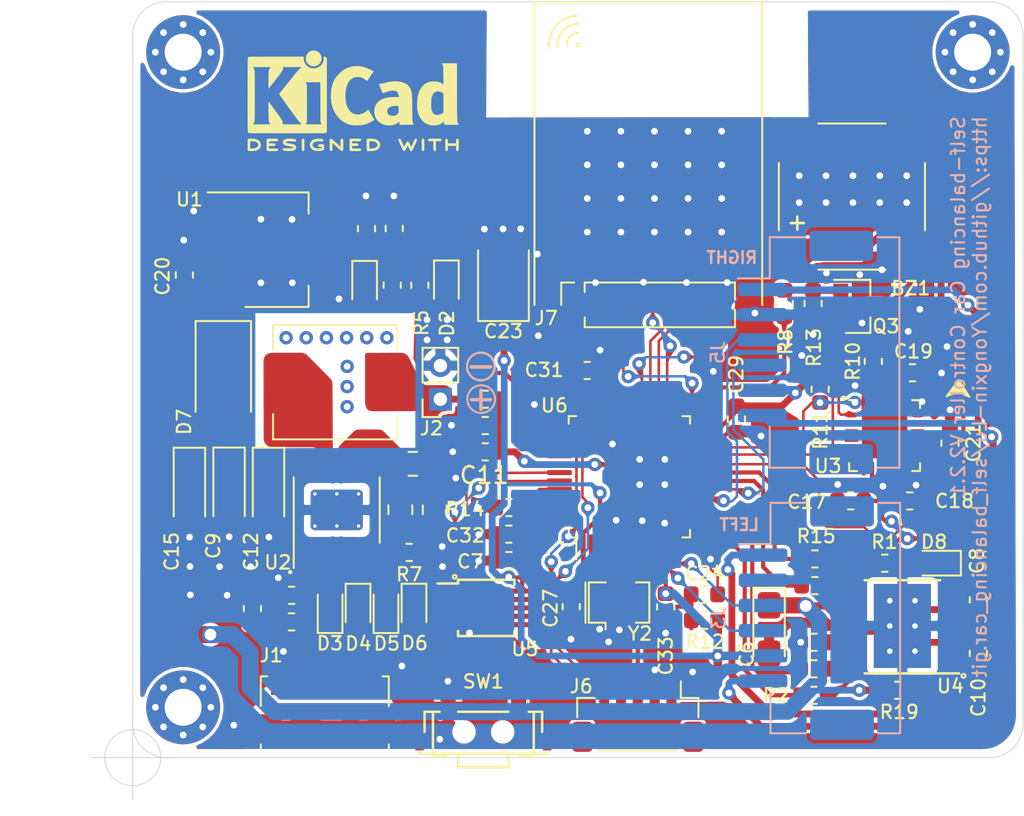
<source format=kicad_pcb>
(kicad_pcb (version 20171130) (host pcbnew "(5.1.6)-1")
  (layers (0 F.Cu signal) (31 B.Cu signal) (34 B.Paste user) (35 F.Paste user) (36 B.SilkS user) (37 F.SilkS user) (38 B.Mask user) (39 F.Mask user) (44 Edge.Cuts user))
  (net 0 "")
  (net 1 GND)
  (net 2 "Net-(C2-Pad1)")
  (net 3 +5V)
  (net 4 +3V3)
  (net 5 "Net-(C18-Pad2)")
  (net 6 "Net-(C19-Pad2)")
  (net 7 "Net-(C20-Pad1)")
  (net 8 /nRST)
  (net 9 "Net-(D1-Pad2)")
  (net 10 /USER_LED)
  (net 11 "Net-(D2-Pad2)")
  (net 12 "Net-(D3-Pad1)")
  (net 13 "Net-(D3-Pad2)")
  (net 14 "Net-(D5-Pad2)")
  (net 15 "Net-(J1-Pad4)")
  (net 16 /MOTOR1_C2)
  (net 17 /MOTOR1_C1)
  (net 18 /MOTOR2_C1)
  (net 19 /MOTOR2_C2)
  (net 20 /RF_CE)
  (net 21 /RF_CSN)
  (net 22 /RF_SCK)
  (net 23 /RF_MOSI)
  (net 24 /RF_MIOS)
  (net 25 /RF_IRQ)
  (net 26 "Net-(L4-Pad2)")
  (net 27 "Net-(R7-Pad1)")
  (net 28 /SCL)
  (net 29 /SDA)
  (net 30 "Net-(U3-Pad2)")
  (net 31 "Net-(U3-Pad3)")
  (net 32 "Net-(U3-Pad4)")
  (net 33 "Net-(U3-Pad5)")
  (net 34 "Net-(U3-Pad6)")
  (net 35 "Net-(U3-Pad7)")
  (net 36 /MPU6050_INT)
  (net 37 "Net-(U3-Pad14)")
  (net 38 "Net-(U3-Pad15)")
  (net 39 "Net-(U3-Pad16)")
  (net 40 "Net-(U3-Pad17)")
  (net 41 "Net-(U3-Pad19)")
  (net 42 "Net-(U3-Pad21)")
  (net 43 "Net-(U3-Pad22)")
  (net 44 /MOTOR2_BIN2)
  (net 45 /MOTOR2_BIN1)
  (net 46 /MOTOR1_AIN1)
  (net 47 /MOTOR1_AIN2)
  (net 48 "Net-(U6-Pad5)")
  (net 49 "Net-(U6-Pad6)")
  (net 50 /VBUS)
  (net 51 /D-)
  (net 52 /D+)
  (net 53 "Net-(U6-Pad4)")
  (net 54 "Net-(BZ1-Pad2)")
  (net 55 /Buzzer)
  (net 56 "Net-(Q3-Pad1)")
  (net 57 "Net-(U6-Pad41)")
  (net 58 /SWDCLK)
  (net 59 /SWDIO)
  (net 60 "Net-(R14-Pad1)")
  (net 61 /UART1_RX)
  (net 62 /UART1_TX)
  (net 63 "Net-(U6-Pad31)")
  (net 64 "Net-(U6-Pad30)")
  (net 65 "Net-(C5-Pad2)")
  (net 66 "Net-(D8-Pad2)")
  (net 67 "Net-(D8-Pad1)")
  (net 68 /MOTOR1_2)
  (net 69 /MOTOR1_1)
  (net 70 /MOTOR2_2)
  (net 71 /MOTOR2_1)
  (net 72 "Net-(U5-Pad6)")
  (net 73 "Net-(U5-Pad5)")
  (net 74 "Net-(U5-Pad4)")
  (net 75 "Net-(U6-Pad46)")
  (net 76 "Net-(U6-Pad45)")
  (net 77 "Net-(U6-Pad2)")
  (net 78 "Net-(U6-Pad15)")
  (net 79 "Net-(R2-Pad2)")
  (net 80 "Net-(R6-Pad2)")
  (net 81 "Net-(R15-Pad2)")
  (net 82 "Net-(R16-Pad2)")
  (net 83 "Net-(U6-Pad40)")
  (net 84 "Net-(U6-Pad39)")
  (net 85 /ADC_BATT)
  (net 86 /BATT+)
  (net 87 "Net-(C14-Pad1)")
  (net 88 "Net-(R19-Pad2)")
  (net 89 "Net-(U4-Pad11)")
  (net 90 "Net-(R7-Pad2)")
  (net 91 "Net-(U6-Pad3)")
  (module Symbol:KiCad-Logo2_5mm_SilkScreen (layer F.Cu) (at 127.11402 79.88146)
    (fp_text reference REF** hide)
    (fp_text value KiCad-Logo2_5mm_SilkScreen hide)
  )
  (module Resistor_SMD:R_0603_1608Metric (layer F.Cu) (at 159.5422 114.9868)
    (fp_text reference R19 (at 0.08636 1.29286) (layer F.SilkS) (effects (font (size 0.8 0.8) (thickness 0.13))))
    (fp_text value 5.1k)
    (pad 2 smd roundrect (at 0.7875 0) (size 0.875 0.95) (layers F.Cu F.Paste F.Mask) (net 88 "Net-(R19-Pad2)"))
    (pad 1 smd roundrect (at -0.7875 0) (size 0.875 0.95) (layers F.Cu F.Paste F.Mask) (net 3 +5V))
  )
  (module Connector_JST:JST_ZE_SM06B-ZESS-TB_1x06-1MP_P1.50mm_Horizontal (layer B.Cu) (at 154.0558 94.87762 270)
    (fp_text reference J5 (at 0 5.22 90) (layer B.SilkS) (effects (font (size 0.8 0.8) (thickness 0.13)) (justify mirror)))
    (fp_text value MOTOR2_CON)
    (pad MP smd roundrect (at 6.35 -2.125 270) (size 1.8 3.8) (layers B.Cu B.Paste B.Mask) (roundrect_rratio 0.138889))
    (pad MP smd roundrect (at -6.35 -2.125 270) (size 1.8 3.8) (layers B.Cu B.Paste B.Mask) (roundrect_rratio 0.138889))
    (pad 6 smd roundrect (at 3.75 2.575 270) (size 0.8 2.9) (layers B.Cu B.Paste B.Mask) (net 70 /MOTOR2_2))
    (pad 5 smd roundrect (at 2.25 2.575 270) (size 0.8 2.9) (layers B.Cu B.Paste B.Mask) (net 4 +3V3))
    (pad 4 smd roundrect (at 0.75 2.575 270) (size 0.8 2.9) (layers B.Cu B.Paste B.Mask) (net 19 /MOTOR2_C2))
    (pad 3 smd roundrect (at -0.75 2.575 270) (size 0.8 2.9) (layers B.Cu B.Paste B.Mask) (net 18 /MOTOR2_C1))
    (pad 2 smd roundrect (at -2.25 2.575 270) (size 0.8 2.9) (layers B.Cu B.Paste B.Mask) (net 1 GND))
    (pad 1 smd roundrect (at -3.75 2.575 270) (size 0.8 2.9) (layers B.Cu B.Paste B.Mask) (net 71 /MOTOR2_1))
  )
  (module Resistor_SMD:R_0805_2012Metric (layer F.Cu) (at 130.67002 101.50702 180)
    (fp_text reference R9 hide)
    (fp_text value 0.5R)
    (pad 2 smd roundrect (at 0.9375 0 180) (size 0.975 1.4) (layers F.Cu F.Paste F.Mask) (net 87 "Net-(C14-Pad1)"))
    (pad 1 smd roundrect (at -0.9375 0 180) (size 0.975 1.4) (layers F.Cu F.Paste F.Mask) (net 86 /BATT+))
  )
  (module Capacitor_SMD:C_0805_2012Metric (layer F.Cu) (at 131.97812 104.24514 270)
    (fp_text reference C16 hide)
    (fp_text value 22uF)
    (pad 2 smd roundrect (at 0.9375 0 270) (size 0.975 1.4) (layers F.Cu F.Paste F.Mask) (net 1 GND))
    (pad 1 smd roundrect (at -0.9375 0 270) (size 0.975 1.4) (layers F.Cu F.Paste F.Mask) (net 86 /BATT+))
  )
  (module Capacitor_SMD:C_0805_2012Metric (layer F.Cu) (at 129.93088 104.24514 270)
    (fp_text reference C14 hide)
    (fp_text value 22uF)
    (pad 2 smd roundrect (at 0.9375 0 270) (size 0.975 1.4) (layers F.Cu F.Paste F.Mask) (net 1 GND))
    (pad 1 smd roundrect (at -0.9375 0 270) (size 0.975 1.4) (layers F.Cu F.Paste F.Mask) (net 87 "Net-(C14-Pad1)"))
  )
  (module Resistor_SMD:R_0603_1608Metric (layer F.Cu) (at 134.98548 99.22737)
    (fp_text reference R18 hide)
    (fp_text value 10k)
    (pad 2 smd roundrect (at 0.7875 0) (size 0.875 0.95) (layers F.Cu F.Paste F.Mask) (net 85 /ADC_BATT))
    (pad 1 smd roundrect (at -0.7875 0) (size 0.875 0.95) (layers F.Cu F.Paste F.Mask) (net 1 GND))
  )
  (module Resistor_SMD:R_0603_1608Metric (layer F.Cu) (at 134.98548 97.66146 180)
    (fp_text reference R17 hide)
    (fp_text value 10k)
    (pad 2 smd roundrect (at 0.7875 0 180) (size 0.875 0.95) (layers F.Cu F.Paste F.Mask) (net 86 /BATT+))
    (pad 1 smd roundrect (at -0.7875 0 180) (size 0.875 0.95) (layers F.Cu F.Paste F.Mask) (net 85 /ADC_BATT))
  )
  (module Capacitor_SMD:C_0603_1608Metric (layer F.Cu) (at 134.98548 100.79328)
    (fp_text reference C11 (at -0.0635 1.39192) (layer F.SilkS))
    (fp_text value 0.1uF)
    (pad 2 smd roundrect (at 0.7875 0) (size 0.875 0.95) (layers F.Cu F.Paste F.Mask) (net 85 /ADC_BATT))
    (pad 1 smd roundrect (at -0.7875 0) (size 0.875 0.95) (layers F.Cu F.Paste F.Mask) (net 1 GND))
  )
  (module Package_SO:HSOP-8-1EP_3.9x4.9mm_P1.27mm_EP2.41x3.1mm_ThermalVias (layer F.Cu) (at 126.14374 104.25276 90)
    (fp_text reference U2 (at -3.1242 -3.51028 180) (layer F.SilkS) (effects (font (size 0.8 0.8) (thickness 0.13))))
    (fp_text value IP5306)
    (pad 8 smd roundrect (at 2.65 -1.905 90) (size 1.6 0.6) (layers F.Cu F.Paste F.Mask) (net 3 +5V))
    (pad 7 smd roundrect (at 2.65 -0.635 90) (size 1.6 0.6) (layers F.Cu F.Paste F.Mask) (net 26 "Net-(L4-Pad2)"))
    (pad 6 smd roundrect (at 2.65 0.635 90) (size 1.6 0.6) (layers F.Cu F.Paste F.Mask) (net 87 "Net-(C14-Pad1)"))
    (pad 5 smd roundrect (at 2.65 1.905 90) (size 1.6 0.6) (layers F.Cu F.Paste F.Mask) (net 27 "Net-(R7-Pad1)"))
    (pad 4 smd roundrect (at -2.65 1.905 90) (size 1.6 0.6) (layers F.Cu F.Paste F.Mask) (net 12 "Net-(D3-Pad1)"))
    (pad 3 smd roundrect (at -2.65 0.635 90) (size 1.6 0.6) (layers F.Cu F.Paste F.Mask) (net 14 "Net-(D5-Pad2)"))
    (pad 2 smd roundrect (at -2.65 -0.635 90) (size 1.6 0.6) (layers F.Cu F.Paste F.Mask) (net 13 "Net-(D3-Pad2)"))
    (pad 1 smd roundrect (at -2.65 -1.905 90) (size 1.6 0.6) (layers F.Cu F.Paste F.Mask) (net 50 /VBUS))
    (pad 9 smd roundrect (at 0 0 90) (size 2.41 3.1) (layers B.Cu) (roundrect_rratio 0.103734) (net 1 GND))
    (pad 9 thru_hole circle (at 0.955 1.3 90) (size 0.5 0.5) (drill 0.2) (layers *.Cu) (net 1 GND))
    (pad 9 thru_hole circle (at -0.955 1.3 90) (size 0.5 0.5) (drill 0.2) (layers *.Cu) (net 1 GND))
    (pad 9 thru_hole circle (at 0.955 0 90) (size 0.5 0.5) (drill 0.2) (layers *.Cu) (net 1 GND))
    (pad 9 thru_hole circle (at -0.955 0 90) (size 0.5 0.5) (drill 0.2) (layers *.Cu) (net 1 GND))
    (pad 9 thru_hole circle (at 0.955 -1.3 90) (size 0.5 0.5) (drill 0.2) (layers *.Cu) (net 1 GND))
    (pad 9 thru_hole circle (at -0.955 -1.3 90) (size 0.5 0.5) (drill 0.2) (layers *.Cu) (net 1 GND))
    (pad 9 smd roundrect (at 0 0 90) (size 2.41 3.1) (layers F.Cu F.Mask) (roundrect_rratio 0.103734) (net 1 GND))
  )
  (module Package_QFP:LQFP-48_7x7mm_P0.5mm (layer F.Cu) (at 143.564666 102.278556 90)
    (fp_text reference U6 (at 4.246256 -4.464386 180) (layer F.SilkS) (effects (font (size 0.8 0.8) (thickness 0.13))))
    (fp_text value STM32F103C8Tx)
    (pad 48 smd roundrect (at -2.75 -4.1625 90) (size 0.3 1.475) (layers F.Cu F.Paste F.Mask) (net 4 +3V3))
    (pad 47 smd roundrect (at -2.25 -4.1625 90) (size 0.3 1.475) (layers F.Cu F.Paste F.Mask) (net 1 GND))
    (pad 46 smd roundrect (at -1.75 -4.1625 90) (size 0.3 1.475) (layers F.Cu F.Paste F.Mask) (net 75 "Net-(U6-Pad46)"))
    (pad 45 smd roundrect (at -1.25 -4.1625 90) (size 0.3 1.475) (layers F.Cu F.Paste F.Mask) (net 76 "Net-(U6-Pad45)"))
    (pad 44 smd roundrect (at -0.75 -4.1625 90) (size 0.3 1.475) (layers F.Cu F.Paste F.Mask) (net 60 "Net-(R14-Pad1)"))
    (pad 43 smd roundrect (at -0.25 -4.1625 90) (size 0.3 1.475) (layers F.Cu F.Paste F.Mask) (net 61 /UART1_RX))
    (pad 42 smd roundrect (at 0.25 -4.1625 90) (size 0.3 1.475) (layers F.Cu F.Paste F.Mask) (net 62 /UART1_TX))
    (pad 41 smd roundrect (at 0.75 -4.1625 90) (size 0.3 1.475) (layers F.Cu F.Paste F.Mask) (net 57 "Net-(U6-Pad41)"))
    (pad 40 smd roundrect (at 1.25 -4.1625 90) (size 0.3 1.475) (layers F.Cu F.Paste F.Mask) (net 83 "Net-(U6-Pad40)"))
    (pad 39 smd roundrect (at 1.75 -4.1625 90) (size 0.3 1.475) (layers F.Cu F.Paste F.Mask) (net 84 "Net-(U6-Pad39)"))
    (pad 38 smd roundrect (at 2.25 -4.1625 90) (size 0.3 1.475) (layers F.Cu F.Paste F.Mask) (net 10 /USER_LED))
    (pad 37 smd roundrect (at 2.75 -4.1625 90) (size 0.3 1.475) (layers F.Cu F.Paste F.Mask) (net 58 /SWDCLK))
    (pad 36 smd roundrect (at 4.1625 -2.75 90) (size 1.475 0.3) (layers F.Cu F.Paste F.Mask) (net 4 +3V3))
    (pad 35 smd roundrect (at 4.1625 -2.25 90) (size 1.475 0.3) (layers F.Cu F.Paste F.Mask) (net 1 GND))
    (pad 34 smd roundrect (at 4.1625 -1.75 90) (size 1.475 0.3) (layers F.Cu F.Paste F.Mask) (net 59 /SWDIO))
    (pad 33 smd roundrect (at 4.1625 -1.25 90) (size 1.475 0.3) (layers F.Cu F.Paste F.Mask) (net 55 /Buzzer))
    (pad 32 smd roundrect (at 4.1625 -0.75 90) (size 1.475 0.3) (layers F.Cu F.Paste F.Mask) (net 20 /RF_CE))
    (pad 31 smd roundrect (at 4.1625 -0.25 90) (size 1.475 0.3) (layers F.Cu F.Paste F.Mask) (net 63 "Net-(U6-Pad31)"))
    (pad 30 smd roundrect (at 4.1625 0.25 90) (size 1.475 0.3) (layers F.Cu F.Paste F.Mask) (net 64 "Net-(U6-Pad30)"))
    (pad 29 smd roundrect (at 4.1625 0.75 90) (size 1.475 0.3) (layers F.Cu F.Paste F.Mask) (net 25 /RF_IRQ))
    (pad 28 smd roundrect (at 4.1625 1.25 90) (size 1.475 0.3) (layers F.Cu F.Paste F.Mask) (net 23 /RF_MOSI))
    (pad 27 smd roundrect (at 4.1625 1.75 90) (size 1.475 0.3) (layers F.Cu F.Paste F.Mask) (net 24 /RF_MIOS))
    (pad 26 smd roundrect (at 4.1625 2.25 90) (size 1.475 0.3) (layers F.Cu F.Paste F.Mask) (net 22 /RF_SCK))
    (pad 25 smd roundrect (at 4.1625 2.75 90) (size 1.475 0.3) (layers F.Cu F.Paste F.Mask) (net 21 /RF_CSN))
    (pad 24 smd roundrect (at 2.75 4.1625 90) (size 0.3 1.475) (layers F.Cu F.Paste F.Mask) (net 4 +3V3))
    (pad 23 smd roundrect (at 2.25 4.1625 90) (size 0.3 1.475) (layers F.Cu F.Paste F.Mask) (net 1 GND))
    (pad 22 smd roundrect (at 1.75 4.1625 90) (size 0.3 1.475) (layers F.Cu F.Paste F.Mask) (net 29 /SDA))
    (pad 21 smd roundrect (at 1.25 4.1625 90) (size 0.3 1.475) (layers F.Cu F.Paste F.Mask) (net 28 /SCL))
    (pad 20 smd roundrect (at 0.75 4.1625 90) (size 0.3 1.475) (layers F.Cu F.Paste F.Mask) (net 36 /MPU6050_INT))
    (pad 19 smd roundrect (at 0.25 4.1625 90) (size 0.3 1.475) (layers F.Cu F.Paste F.Mask) (net 45 /MOTOR2_BIN1))
    (pad 18 smd roundrect (at -0.25 4.1625 90) (size 0.3 1.475) (layers F.Cu F.Paste F.Mask) (net 44 /MOTOR2_BIN2))
    (pad 17 smd roundrect (at -0.75 4.1625 90) (size 0.3 1.475) (layers F.Cu F.Paste F.Mask) (net 19 /MOTOR2_C2))
    (pad 16 smd roundrect (at -1.25 4.1625 90) (size 0.3 1.475) (layers F.Cu F.Paste F.Mask) (net 18 /MOTOR2_C1))
    (pad 15 smd roundrect (at -1.75 4.1625 90) (size 0.3 1.475) (layers F.Cu F.Paste F.Mask) (net 78 "Net-(U6-Pad15)"))
    (pad 14 smd roundrect (at -2.25 4.1625 90) (size 0.3 1.475) (layers F.Cu F.Paste F.Mask) (net 85 /ADC_BATT))
    (pad 13 smd roundrect (at -2.75 4.1625 90) (size 0.3 1.475) (layers F.Cu F.Paste F.Mask) (net 47 /MOTOR1_AIN2))
    (pad 12 smd roundrect (at -4.1625 2.75 90) (size 1.475 0.3) (layers F.Cu F.Paste F.Mask) (net 46 /MOTOR1_AIN1))
    (pad 11 smd roundrect (at -4.1625 2.25 90) (size 1.475 0.3) (layers F.Cu F.Paste F.Mask) (net 17 /MOTOR1_C1))
    (pad 10 smd roundrect (at -4.1625 1.75 90) (size 1.475 0.3) (layers F.Cu F.Paste F.Mask) (net 16 /MOTOR1_C2))
    (pad 9 smd roundrect (at -4.1625 1.25 90) (size 1.475 0.3) (layers F.Cu F.Paste F.Mask) (net 4 +3V3))
    (pad 8 smd roundrect (at -4.1625 0.75 90) (size 1.475 0.3) (layers F.Cu F.Paste F.Mask) (net 1 GND))
    (pad 7 smd roundrect (at -4.1625 0.25 90) (size 1.475 0.3) (layers F.Cu F.Paste F.Mask) (net 8 /nRST))
    (pad 6 smd roundrect (at -4.1625 -0.25 90) (size 1.475 0.3) (layers F.Cu F.Paste F.Mask) (net 49 "Net-(U6-Pad6)"))
    (pad 5 smd roundrect (at -4.1625 -0.75 90) (size 1.475 0.3) (layers F.Cu F.Paste F.Mask) (net 48 "Net-(U6-Pad5)"))
    (pad 4 smd roundrect (at -4.1625 -1.25 90) (size 1.475 0.3) (layers F.Cu F.Paste F.Mask) (net 53 "Net-(U6-Pad4)"))
    (pad 3 smd roundrect (at -4.1625 -1.75 90) (size 1.475 0.3) (layers F.Cu F.Paste F.Mask) (net 91 "Net-(U6-Pad3)"))
    (pad 2 smd roundrect (at -4.1625 -2.25 90) (size 1.475 0.3) (layers F.Cu F.Paste F.Mask) (net 77 "Net-(U6-Pad2)"))
    (pad 1 smd roundrect (at -4.1625 -2.75 90) (size 1.475 0.3) (layers F.Cu F.Paste F.Mask) (net 4 +3V3))
  )
  (module Capacitor_SMD:C_0603_1608Metric (layer F.Cu) (at 149.93338 98.84256 90)
    (fp_text reference C29 (at 2.6543 0 90) (layer F.SilkS) (effects (font (size 0.8 0.8) (thickness 0.13))))
    (fp_text value 0.1uF)
    (pad 2 smd roundrect (at 0.7875 0 90) (size 0.875 0.95) (layers F.Cu F.Paste F.Mask) (net 4 +3V3))
    (pad 1 smd roundrect (at -0.7875 0 90) (size 0.875 0.95) (layers F.Cu F.Paste F.Mask) (net 1 GND))
  )
  (module Resistor_SMD:R_0603_1608Metric (layer F.Cu) (at 154.60952 108.75618)
    (fp_text reference R16 hide)
    (fp_text value 200)
    (pad 2 smd roundrect (at 0.7875 0) (size 0.875 0.95) (layers F.Cu F.Paste F.Mask) (net 82 "Net-(R16-Pad2)"))
    (pad 1 smd roundrect (at -0.7875 0) (size 0.875 0.95) (layers F.Cu F.Paste F.Mask) (net 44 /MOTOR2_BIN2))
  )
  (module Resistor_SMD:R_0603_1608Metric (layer F.Cu) (at 154.60952 107.16868)
    (fp_text reference R15 (at 0.07366 -1.35636) (layer F.SilkS) (effects (font (size 0.8 0.8) (thickness 0.13))))
    (fp_text value 200)
    (pad 2 smd roundrect (at 0.7875 0) (size 0.875 0.95) (layers F.Cu F.Paste F.Mask) (net 81 "Net-(R15-Pad2)"))
    (pad 1 smd roundrect (at -0.7875 0) (size 0.875 0.95) (layers F.Cu F.Paste F.Mask) (net 45 /MOTOR2_BIN1))
  )
  (module Resistor_SMD:R_0603_1608Metric (layer F.Cu) (at 154.55364 113.70791)
    (fp_text reference R6 hide)
    (fp_text value 200)
    (pad 2 smd roundrect (at 0.7875 0) (size 0.875 0.95) (layers F.Cu F.Paste F.Mask) (net 80 "Net-(R6-Pad2)"))
    (pad 1 smd roundrect (at -0.7875 0) (size 0.875 0.95) (layers F.Cu F.Paste F.Mask) (net 47 /MOTOR1_AIN2))
  )
  (module Resistor_SMD:R_0603_1608Metric (layer F.Cu) (at 154.55364 115.28652)
    (fp_text reference R2 (at -2.26314 0.00254) (layer F.SilkS) (effects (font (size 0.8 0.8) (thickness 0.13))))
    (fp_text value 200)
    (pad 2 smd roundrect (at 0.7875 0) (size 0.875 0.95) (layers F.Cu F.Paste F.Mask) (net 79 "Net-(R2-Pad2)"))
    (pad 1 smd roundrect (at -0.7875 0) (size 0.875 0.95) (layers F.Cu F.Paste F.Mask) (net 46 /MOTOR1_AIN1))
  )
  (module Capacitor_SMD:C_0603_1608Metric (layer F.Cu) (at 164.34026 112.79224 270)
    (fp_text reference C10 (at 2.62382 -0.00254 90) (layer F.SilkS) (effects (font (size 0.8 0.8) (thickness 0.13))))
    (fp_text value 0.1uf)
    (pad 2 smd roundrect (at 0.7875 0 270) (size 0.875 0.95) (layers F.Cu F.Paste F.Mask) (net 69 /MOTOR1_1))
    (pad 1 smd roundrect (at -0.7875 0 270) (size 0.875 0.95) (layers F.Cu F.Paste F.Mask) (net 68 /MOTOR1_2))
  )
  (module Capacitor_SMD:C_0603_1608Metric (layer F.Cu) (at 164.34026 109.602 90)
    (fp_text reference C8 (at 2.31902 -0.08128 90) (layer F.SilkS) (effects (font (size 0.8 0.8) (thickness 0.13))))
    (fp_text value 0.1uf)
    (pad 2 smd roundrect (at 0.7875 0 90) (size 0.875 0.95) (layers F.Cu F.Paste F.Mask) (net 71 /MOTOR2_1))
    (pad 1 smd roundrect (at -0.7875 0 90) (size 0.875 0.95) (layers F.Cu F.Paste F.Mask) (net 70 /MOTOR2_2))
  )
  (module Package_SO:MSOP-10_3x3mm_P0.5mm (layer F.Cu) (at 135.04136 110.08206)
    (fp_text reference U5 (at 2.30124 2.45618) (layer F.SilkS) (effects (font (size 0.8 0.8) (thickness 0.13))))
    (fp_text value CH340E)
    (pad 10 smd rect (at 2.2 -1) (size 1.4 0.3) (layers F.Cu F.Paste F.Mask) (net 4 +3V3))
    (pad 9 smd rect (at 2.2 -0.5) (size 1.4 0.3) (layers F.Cu F.Paste F.Mask) (net 62 /UART1_TX))
    (pad 8 smd rect (at 2.2 0) (size 1.4 0.3) (layers F.Cu F.Paste F.Mask) (net 61 /UART1_RX))
    (pad 7 smd rect (at 2.2 0.5) (size 1.4 0.3) (layers F.Cu F.Paste F.Mask) (net 4 +3V3))
    (pad 6 smd rect (at 2.2 1) (size 1.4 0.3) (layers F.Cu F.Paste F.Mask) (net 72 "Net-(U5-Pad6)"))
    (pad 5 smd rect (at -2.2 1) (size 1.4 0.3) (layers F.Cu F.Paste F.Mask) (net 73 "Net-(U5-Pad5)"))
    (pad 4 smd rect (at -2.2 0.5) (size 1.4 0.3) (layers F.Cu F.Paste F.Mask) (net 74 "Net-(U5-Pad4)"))
    (pad 3 smd rect (at -2.2 0) (size 1.4 0.3) (layers F.Cu F.Paste F.Mask) (net 1 GND))
    (pad 2 smd rect (at -2.2 -0.5) (size 1.4 0.3) (layers F.Cu F.Paste F.Mask) (net 51 /D-))
    (pad 1 smd rect (at -2.2 -1) (size 1.4 0.3) (layers F.Cu F.Paste F.Mask) (net 52 /D+))
  )
  (module Package_SO:HTSSOP-16-1EP_4.4x5mm_P0.65mm_EP3.4x5mm_Mask2.46x2.31mm_ThermalVias (layer F.Cu) (at 159.8175 111.15792 180)
    (fp_text reference U4 (at -2.85652 -3.57996) (layer F.SilkS) (effects (font (size 0.8 0.8) (thickness 0.13))))
    (fp_text value DRV8833PWP)
    (pad 17 thru_hole circle (at 0.75 1.5 180) (size 0.75 0.75) (drill 0.33) (layers *.Cu) (net 1 GND))
    (pad 17 thru_hole circle (at -0.75 1.5 180) (size 0.75 0.75) (drill 0.33) (layers *.Cu) (net 1 GND))
    (pad 17 thru_hole circle (at 0.75 0 180) (size 0.75 0.75) (drill 0.33) (layers *.Cu) (net 1 GND))
    (pad 17 thru_hole circle (at -0.75 0 180) (size 0.75 0.75) (drill 0.33) (layers *.Cu) (net 1 GND))
    (pad 17 thru_hole circle (at 0.75 -1.5 180) (size 0.75 0.75) (drill 0.33) (layers *.Cu) (net 1 GND))
    (pad 17 thru_hole circle (at -0.75 -1.5 180) (size 0.75 0.75) (drill 0.33) (layers *.Cu) (net 1 GND))
    (pad 17 smd rect (at 0 0 180) (size 3.4 5) (layers F.Cu) (net 1 GND))
    (pad 16 smd rect (at 2.775 -2.275 180) (size 1.05 0.45) (layers F.Cu F.Paste F.Mask) (net 79 "Net-(R2-Pad2)"))
    (pad 15 smd rect (at 2.775 -1.625 180) (size 1.05 0.45) (layers F.Cu F.Paste F.Mask) (net 80 "Net-(R6-Pad2)"))
    (pad 14 smd rect (at 2.775 -0.975 180) (size 1.05 0.45) (layers F.Cu F.Paste F.Mask) (net 65 "Net-(C5-Pad2)"))
    (pad 13 smd rect (at 2.775 -0.325 180) (size 1.05 0.45) (layers F.Cu F.Paste F.Mask) (net 1 GND))
    (pad 12 smd rect (at 2.775 0.325 180) (size 1.05 0.45) (layers F.Cu F.Paste F.Mask) (net 3 +5V))
    (pad 11 smd rect (at 2.775 0.975 180) (size 1.05 0.45) (layers F.Cu F.Paste F.Mask) (net 89 "Net-(U4-Pad11)"))
    (pad 10 smd rect (at 2.775 1.625 180) (size 1.05 0.45) (layers F.Cu F.Paste F.Mask) (net 82 "Net-(R16-Pad2)"))
    (pad 9 smd rect (at 2.775 2.275 180) (size 1.05 0.45) (layers F.Cu F.Paste F.Mask) (net 81 "Net-(R15-Pad2)"))
    (pad 8 smd rect (at -2.775 2.275 180) (size 1.05 0.45) (layers F.Cu F.Paste F.Mask) (net 67 "Net-(D8-Pad1)"))
    (pad 7 smd rect (at -2.775 1.625 180) (size 1.05 0.45) (layers F.Cu F.Paste F.Mask) (net 71 /MOTOR2_1))
    (pad 6 smd rect (at -2.775 0.975 180) (size 1.05 0.45) (layers F.Cu F.Paste F.Mask) (net 1 GND))
    (pad 5 smd rect (at -2.775 0.325 180) (size 1.05 0.45) (layers F.Cu F.Paste F.Mask) (net 70 /MOTOR2_2))
    (pad 4 smd rect (at -2.775 -0.325 180) (size 1.05 0.45) (layers F.Cu F.Paste F.Mask) (net 68 /MOTOR1_2))
    (pad 3 smd rect (at -2.775 -0.975 180) (size 1.05 0.45) (layers F.Cu F.Paste F.Mask) (net 1 GND))
    (pad 2 smd rect (at -2.775 -1.625 180) (size 1.05 0.45) (layers F.Cu F.Paste F.Mask) (net 69 /MOTOR1_1))
    (pad 1 smd rect (at -2.775 -2.275 180) (size 1.05 0.45) (layers F.Cu F.Paste F.Mask) (net 88 "Net-(R19-Pad2)"))
    (pad 17 smd rect (at 0 0 180) (size 3.4 5) (layers B.Cu) (net 1 GND))
  )
  (module Resistor_SMD:R_0603_1608Metric (layer F.Cu) (at 158.77258 107.42268 180)
    (fp_text reference R1 (at 0.02794 1.27) (layer F.SilkS) (effects (font (size 0.8 0.8) (thickness 0.13))))
    (fp_text value 4.7k)
    (pad 2 smd roundrect (at 0.7875 0 180) (size 0.875 0.95) (layers F.Cu F.Paste F.Mask) (net 4 +3V3))
    (pad 1 smd roundrect (at -0.7875 0 180) (size 0.875 0.95) (layers F.Cu F.Paste F.Mask) (net 66 "Net-(D8-Pad2)"))
  )
  (module LED_SMD:LED_0603_1608Metric (layer F.Cu) (at 161.81296 107.41998 180)
    (fp_text reference D8 (at 0.10922 1.2673) (layer F.SilkS) (effects (font (size 0.8 0.8) (thickness 0.13))))
    (fp_text value 100%)
    (pad 2 smd roundrect (at 0.7875 0 180) (size 0.875 0.95) (layers F.Cu F.Paste F.Mask) (net 66 "Net-(D8-Pad2)"))
    (pad 1 smd roundrect (at -0.7875 0 180) (size 0.875 0.95) (layers F.Cu F.Paste F.Mask) (net 67 "Net-(D8-Pad1)"))
  )
  (module Capacitor_SMD:C_0603_1608Metric (layer F.Cu) (at 136.39264 107.26774 180)
    (fp_text reference C7 (at 2.2987 -0.05588) (layer F.SilkS) (effects (font (size 0.8 0.8) (thickness 0.13))))
    (fp_text value 0.1uF)
    (pad 2 smd roundrect (at 0.7875 0 180) (size 0.875 0.95) (layers F.Cu F.Paste F.Mask) (net 1 GND))
    (pad 1 smd roundrect (at -0.7875 0 180) (size 0.875 0.95) (layers F.Cu F.Paste F.Mask) (net 4 +3V3))
  )
  (module Capacitor_Tantalum_SMD:CP_EIA-3216-10_Kemet-I_Pad1.58x1.35mm_HandSolder (layer F.Cu) (at 151.88156 111.3673 270)
    (fp_text reference C6 (at 1.46304 1.34366 90) (layer F.SilkS) (effects (font (size 0.8 0.8) (thickness 0.13))))
    (fp_text value 22uF)
    (pad 2 smd roundrect (at 1.4375 0 270) (size 1.575 1.35) (layers F.Cu F.Paste F.Mask) (roundrect_rratio 0.185185) (net 1 GND))
    (pad 1 smd roundrect (at -1.4375 0 270) (size 1.575 1.35) (layers F.Cu F.Paste F.Mask) (roundrect_rratio 0.185185) (net 3 +5V))
  )
  (module Capacitor_SMD:C_0603_1608Metric (layer F.Cu) (at 154.55364 112.1293)
    (fp_text reference C5 hide)
    (fp_text value 2.2uf)
    (pad 2 smd roundrect (at 0.7875 0) (size 0.875 0.95) (layers F.Cu F.Paste F.Mask) (net 65 "Net-(C5-Pad2)"))
    (pad 1 smd roundrect (at -0.7875 0) (size 0.875 0.95) (layers F.Cu F.Paste F.Mask) (net 1 GND))
  )
  (module Connector_PinSocket_2.00mm:PinSocket_1x02_P2.00mm_Vertical (layer F.Cu) (at 132.3134 97.66146 180)
    (fp_text reference J2 (at 0.5334 -1.73482) (layer F.SilkS) (effects (font (size 0.8 0.8) (thickness 0.13))))
    (fp_text value Battery_CON)
    (pad 2 thru_hole oval (at 0 2 180) (size 1.35 1.35) (drill 0.8) (layers *.Cu *.Mask) (net 1 GND))
    (pad 1 thru_hole rect (at 0 0 180) (size 1.35 1.35) (drill 0.8) (layers *.Cu *.Mask) (net 86 /BATT+))
  )
  (module Resistor_SMD:R_0603_1608Metric (layer F.Cu) (at 136.39264 104.10798 180)
    (fp_text reference R14 (at 2.61366 -0.1016) (layer F.SilkS) (effects (font (size 0.8 0.8) (thickness 0.13))))
    (fp_text value 10k)
    (pad 2 smd roundrect (at 0.7875 0 180) (size 0.875 0.95) (layers F.Cu F.Paste F.Mask) (net 1 GND))
    (pad 1 smd roundrect (at -0.7875 0 180) (size 0.875 0.95) (layers F.Cu F.Paste F.Mask) (net 60 "Net-(R14-Pad1)"))
  )
  (module MountingHole:MountingHole_2.2mm_M2_Pad_Via (layer F.Cu) (at 117 116)
    (fp_text reference REF** hide)
    (fp_text value MountingHole_2.2mm_M2_Pad_Via)
    (pad 1 thru_hole circle (at 1.166726 -1.166726) (size 0.7 0.7) (drill 0.4) (layers *.Cu *.Mask))
    (pad 1 thru_hole circle (at 0 -1.65) (size 0.7 0.7) (drill 0.4) (layers *.Cu *.Mask))
    (pad 1 thru_hole circle (at -1.166726 -1.166726) (size 0.7 0.7) (drill 0.4) (layers *.Cu *.Mask))
    (pad 1 thru_hole circle (at -1.65 0) (size 0.7 0.7) (drill 0.4) (layers *.Cu *.Mask))
    (pad 1 thru_hole circle (at -1.166726 1.166726) (size 0.7 0.7) (drill 0.4) (layers *.Cu *.Mask))
    (pad 1 thru_hole circle (at 0 1.65) (size 0.7 0.7) (drill 0.4) (layers *.Cu *.Mask))
    (pad 1 thru_hole circle (at 1.166726 1.166726) (size 0.7 0.7) (drill 0.4) (layers *.Cu *.Mask))
    (pad 1 thru_hole circle (at 1.65 0) (size 0.7 0.7) (drill 0.4) (layers *.Cu *.Mask))
    (pad 1 thru_hole circle (at 0 0) (size 4.4 4.4) (drill 2.2) (layers *.Cu *.Mask))
  )
  (module MountingHole:MountingHole_2.2mm_M2_Pad_Via (layer F.Cu) (at 164 77)
    (fp_text reference REF** hide)
    (fp_text value MountingHole_2.2mm_M2_Pad_Via)
    (pad 1 thru_hole circle (at 1.166726 -1.166726) (size 0.7 0.7) (drill 0.4) (layers *.Cu *.Mask))
    (pad 1 thru_hole circle (at 0 -1.65) (size 0.7 0.7) (drill 0.4) (layers *.Cu *.Mask))
    (pad 1 thru_hole circle (at -1.166726 -1.166726) (size 0.7 0.7) (drill 0.4) (layers *.Cu *.Mask))
    (pad 1 thru_hole circle (at -1.65 0) (size 0.7 0.7) (drill 0.4) (layers *.Cu *.Mask))
    (pad 1 thru_hole circle (at -1.166726 1.166726) (size 0.7 0.7) (drill 0.4) (layers *.Cu *.Mask))
    (pad 1 thru_hole circle (at 0 1.65) (size 0.7 0.7) (drill 0.4) (layers *.Cu *.Mask))
    (pad 1 thru_hole circle (at 1.166726 1.166726) (size 0.7 0.7) (drill 0.4) (layers *.Cu *.Mask))
    (pad 1 thru_hole circle (at 1.65 0) (size 0.7 0.7) (drill 0.4) (layers *.Cu *.Mask))
    (pad 1 thru_hole circle (at 0 0) (size 4.4 4.4) (drill 2.2) (layers *.Cu *.Mask))
  )
  (module MountingHole:MountingHole_2.2mm_M2_Pad_Via (layer F.Cu) (at 117 77)
    (fp_text reference REF** hide)
    (fp_text value MountingHole_2.2mm_M2_Pad_Via)
    (pad 1 thru_hole circle (at 1.166726 -1.166726) (size 0.7 0.7) (drill 0.4) (layers *.Cu *.Mask))
    (pad 1 thru_hole circle (at 0 -1.65) (size 0.7 0.7) (drill 0.4) (layers *.Cu *.Mask))
    (pad 1 thru_hole circle (at -1.166726 -1.166726) (size 0.7 0.7) (drill 0.4) (layers *.Cu *.Mask))
    (pad 1 thru_hole circle (at -1.65 0) (size 0.7 0.7) (drill 0.4) (layers *.Cu *.Mask))
    (pad 1 thru_hole circle (at -1.166726 1.166726) (size 0.7 0.7) (drill 0.4) (layers *.Cu *.Mask))
    (pad 1 thru_hole circle (at 0 1.65) (size 0.7 0.7) (drill 0.4) (layers *.Cu *.Mask))
    (pad 1 thru_hole circle (at 1.166726 1.166726) (size 0.7 0.7) (drill 0.4) (layers *.Cu *.Mask))
    (pad 1 thru_hole circle (at 1.65 0) (size 0.7 0.7) (drill 0.4) (layers *.Cu *.Mask))
    (pad 1 thru_hole circle (at 0 0) (size 4.4 4.4) (drill 2.2) (layers *.Cu *.Mask))
  )
  (module Button_Switch_SMD:3x6x3.5_SW_side (layer F.Cu) (at 134.87118 117.46584 180)
    (fp_text reference SW1 (at 0 3) (layer F.SilkS) (effects (font (size 0.8 0.8) (thickness 0.13))))
    (fp_text value SW_Push)
    (pad "" np_thru_hole circle (at 1.15 0 180) (size 1 1) (drill 1) (layers *.Cu *.Mask))
    (pad "" np_thru_hole circle (at -1.15 0 180) (size 1 1) (drill 1) (layers *.Cu *.Mask))
    (pad 1 smd rect (at -2.1 1.5 180) (size 0.9 0.9) (layers F.Cu F.Paste F.Mask) (net 90 "Net-(R7-Pad2)"))
    (pad 2 smd rect (at 2.1 1.5 180) (size 0.9 0.9) (layers F.Cu F.Paste F.Mask) (net 1 GND))
    (pad GND smd rect (at -3.8 -0.6 270) (size 1 0.5) (layers F.Cu F.Paste F.Mask))
    (pad GND smd rect (at 3.8 -0.6 270) (size 1 0.5) (layers F.Cu F.Paste F.Mask))
  )
  (module Resistor_SMD:R_0603_1608Metric (layer F.Cu) (at 154.5003 91.9617 270)
    (fp_text reference R13 (at 2.62128 -0.04572 90) (layer F.SilkS) (effects (font (size 0.8 0.8) (thickness 0.13))))
    (fp_text value 10k)
    (pad 2 smd roundrect (at 0.7875 0 270) (size 0.875 0.95) (layers F.Cu F.Paste F.Mask) (net 1 GND))
    (pad 1 smd roundrect (at -0.7875 0 270) (size 0.875 0.95) (layers F.Cu F.Paste F.Mask) (net 56 "Net-(Q3-Pad1)"))
  )
  (module Resistor_SMD:R_0603_1608Metric (layer F.Cu) (at 152.78834 91.9617 90)
    (fp_text reference R8 (at -2.28346 0.06604 90) (layer F.SilkS) (effects (font (size 0.8 0.8) (thickness 0.13))))
    (fp_text value 1k)
    (pad 2 smd roundrect (at 0.7875 0 90) (size 0.875 0.95) (layers F.Cu F.Paste F.Mask) (net 56 "Net-(Q3-Pad1)"))
    (pad 1 smd roundrect (at -0.7875 0 90) (size 0.875 0.95) (layers F.Cu F.Paste F.Mask) (net 55 /Buzzer))
  )
  (module Package_TO_SOT_SMD:SOT-23 (layer F.Cu) (at 157.14952 92.13442)
    (fp_text reference Q3 (at 1.69418 1.18364) (layer F.SilkS) (effects (font (size 0.8 0.8) (thickness 0.13))))
    (fp_text value S8050)
    (pad 3 smd rect (at 1 0) (size 0.9 0.8) (layers F.Cu F.Paste F.Mask) (net 54 "Net-(BZ1-Pad2)"))
    (pad 2 smd rect (at -1 0.95) (size 0.9 0.8) (layers F.Cu F.Paste F.Mask) (net 1 GND))
    (pad 1 smd rect (at -1 -0.95) (size 0.9 0.8) (layers F.Cu F.Paste F.Mask) (net 56 "Net-(Q3-Pad1)"))
  )
  (module Inductor_SMD:L_Abracon_ASPI-0630LR (layer F.Cu) (at 126.0523 96.65054 180)
    (fp_text reference L4 hide)
    (fp_text value 2.2uH)
    (pad 2 smd roundrect (at 3.025 0 180) (size 2.35 3.4) (layers F.Cu F.Paste F.Mask) (roundrect_rratio 0.1) (net 26 "Net-(L4-Pad2)"))
    (pad 1 smd roundrect (at -3.025 0 180) (size 2.35 3.4) (layers F.Cu F.Paste F.Mask) (roundrect_rratio 0.1) (net 86 /BATT+))
  )
  (module Buzzer_Beeper:PUIAudio_SMT_0825_S_4_R (layer F.Cu) (at 156.8117 85.599 90)
    (fp_text reference BZ1 (at -5.45592 3.5052 180) (layer F.SilkS) (effects (font (size 0.8 0.8) (thickness 0.13))))
    (fp_text value Buzzer)
    (fp_text user + (at -1.5 -3.25 180) (layer F.SilkS))
    (fp_text user + (at -1.5 -3.25 180) (layer F.SilkS))
    (pad 1 smd rect (at -3.5 -3.5) (size 2 2) (layers F.Cu F.Paste F.Mask) (net 4 +3V3))
    (pad 2 smd rect (at -3.5 3.5) (size 2 2) (layers F.Cu F.Paste F.Mask) (net 54 "Net-(BZ1-Pad2)"))
    (pad 3 smd rect (at 3.5 3.5) (size 2 2) (layers F.Cu F.Paste F.Mask))
    (pad 4 smd rect (at 3.5 -3.5) (size 2 2) (layers F.Cu F.Paste F.Mask))
  )
  (module Package_DFN_QFN:QFN-24-1EP_4x4mm_P0.5mm_EP2.7x2.7mm (layer F.Cu) (at 158.759866 99.825497)
    (fp_text reference U3 (at -3.365486 1.808523) (layer F.SilkS) (effects (font (size 0.8 0.8) (thickness 0.13))))
    (fp_text value MPU6050)
    (pad 24 smd roundrect (at -1.25 -1.9625) (size 0.25 0.825) (layers F.Cu F.Paste F.Mask) (net 29 /SDA))
    (pad 23 smd roundrect (at -0.75 -1.9625) (size 0.25 0.825) (layers F.Cu F.Paste F.Mask) (net 28 /SCL))
    (pad 22 smd roundrect (at -0.25 -1.9625) (size 0.25 0.825) (layers F.Cu F.Paste F.Mask) (net 43 "Net-(U3-Pad22)"))
    (pad 21 smd roundrect (at 0.25 -1.9625) (size 0.25 0.825) (layers F.Cu F.Paste F.Mask) (net 42 "Net-(U3-Pad21)"))
    (pad 20 smd roundrect (at 0.75 -1.9625) (size 0.25 0.825) (layers F.Cu F.Paste F.Mask) (net 6 "Net-(C19-Pad2)"))
    (pad 19 smd roundrect (at 1.25 -1.9625) (size 0.25 0.825) (layers F.Cu F.Paste F.Mask) (net 41 "Net-(U3-Pad19)"))
    (pad 18 smd roundrect (at 1.9625 -1.25) (size 0.825 0.25) (layers F.Cu F.Paste F.Mask) (net 1 GND))
    (pad 17 smd roundrect (at 1.9625 -0.75) (size 0.825 0.25) (layers F.Cu F.Paste F.Mask) (net 40 "Net-(U3-Pad17)"))
    (pad 16 smd roundrect (at 1.9625 -0.25) (size 0.825 0.25) (layers F.Cu F.Paste F.Mask) (net 39 "Net-(U3-Pad16)"))
    (pad 15 smd roundrect (at 1.9625 0.25) (size 0.825 0.25) (layers F.Cu F.Paste F.Mask) (net 38 "Net-(U3-Pad15)"))
    (pad 14 smd roundrect (at 1.9625 0.75) (size 0.825 0.25) (layers F.Cu F.Paste F.Mask) (net 37 "Net-(U3-Pad14)"))
    (pad 13 smd roundrect (at 1.9625 1.25) (size 0.825 0.25) (layers F.Cu F.Paste F.Mask) (net 4 +3V3))
    (pad 12 smd roundrect (at 1.25 1.9625) (size 0.25 0.825) (layers F.Cu F.Paste F.Mask) (net 36 /MPU6050_INT))
    (pad 11 smd roundrect (at 0.75 1.9625) (size 0.25 0.825) (layers F.Cu F.Paste F.Mask) (net 1 GND))
    (pad 10 smd roundrect (at 0.25 1.9625) (size 0.25 0.825) (layers F.Cu F.Paste F.Mask) (net 5 "Net-(C18-Pad2)"))
    (pad 9 smd roundrect (at -0.25 1.9625) (size 0.25 0.825) (layers F.Cu F.Paste F.Mask) (net 1 GND))
    (pad 8 smd roundrect (at -0.75 1.9625) (size 0.25 0.825) (layers F.Cu F.Paste F.Mask) (net 4 +3V3))
    (pad 7 smd roundrect (at -1.25 1.9625) (size 0.25 0.825) (layers F.Cu F.Paste F.Mask) (net 35 "Net-(U3-Pad7)"))
    (pad 6 smd roundrect (at -1.9625 1.25) (size 0.825 0.25) (layers F.Cu F.Paste F.Mask) (net 34 "Net-(U3-Pad6)"))
    (pad 5 smd roundrect (at -1.9625 0.75) (size 0.825 0.25) (layers F.Cu F.Paste F.Mask) (net 33 "Net-(U3-Pad5)"))
    (pad 4 smd roundrect (at -1.9625 0.25) (size 0.825 0.25) (layers F.Cu F.Paste F.Mask) (net 32 "Net-(U3-Pad4)"))
    (pad 3 smd roundrect (at -1.9625 -0.25) (size 0.825 0.25) (layers F.Cu F.Paste F.Mask) (net 31 "Net-(U3-Pad3)"))
    (pad 2 smd roundrect (at -1.9625 -0.75) (size 0.825 0.25) (layers F.Cu F.Paste F.Mask) (net 30 "Net-(U3-Pad2)"))
    (pad 1 smd roundrect (at -1.9625 -1.25) (size 0.825 0.25) (layers F.Cu F.Paste F.Mask) (net 1 GND))
    (pad 25 smd roundrect (at 0 0) (size 2.7 2.7) (layers F.Cu F.Mask) (roundrect_rratio 0.09259299999999999))
  )
  (module RF_Module:ai-thinker_2.4G_NF03_1.27mm (layer F.Cu) (at 144.52064 83.26982 90)
    (fp_text reference J7 (at -9.5631 -5.9055 180) (layer F.SilkS) (effects (font (size 0.8 0.8) (thickness 0.13))))
    (fp_text value 2.4G_CON)
    (pad 8 smd oval (at -8.77316 4.63804 90) (size 1 1) (layers F.Cu F.Paste F.Mask) (net 25 /RF_IRQ))
    (pad 7 smd oval (at -8.77316 3.36804 90) (size 1 1) (layers F.Cu F.Paste F.Mask) (net 24 /RF_MIOS))
    (pad 6 smd oval (at -8.77316 2.09804 90) (size 1 1) (layers F.Cu F.Paste F.Mask) (net 23 /RF_MOSI))
    (pad 5 smd oval (at -8.77316 0.82804 90) (size 1 1) (layers F.Cu F.Paste F.Mask) (net 22 /RF_SCK))
    (pad 4 smd oval (at -8.77316 -0.44196 90) (size 1 1) (layers F.Cu F.Paste F.Mask) (net 21 /RF_CSN))
    (pad 3 smd oval (at -8.77316 -1.71196 90) (size 1 1) (layers F.Cu F.Paste F.Mask) (net 20 /RF_CE))
    (pad 2 smd oval (at -8.77316 -2.98196 90) (size 1 1) (layers F.Cu F.Paste F.Mask) (net 1 GND))
    (pad 1 smd rect (at -8.77316 -4.25196 90) (size 1 1) (layers F.Cu F.Paste F.Mask) (net 4 +3V3))
  )
  (module Capacitor_SMD:C_0603_1608Metric (layer F.Cu) (at 121.12216 110.12524 90)
    (fp_text reference C2 hide)
    (fp_text value 10uF)
    (pad 2 smd roundrect (at 0.7875 0 90) (size 0.875 0.95) (layers F.Cu F.Paste F.Mask) (net 1 GND))
    (pad 1 smd roundrect (at -0.7875 0 90) (size 0.875 0.95) (layers F.Cu F.Paste F.Mask) (net 2 "Net-(C2-Pad1)"))
  )
  (module Capacitor_SMD:C_0603_1608Metric (layer F.Cu) (at 123.45642 109.33276 180)
    (fp_text reference C4 hide)
    (fp_text value 10uF)
    (pad 2 smd roundrect (at 0.7875 0 180) (size 0.875 0.95) (layers F.Cu F.Paste F.Mask) (net 1 GND))
    (pad 1 smd roundrect (at -0.7875 0 180) (size 0.875 0.95) (layers F.Cu F.Paste F.Mask) (net 50 /VBUS))
  )
  (module Capacitor_Tantalum_SMD:CP_EIA-3216-10_Kemet-I_Pad1.58x1.35mm_HandSolder (layer F.Cu) (at 119.7333 103.02242 270)
    (fp_text reference C9 (at 3.36902 0.94032 90) (layer F.SilkS) (effects (font (size 0.8 0.8) (thickness 0.13))))
    (fp_text value 22uF)
    (pad 2 smd roundrect (at 1.4375 0 270) (size 1.575 1.35) (layers F.Cu F.Paste F.Mask) (roundrect_rratio 0.185185) (net 1 GND))
    (pad 1 smd roundrect (at -1.4375 0 270) (size 1.575 1.35) (layers F.Cu F.Paste F.Mask) (roundrect_rratio 0.185185) (net 3 +5V))
  )
  (module Capacitor_Tantalum_SMD:CP_EIA-3216-10_Kemet-I_Pad1.58x1.35mm_HandSolder (layer F.Cu) (at 122.08228 103.03356 270)
    (fp_text reference C12 (at 3.71094 1.03886 90) (layer F.SilkS) (effects (font (size 0.8 0.8) (thickness 0.13))))
    (fp_text value 22uF)
    (pad 2 smd roundrect (at 1.4375 0 270) (size 1.575 1.35) (layers F.Cu F.Paste F.Mask) (roundrect_rratio 0.185185) (net 1 GND))
    (pad 1 smd roundrect (at -1.4375 0 270) (size 1.575 1.35) (layers F.Cu F.Paste F.Mask) (roundrect_rratio 0.185185) (net 3 +5V))
  )
  (module Capacitor_Tantalum_SMD:CP_EIA-3216-10_Kemet-I_Pad1.58x1.35mm_HandSolder (layer F.Cu) (at 117.37312 103.03356 270)
    (fp_text reference C15 (at 3.69824 1.0541 90) (layer F.SilkS) (effects (font (size 0.8 0.8) (thickness 0.13))))
    (fp_text value 22uF)
    (pad 2 smd roundrect (at 1.4375 0 270) (size 1.575 1.35) (layers F.Cu F.Paste F.Mask) (roundrect_rratio 0.185185) (net 1 GND))
    (pad 1 smd roundrect (at -1.4375 0 270) (size 1.575 1.35) (layers F.Cu F.Paste F.Mask) (roundrect_rratio 0.185185) (net 3 +5V))
  )
  (module Capacitor_SMD:C_0603_1608Metric (layer F.Cu) (at 156.7355 103.7092)
    (fp_text reference C17 (at -2.61366 0.0635) (layer F.SilkS) (effects (font (size 0.8 0.8) (thickness 0.13))))
    (fp_text value 10nF)
    (pad 2 smd roundrect (at 0.7875 0) (size 0.875 0.95) (layers F.Cu F.Paste F.Mask) (net 4 +3V3))
    (pad 1 smd roundrect (at -0.7875 0) (size 0.875 0.95) (layers F.Cu F.Paste F.Mask) (net 1 GND))
  )
  (module Capacitor_SMD:C_0603_1608Metric (layer F.Cu) (at 160.25594 103.71428 180)
    (fp_text reference C18 (at -2.66192 -0.00508) (layer F.SilkS) (effects (font (size 0.8 0.8) (thickness 0.13))))
    (fp_text value 0.1uF)
    (pad 2 smd roundrect (at 0.7875 0 180) (size 0.875 0.95) (layers F.Cu F.Paste F.Mask) (net 5 "Net-(C18-Pad2)"))
    (pad 1 smd roundrect (at -0.7875 0 180) (size 0.875 0.95) (layers F.Cu F.Paste F.Mask) (net 1 GND))
  )
  (module Capacitor_SMD:C_0603_1608Metric (layer F.Cu) (at 160.418586 96.086617 180)
    (fp_text reference C19 (at -0.053254 1.269957) (layer F.SilkS) (effects (font (size 0.8 0.8) (thickness 0.13))))
    (fp_text value 2.2nF)
    (pad 2 smd roundrect (at 0.7875 0 180) (size 0.875 0.95) (layers F.Cu F.Paste F.Mask) (net 6 "Net-(C19-Pad2)"))
    (pad 1 smd roundrect (at -0.7875 0 180) (size 0.875 0.95) (layers F.Cu F.Paste F.Mask) (net 1 GND))
  )
  (module Capacitor_SMD:C_0603_1608Metric (layer F.Cu) (at 117.0734 90.26498 90)
    (fp_text reference C20 (at -0.06604 -1.30302 90) (layer F.SilkS) (effects (font (size 0.8 0.8) (thickness 0.13))))
    (fp_text value 10uF)
    (pad 2 smd roundrect (at 0.7875 0 90) (size 0.875 0.95) (layers F.Cu F.Paste F.Mask) (net 1 GND))
    (pad 1 smd roundrect (at -0.7875 0 90) (size 0.875 0.95) (layers F.Cu F.Paste F.Mask) (net 7 "Net-(C20-Pad1)"))
  )
  (module Capacitor_SMD:C_0603_1608Metric (layer F.Cu) (at 162.64862 100.27512 90)
    (fp_text reference C21 (at 0.01524 1.40208 90) (layer F.SilkS) (effects (font (size 0.8 0.8) (thickness 0.13))))
    (fp_text value 0.1uf)
    (pad 2 smd roundrect (at 0.7875 0 90) (size 0.875 0.95) (layers F.Cu F.Paste F.Mask) (net 1 GND))
    (pad 1 smd roundrect (at -0.7875 0 90) (size 0.875 0.95) (layers F.Cu F.Paste F.Mask) (net 4 +3V3))
  )
  (module Capacitor_SMD:C_0603_1608Metric (layer F.Cu) (at 127.91412 87.50654 90)
    (fp_text reference C22 hide)
    (fp_text value 10uF)
    (pad 2 smd roundrect (at 0.7875 0 90) (size 0.875 0.95) (layers F.Cu F.Paste F.Mask) (net 1 GND))
    (pad 1 smd roundrect (at -0.7875 0 90) (size 0.875 0.95) (layers F.Cu F.Paste F.Mask) (net 4 +3V3))
  )
  (module Capacitor_SMD:C_0603_1608Metric (layer F.Cu) (at 148.031305 109.277036)
    (fp_text reference C24 (at 0.012315 -1.244756) (layer F.SilkS) (effects (font (size 0.8 0.8) (thickness 0.13))))
    (fp_text value 0.1uF)
    (pad 2 smd roundrect (at 0.7875 0) (size 0.875 0.95) (layers F.Cu F.Paste F.Mask) (net 1 GND))
    (pad 1 smd roundrect (at -0.7875 0) (size 0.875 0.95) (layers F.Cu F.Paste F.Mask) (net 8 /nRST))
  )
  (module Capacitor_SMD:C_0603_1608Metric (layer F.Cu) (at 140.10358 110.01094 90)
    (fp_text reference C27 (at -0.09652 -1.23444 90) (layer F.SilkS) (effects (font (size 0.8 0.8) (thickness 0.13))))
    (fp_text value 0.1uF)
    (pad 2 smd roundrect (at 0.7875 0 90) (size 0.875 0.95) (layers F.Cu F.Paste F.Mask) (net 4 +3V3))
    (pad 1 smd roundrect (at -0.7875 0 90) (size 0.875 0.95) (layers F.Cu F.Paste F.Mask) (net 1 GND))
  )
  (module Capacitor_SMD:C_0603_1608Metric (layer F.Cu) (at 141.05354 95.9495 180)
    (fp_text reference C31 (at 2.56286 0.03048) (layer F.SilkS) (effects (font (size 0.8 0.8) (thickness 0.13))))
    (fp_text value 0.1uF)
    (pad 2 smd roundrect (at 0.7875 0 180) (size 0.875 0.95) (layers F.Cu F.Paste F.Mask) (net 4 +3V3))
    (pad 1 smd roundrect (at -0.7875 0 180) (size 0.875 0.95) (layers F.Cu F.Paste F.Mask) (net 1 GND))
  )
  (module Capacitor_SMD:C_0603_1608Metric (layer F.Cu) (at 136.39264 105.69294)
    (fp_text reference C32 (at -2.59588 0.08128) (layer F.SilkS) (effects (font (size 0.8 0.8) (thickness 0.13))))
    (fp_text value 0.1uF)
    (pad 2 smd roundrect (at 0.7875 0) (size 0.875 0.95) (layers F.Cu F.Paste F.Mask) (net 4 +3V3))
    (pad 1 smd roundrect (at -0.7875 0) (size 0.875 0.95) (layers F.Cu F.Paste F.Mask) (net 1 GND))
  )
  (module Capacitor_SMD:C_0603_1608Metric (layer F.Cu) (at 145.726244 110.022242 90)
    (fp_text reference C33 (at -2.921 0.00254 90) (layer F.SilkS) (effects (font (size 0.8 0.8) (thickness 0.13))))
    (fp_text value 1uF)
    (pad 2 smd roundrect (at 0.7875 0 90) (size 0.875 0.95) (layers F.Cu F.Paste F.Mask) (net 4 +3V3))
    (pad 1 smd roundrect (at -0.7875 0 90) (size 0.875 0.95) (layers F.Cu F.Paste F.Mask) (net 1 GND))
  )
  (module LED_SMD:LED_0603_1608Metric (layer F.Cu) (at 127.80236 90.91204 270)
    (fp_text reference D1 hide)
    (fp_text value LED)
    (pad 2 smd roundrect (at 0.7875 0 270) (size 0.875 0.95) (layers F.Cu F.Paste F.Mask) (net 9 "Net-(D1-Pad2)"))
    (pad 1 smd roundrect (at -0.7875 0 270) (size 0.875 0.95) (layers F.Cu F.Paste F.Mask) (net 1 GND))
  )
  (module LED_SMD:LED_0603_1608Metric (layer F.Cu) (at 132.669 90.88474 270)
    (fp_text reference D2 (at 2.2606 -0.0381 90) (layer F.SilkS) (effects (font (size 0.8 0.8) (thickness 0.13))))
    (fp_text value LED)
    (pad 2 smd roundrect (at 0.7875 0 270) (size 0.875 0.95) (layers F.Cu F.Paste F.Mask) (net 11 "Net-(D2-Pad2)"))
    (pad 1 smd roundrect (at -0.7875 0 270) (size 0.875 0.95) (layers F.Cu F.Paste F.Mask) (net 10 /USER_LED))
  )
  (module LED_SMD:LED_0603_1608Metric (layer F.Cu) (at 125.7475 110.09222 90)
    (fp_text reference D3 (at -2.10312 -0.0127) (layer F.SilkS) (effects (font (size 0.8 0.8) (thickness 0.13))))
    (fp_text value 25%)
    (pad 2 smd roundrect (at 0.7875 0 90) (size 0.875 0.95) (layers F.Cu F.Paste F.Mask) (net 13 "Net-(D3-Pad2)"))
    (pad 1 smd roundrect (at -0.7875 0 90) (size 0.875 0.95) (layers F.Cu F.Paste F.Mask) (net 12 "Net-(D3-Pad1)"))
  )
  (module LED_SMD:LED_0603_1608Metric (layer F.Cu) (at 127.412234 110.13222 270)
    (fp_text reference D4 (at 2.07582 -0.016746) (layer F.SilkS) (effects (font (size 0.8 0.8) (thickness 0.13))))
    (fp_text value 50%)
    (pad 2 smd roundrect (at 0.7875 0 270) (size 0.875 0.95) (layers F.Cu F.Paste F.Mask) (net 12 "Net-(D3-Pad1)"))
    (pad 1 smd roundrect (at -0.7875 0 270) (size 0.875 0.95) (layers F.Cu F.Paste F.Mask) (net 13 "Net-(D3-Pad2)"))
  )
  (module LED_SMD:LED_0603_1608Metric (layer F.Cu) (at 129.076967 110.09222 90)
    (fp_text reference D5 (at -2.11582 0.046193) (layer F.SilkS) (effects (font (size 0.8 0.8) (thickness 0.13))))
    (fp_text value 75%)
    (pad 2 smd roundrect (at 0.7875 0 90) (size 0.875 0.95) (layers F.Cu F.Paste F.Mask) (net 14 "Net-(D5-Pad2)"))
    (pad 1 smd roundrect (at -0.7875 0 90) (size 0.875 0.95) (layers F.Cu F.Paste F.Mask) (net 12 "Net-(D3-Pad1)"))
  )
  (module LED_SMD:LED_0603_1608Metric (layer F.Cu) (at 130.7417 110.13222 270)
    (fp_text reference D6 (at 2.05296 -0.04008) (layer F.SilkS) (effects (font (size 0.8 0.8) (thickness 0.13))))
    (fp_text value 100%)
    (pad 2 smd roundrect (at 0.7875 0 270) (size 0.875 0.95) (layers F.Cu F.Paste F.Mask) (net 12 "Net-(D3-Pad1)"))
    (pad 1 smd roundrect (at -0.7875 0 270) (size 0.875 0.95) (layers F.Cu F.Paste F.Mask) (net 14 "Net-(D5-Pad2)"))
  )
  (module Diode_SMD:D_SMA (layer F.Cu) (at 119.38988 96.4067 270)
    (fp_text reference D7 (at 2.59842 2.33426 90) (layer F.SilkS) (effects (font (size 0.8 0.8) (thickness 0.13))))
    (fp_text value 1N5819)
    (pad 2 smd rect (at 2 0 270) (size 2.5 1.8) (layers F.Cu F.Paste F.Mask) (net 3 +5V))
    (pad 1 smd rect (at -2 0 270) (size 2.5 1.8) (layers F.Cu F.Paste F.Mask) (net 7 "Net-(C20-Pad1)"))
  )
  (module Connector_USB:USB_Micro-B_Molex_47346-0001 (layer F.Cu) (at 125.43254 115.86818)
    (fp_text reference J1 (at -3.19532 -2.96164 180) (layer F.SilkS) (effects (font (size 0.8 0.8) (thickness 0.13))))
    (fp_text value USB_B_Micro)
    (pad 6 smd rect (at 1.55 1.2) (size 1 1.9) (layers F.Cu F.Paste F.Mask) (net 1 GND))
    (pad 6 smd rect (at -1.15 1.2) (size 1.8 1.9) (layers F.Cu F.Paste F.Mask) (net 1 GND))
    (pad 6 smd rect (at 3.375 1.2) (size 1.65 1.3) (layers F.Cu F.Paste F.Mask) (net 1 GND))
    (pad 6 smd rect (at -3.375 1.2) (size 1.65 1.3) (layers F.Cu F.Paste F.Mask) (net 1 GND))
    (pad 6 smd rect (at 2.4875 -1.375) (size 1.425 1.55) (layers F.Cu F.Paste F.Mask) (net 1 GND))
    (pad 6 smd rect (at -2.4875 -1.375) (size 1.425 1.55) (layers F.Cu F.Paste F.Mask) (net 1 GND))
    (pad 5 smd rect (at 1.3 -1.46) (size 0.45 1.38) (layers F.Cu F.Paste F.Mask) (net 1 GND))
    (pad 4 smd rect (at 0.65 -1.46) (size 0.45 1.38) (layers F.Cu F.Paste F.Mask) (net 15 "Net-(J1-Pad4)"))
    (pad 3 smd rect (at 0 -1.46) (size 0.45 1.38) (layers F.Cu F.Paste F.Mask) (net 52 /D+))
    (pad 2 smd rect (at -0.65 -1.46) (size 0.45 1.38) (layers F.Cu F.Paste F.Mask) (net 51 /D-))
    (pad 1 smd rect (at -1.3 -1.46) (size 0.45 1.38) (layers F.Cu F.Paste F.Mask) (net 50 /VBUS))
  )
  (module Connector_JST:JST_ZE_SM06B-ZESS-TB_1x06-1MP_P1.50mm_Horizontal (layer B.Cu) (at 154.09898 110.68912 270)
    (fp_text reference J3 (at 0 5.22 90) (layer B.SilkS) (effects (font (size 0.8 0.8) (thickness 0.13)) (justify mirror)))
    (fp_text value MOTOR1_CON)
    (pad MP smd roundrect (at 6.35 -2.125 270) (size 1.8 3.8) (layers B.Cu B.Paste B.Mask) (roundrect_rratio 0.138889))
    (pad MP smd roundrect (at -6.35 -2.125 270) (size 1.8 3.8) (layers B.Cu B.Paste B.Mask) (roundrect_rratio 0.138889))
    (pad 6 smd roundrect (at 3.75 2.575 270) (size 0.8 2.9) (layers B.Cu B.Paste B.Mask) (net 68 /MOTOR1_2))
    (pad 5 smd roundrect (at 2.25 2.575 270) (size 0.8 2.9) (layers B.Cu B.Paste B.Mask) (net 4 +3V3))
    (pad 4 smd roundrect (at 0.75 2.575 270) (size 0.8 2.9) (layers B.Cu B.Paste B.Mask) (net 16 /MOTOR1_C2))
    (pad 3 smd roundrect (at -0.75 2.575 270) (size 0.8 2.9) (layers B.Cu B.Paste B.Mask) (net 17 /MOTOR1_C1))
    (pad 2 smd roundrect (at -2.25 2.575 270) (size 0.8 2.9) (layers B.Cu B.Paste B.Mask) (net 1 GND))
    (pad 1 smd roundrect (at -3.75 2.575 270) (size 0.8 2.9) (layers B.Cu B.Paste B.Mask) (net 69 /MOTOR1_1))
  )
  (module Connector_JST:JST_SH_BM05B-SRSS-TB_1x05-1MP_P1.00mm_Vertical (layer F.Cu) (at 144.06598 116.55398 180)
    (fp_text reference J6 (at 3.37312 1.80594) (layer F.SilkS) (effects (font (size 0.8 0.8) (thickness 0.13))))
    (fp_text value SWD_CON)
    (pad MP smd roundrect (at 3.3 -1.2 180) (size 1.2 1.8) (layers F.Cu F.Paste F.Mask) (roundrect_rratio 0.208333))
    (pad MP smd roundrect (at -3.3 -1.2 180) (size 1.2 1.8) (layers F.Cu F.Paste F.Mask) (roundrect_rratio 0.208333))
    (pad 5 smd roundrect (at 2 1.325 180) (size 0.6 1.55) (layers F.Cu F.Paste F.Mask) (net 58 /SWDCLK))
    (pad 4 smd roundrect (at 1 1.325 180) (size 0.6 1.55) (layers F.Cu F.Paste F.Mask) (net 59 /SWDIO))
    (pad 3 smd roundrect (at 0 1.325 180) (size 0.6 1.55) (layers F.Cu F.Paste F.Mask) (net 8 /nRST))
    (pad 2 smd roundrect (at -1 1.325 180) (size 0.6 1.55) (layers F.Cu F.Paste F.Mask) (net 1 GND))
    (pad 1 smd roundrect (at -2 1.325 180) (size 0.6 1.55) (layers F.Cu F.Paste F.Mask) (net 4 +3V3))
  )
  (module Resistor_SMD:R_0603_1608Metric (layer F.Cu) (at 123.45388 110.91518 180)
    (fp_text reference R3 hide)
    (fp_text value 2R)
    (pad 2 smd roundrect (at 0.7875 0 180) (size 0.875 0.95) (layers F.Cu F.Paste F.Mask) (net 2 "Net-(C2-Pad1)"))
    (pad 1 smd roundrect (at -0.7875 0 180) (size 0.875 0.95) (layers F.Cu F.Paste F.Mask) (net 50 /VBUS))
  )
  (module Resistor_SMD:R_0603_1608Metric (layer F.Cu) (at 129.44574 90.87204 90)
    (fp_text reference R4 hide)
    (fp_text value 4.7k)
    (pad 2 smd roundrect (at 0.7875 0 90) (size 0.875 0.95) (layers F.Cu F.Paste F.Mask) (net 4 +3V3))
    (pad 1 smd roundrect (at -0.7875 0 90) (size 0.875 0.95) (layers F.Cu F.Paste F.Mask) (net 9 "Net-(D1-Pad2)"))
  )
  (module Resistor_SMD:R_0603_1608Metric (layer F.Cu) (at 131.089514 90.87756 90)
    (fp_text reference R5 (at -2.24492 0.088506 90) (layer F.SilkS) (effects (font (size 0.8 0.8) (thickness 0.13))))
    (fp_text value 4.7k)
    (pad 2 smd roundrect (at 0.7875 0 90) (size 0.875 0.95) (layers F.Cu F.Paste F.Mask) (net 4 +3V3))
    (pad 1 smd roundrect (at -0.7875 0 90) (size 0.875 0.95) (layers F.Cu F.Paste F.Mask) (net 11 "Net-(D2-Pad2)"))
  )
  (module Resistor_SMD:R_0603_1608Metric (layer F.Cu) (at 130.45158 106.78006)
    (fp_text reference R7 (at 0.00508 1.31064) (layer F.SilkS) (effects (font (size 0.8 0.8) (thickness 0.13))))
    (fp_text value 10k)
    (pad 2 smd roundrect (at 0.7875 0) (size 0.875 0.95) (layers F.Cu F.Paste F.Mask) (net 90 "Net-(R7-Pad2)"))
    (pad 1 smd roundrect (at -0.7875 0) (size 0.875 0.95) (layers F.Cu F.Paste F.Mask) (net 27 "Net-(R7-Pad1)"))
  )
  (module Resistor_SMD:R_0603_1608Metric (layer F.Cu) (at 158.08678 95.41102 90)
    (fp_text reference R10 (at 0.00508 -1.21666 90) (layer F.SilkS) (effects (font (size 0.8 0.8) (thickness 0.13))))
    (fp_text value 4.7k)
    (pad 2 smd roundrect (at 0.7875 0 90) (size 0.875 0.95) (layers F.Cu F.Paste F.Mask) (net 4 +3V3))
    (pad 1 smd roundrect (at -0.7875 0 90) (size 0.875 0.95) (layers F.Cu F.Paste F.Mask) (net 28 /SCL))
  )
  (module Resistor_SMD:R_0603_1608Metric (layer F.Cu) (at 154.92194 97.0671 90)
    (fp_text reference R11 (at -2.44094 0.01524 90) (layer F.SilkS) (effects (font (size 0.8 0.8) (thickness 0.13))))
    (fp_text value 4.7k)
    (pad 2 smd roundrect (at 0.7875 0 90) (size 0.875 0.95) (layers F.Cu F.Paste F.Mask) (net 4 +3V3))
    (pad 1 smd roundrect (at -0.7875 0 90) (size 0.875 0.95) (layers F.Cu F.Paste F.Mask) (net 29 /SDA))
  )
  (module Resistor_SMD:R_0603_1608Metric (layer F.Cu) (at 148.03854 110.8212 180)
    (fp_text reference R12 (at -0.03556 -1.2827) (layer F.SilkS) (effects (font (size 0.8 0.8) (thickness 0.13))))
    (fp_text value 10k)
    (pad 2 smd roundrect (at 0.7875 0 180) (size 0.875 0.95) (layers F.Cu F.Paste F.Mask) (net 8 /nRST))
    (pad 1 smd roundrect (at -0.7875 0 180) (size 0.875 0.95) (layers F.Cu F.Paste F.Mask) (net 4 +3V3))
  )
  (module Crystal:Resonator_SMD_muRata_CSTxExxV-3Pin_3.0x1.1mm (layer F.Cu) (at 142.95092 109.76456)
    (fp_text reference Y2 (at 1.243118 1.853577) (layer F.SilkS) (effects (font (size 0.8 0.8) (thickness 0.13))))
    (fp_text value 8MHz)
    (pad 3 smd rect (at 1.2 0) (size 0.4 1.9) (layers F.Cu F.Paste F.Mask) (net 49 "Net-(U6-Pad6)"))
    (pad 2 smd rect (at 0 0) (size 0.4 1.9) (layers F.Cu F.Paste F.Mask) (net 1 GND))
    (pad 1 smd rect (at -1.2 0) (size 0.4 1.9) (layers F.Cu F.Paste F.Mask) (net 48 "Net-(U6-Pad5)"))
  )
  (module Capacitor_SMD:C_0603_1608Metric (layer F.Cu) (at 129.56512 87.49892 90)
    (fp_text reference C1 hide)
    (fp_text value 0.1uF)
    (pad 2 smd roundrect (at 0.7875 0 90) (size 0.875 0.95) (layers F.Cu F.Paste F.Mask) (net 1 GND))
    (pad 1 smd roundrect (at -0.7875 0 90) (size 0.875 0.95) (layers F.Cu F.Paste F.Mask) (net 4 +3V3))
  )
  (module Package_TO_SOT_SMD:SOT-223-3_TabPin2 (layer F.Cu) (at 122.5598 88.75876)
    (fp_text reference U1 (at -5.18668 -2.99212) (layer F.SilkS) (effects (font (size 0.8 0.8) (thickness 0.13))))
    (fp_text value AMS1117-3.3)
    (pad 1 smd rect (at -3.15 -2.3) (size 2 1.5) (layers F.Cu F.Paste F.Mask) (net 1 GND))
    (pad 3 smd rect (at -3.15 2.3) (size 2 1.5) (layers F.Cu F.Paste F.Mask) (net 7 "Net-(C20-Pad1)"))
    (pad 2 smd rect (at -3.15 0) (size 2 1.5) (layers F.Cu F.Paste F.Mask) (net 4 +3V3))
    (pad 2 smd rect (at 3.15 0) (size 2 3.8) (layers F.Cu F.Paste F.Mask) (net 4 +3V3))
  )
  (module Capacitor_Tantalum_SMD:CP_EIA-3528-21_Kemet-B (layer F.Cu) (at 136.06752 90.54438 90)
    (fp_text reference C23 (at -3.07086 0 180) (layer F.SilkS) (effects (font (size 0.8 0.8) (thickness 0.13))))
    (fp_text value 100uF)
    (pad 2 smd roundrect (at 1.5375 0 90) (size 1.325 2.35) (layers F.Cu F.Paste F.Mask) (roundrect_rratio 0.188679) (net 1 GND))
    (pad 1 smd roundrect (at -1.5375 0 90) (size 1.325 2.35) (layers F.Cu F.Paste F.Mask) (roundrect_rratio 0.188679) (net 4 +3V3))
  )
  (gr_circle (center 163.4538 114.12574) (end 163.47666 114.17654) (layer F.SilkS) (width 0.12))
  (gr_circle (center 156.30878 97.60304) (end 156.3291 97.64114) (layer F.SilkS) (width 0.12))
  (gr_circle (center 133.1643 108.22786) (end 133.177 108.27612) (layer F.SilkS) (width 0.12))
  (gr_circle (center 123.37514 107.951) (end 123.4234 107.99926) (layer F.SilkS) (width 0.12))
  (gr_circle (center 139.54224 106.21872) (end 139.55494 106.28984) (layer F.SilkS) (width 0.12))
  (gr_text LEFT (at 150.11118 105.12906) (layer B.SilkS) (effects (font (size 0.7 0.7)) (justify mirror)))
  (gr_text RIGHT (at 149.66922 89.2312) (layer B.SilkS) (effects (font (size 0.7 0.7)) (justify mirror)))
  (target plus (at 114 119) (size 5) (width 0.05) (layer Edge.Cuts))
  (gr_circle (center 134.74164 97.65384) (end 135.35886 97.10774) (layer B.SilkS) (width 0.12))
  (gr_circle (center 134.72386 95.70312) (end 134.10664 96.24922) (layer B.SilkS) (width 0.12))
  (gr_text + (at 134.7264 97.5751) (layer B.SilkS) (effects (font (size 1.5 1.5) (thickness 0.2)) (justify mirror)))
  (gr_text - (at 134.74418 95.85044 180) (layer B.SilkS) (effects (font (size 1.5 1.5) (thickness 0.2)) (justify mirror)))
  (gr_circle (center 134.72132 95.71328) (end 135.33854 96.25938) (layer F.SilkS) (width 0.12))
  (gr_text - (at 134.72132 95.62692) (layer F.SilkS) (effects (font (size 1.5 1.5) (thickness 0.2))))
  (gr_poly (pts (xy 163.81956 97.52938) (xy 163.15154 97.2195) (xy 162.44542 97.48874) (xy 162.4632 97.47858) (xy 162.45558 97.47858) (xy 162.4378 97.49636) (xy 163.16678 96.50322)) (layer F.SilkS) (width 0.1))
  (gr_text "Self-balancing Car Controller V2.2.1\nhttps://github.com/Yongxin-Lu/self_balancing_car.git" (at 163.77892 80.7349 90) (layer B.SilkS) (effects (font (size 0.8 0.8) (thickness 0.125)) (justify left mirror)))
  (gr_arc (start 116 117) (end 116 119) (angle 90) (layer Edge.Cuts) (width 0.05))
  (gr_arc (start 116 76) (end 114 76) (angle 90) (layer Edge.Cuts) (width 0.05))
  (gr_arc (start 165 117) (end 167 117) (angle 90) (layer Edge.Cuts) (width 0.05))
  (gr_arc (start 165 76) (end 165 74) (angle 90) (layer Edge.Cuts) (width 0.05))
  (gr_line (start 114 117) (end 114 76) (layer Edge.Cuts) (width 0.05))
  (gr_line (start 165 119) (end 116 119) (layer Edge.Cuts) (width 0.05))
  (gr_line (start 167 76) (end 167 117) (layer Edge.Cuts) (width 0.05))
  (gr_line (start 116 74) (end 165 74) (layer Edge.Cuts) (width 0.05))
  (via (at 126.76096 95.7082) (size 0.8) (drill 0.4) (layers F.Cu B.Cu) (net 0))
  (via (at 126.76096 96.9082) (size 0.8) (drill 0.4) (layers F.Cu B.Cu) (net 0))
  (via (at 126.76096 98.1082) (size 0.8) (drill 0.4) (layers F.Cu B.Cu) (net 0))
  (via (at 123.12876 93.99878) (size 0.8) (drill 0.4) (layers F.Cu B.Cu) (net 0))
  (via (at 124.32876 93.99878) (size 0.8) (drill 0.4) (layers F.Cu B.Cu) (net 0))
  (via (at 125.52876 93.99878) (size 0.8) (drill 0.4) (layers F.Cu B.Cu) (net 0))
  (via (at 126.72876 93.99878) (size 0.8) (drill 0.4) (layers F.Cu B.Cu) (net 0))
  (via (at 127.92876 93.99878) (size 0.8) (drill 0.4) (layers F.Cu B.Cu) (net 0))
  (via (at 129.12876 93.99878) (size 0.8) (drill 0.4) (layers F.Cu B.Cu) (net 0))
  (via (at 151.03828 92.5332) (size 0.8) (drill 0.4) (layers F.Cu B.Cu) (net 1))
  (segment (start 145.726244 111.582996) (end 145.72206 111.58718) (width 0.25) (layer F.Cu) (net 1))
  (via (at 145.72206 111.58718) (size 0.8) (drill 0.4) (layers F.Cu B.Cu) (net 1))
  (segment (start 145.726244 110.809742) (end 145.726244 111.582996) (width 0.25) (layer F.Cu) (net 1))
  (via (at 140.0858 111.94642) (size 0.8) (drill 0.4) (layers F.Cu B.Cu) (net 1))
  (segment (start 140.10358 111.92864) (end 140.0858 111.94642) (width 0.25) (layer F.Cu) (net 1))
  (segment (start 140.10358 110.79844) (end 140.10358 111.92864) (width 0.25) (layer F.Cu) (net 1))
  (via (at 134.59488 105.72088) (size 0.8) (drill 0.4) (layers F.Cu B.Cu) (net 1))
  (segment (start 134.73204 105.66246) (end 134.7041 105.6904) (width 0.25) (layer F.Cu) (net 1))
  (segment (start 135.60514 105.69294) (end 134.62282 105.69294) (width 0.25) (layer F.Cu) (net 1))
  (via (at 134.59488 107.2906) (size 0.8) (drill 0.4) (layers F.Cu B.Cu) (net 1))
  (segment (start 134.72696 107.23726) (end 134.7041 107.26012) (width 0.25) (layer F.Cu) (net 1))
  (segment (start 135.60514 107.26774) (end 134.61774 107.26774) (width 0.25) (layer F.Cu) (net 1))
  (segment (start 158.65574 102.84052) (end 158.509866 102.630518) (width 0.1524) (layer F.Cu) (net 1))
  (segment (start 158.509866 102.630518) (end 158.509866 101.787997) (width 0.1524) (layer F.Cu) (net 1))
  (via (at 158.65574 102.84052) (size 0.8) (drill 0.4) (layers F.Cu B.Cu) (net 1))
  (via (at 160.632503 102.774302) (size 0.8) (drill 0.4) (layers F.Cu B.Cu) (net 1))
  (segment (start 160.082053 102.774302) (end 160.632503 102.774302) (width 0.1524) (layer F.Cu) (net 1))
  (segment (start 159.509866 102.202115) (end 160.082053 102.774302) (width 0.1524) (layer F.Cu) (net 1))
  (segment (start 159.509866 101.787997) (end 159.509866 102.202115) (width 0.1524) (layer F.Cu) (net 1))
  (segment (start 161.04344 103.185239) (end 160.632503 102.774302) (width 0.1524) (layer F.Cu) (net 1))
  (segment (start 161.04344 103.71428) (end 161.04344 103.185239) (width 0.1524) (layer F.Cu) (net 1))
  (via (at 155.96588 102.73638) (size 0.8) (drill 0.4) (layers F.Cu B.Cu) (net 1))
  (segment (start 155.948 102.7187) (end 155.95064 102.71606) (width 0.1524) (layer F.Cu) (net 1))
  (segment (start 155.948 103.7092) (end 155.948 102.7187) (width 0.1524) (layer F.Cu) (net 1))
  (segment (start 160.7925 110.18292) (end 159.8175 111.15792) (width 0.4064) (layer F.Cu) (net 1))
  (segment (start 162.5925 110.18292) (end 160.7925 110.18292) (width 0.4064) (layer F.Cu) (net 1))
  (segment (start 160.7925 112.13292) (end 159.8175 111.15792) (width 0.4064) (layer F.Cu) (net 1))
  (segment (start 162.5925 112.13292) (end 160.7925 112.13292) (width 0.4064) (layer F.Cu) (net 1))
  (via (at 153.76614 112.1293) (size 0.8) (drill 0.4) (layers F.Cu B.Cu) (net 1))
  (segment (start 153.76614 112.1293) (end 153.76614 112.1293) (width 0.762) (layer F.Cu) (net 1))
  (segment (start 132.84136 110.155859) (end 133.762321 110.155859) (width 0.1524) (layer F.Cu) (net 1))
  (segment (start 133.762321 110.155859) (end 133.817561 110.211099) (width 0.1524) (layer F.Cu) (net 1))
  (segment (start 132.84136 110.08206) (end 132.84136 110.155859) (width 0.1524) (layer F.Cu) (net 1))
  (via (at 162.65624 98.29336) (size 0.8) (drill 0.4) (layers F.Cu B.Cu) (net 1))
  (segment (start 162.64862 98.30098) (end 162.65624 98.29336) (width 0.25) (layer F.Cu) (net 1))
  (segment (start 162.64862 99.48762) (end 162.64862 98.30098) (width 0.25) (layer F.Cu) (net 1))
  (via (at 162.14824 96.09936) (size 0.8) (drill 0.4) (layers F.Cu B.Cu) (net 1))
  (segment (start 162.135497 96.086617) (end 162.14824 96.09936) (width 0.25) (layer F.Cu) (net 1))
  (segment (start 161.206086 96.086617) (end 162.135497 96.086617) (width 0.25) (layer F.Cu) (net 1))
  (segment (start 160.722366 98.068794) (end 160.99 97.80116) (width 0.25) (layer F.Cu) (net 1))
  (via (at 160.99 97.80116) (size 0.8) (drill 0.4) (layers F.Cu B.Cu) (net 1))
  (segment (start 160.722366 98.575497) (end 160.722366 98.068794) (width 0.25) (layer F.Cu) (net 1))
  (segment (start 154.5003 93.80066) (end 154.50284 93.8032) (width 0.4064) (layer F.Cu) (net 1))
  (via (at 154.50284 93.8032) (size 0.8) (drill 0.4) (layers F.Cu B.Cu) (net 1))
  (segment (start 154.5003 92.7492) (end 154.5003 93.80066) (width 0.4064) (layer F.Cu) (net 1))
  (via (at 157.4086 93.12248) (size 0.8) (drill 0.4) (layers F.Cu B.Cu) (net 1))
  (segment (start 157.37054 93.08442) (end 157.4086 93.12248) (width 0.4064) (layer F.Cu) (net 1))
  (segment (start 156.14952 93.08442) (end 157.37054 93.08442) (width 0.4064) (layer F.Cu) (net 1))
  (segment (start 141.53868 90.72726) (end 141.54376 90.72218) (width 0.4064) (layer F.Cu) (net 1))
  (via (at 141.54376 90.72218) (size 0.8) (drill 0.4) (layers F.Cu B.Cu) (net 1))
  (segment (start 141.53868 92.04298) (end 141.53868 90.72726) (width 0.4064) (layer F.Cu) (net 1))
  (segment (start 121.12714 109.33276) (end 121.12216 109.33774) (width 0.9652) (layer F.Cu) (net 1))
  (via (at 142.96616 111.3927) (size 0.8) (drill 0.4) (layers F.Cu B.Cu) (net 1))
  (segment (start 142.975262 111.383598) (end 142.96616 111.3927) (width 0.25) (layer F.Cu) (net 1))
  (via (at 145.08452 113.77776) (size 0.8) (drill 0.4) (layers F.Cu B.Cu) (net 1))
  (segment (start 145.06598 113.7963) (end 145.08452 113.77776) (width 0.25) (layer F.Cu) (net 1))
  (segment (start 145.06598 115.22898) (end 145.06598 113.7963) (width 0.25) (layer F.Cu) (net 1))
  (segment (start 141.314666 98.116056) (end 141.314666 97.181894) (width 0.25) (layer F.Cu) (net 1))
  (segment (start 138.664666 104.528556) (end 139.402166 104.528556) (width 0.1524) (layer F.Cu) (net 1))
  (segment (start 135.60514 105.69294) (end 136.005158 105.69294) (width 0.1524) (layer F.Cu) (net 1))
  (via (at 156.998865 96.849441) (size 0.8) (drill 0.4) (layers F.Cu B.Cu) (net 1))
  (segment (start 156.478721 96.849441) (end 156.998865 96.849441) (width 0.1524) (layer F.Cu) (net 1))
  (via (at 144.33014 104.89538) (size 0.8) (drill 0.4) (layers F.Cu B.Cu) (net 1))
  (segment (start 120.75122 109.33774) (end 121.12216 109.33774) (width 0.9652) (layer F.Cu) (net 1))
  (segment (start 119.61848 109.33022) (end 120.75122 109.33774) (width 0.9652) (layer F.Cu) (net 1))
  (via (at 119.61848 109.33022) (size 0.8) (drill 0.4) (layers F.Cu B.Cu) (net 1))
  (via (at 117.03276 88.19234) (size 0.8) (drill 0.4) (layers F.Cu B.Cu) (net 1))
  (via (at 129.54226 85.55836) (size 0.8) (drill 0.4) (layers F.Cu B.Cu) (net 1))
  (segment (start 156.02556 97.302602) (end 156.478721 96.849441) (width 0.1524) (layer F.Cu) (net 1))
  (segment (start 156.797366 98.575497) (end 156.158557 98.575497) (width 0.1524) (layer F.Cu) (net 1))
  (segment (start 156.158557 98.575497) (end 156.02556 98.4425) (width 0.1524) (layer F.Cu) (net 1))
  (segment (start 156.02556 98.4425) (end 156.02556 97.302602) (width 0.1524) (layer F.Cu) (net 1))
  (via (at 132.76298 114.44578) (size 0.8) (drill 0.4) (layers F.Cu B.Cu) (net 1))
  (segment (start 126.73254 114.40818) (end 126.73254 113.5344) (width 0.25) (layer F.Cu) (net 1))
  (segment (start 126.73254 113.44296) (end 126.98979 113.18571) (width 0.25) (layer F.Cu) (net 1))
  (segment (start 126.73254 113.5344) (end 126.73254 113.44296) (width 0.25) (layer F.Cu) (net 1))
  (segment (start 126.98979 113.18571) (end 129.39748 113.18571) (width 0.25) (layer F.Cu) (net 1))
  (via (at 122.96874 112.67794) (size 0.8) (drill 0.4) (layers F.Cu B.Cu) (net 1))
  (segment (start 148.39414 107.765598) (end 148.39414 107.17884) (width 0.1524) (layer F.Cu) (net 1))
  (via (at 148.39414 107.17884) (size 0.8) (drill 0.4) (layers F.Cu B.Cu) (net 1))
  (segment (start 148.818805 108.190263) (end 148.39414 107.765598) (width 0.1524) (layer F.Cu) (net 1))
  (segment (start 148.818805 109.277036) (end 148.818805 108.190263) (width 0.1524) (layer F.Cu) (net 1))
  (via (at 126.27836 91.69246) (size 0.8) (drill 0.4) (layers F.Cu B.Cu) (net 1))
  (segment (start 127.80236 90.16846) (end 126.27836 91.69246) (width 0.4064) (layer F.Cu) (net 1))
  (segment (start 127.80236 90.12454) (end 127.80236 90.16846) (width 0.4064) (layer F.Cu) (net 1))
  (segment (start 133.817561 110.211099) (end 133.817561 110.222241) (width 0.1524) (layer F.Cu) (net 1))
  (segment (start 133.817561 110.222241) (end 134.046618 110.451298) (width 0.1524) (layer F.Cu) (net 1))
  (via (at 141.79522 111.34952) (size 0.8) (drill 0.4) (layers F.Cu B.Cu) (net 1))
  (via (at 142.32862 112.1039) (size 0.8) (drill 0.4) (layers F.Cu B.Cu) (net 1))
  (via (at 147.32734 113.89714) (size 0.8) (drill 0.4) (layers F.Cu B.Cu) (net 1))
  (via (at 117.40868 107.61826) (size 0.8) (drill 0.4) (layers F.Cu B.Cu) (net 1))
  (via (at 119.1689 107.63096) (size 0.8) (drill 0.4) (layers F.Cu B.Cu) (net 1))
  (via (at 117.42646 109.30736) (size 0.8) (drill 0.4) (layers F.Cu B.Cu) (net 1))
  (via (at 160.1645 93.62286) (size 0.8) (drill 0.4) (layers F.Cu B.Cu) (net 1))
  (via (at 160.85538 92.31222) (size 0.8) (drill 0.4) (layers F.Cu B.Cu) (net 1))
  (via (at 158.59732 89.9551) (size 0.8) (drill 0.4) (layers F.Cu B.Cu) (net 1))
  (via (at 155.29786 90.1456) (size 0.8) (drill 0.4) (layers F.Cu B.Cu) (net 1))
  (via (at 157.28414 90.24466) (size 0.8) (drill 0.4) (layers F.Cu B.Cu) (net 1))
  (via (at 162.4759 94.5271) (size 0.8) (drill 0.4) (layers F.Cu B.Cu) (net 1))
  (via (at 153.8272 95.05796) (size 0.8) (drill 0.4) (layers F.Cu B.Cu) (net 1))
  (via (at 148.55924 96.00284) (size 0.8) (drill 0.4) (layers F.Cu B.Cu) (net 1))
  (via (at 144.40634 90.69424) (size 0.8) (drill 0.4) (layers F.Cu B.Cu) (net 1))
  (via (at 146.96666 90.71456) (size 0.8) (drill 0.4) (layers F.Cu B.Cu) (net 1))
  (via (at 149.38474 90.71456) (size 0.8) (drill 0.4) (layers F.Cu B.Cu) (net 1))
  (via (at 144.1752 101.24286) (size 0.8) (drill 0.4) (layers F.Cu B.Cu) (net 1))
  (via (at 137.91156 97.97388) (size 0.8) (drill 0.4) (layers F.Cu B.Cu) (net 1))
  (via (at 138.1427 93.8794) (size 0.8) (drill 0.4) (layers F.Cu B.Cu) (net 1))
  (via (at 141.05862 81.70772) (size 0.8) (drill 0.4) (layers F.Cu B.Cu) (net 1))
  (via (at 143.05862 81.70772) (size 0.8) (drill 0.4) (layers F.Cu B.Cu) (net 1))
  (via (at 145.05862 81.70772) (size 0.8) (drill 0.4) (layers F.Cu B.Cu) (net 1))
  (via (at 147.05862 81.70772) (size 0.8) (drill 0.4) (layers F.Cu B.Cu) (net 1))
  (via (at 149.05862 81.70772) (size 0.8) (drill 0.4) (layers F.Cu B.Cu) (net 1))
  (via (at 141.05862 83.70772) (size 0.8) (drill 0.4) (layers F.Cu B.Cu) (net 1))
  (via (at 143.05862 83.70772) (size 0.8) (drill 0.4) (layers F.Cu B.Cu) (net 1))
  (via (at 145.05862 83.70772) (size 0.8) (drill 0.4) (layers F.Cu B.Cu) (net 1))
  (via (at 147.05862 83.70772) (size 0.8) (drill 0.4) (layers F.Cu B.Cu) (net 1))
  (via (at 149.05862 83.70772) (size 0.8) (drill 0.4) (layers F.Cu B.Cu) (net 1))
  (via (at 141.05862 85.70772) (size 0.8) (drill 0.4) (layers F.Cu B.Cu) (net 1))
  (via (at 143.05862 85.70772) (size 0.8) (drill 0.4) (layers F.Cu B.Cu) (net 1))
  (via (at 145.05862 85.70772) (size 0.8) (drill 0.4) (layers F.Cu B.Cu) (net 1))
  (via (at 147.05862 85.70772) (size 0.8) (drill 0.4) (layers F.Cu B.Cu) (net 1))
  (via (at 149.05862 85.70772) (size 0.8) (drill 0.4) (layers F.Cu B.Cu) (net 1))
  (via (at 141.05862 87.70772) (size 0.8) (drill 0.4) (layers F.Cu B.Cu) (net 1))
  (via (at 143.05862 87.70772) (size 0.8) (drill 0.4) (layers F.Cu B.Cu) (net 1))
  (via (at 145.05862 87.70772) (size 0.8) (drill 0.4) (layers F.Cu B.Cu) (net 1))
  (via (at 147.05862 87.70772) (size 0.8) (drill 0.4) (layers F.Cu B.Cu) (net 1))
  (via (at 149.05862 87.70772) (size 0.8) (drill 0.4) (layers F.Cu B.Cu) (net 1))
  (via (at 145.66872 105.04016) (size 0.8) (drill 0.4) (layers F.Cu B.Cu) (net 1))
  (via (at 142.7782 104.8649) (size 0.8) (drill 0.4) (layers F.Cu B.Cu) (net 1))
  (via (at 145.6752 101.24286) (size 0.8) (drill 0.4) (layers F.Cu B.Cu) (net 1))
  (via (at 144.1752 102.74286) (size 0.8) (drill 0.4) (layers F.Cu B.Cu) (net 1))
  (via (at 145.6752 102.74286) (size 0.8) (drill 0.4) (layers F.Cu B.Cu) (net 1))
  (via (at 142.55722 100.32846) (size 0.8) (drill 0.4) (layers F.Cu B.Cu) (net 1))
  (segment (start 133.05254 100.79328) (end 133.05 100.79074) (width 0.25) (layer F.Cu) (net 1))
  (via (at 133.05 100.79074) (size 0.8) (drill 0.4) (layers F.Cu B.Cu) (net 1))
  (segment (start 134.19798 100.79328) (end 133.05254 100.79328) (width 0.25) (layer F.Cu) (net 1))
  (via (at 132.9738 99.21594) (size 0.8) (drill 0.4) (layers F.Cu B.Cu) (net 1))
  (segment (start 132.98523 99.22737) (end 132.9738 99.21594) (width 0.25) (layer F.Cu) (net 1))
  (segment (start 134.19798 99.22737) (end 132.98523 99.22737) (width 0.25) (layer F.Cu) (net 1))
  (segment (start 131.97812 105.18264) (end 129.93088 105.18264) (width 1.143) (layer F.Cu) (net 1))
  (segment (start 131.97812 105.18264) (end 132.02606 105.18264) (width 0.762) (layer F.Cu) (net 1))
  (via (at 134.5359 104.09528) (size 0.8) (drill 0.4) (layers F.Cu B.Cu) (net 1))
  (segment (start 134.5486 104.10798) (end 134.5359 104.09528) (width 0.1524) (layer F.Cu) (net 1))
  (segment (start 135.60514 104.10798) (end 134.5486 104.10798) (width 0.1524) (layer F.Cu) (net 1))
  (via (at 121.01548 107.62842) (size 0.8) (drill 0.4) (layers F.Cu B.Cu) (net 1))
  (via (at 132.42008 106.42954) (size 0.8) (drill 0.4) (layers F.Cu B.Cu) (net 1))
  (segment (start 132.42008 105.6246) (end 132.42008 106.42954) (width 0.762) (layer F.Cu) (net 1))
  (segment (start 131.97812 105.18264) (end 132.42008 105.6246) (width 0.762) (layer F.Cu) (net 1))
  (via (at 133.2278 102.35538) (size 0.8) (drill 0.4) (layers F.Cu B.Cu) (net 1))
  (via (at 132.4404 107.62334) (size 0.8) (drill 0.4) (layers F.Cu B.Cu) (net 1))
  (via (at 134.04766 111.577622) (size 0.8) (drill 0.4) (layers F.Cu B.Cu) (net 1))
  (segment (start 134.04766 110.445805) (end 134.04766 111.577622) (width 0.1524) (layer F.Cu) (net 1))
  (segment (start 133.683915 110.08206) (end 134.04766 110.445805) (width 0.1524) (layer F.Cu) (net 1))
  (segment (start 132.84136 110.08206) (end 133.683915 110.08206) (width 0.1524) (layer F.Cu) (net 1))
  (via (at 130.02232 113.54408) (size 0.8) (drill 0.4) (layers F.Cu B.Cu) (net 1))
  (segment (start 129.66395 113.18571) (end 130.02232 113.54408) (width 0.25) (layer F.Cu) (net 1))
  (segment (start 129.39748 113.18571) (end 129.66395 113.18571) (width 0.25) (layer F.Cu) (net 1))
  (via (at 138.08682 89.01784) (size 0.8) (drill 0.4) (layers F.Cu B.Cu) (net 1))
  (segment (start 128.80754 117.06818) (end 126.98254 117.06818) (width 0.25) (layer F.Cu) (net 1))
  (segment (start 126.98254 117.06818) (end 124.28254 117.06818) (width 0.25) (layer F.Cu) (net 1))
  (segment (start 124.28254 117.06818) (end 122.05754 117.06818) (width 0.25) (layer F.Cu) (net 1))
  (segment (start 122.05754 117.06818) (end 120.01584 117.06818) (width 0.25) (layer F.Cu) (net 1))
  (via (at 117.3782 105.87074) (size 0.8) (drill 0.4) (layers F.Cu B.Cu) (net 1))
  (segment (start 117.37312 105.86566) (end 117.3782 105.87074) (width 0.9652) (layer F.Cu) (net 1))
  (segment (start 117.37312 104.47106) (end 117.37312 105.86566) (width 0.9652) (layer F.Cu) (net 1))
  (via (at 119.7404 105.85296) (size 0.8) (drill 0.4) (layers F.Cu B.Cu) (net 1))
  (segment (start 119.7333 105.84586) (end 119.7404 105.85296) (width 0.9652) (layer F.Cu) (net 1))
  (segment (start 119.7333 104.45992) (end 119.7333 105.84586) (width 0.9652) (layer F.Cu) (net 1))
  (segment (start 122.08228 105.85042) (end 122.1026 105.87074) (width 0.9652) (layer F.Cu) (net 1))
  (via (at 122.1026 105.87074) (size 0.8) (drill 0.4) (layers F.Cu B.Cu) (net 1))
  (segment (start 122.08228 104.47106) (end 122.08228 105.85042) (width 0.9652) (layer F.Cu) (net 1))
  (via (at 122.66394 108.29136) (size 0.8) (drill 0.4) (layers F.Cu B.Cu) (net 1))
  (segment (start 122.66892 108.29634) (end 122.66394 108.29136) (width 0.9652) (layer F.Cu) (net 1))
  (segment (start 122.66892 109.33276) (end 122.66892 108.29634) (width 0.9652) (layer F.Cu) (net 1))
  (via (at 127.88364 85.55836) (size 0.8) (drill 0.4) (layers F.Cu B.Cu) (net 1))
  (via (at 132.27784 117.90272) (size 0.8) (drill 0.4) (layers F.Cu B.Cu) (net 1))
  (segment (start 120.01584 117.06818) (end 120.01584 117.06818) (width 0.25) (layer F.Cu) (net 1))
  (via (at 120.01584 117.06818) (size 0.8) (drill 0.4) (layers F.Cu B.Cu) (net 1))
  (via (at 153.67226 84.3544) (size 0.8) (drill 0.4) (layers F.Cu B.Cu) (net 1))
  (via (at 155.27226 84.3544) (size 0.8) (drill 0.4) (layers F.Cu B.Cu) (net 1))
  (via (at 156.87226 84.3544) (size 0.8) (drill 0.4) (layers F.Cu B.Cu) (net 1))
  (via (at 158.47226 84.3544) (size 0.8) (drill 0.4) (layers F.Cu B.Cu) (net 1))
  (via (at 160.07226 84.3544) (size 0.8) (drill 0.4) (layers F.Cu B.Cu) (net 1))
  (via (at 153.67226 85.9544) (size 0.8) (drill 0.4) (layers F.Cu B.Cu) (net 1))
  (via (at 155.27226 85.9544) (size 0.8) (drill 0.4) (layers F.Cu B.Cu) (net 1))
  (via (at 156.87226 85.9544) (size 0.8) (drill 0.4) (layers F.Cu B.Cu) (net 1))
  (via (at 158.47226 85.9544) (size 0.8) (drill 0.4) (layers F.Cu B.Cu) (net 1))
  (via (at 160.07226 85.9544) (size 0.8) (drill 0.4) (layers F.Cu B.Cu) (net 1))
  (via (at 121.63016 86.94266) (size 0.8) (drill 0.4) (layers F.Cu B.Cu) (net 1))
  (via (at 123.48436 86.9579) (size 0.8) (drill 0.4) (layers F.Cu B.Cu) (net 1))
  (via (at 121.63016 90.72726) (size 0.8) (drill 0.4) (layers F.Cu B.Cu) (net 1))
  (via (at 123.4996 90.72726) (size 0.8) (drill 0.4) (layers F.Cu B.Cu) (net 1))
  (via (at 117.62712 86.45498) (size 0.8) (drill 0.4) (layers F.Cu B.Cu) (net 1))
  (segment (start 117.6309 86.45876) (end 117.62712 86.45498) (width 0.1524) (layer F.Cu) (net 1))
  (segment (start 119.4098 86.45876) (end 117.6309 86.45876) (width 0.1524) (layer F.Cu) (net 1))
  (segment (start 153.76614 112.1293) (end 153.76614 112.1293) (width 0.762) (layer F.Cu) (net 1))
  (segment (start 153.76614 112.1293) (end 153.76614 112.1293) (width 0.762) (layer F.Cu) (net 1))
  (segment (start 147.46157 113.76291) (end 147.32734 113.89714) (width 0.1524) (layer B.Cu) (net 1))
  (segment (start 152.823654 113.76291) (end 147.46157 113.76291) (width 0.1524) (layer B.Cu) (net 1))
  (segment (start 153.76614 112.820424) (end 152.823654 113.76291) (width 0.1524) (layer B.Cu) (net 1))
  (segment (start 153.76614 112.1293) (end 153.76614 112.820424) (width 0.1524) (layer B.Cu) (net 1))
  (segment (start 159.4925 111.48292) (end 159.8175 111.15792) (width 0.4064) (layer F.Cu) (net 1))
  (segment (start 157.0425 111.48292) (end 159.4925 111.48292) (width 0.4064) (layer F.Cu) (net 1))
  (segment (start 154.05326 112.1293) (end 153.76614 112.1293) (width 0.1524) (layer F.Cu) (net 1))
  (segment (start 136.35635 104.94173) (end 135.60514 105.69294) (width 0.1524) (layer F.Cu) (net 1))
  (segment (start 137.934546 104.528556) (end 137.521372 104.94173) (width 0.1524) (layer F.Cu) (net 1))
  (segment (start 137.521372 104.94173) (end 136.35635 104.94173) (width 0.1524) (layer F.Cu) (net 1))
  (segment (start 139.402166 104.528556) (end 137.934546 104.528556) (width 0.1524) (layer F.Cu) (net 1))
  (via (at 131.51838 92.9269) (size 0.8) (drill 0.4) (layers F.Cu B.Cu) (net 1))
  (via (at 132.71838 92.9269) (size 0.8) (drill 0.4) (layers F.Cu B.Cu) (net 1))
  (via (at 131.51838 94.1269) (size 0.8) (drill 0.4) (layers F.Cu B.Cu) (net 1))
  (via (at 132.71838 94.1269) (size 0.8) (drill 0.4) (layers F.Cu B.Cu) (net 1))
  (segment (start 141.314666 96.475874) (end 141.84104 95.9495) (width 0.25) (layer F.Cu) (net 1))
  (segment (start 141.314666 98.116056) (end 141.314666 96.475874) (width 0.25) (layer F.Cu) (net 1))
  (via (at 141.82062 94.73792) (size 0.8) (drill 0.4) (layers F.Cu B.Cu) (net 1))
  (segment (start 141.84104 94.75834) (end 141.82062 94.73792) (width 0.25) (layer F.Cu) (net 1))
  (segment (start 141.84104 95.9495) (end 141.84104 94.75834) (width 0.25) (layer F.Cu) (net 1))
  (segment (start 150.019644 99.528556) (end 150.03498 99.51322) (width 0.25) (layer F.Cu) (net 1))
  (segment (start 149.93338 99.63006) (end 149.44814 99.63006) (width 0.25) (layer F.Cu) (net 1))
  (segment (start 149.049644 100.028556) (end 147.727166 100.028556) (width 0.25) (layer F.Cu) (net 1))
  (segment (start 149.44814 99.63006) (end 149.049644 100.028556) (width 0.25) (layer F.Cu) (net 1))
  (segment (start 151.181744 99.63006) (end 151.40404 99.852356) (width 0.25) (layer F.Cu) (net 1))
  (via (at 151.40404 99.852356) (size 0.8) (drill 0.4) (layers F.Cu B.Cu) (net 1))
  (segment (start 149.93338 99.63006) (end 151.181744 99.63006) (width 0.25) (layer F.Cu) (net 1))
  (via (at 134.93214 87.53194) (size 0.8) (drill 0.4) (layers F.Cu B.Cu) (net 1))
  (via (at 136.04466 87.52432) (size 0.8) (drill 0.4) (layers F.Cu B.Cu) (net 1))
  (via (at 137.09622 87.5167) (size 0.8) (drill 0.4) (layers F.Cu B.Cu) (net 1))
  (segment (start 155.938754 111.48292) (end 155.426894 110.97106) (width 0.25) (layer F.Cu) (net 1))
  (segment (start 157.0425 111.48292) (end 155.938754 111.48292) (width 0.25) (layer F.Cu) (net 1))
  (segment (start 155.426894 110.97106) (end 154.05834 110.97106) (width 0.25) (layer F.Cu) (net 1))
  (segment (start 153.76614 111.26326) (end 153.76614 112.1293) (width 0.25) (layer F.Cu) (net 1))
  (segment (start 154.05834 110.97106) (end 153.76614 111.26326) (width 0.25) (layer F.Cu) (net 1))
  (segment (start 121.1246 110.91518) (end 121.12216 110.91274) (width 1.016) (layer F.Cu) (net 2))
  (segment (start 122.66638 110.91518) (end 121.1246 110.91518) (width 1.016) (layer F.Cu) (net 2))
  (segment (start 151.89666 109.9449) (end 151.88156 109.9298) (width 1.016) (layer F.Cu) (net 3))
  (via (at 157.249374 114.982514) (size 0.8) (drill 0.4) (layers F.Cu B.Cu) (net 3))
  (segment (start 157.249374 114.982514) (end 156.542268 114.982514) (width 0.4064) (layer B.Cu) (net 3))
  (segment (start 156.542268 114.982514) (end 156.541474 114.98172) (width 0.4064) (layer B.Cu) (net 3))
  (segment (start 119.72216 101.59606) (end 119.7333 101.58492) (width 1.143) (layer F.Cu) (net 3))
  (segment (start 117.37312 101.59606) (end 119.72216 101.59606) (width 1.143) (layer F.Cu) (net 3))
  (segment (start 122.07114 101.58492) (end 122.08228 101.59606) (width 1.143) (layer F.Cu) (net 3))
  (segment (start 119.7333 101.58492) (end 122.07114 101.58492) (width 1.143) (layer F.Cu) (net 3))
  (segment (start 124.23204 101.59606) (end 124.23874 101.60276) (width 1.143) (layer F.Cu) (net 3))
  (segment (start 122.08228 101.59606) (end 124.23204 101.59606) (width 1.143) (layer F.Cu) (net 3))
  (segment (start 119.38988 101.2415) (end 119.7333 101.58492) (width 1.143) (layer F.Cu) (net 3))
  (segment (start 119.38988 98.4067) (end 119.38988 101.2415) (width 1.143) (layer F.Cu) (net 3))
  (segment (start 152.113739 116.257839) (end 152.998121 116.257839) (width 0.9652) (layer B.Cu) (net 3))
  (segment (start 154.848741 114.407219) (end 154.848741 111.301721) (width 0.9652) (layer B.Cu) (net 3))
  (segment (start 156.542268 114.982514) (end 154.485854 114.982514) (width 0.4064) (layer B.Cu) (net 3))
  (segment (start 154.36314 114.8598) (end 154.848741 114.407219) (width 0.9652) (layer B.Cu) (net 3))
  (segment (start 154.485854 114.982514) (end 154.36314 114.8598) (width 0.4064) (layer B.Cu) (net 3))
  (segment (start 152.998121 116.257839) (end 154.36314 114.8598) (width 0.9652) (layer B.Cu) (net 3))
  (segment (start 117.37312 101.59606) (end 117.37312 101.61878) (width 1.016) (layer F.Cu) (net 3))
  (segment (start 117.37312 101.61878) (end 115.79578 103.19612) (width 1.016) (layer F.Cu) (net 3))
  (segment (start 115.79578 103.19612) (end 115.79578 109.40134) (width 1.016) (layer F.Cu) (net 3))
  (segment (start 115.79578 109.40134) (end 115.79578 110.55958) (width 1.016) (layer F.Cu) (net 3))
  (via (at 118.62534 111.6721) (size 1) (drill 0.7) (layers F.Cu B.Cu) (net 3))
  (segment (start 116.9083 111.6721) (end 118.62534 111.6721) (width 1.016) (layer F.Cu) (net 3))
  (segment (start 115.79578 110.55958) (end 116.9083 111.6721) (width 1.016) (layer F.Cu) (net 3))
  (segment (start 135.441339 116.257839) (end 152.113739 116.257839) (width 1.016) (layer B.Cu) (net 3))
  (segment (start 135.432218 116.26696) (end 135.441339 116.257839) (width 1.016) (layer B.Cu) (net 3))
  (segment (start 134.310142 116.26696) (end 135.432218 116.26696) (width 1.016) (layer B.Cu) (net 3))
  (segment (start 134.301021 116.257839) (end 134.310142 116.26696) (width 1.016) (layer B.Cu) (net 3))
  (segment (start 122.436379 116.257839) (end 134.301021 116.257839) (width 1.016) (layer B.Cu) (net 3))
  (segment (start 120.97738 114.79884) (end 122.436379 116.257839) (width 1.016) (layer B.Cu) (net 3))
  (segment (start 118.62534 111.6721) (end 119.92328 111.6721) (width 1.016) (layer B.Cu) (net 3))
  (segment (start 120.97738 112.7262) (end 120.97738 114.79884) (width 1.016) (layer B.Cu) (net 3))
  (segment (start 119.92328 111.6721) (end 120.97738 112.7262) (width 1.016) (layer B.Cu) (net 3))
  (segment (start 157.25366 114.9868) (end 157.249374 114.982514) (width 0.4064) (layer F.Cu) (net 3))
  (segment (start 158.7547 114.9868) (end 157.25366 114.9868) (width 0.4064) (layer F.Cu) (net 3))
  (via (at 154.06342 109.96776) (size 1) (drill 0.7) (layers F.Cu B.Cu) (net 3))
  (segment (start 154.848741 110.753081) (end 154.06342 109.96776) (width 0.9652) (layer B.Cu) (net 3))
  (segment (start 154.848741 111.301721) (end 154.848741 110.753081) (width 0.9652) (layer B.Cu) (net 3))
  (segment (start 154.02546 109.9298) (end 152.78594 109.9298) (width 0.9652) (layer F.Cu) (net 3))
  (segment (start 154.06342 109.96776) (end 154.02546 109.9298) (width 0.9652) (layer F.Cu) (net 3))
  (segment (start 152.78594 109.9298) (end 151.88156 109.9298) (width 0.9652) (layer F.Cu) (net 3))
  (segment (start 156.851841 110.823821) (end 156.136141 110.823821) (width 0.4318) (layer F.Cu) (net 3))
  (segment (start 156.86094 110.83292) (end 156.851841 110.823821) (width 0.4318) (layer F.Cu) (net 3))
  (segment (start 157.0425 110.83292) (end 156.86094 110.83292) (width 0.4318) (layer F.Cu) (net 3))
  (segment (start 155.28008 109.96776) (end 154.06342 109.96776) (width 0.4318) (layer F.Cu) (net 3))
  (segment (start 156.136141 110.823821) (end 155.28008 109.96776) (width 0.4318) (layer F.Cu) (net 3))
  (segment (start 157.98508 107.42268) (end 157.98508 107.37178) (width 0.25) (layer F.Cu) (net 4))
  (segment (start 145.726244 108.797242) (end 145.726244 109.234742) (width 0.25) (layer F.Cu) (net 4))
  (segment (start 145.726244 108.450412) (end 145.726244 108.797242) (width 0.25) (layer F.Cu) (net 4))
  (segment (start 144.789676 107.513844) (end 145.726244 108.450412) (width 0.25) (layer F.Cu) (net 4))
  (segment (start 144.789676 106.450064) (end 144.789676 107.513844) (width 0.25) (layer F.Cu) (net 4))
  (segment (start 144.798684 106.441056) (end 144.789676 106.450064) (width 0.25) (layer F.Cu) (net 4))
  (segment (start 144.814666 106.441056) (end 144.798684 106.441056) (width 0.25) (layer F.Cu) (net 4))
  (segment (start 140.814666 107.178556) (end 140.814666 106.441056) (width 0.25) (layer F.Cu) (net 4))
  (segment (start 140.814666 108.074854) (end 140.814666 107.178556) (width 0.25) (layer F.Cu) (net 4))
  (segment (start 140.10358 108.78594) (end 140.814666 108.074854) (width 0.25) (layer F.Cu) (net 4))
  (segment (start 140.10358 109.22344) (end 140.10358 108.78594) (width 0.25) (layer F.Cu) (net 4))
  (segment (start 137.13214 107.31574) (end 137.18014 107.26774) (width 0.25) (layer F.Cu) (net 4))
  (segment (start 119.4098 88.75876) (end 125.7098 88.75876) (width 1.143) (layer F.Cu) (net 4))
  (segment (start 160.735243 101.06262) (end 160.722366 101.075497) (width 0.25) (layer F.Cu) (net 4))
  (segment (start 162.64862 101.06262) (end 160.735243 101.06262) (width 0.25) (layer F.Cu) (net 4))
  (segment (start 157.523 102.900258) (end 157.523 103.2342) (width 0.25) (layer F.Cu) (net 4))
  (segment (start 157.523 103.2342) (end 157.523 103.7092) (width 0.25) (layer F.Cu) (net 4))
  (segment (start 158.009866 102.413392) (end 157.523 102.900258) (width 0.25) (layer F.Cu) (net 4))
  (segment (start 158.009866 101.787997) (end 158.009866 102.413392) (width 0.25) (layer F.Cu) (net 4))
  (segment (start 129.5575 88.29404) (end 129.56512 88.28642) (width 0.762) (layer F.Cu) (net 4))
  (segment (start 127.91412 88.29404) (end 129.5575 88.29404) (width 0.762) (layer F.Cu) (net 4))
  (segment (start 127.91666 88.29658) (end 127.91412 88.29404) (width 0.4064) (layer F.Cu) (net 4))
  (segment (start 131.089514 90.09006) (end 131.089514 89.810814) (width 0.4064) (layer F.Cu) (net 4))
  (segment (start 138.176362 110.58206) (end 138.266361 110.492061) (width 0.25) (layer F.Cu) (net 4))
  (segment (start 137.24136 110.58206) (end 138.176362 110.58206) (width 0.25) (layer F.Cu) (net 4))
  (segment (start 138.19136 109.08206) (end 137.24136 109.08206) (width 0.25) (layer F.Cu) (net 4))
  (segment (start 138.47036 109.36106) (end 138.19136 109.08206) (width 0.25) (layer F.Cu) (net 4))
  (segment (start 138.18626 110.58206) (end 138.47036 110.29796) (width 0.25) (layer F.Cu) (net 4))
  (segment (start 138.47036 110.29796) (end 138.47036 109.36106) (width 0.25) (layer F.Cu) (net 4))
  (segment (start 138.176362 110.58206) (end 138.18626 110.58206) (width 0.25) (layer F.Cu) (net 4))
  (segment (start 126.17452 88.29404) (end 125.7098 88.75876) (width 0.9652) (layer F.Cu) (net 4))
  (segment (start 127.91412 88.29404) (end 126.17452 88.29404) (width 0.9652) (layer F.Cu) (net 4))
  (segment (start 131.089514 88.326566) (end 131.12722 88.28886) (width 0.4064) (layer F.Cu) (net 4))
  (segment (start 131.089514 90.09006) (end 131.089514 88.326566) (width 0.4064) (layer F.Cu) (net 4))
  (segment (start 131.12722 88.28886) (end 127.91412 88.29404) (width 0.9652) (layer F.Cu) (net 4))
  (segment (start 137.18014 107.26774) (end 137.18014 105.69294) (width 0.25) (layer F.Cu) (net 4))
  (segment (start 135.40502 91.41938) (end 136.06752 92.08188) (width 0.9652) (layer F.Cu) (net 4))
  (segment (start 135.40502 91.083542) (end 135.40502 91.41938) (width 0.9652) (layer F.Cu) (net 4))
  (segment (start 132.610338 88.28886) (end 135.40502 91.083542) (width 0.9652) (layer F.Cu) (net 4))
  (segment (start 131.12722 88.28886) (end 132.610338 88.28886) (width 0.9652) (layer F.Cu) (net 4))
  (segment (start 140.22978 92.08188) (end 140.26868 92.04298) (width 0.9652) (layer F.Cu) (net 4))
  (segment (start 138.6499 92.08188) (end 138.6499 90.06766) (width 0.9652) (layer F.Cu) (net 4))
  (segment (start 136.06752 92.08188) (end 138.6499 92.08188) (width 0.9652) (layer F.Cu) (net 4))
  (segment (start 138.6499 92.08188) (end 140.22978 92.08188) (width 0.9652) (layer F.Cu) (net 4))
  (segment (start 139.61856 89.099) (end 153.3117 89.099) (width 0.9652) (layer F.Cu) (net 4))
  (segment (start 138.6499 90.06766) (end 139.61856 89.099) (width 0.9652) (layer F.Cu) (net 4))
  (segment (start 153.44431 97.28223) (end 154.44694 96.2796) (width 0.4064) (layer F.Cu) (net 4))
  (via (at 148.82848 112.94464) (size 0.8) (drill 0.4) (layers F.Cu B.Cu) (net 4))
  (segment (start 148.834 112.93912) (end 148.82848 112.94464) (width 0.508) (layer B.Cu) (net 4))
  (segment (start 151.52398 112.93912) (end 148.834 112.93912) (width 0.508) (layer B.Cu) (net 4))
  (segment (start 154.92194 95.27132) (end 154.92194 96.2796) (width 0.4064) (layer F.Cu) (net 4))
  (via (at 153.44431 97.28223) (size 0.8) (drill 0.4) (layers F.Cu B.Cu) (net 4))
  (segment (start 153.2897 97.12762) (end 153.44431 97.28223) (width 0.508) (layer B.Cu) (net 4))
  (segment (start 151.4808 97.12762) (end 153.2897 97.12762) (width 0.508) (layer B.Cu) (net 4))
  (segment (start 154.8197 89.099) (end 154.82466 89.09404) (width 0.508) (layer F.Cu) (net 4))
  (segment (start 153.3117 89.099) (end 154.8197 89.099) (width 0.4064) (layer F.Cu) (net 4))
  (segment (start 137.18014 108.967639) (end 137.24136 109.028859) (width 0.4064) (layer F.Cu) (net 4))
  (segment (start 163.12362 101.06262) (end 162.64862 101.06262) (width 0.25) (layer F.Cu) (net 4))
  (segment (start 163.44863 100.73761) (end 163.12362 101.06262) (width 0.25) (layer F.Cu) (net 4))
  (segment (start 163.44863 93.79803) (end 163.44863 100.73761) (width 0.25) (layer F.Cu) (net 4))
  (segment (start 163.010839 93.360239) (end 163.44863 93.79803) (width 0.25) (layer F.Cu) (net 4))
  (via (at 159.1739 104.9284) (size 0.8) (drill 0.4) (layers F.Cu B.Cu) (net 4))
  (segment (start 157.523 103.7092) (end 157.9547 103.7092) (width 0.25) (layer F.Cu) (net 4))
  (via (at 160.10862 105.9571) (size 0.8) (drill 0.4) (layers F.Cu B.Cu) (net 4))
  (segment (start 159.1739 105.02238) (end 160.10862 105.9571) (width 0.25) (layer B.Cu) (net 4))
  (segment (start 159.1739 104.9284) (end 159.1739 105.02238) (width 0.25) (layer B.Cu) (net 4))
  (segment (start 160.674305 105.9571) (end 160.684465 105.94694) (width 0.25) (layer F.Cu) (net 4))
  (segment (start 160.10862 105.9571) (end 160.674305 105.9571) (width 0.25) (layer F.Cu) (net 4))
  (segment (start 160.684465 105.94694) (end 162.8315 105.94694) (width 0.25) (layer F.Cu) (net 4))
  (segment (start 163.44863 105.32981) (end 163.44863 100.73761) (width 0.25) (layer F.Cu) (net 4))
  (segment (start 162.8315 105.94694) (end 163.44863 105.32981) (width 0.25) (layer F.Cu) (net 4))
  (segment (start 136.40798 108.27622) (end 136.38248 108.25072) (width 0.4064) (layer F.Cu) (net 4))
  (segment (start 137.18014 108.27622) (end 136.40798 108.27622) (width 0.25) (layer F.Cu) (net 4))
  (segment (start 137.18014 107.26774) (end 137.18014 108.27622) (width 0.25) (layer F.Cu) (net 4))
  (via (at 136.38248 108.25072) (size 0.8) (drill 0.4) (layers F.Cu B.Cu) (net 4))
  (segment (start 137.18014 108.27622) (end 137.18014 108.967639) (width 0.25) (layer F.Cu) (net 4))
  (segment (start 135.816795 108.25072) (end 135.398081 107.832006) (width 0.4064) (layer B.Cu) (net 4))
  (segment (start 136.38248 108.25072) (end 135.816795 108.25072) (width 0.4064) (layer B.Cu) (net 4))
  (segment (start 135.398081 104.614877) (end 136.11578 103.897178) (width 0.4064) (layer B.Cu) (net 4))
  (segment (start 135.398081 107.832006) (end 135.398081 104.614877) (width 0.4064) (layer B.Cu) (net 4))
  (segment (start 136.11578 92.13014) (end 136.06752 92.08188) (width 0.4064) (layer F.Cu) (net 4))
  (segment (start 148.82848 112.94464) (end 148.82604 110.8212) (width 0.508) (layer F.Cu) (net 4))
  (segment (start 145.726244 109.234742) (end 145.726244 109.234742) (width 0.25) (layer F.Cu) (net 4))
  (via (at 145.726244 109.234742) (size 0.8) (drill 0.4) (layers F.Cu B.Cu) (net 4))
  (segment (start 146.201244 109.234742) (end 145.726244 109.234742) (width 0.508) (layer B.Cu) (net 4))
  (segment (start 148.82848 111.861978) (end 146.201244 109.234742) (width 0.508) (layer B.Cu) (net 4))
  (segment (start 148.82848 112.94464) (end 148.82848 111.861978) (width 0.508) (layer B.Cu) (net 4))
  (segment (start 155.56974 94.62352) (end 158.08678 94.62352) (width 0.4064) (layer F.Cu) (net 4))
  (segment (start 154.92194 95.27132) (end 155.56974 94.62352) (width 0.4064) (layer F.Cu) (net 4))
  (segment (start 158.56178 94.62352) (end 158.57204 94.63378) (width 0.508) (layer F.Cu) (net 4))
  (segment (start 158.08678 94.62352) (end 158.56178 94.62352) (width 0.508) (layer F.Cu) (net 4))
  (segment (start 138.737782 105.69294) (end 139.402166 105.028556) (width 0.25) (layer F.Cu) (net 4))
  (segment (start 137.18014 105.69294) (end 138.737782 105.69294) (width 0.25) (layer F.Cu) (net 4))
  (via (at 141.81554 103.23676) (size 0.8) (drill 0.4) (layers F.Cu B.Cu) (net 4))
  (segment (start 140.814666 105.637854) (end 141.817077 104.635443) (width 0.25) (layer F.Cu) (net 4))
  (segment (start 141.817077 103.238297) (end 141.81554 103.23676) (width 0.25) (layer F.Cu) (net 4))
  (segment (start 141.817077 104.635443) (end 141.817077 103.238297) (width 0.25) (layer F.Cu) (net 4))
  (segment (start 140.814666 106.441056) (end 140.814666 105.637854) (width 0.25) (layer F.Cu) (net 4))
  (segment (start 141.81554 103.23676) (end 141.305 102.72622) (width 0.25) (layer B.Cu) (net 4))
  (segment (start 141.305 102.72622) (end 136.1488 102.72622) (width 0.25) (layer B.Cu) (net 4))
  (segment (start 136.11578 102.6932) (end 136.11578 99.24896) (width 0.4064) (layer B.Cu) (net 4))
  (segment (start 136.1488 102.72622) (end 136.11578 102.6932) (width 0.25) (layer B.Cu) (net 4))
  (segment (start 136.11578 103.897178) (end 136.11578 102.6932) (width 0.4064) (layer B.Cu) (net 4))
  (segment (start 157.28922 89.09404) (end 154.82466 89.09404) (width 0.4064) (layer F.Cu) (net 4))
  (segment (start 161.5107 87.33636) (end 159.0469 87.33636) (width 0.4064) (layer F.Cu) (net 4))
  (segment (start 159.0469 87.33636) (end 157.28922 89.09404) (width 0.4064) (layer F.Cu) (net 4))
  (segment (start 161.770781 87.591361) (end 161.765701 87.591361) (width 0.4064) (layer F.Cu) (net 4))
  (segment (start 160.7868 94.63378) (end 162.1203 93.30028) (width 0.4064) (layer F.Cu) (net 4))
  (segment (start 162.1203 87.94088) (end 161.770781 87.591361) (width 0.4064) (layer F.Cu) (net 4))
  (segment (start 162.1203 93.30028) (end 162.1203 87.94088) (width 0.4064) (layer F.Cu) (net 4))
  (segment (start 161.765701 87.591361) (end 161.5107 87.33636) (width 0.4064) (layer F.Cu) (net 4))
  (segment (start 158.57204 94.63378) (end 160.7868 94.63378) (width 0.4064) (layer F.Cu) (net 4))
  (segment (start 162.180259 93.360239) (end 162.1203 93.30028) (width 0.25) (layer F.Cu) (net 4))
  (segment (start 163.010839 93.360239) (end 162.180259 93.360239) (width 0.25) (layer F.Cu) (net 4))
  (segment (start 148.82604 113.83354) (end 148.82848 112.94464) (width 0.508) (layer F.Cu) (net 4))
  (segment (start 146.36598 115.22898) (end 146.36686 115.2281) (width 0.508) (layer F.Cu) (net 4))
  (segment (start 146.36686 115.2281) (end 148.10204 115.2281) (width 0.508) (layer F.Cu) (net 4))
  (segment (start 148.82604 114.5041) (end 148.82604 113.83354) (width 0.508) (layer F.Cu) (net 4))
  (segment (start 148.10204 115.2281) (end 148.82604 114.5041) (width 0.508) (layer F.Cu) (net 4))
  (segment (start 146.06598 115.22898) (end 146.36598 115.22898) (width 0.508) (layer F.Cu) (net 4))
  (segment (start 140.26868 94.37978) (end 140.26868 92.04298) (width 0.25) (layer F.Cu) (net 4))
  (via (at 136.10816 95.36022) (size 0.8) (drill 0.4) (layers F.Cu B.Cu) (net 4))
  (segment (start 136.11578 95.36784) (end 136.10816 95.36022) (width 0.4064) (layer B.Cu) (net 4))
  (segment (start 136.11578 99.24896) (end 136.11578 95.36784) (width 0.4064) (layer B.Cu) (net 4))
  (segment (start 136.10816 92.12252) (end 136.06752 92.08188) (width 0.4064) (layer F.Cu) (net 4))
  (segment (start 136.10816 95.36022) (end 136.10816 92.12252) (width 0.4064) (layer F.Cu) (net 4))
  (segment (start 129.44574 88.4058) (end 129.56512 88.28642) (width 0.4064) (layer F.Cu) (net 4))
  (segment (start 129.44574 90.08454) (end 129.44574 88.4058) (width 0.4064) (layer F.Cu) (net 4))
  (segment (start 137.12416 108.94414) (end 137.12416 111.93372) (width 0.4064) (layer B.Cu) (net 4))
  (segment (start 138.13508 112.94464) (end 148.262795 112.94464) (width 0.4064) (layer B.Cu) (net 4))
  (segment (start 137.12416 111.93372) (end 138.13508 112.94464) (width 0.4064) (layer B.Cu) (net 4))
  (segment (start 136.43074 108.25072) (end 137.12416 108.94414) (width 0.4064) (layer B.Cu) (net 4))
  (segment (start 148.262795 112.94464) (end 148.82848 112.94464) (width 0.4064) (layer B.Cu) (net 4))
  (segment (start 136.38248 108.25072) (end 136.43074 108.25072) (width 0.4064) (layer B.Cu) (net 4))
  (segment (start 140.814666 96.498126) (end 140.26604 95.9495) (width 0.25) (layer F.Cu) (net 4))
  (segment (start 140.814666 98.116056) (end 140.814666 96.498126) (width 0.25) (layer F.Cu) (net 4))
  (segment (start 140.26604 94.38242) (end 140.26868 94.37978) (width 0.25) (layer F.Cu) (net 4))
  (segment (start 140.26604 95.9495) (end 140.26604 94.38242) (width 0.25) (layer F.Cu) (net 4))
  (segment (start 149.93338 98.386066) (end 148.79089 99.528556) (width 0.25) (layer F.Cu) (net 4))
  (segment (start 148.79089 99.528556) (end 147.727166 99.528556) (width 0.25) (layer F.Cu) (net 4))
  (segment (start 149.93338 98.05506) (end 149.93338 98.386066) (width 0.25) (layer F.Cu) (net 4))
  (segment (start 152.67148 98.05506) (end 153.44431 97.28223) (width 0.4064) (layer F.Cu) (net 4))
  (segment (start 149.93338 98.05506) (end 152.67148 98.05506) (width 0.4064) (layer F.Cu) (net 4))
  (segment (start 159.675238 105.9571) (end 159.334878 106.29746) (width 0.25) (layer F.Cu) (net 4))
  (segment (start 160.10862 105.9571) (end 159.675238 105.9571) (width 0.25) (layer F.Cu) (net 4))
  (segment (start 159.334878 106.29746) (end 158.28998 106.29746) (width 0.25) (layer F.Cu) (net 4))
  (segment (start 157.98508 106.60236) (end 157.98508 107.42268) (width 0.25) (layer F.Cu) (net 4))
  (segment (start 158.28998 106.29746) (end 157.98508 106.60236) (width 0.25) (layer F.Cu) (net 4))
  (segment (start 159.1739 104.9284) (end 158.82084 104.9284) (width 0.25) (layer F.Cu) (net 4))
  (segment (start 158.82084 104.9284) (end 158.6151 104.72266) (width 0.25) (layer F.Cu) (net 4))
  (segment (start 158.6151 104.72266) (end 158.6151 104.01908) (width 0.25) (layer F.Cu) (net 4))
  (segment (start 158.30522 103.7092) (end 157.523 103.7092) (width 0.25) (layer F.Cu) (net 4))
  (segment (start 158.6151 104.01908) (end 158.30522 103.7092) (width 0.25) (layer F.Cu) (net 4))
  (segment (start 159.46844 103.23928) (end 159.46844 103.71428) (width 0.1524) (layer F.Cu) (net 5))
  (segment (start 159.46844 102.659071) (end 159.46844 103.23928) (width 0.1524) (layer F.Cu) (net 5))
  (segment (start 159.009866 102.200497) (end 159.46844 102.659071) (width 0.1524) (layer F.Cu) (net 5))
  (segment (start 159.009866 101.787997) (end 159.009866 102.200497) (width 0.1524) (layer F.Cu) (net 5))
  (segment (start 159.509866 96.207837) (end 159.631086 96.086617) (width 0.25) (layer F.Cu) (net 6))
  (segment (start 159.509866 97.862997) (end 159.509866 96.207837) (width 0.25) (layer F.Cu) (net 6))
  (segment (start 119.40352 91.05248) (end 119.4098 91.05876) (width 0.9652) (layer F.Cu) (net 7))
  (segment (start 117.0734 91.05248) (end 119.40352 91.05248) (width 0.9652) (layer F.Cu) (net 7))
  (segment (start 119.4098 94.38678) (end 119.38988 94.4067) (width 1.143) (layer F.Cu) (net 7))
  (segment (start 119.4098 91.05876) (end 119.4098 94.38678) (width 1.143) (layer F.Cu) (net 7))
  (segment (start 147.243805 110.813965) (end 147.25104 110.8212) (width 0.25) (layer F.Cu) (net 8))
  (segment (start 147.25104 110.8212) (end 147.25104 111.2962) (width 0.25) (layer F.Cu) (net 8))
  (segment (start 143.814666 106.441056) (end 143.814666 107.476166) (width 0.25) (layer F.Cu) (net 8))
  (segment (start 144.92958 108.787412) (end 144.926234 108.790758) (width 0.25) (layer F.Cu) (net 8))
  (segment (start 144.92958 108.59108) (end 144.92958 108.787412) (width 0.25) (layer F.Cu) (net 8))
  (segment (start 143.814666 107.476166) (end 144.92958 108.59108) (width 0.25) (layer F.Cu) (net 8))
  (segment (start 144.939455 110.015735) (end 144.9245 110.00078) (width 0.25) (layer F.Cu) (net 8))
  (segment (start 144.926234 108.790758) (end 144.9245 110.00078) (width 0.25) (layer F.Cu) (net 8))
  (segment (start 147.243805 110.015735) (end 144.939455 110.015735) (width 0.25) (layer F.Cu) (net 8))
  (segment (start 147.243805 109.277036) (end 147.243805 110.015735) (width 0.25) (layer F.Cu) (net 8))
  (segment (start 147.243805 110.015735) (end 147.243805 110.813965) (width 0.25) (layer F.Cu) (net 8))
  (segment (start 144.926234 110.365758) (end 144.9245 110.00078) (width 0.25) (layer F.Cu) (net 8))
  (segment (start 144.926234 111.215706) (end 144.926234 110.365758) (width 0.25) (layer F.Cu) (net 8))
  (segment (start 144.06598 112.07596) (end 144.926234 111.215706) (width 0.25) (layer F.Cu) (net 8))
  (segment (start 144.06598 115.22898) (end 144.06598 112.07596) (width 0.25) (layer F.Cu) (net 8))
  (segment (start 127.84236 91.65954) (end 127.80236 91.69954) (width 0.4064) (layer F.Cu) (net 9))
  (segment (start 129.44574 91.65954) (end 127.84236 91.65954) (width 0.4064) (layer F.Cu) (net 9))
  (segment (start 139.402166 100.028556) (end 138.307616 100.028556) (width 0.1524) (layer F.Cu) (net 10))
  (segment (start 138.307616 100.028556) (end 138.30272 100.02366) (width 0.1524) (layer F.Cu) (net 10))
  (segment (start 138.30272 100.02366) (end 138.02078 100.02366) (width 0.1524) (layer F.Cu) (net 10))
  (segment (start 133.144 90.09724) (end 132.669 90.09724) (width 0.25) (layer F.Cu) (net 10))
  (segment (start 133.77644 90.72968) (end 133.144 90.09724) (width 0.25) (layer F.Cu) (net 10))
  (segment (start 138.998906 100.003566) (end 137.446966 100.003566) (width 0.25) (layer F.Cu) (net 10))
  (segment (start 139.023896 100.028556) (end 138.998906 100.003566) (width 0.25) (layer F.Cu) (net 10))
  (segment (start 139.402166 100.028556) (end 139.023896 100.028556) (width 0.25) (layer F.Cu) (net 10))
  (segment (start 137.446966 100.003566) (end 136.81428 99.37088) (width 0.25) (layer F.Cu) (net 10))
  (segment (start 136.81428 99.37088) (end 136.81428 96.7623) (width 0.25) (layer F.Cu) (net 10))
  (segment (start 136.81428 96.7623) (end 136.15134 96.09936) (width 0.25) (layer F.Cu) (net 10))
  (segment (start 136.15134 96.09936) (end 134.58162 96.09936) (width 0.25) (layer F.Cu) (net 10))
  (segment (start 133.77644 95.29418) (end 133.77644 90.72968) (width 0.25) (layer F.Cu) (net 10))
  (segment (start 134.58162 96.09936) (end 133.77644 95.29418) (width 0.25) (layer F.Cu) (net 10))
  (segment (start 131.096694 91.67224) (end 131.089514 91.66506) (width 0.25) (layer F.Cu) (net 11))
  (segment (start 132.669 91.67224) (end 131.096694 91.67224) (width 0.25) (layer F.Cu) (net 11))
  (segment (start 129.116967 110.91972) (end 129.076967 110.87972) (width 0.25) (layer F.Cu) (net 12))
  (segment (start 130.7417 110.91972) (end 129.116967 110.91972) (width 0.25) (layer F.Cu) (net 12))
  (segment (start 127.452234 110.87972) (end 127.412234 110.91972) (width 0.25) (layer F.Cu) (net 12))
  (segment (start 129.076967 110.87972) (end 127.452234 110.87972) (width 0.25) (layer F.Cu) (net 12))
  (segment (start 125.7875 110.91972) (end 125.7475 110.87972) (width 0.25) (layer F.Cu) (net 12))
  (segment (start 127.412234 110.91972) (end 125.7875 110.91972) (width 0.25) (layer F.Cu) (net 12))
  (segment (start 131.54171 108.900736) (end 130.840894 108.19992) (width 0.25) (layer F.Cu) (net 12))
  (segment (start 131.54171 110.59471) (end 131.54171 108.900736) (width 0.25) (layer F.Cu) (net 12))
  (segment (start 131.2167 110.91972) (end 131.54171 110.59471) (width 0.25) (layer F.Cu) (net 12))
  (segment (start 130.7417 110.91972) (end 131.2167 110.91972) (width 0.25) (layer F.Cu) (net 12))
  (segment (start 129.3459 108.19992) (end 128.04874 106.90276) (width 0.25) (layer F.Cu) (net 12))
  (segment (start 130.840894 108.19992) (end 129.3459 108.19992) (width 0.25) (layer F.Cu) (net 12))
  (segment (start 127.372234 109.30472) (end 127.412234 109.34472) (width 0.25) (layer F.Cu) (net 13))
  (segment (start 125.7475 109.30472) (end 127.372234 109.30472) (width 0.25) (layer F.Cu) (net 13))
  (segment (start 125.50874 107.70276) (end 125.50874 106.90276) (width 0.25) (layer F.Cu) (net 13))
  (segment (start 125.7475 108.86722) (end 125.50874 108.62846) (width 0.25) (layer F.Cu) (net 13))
  (segment (start 125.50874 108.62846) (end 125.50874 107.70276) (width 0.25) (layer F.Cu) (net 13))
  (segment (start 125.7475 109.30472) (end 125.7475 108.86722) (width 0.25) (layer F.Cu) (net 13))
  (segment (start 130.7017 109.30472) (end 130.7417 109.34472) (width 0.25) (layer F.Cu) (net 14))
  (segment (start 129.076967 109.30472) (end 130.7017 109.30472) (width 0.25) (layer F.Cu) (net 14))
  (segment (start 126.77874 107.467232) (end 126.77874 106.90276) (width 0.25) (layer F.Cu) (net 14))
  (segment (start 128.616228 109.30472) (end 126.77874 107.467232) (width 0.25) (layer F.Cu) (net 14))
  (segment (start 129.076967 109.30472) (end 128.616228 109.30472) (width 0.25) (layer F.Cu) (net 14))
  (via (at 146.45104 108.30914) (size 0.8) (drill 0.4) (layers F.Cu B.Cu) (net 16))
  (segment (start 145.314666 107.175244) (end 146.448562 108.30914) (width 0.1524) (layer F.Cu) (net 16))
  (segment (start 146.448562 108.30914) (end 146.45104 108.30914) (width 0.1524) (layer F.Cu) (net 16))
  (segment (start 145.314666 106.441056) (end 145.314666 107.175244) (width 0.1524) (layer F.Cu) (net 16))
  (segment (start 149.58102 111.43912) (end 151.52398 111.43912) (width 0.1524) (layer B.Cu) (net 16))
  (segment (start 146.45104 108.30914) (end 149.58102 111.43912) (width 0.1524) (layer B.Cu) (net 16))
  (segment (start 146.094188 107.454766) (end 147.229886 107.454766) (width 0.1524) (layer F.Cu) (net 17))
  (segment (start 145.888456 107.249034) (end 146.094188 107.454766) (width 0.1524) (layer F.Cu) (net 17))
  (segment (start 145.888456 106.441056) (end 145.888456 107.249034) (width 0.1524) (layer F.Cu) (net 17))
  (segment (start 145.814666 106.441056) (end 145.888456 106.441056) (width 0.1524) (layer F.Cu) (net 17))
  (segment (start 149.71424 109.93912) (end 151.52398 109.93912) (width 0.1524) (layer B.Cu) (net 17))
  (via (at 147.2486 107.44808) (size 0.8) (drill 0.4) (layers F.Cu B.Cu) (net 17))
  (segment (start 147.241914 107.454766) (end 147.2486 107.44808) (width 0.1524) (layer F.Cu) (net 17))
  (segment (start 147.229886 107.454766) (end 147.241914 107.454766) (width 0.1524) (layer F.Cu) (net 17))
  (segment (start 147.2486 107.47348) (end 149.71424 109.93912) (width 0.1524) (layer B.Cu) (net 17))
  (segment (start 147.2486 107.44808) (end 147.2486 107.47348) (width 0.1524) (layer B.Cu) (net 17))
  (segment (start 147.727166 103.528556) (end 148.859264 103.528556) (width 0.1524) (layer F.Cu) (net 18))
  (segment (start 148.859264 103.528556) (end 148.942399 103.528556) (width 0.1524) (layer F.Cu) (net 18))
  (segment (start 149.40218 94.75624) (end 150.0308 94.12762) (width 0.1524) (layer B.Cu) (net 18))
  (segment (start 149.40218 99.602223) (end 149.40218 94.75624) (width 0.1524) (layer B.Cu) (net 18))
  (segment (start 149.965839 100.165881) (end 149.40218 99.602223) (width 0.1524) (layer B.Cu) (net 18))
  (segment (start 150.0308 94.12762) (end 151.4808 94.12762) (width 0.1524) (layer B.Cu) (net 18))
  (via (at 149.16884 103.704756) (size 0.8) (drill 0.4) (layers F.Cu B.Cu) (net 18))
  (segment (start 148.99264 103.528556) (end 149.16884 103.704756) (width 0.1524) (layer F.Cu) (net 18))
  (segment (start 148.942399 103.528556) (end 148.99264 103.528556) (width 0.1524) (layer F.Cu) (net 18))
  (segment (start 149.16884 103.704756) (end 149.208844 103.74476) (width 0.1524) (layer B.Cu) (net 18))
  (segment (start 149.965839 103.445601) (end 149.965839 100.165881) (width 0.1524) (layer B.Cu) (net 18))
  (segment (start 149.66668 103.74476) (end 149.965839 103.445601) (width 0.1524) (layer B.Cu) (net 18))
  (segment (start 149.208844 103.74476) (end 149.66668 103.74476) (width 0.1524) (layer B.Cu) (net 18))
  (segment (start 147.727166 103.028556) (end 149.843 103.028556) (width 0.1524) (layer F.Cu) (net 19))
  (via (at 150.64204 103.253556) (size 0.8) (drill 0.4) (layers F.Cu B.Cu) (net 19))
  (segment (start 150.41704 103.028556) (end 150.64204 103.253556) (width 0.1524) (layer F.Cu) (net 19))
  (segment (start 149.843 103.028556) (end 150.41704 103.028556) (width 0.1524) (layer F.Cu) (net 19))
  (segment (start 150.0308 95.62762) (end 151.4808 95.62762) (width 0.1524) (layer B.Cu) (net 19))
  (segment (start 149.75459 95.90383) (end 150.0308 95.62762) (width 0.1524) (layer B.Cu) (net 19))
  (segment (start 149.75459 99.024874) (end 149.75459 95.90383) (width 0.1524) (layer B.Cu) (net 19))
  (segment (start 149.76828 99.038564) (end 149.75459 99.024874) (width 0.1524) (layer B.Cu) (net 19))
  (segment (start 149.76828 99.46994) (end 149.76828 99.038564) (width 0.1524) (layer B.Cu) (net 19))
  (segment (start 151.5412 101.24286) (end 149.76828 99.46994) (width 0.1524) (layer B.Cu) (net 19))
  (segment (start 151.207725 103.253556) (end 151.5412 102.920081) (width 0.1524) (layer B.Cu) (net 19))
  (segment (start 151.5412 102.920081) (end 151.5412 101.24286) (width 0.1524) (layer B.Cu) (net 19))
  (segment (start 150.64204 103.253556) (end 151.207725 103.253556) (width 0.1524) (layer B.Cu) (net 19))
  (segment (start 142.814666 92.048966) (end 142.80868 92.04298) (width 0.1524) (layer F.Cu) (net 20))
  (segment (start 142.814666 98.116056) (end 142.814666 92.048966) (width 0.1524) (layer F.Cu) (net 20))
  (segment (start 146.464666 98.116056) (end 146.46473 98.11612) (width 0.1524) (layer F.Cu) (net 21))
  (segment (start 146.314666 98.116056) (end 146.464666 98.116056) (width 0.1524) (layer F.Cu) (net 21))
  (segment (start 146.46473 98.11612) (end 146.73552 98.11612) (width 0.1524) (layer F.Cu) (net 21))
  (segment (start 147.29686 97.55478) (end 147.29686 96.70388) (width 0.1524) (layer F.Cu) (net 21))
  (via (at 147.29686 96.70388) (size 0.8) (drill 0.4) (layers F.Cu B.Cu) (net 21))
  (segment (start 146.73552 98.11612) (end 147.29686 97.55478) (width 0.1524) (layer F.Cu) (net 21))
  (segment (start 147.29686 96.70388) (end 146.896861 96.303881) (width 0.1524) (layer B.Cu) (net 21))
  (segment (start 146.896861 96.303881) (end 146.89046 96.29748) (width 0.1524) (layer B.Cu) (net 21))
  (via (at 143.493076 96.309496) (size 0.8) (drill 0.4) (layers F.Cu B.Cu) (net 21))
  (segment (start 143.505092 96.29748) (end 143.493076 96.309496) (width 0.1524) (layer B.Cu) (net 21))
  (segment (start 146.89046 96.29748) (end 143.505092 96.29748) (width 0.1524) (layer B.Cu) (net 21))
  (segment (start 143.493076 96.309496) (end 143.21 96.02642) (width 0.1524) (layer F.Cu) (net 21))
  (segment (start 143.21 92.91166) (end 144.07868 92.04298) (width 0.1524) (layer F.Cu) (net 21))
  (segment (start 143.21 96.02642) (end 143.21 92.91166) (width 0.1524) (layer F.Cu) (net 21))
  (via (at 145.990866 94.48392) (size 0.8) (drill 0.4) (layers F.Cu B.Cu) (net 22))
  (segment (start 145.814666 94.66012) (end 145.990866 94.48392) (width 0.1524) (layer F.Cu) (net 22))
  (segment (start 145.814666 98.116056) (end 145.814666 94.66012) (width 0.1524) (layer F.Cu) (net 22))
  (segment (start 145.990866 94.48392) (end 146.004 94.470786) (width 0.1524) (layer B.Cu) (net 22))
  (segment (start 146.004 94.470786) (end 146.004 94.12324) (width 0.1524) (layer B.Cu) (net 22))
  (via (at 144.950842 93.104503) (size 0.8) (drill 0.4) (layers F.Cu B.Cu) (net 22))
  (segment (start 144.985263 93.104503) (end 144.950842 93.104503) (width 0.1524) (layer B.Cu) (net 22))
  (segment (start 146.004 94.12324) (end 144.985263 93.104503) (width 0.1524) (layer B.Cu) (net 22))
  (segment (start 144.950842 92.440818) (end 145.34868 92.04298) (width 0.1524) (layer F.Cu) (net 22))
  (segment (start 144.950842 93.104503) (end 144.950842 92.440818) (width 0.1524) (layer F.Cu) (net 22))
  (segment (start 146.44785 93.17647) (end 146.61868 93.00564) (width 0.1524) (layer F.Cu) (net 23))
  (segment (start 145.835167 93.17647) (end 146.44785 93.17647) (width 0.1524) (layer F.Cu) (net 23))
  (segment (start 146.61868 93.00564) (end 146.61868 92.04298) (width 0.1524) (layer F.Cu) (net 23))
  (segment (start 144.814666 94.196971) (end 145.835167 93.17647) (width 0.1524) (layer F.Cu) (net 23))
  (segment (start 144.814666 98.116056) (end 144.814666 94.196971) (width 0.1524) (layer F.Cu) (net 23))
  (segment (start 145.314666 98.116056) (end 145.314666 94.195354) (width 0.1524) (layer F.Cu) (net 24))
  (segment (start 145.314666 94.195354) (end 145.98114 93.52888) (width 0.1524) (layer F.Cu) (net 24))
  (segment (start 145.98114 93.52888) (end 147.59912 93.52888) (width 0.1524) (layer F.Cu) (net 24))
  (segment (start 147.88868 93.23932) (end 147.88868 92.04298) (width 0.1524) (layer F.Cu) (net 24))
  (segment (start 147.59912 93.52888) (end 147.88868 93.23932) (width 0.1524) (layer F.Cu) (net 24))
  (segment (start 144.314666 95.72184) (end 144.138466 95.54564) (width 0.1524) (layer F.Cu) (net 25))
  (via (at 144.138466 95.54564) (size 0.8) (drill 0.4) (layers F.Cu B.Cu) (net 25))
  (segment (start 144.314666 98.116056) (end 144.314666 95.72184) (width 0.1524) (layer F.Cu) (net 25))
  (segment (start 144.138466 95.54564) (end 144.12948 95.536654) (width 0.1524) (layer B.Cu) (net 25))
  (via (at 146.8041 95.14686) (size 0.8) (drill 0.4) (layers F.Cu B.Cu) (net 25))
  (segment (start 146.790839 95.160121) (end 146.8041 95.14686) (width 0.1524) (layer B.Cu) (net 25))
  (segment (start 147.369785 95.14686) (end 147.377405 95.15448) (width 0.1524) (layer F.Cu) (net 25))
  (segment (start 146.8041 95.14686) (end 147.369785 95.14686) (width 0.1524) (layer F.Cu) (net 25))
  (segment (start 147.377405 95.15448) (end 148.544 95.15448) (width 0.1524) (layer F.Cu) (net 25))
  (segment (start 149.15868 94.5398) (end 149.15868 92.04298) (width 0.1524) (layer F.Cu) (net 25))
  (segment (start 148.544 95.15448) (end 149.15868 94.5398) (width 0.1524) (layer F.Cu) (net 25))
  (segment (start 146.315443 95.160121) (end 145.643881 95.160121) (width 0.1524) (layer B.Cu) (net 25))
  (segment (start 146.328704 95.14686) (end 146.315443 95.160121) (width 0.1524) (layer B.Cu) (net 25))
  (segment (start 146.8041 95.14686) (end 146.328704 95.14686) (width 0.1524) (layer B.Cu) (net 25))
  (segment (start 145.643881 95.160121) (end 145.64332 95.15956) (width 0.1524) (layer B.Cu) (net 25))
  (segment (start 144.524546 95.15956) (end 144.138466 95.54564) (width 0.1524) (layer B.Cu) (net 25))
  (segment (start 145.64332 95.15956) (end 144.524546 95.15956) (width 0.1524) (layer B.Cu) (net 25))
  (segment (start 125.50874 99.13198) (end 123.0273 96.65054) (width 0.1524) (layer F.Cu) (net 26))
  (segment (start 125.50874 101.60276) (end 125.50874 99.13198) (width 0.1524) (layer F.Cu) (net 26))
  (segment (start 129.66408 106.42019) (end 128.65072 105.40683) (width 0.25) (layer F.Cu) (net 27))
  (segment (start 129.66408 106.78006) (end 129.66408 106.42019) (width 0.25) (layer F.Cu) (net 27))
  (segment (start 128.65072 102.20474) (end 128.04874 101.60276) (width 0.25) (layer F.Cu) (net 27))
  (segment (start 128.65072 105.40683) (end 128.65072 102.20474) (width 0.25) (layer F.Cu) (net 27))
  (segment (start 158.009866 97.450497) (end 158.009866 97.862997) (width 0.1524) (layer F.Cu) (net 28))
  (segment (start 156.03954 96.7877) (end 156.03954 96.79024) (width 0.1524) (layer F.Cu) (net 28))
  (segment (start 158.009866 96.275434) (end 158.08678 96.19852) (width 0.1524) (layer F.Cu) (net 28))
  (segment (start 158.009866 97.862997) (end 158.009866 96.275434) (width 0.1524) (layer F.Cu) (net 28))
  (segment (start 156.654 96.17324) (end 156.03954 96.7877) (width 0.1524) (layer F.Cu) (net 28))
  (segment (start 157.348722 96.19852) (end 157.323442 96.17324) (width 0.1524) (layer F.Cu) (net 28))
  (segment (start 157.323442 96.17324) (end 156.654 96.17324) (width 0.1524) (layer F.Cu) (net 28))
  (segment (start 158.08678 96.19852) (end 157.348722 96.19852) (width 0.1524) (layer F.Cu) (net 28))
  (segment (start 155.67315 100.42307) (end 155.141454 100.954766) (width 0.1524) (layer F.Cu) (net 28))
  (segment (start 155.141454 100.954766) (end 148.379974 100.954766) (width 0.1524) (layer F.Cu) (net 28))
  (segment (start 148.379974 100.954766) (end 148.306184 101.028556) (width 0.1524) (layer F.Cu) (net 28))
  (segment (start 148.306184 101.028556) (end 147.727166 101.028556) (width 0.1524) (layer F.Cu) (net 28))
  (segment (start 156.03954 96.79024) (end 155.67315 97.15663) (width 0.1524) (layer F.Cu) (net 28))
  (segment (start 155.67315 97.15663) (end 155.67315 100.42307) (width 0.1524) (layer F.Cu) (net 28))
  (segment (start 154.91432 97.86456) (end 154.91432 97.86456) (width 0.1524) (layer F.Cu) (net 29))
  (segment (start 156.69806 97.86456) (end 156.71574 97.84688) (width 0.1524) (layer B.Cu) (net 29))
  (segment (start 157.493749 97.84688) (end 157.509866 97.862997) (width 0.1524) (layer F.Cu) (net 29))
  (via (at 156.99204 97.84942) (size 0.8) (drill 0.4) (layers F.Cu B.Cu) (net 29))
  (segment (start 156.99194 97.86456) (end 156.99204 97.86466) (width 0.1524) (layer B.Cu) (net 29))
  (segment (start 156.69806 97.86456) (end 156.99194 97.86456) (width 0.1524) (layer B.Cu) (net 29))
  (segment (start 157.508203 97.86466) (end 157.509866 97.862997) (width 0.1524) (layer F.Cu) (net 29))
  (segment (start 156.99204 97.86466) (end 157.508203 97.86466) (width 0.1524) (layer F.Cu) (net 29))
  (segment (start 154.43932 97.86456) (end 154.91432 97.86456) (width 0.1524) (layer F.Cu) (net 29))
  (segment (start 153.92372 98.38016) (end 154.43932 97.86456) (width 0.1524) (layer F.Cu) (net 29))
  (segment (start 154.91432 97.86456) (end 156.69806 97.86456) (width 0.1524) (layer B.Cu) (net 29))
  (via (at 154.91432 97.86456) (size 0.8) (drill 0.4) (layers F.Cu B.Cu) (net 29))
  (segment (start 147.727166 100.528556) (end 153.164824 100.528556) (width 0.1524) (layer F.Cu) (net 29))
  (segment (start 153.92372 99.76966) (end 153.92372 98.38016) (width 0.1524) (layer F.Cu) (net 29))
  (segment (start 153.164824 100.528556) (end 153.92372 99.76966) (width 0.1524) (layer F.Cu) (net 29))
  (segment (start 153.869164 101.528556) (end 147.727166 101.528556) (width 0.1524) (layer F.Cu) (net 36))
  (segment (start 154.86606 102.525452) (end 153.869164 101.528556) (width 0.1524) (layer F.Cu) (net 36))
  (segment (start 155.325764 105.276344) (end 154.86606 104.81664) (width 0.1524) (layer F.Cu) (net 36))
  (segment (start 158.112198 105.842782) (end 157.54576 105.276344) (width 0.1524) (layer F.Cu) (net 36))
  (segment (start 161.96282 104.79632) (end 161.6885 105.07064) (width 0.1524) (layer F.Cu) (net 36))
  (segment (start 159.22216 105.842782) (end 158.112198 105.842782) (width 0.1524) (layer F.Cu) (net 36))
  (segment (start 157.54576 105.276344) (end 155.325764 105.276344) (width 0.1524) (layer F.Cu) (net 36))
  (segment (start 154.86606 104.81664) (end 154.86606 102.525452) (width 0.1524) (layer F.Cu) (net 36))
  (segment (start 160.009866 101.787997) (end 161.230337 101.787997) (width 0.1524) (layer F.Cu) (net 36))
  (segment (start 161.6885 105.07064) (end 159.994302 105.07064) (width 0.1524) (layer F.Cu) (net 36))
  (segment (start 159.994302 105.07064) (end 159.22216 105.842782) (width 0.1524) (layer F.Cu) (net 36))
  (segment (start 161.96282 104.79632) (end 161.96536 104.79632) (width 0.1524) (layer F.Cu) (net 36))
  (segment (start 161.96536 104.79632) (end 162.17618 104.5855) (width 0.1524) (layer F.Cu) (net 36))
  (segment (start 162.17618 104.5855) (end 162.17618 102.74654) (width 0.1524) (layer F.Cu) (net 36))
  (segment (start 162.17618 102.74654) (end 161.85614 102.4265) (width 0.1524) (layer F.Cu) (net 36))
  (segment (start 161.230337 101.787997) (end 161.85614 102.4265) (width 0.1524) (layer F.Cu) (net 36))
  (segment (start 151.5285 107.64366) (end 152.64102 108.75618) (width 0.25) (layer F.Cu) (net 44))
  (segment (start 151.5285 103.067014) (end 151.5285 107.64366) (width 0.25) (layer F.Cu) (net 44))
  (segment (start 150.990042 102.528556) (end 151.5285 103.067014) (width 0.25) (layer F.Cu) (net 44))
  (segment (start 152.64102 108.75618) (end 153.82202 108.75618) (width 0.25) (layer F.Cu) (net 44))
  (segment (start 147.727166 102.528556) (end 150.990042 102.528556) (width 0.25) (layer F.Cu) (net 44))
  (segment (start 152.80104 107.16868) (end 153.82202 107.16868) (width 0.25) (layer F.Cu) (net 45))
  (segment (start 152.20922 102.94212) (end 152.20922 106.57686) (width 0.25) (layer F.Cu) (net 45))
  (segment (start 151.28466 102.01756) (end 152.20922 102.94212) (width 0.25) (layer F.Cu) (net 45))
  (segment (start 152.20922 106.57686) (end 152.80104 107.16868) (width 0.25) (layer F.Cu) (net 45))
  (segment (start 147.727166 102.028556) (end 151.28466 102.01756) (width 0.25) (layer F.Cu) (net 45))
  (segment (start 146.464666 106.441056) (end 146.466022 106.4397) (width 0.25) (layer F.Cu) (net 46))
  (segment (start 146.314666 106.441056) (end 146.464666 106.441056) (width 0.25) (layer F.Cu) (net 46))
  (segment (start 149.88004 106.4397) (end 150.43154 106.9912) (width 0.25) (layer F.Cu) (net 46))
  (segment (start 146.466022 106.4397) (end 149.88004 106.4397) (width 0.25) (layer F.Cu) (net 46))
  (segment (start 153.32864 115.28652) (end 153.76614 115.28652) (width 0.25) (layer F.Cu) (net 46))
  (segment (start 151.95118 115.28652) (end 153.32864 115.28652) (width 0.25) (layer F.Cu) (net 46))
  (segment (start 150.431541 113.766881) (end 151.95118 115.28652) (width 0.25) (layer F.Cu) (net 46))
  (segment (start 150.43154 106.9912) (end 150.431541 113.766881) (width 0.25) (layer F.Cu) (net 46))
  (segment (start 150.88155 112.02912) (end 150.88155 113.58048) (width 0.25) (layer F.Cu) (net 47))
  (segment (start 150.88155 111.98781) (end 150.902205 112.008465) (width 0.25) (layer F.Cu) (net 47))
  (segment (start 150.363736 105.028556) (end 150.88155 105.54637) (width 0.25) (layer F.Cu) (net 47))
  (segment (start 153.11924 113.91731) (end 153.32864 113.70791) (width 0.25) (layer F.Cu) (net 47))
  (segment (start 150.88155 113.58048) (end 151.21838 113.91731) (width 0.25) (layer F.Cu) (net 47))
  (segment (start 150.902205 112.008465) (end 150.88155 112.02912) (width 0.25) (layer F.Cu) (net 47))
  (segment (start 153.32864 113.70791) (end 153.76614 113.70791) (width 0.25) (layer F.Cu) (net 47))
  (segment (start 150.88155 105.54637) (end 150.88155 111.98781) (width 0.25) (layer F.Cu) (net 47))
  (segment (start 151.21838 113.91731) (end 153.11924 113.91731) (width 0.25) (layer F.Cu) (net 47))
  (segment (start 147.727166 105.028556) (end 150.363736 105.028556) (width 0.25) (layer F.Cu) (net 47))
  (segment (start 142.814666 107.641159) (end 142.814666 107.178556) (width 0.1524) (layer F.Cu) (net 48))
  (segment (start 142.814666 107.178556) (end 142.814666 106.441056) (width 0.1524) (layer F.Cu) (net 48))
  (segment (start 141.775262 108.680563) (end 142.814666 107.641159) (width 0.1524) (layer F.Cu) (net 48))
  (segment (start 141.775262 109.782963) (end 141.775262 108.680563) (width 0.1524) (layer F.Cu) (net 48))
  (segment (start 143.314666 107.819967) (end 143.314666 107.178556) (width 0.1524) (layer F.Cu) (net 49))
  (segment (start 144.175262 108.680563) (end 143.314666 107.819967) (width 0.1524) (layer F.Cu) (net 49))
  (segment (start 143.314666 107.178556) (end 143.314666 106.441056) (width 0.1524) (layer F.Cu) (net 49))
  (segment (start 144.175262 109.782963) (end 144.175262 108.680563) (width 0.1524) (layer F.Cu) (net 49))
  (segment (start 124.24392 110.91264) (end 124.24138 110.91518) (width 0.9652) (layer F.Cu) (net 50))
  (segment (start 124.24392 109.33276) (end 124.24392 110.91264) (width 0.9652) (layer F.Cu) (net 50))
  (segment (start 124.24392 106.90794) (end 124.23874 106.90276) (width 0.762) (layer F.Cu) (net 50))
  (segment (start 124.24392 109.33276) (end 124.24392 106.90794) (width 0.762) (layer F.Cu) (net 50))
  (segment (start 124.13254 111.02402) (end 124.24138 110.91518) (width 0.4064) (layer F.Cu) (net 50))
  (segment (start 124.24138 112.676707) (end 124.14222 112.775867) (width 0.762) (layer F.Cu) (net 50))
  (segment (start 124.24138 110.91518) (end 124.24138 112.676707) (width 0.762) (layer F.Cu) (net 50))
  (segment (start 124.14222 112.775867) (end 124.14222 113.0564) (width 0.762) (layer F.Cu) (net 50))
  (segment (start 124.13254 114.40818) (end 124.14222 113.0564) (width 0.4318) (layer F.Cu) (net 50))
  (segment (start 124.88254 113.273179) (end 124.88254 112.99864) (width 0.2) (layer F.Cu) (net 51))
  (segment (start 124.88254 112.99864) (end 125.57048 112.3107) (width 0.2) (layer F.Cu) (net 51))
  (segment (start 124.78254 113.373179) (end 124.88254 113.273179) (width 0.2) (layer F.Cu) (net 51))
  (segment (start 124.78254 114.40818) (end 124.78254 113.373179) (width 0.2) (layer F.Cu) (net 51))
  (segment (start 125.57048 112.3107) (end 133.53592 112.3107) (width 0.2) (layer F.Cu) (net 51))
  (segment (start 132.915159 109.655859) (end 132.84136 109.58206) (width 0.1524) (layer F.Cu) (net 51))
  (segment (start 133.762321 109.655859) (end 132.915159 109.655859) (width 0.1524) (layer F.Cu) (net 51))
  (segment (start 134.1585 110.052038) (end 133.762321 109.655859) (width 0.1524) (layer F.Cu) (net 51))
  (segment (start 134.1585 110.058262) (end 134.1585 110.052038) (width 0.1524) (layer F.Cu) (net 51))
  (segment (start 134.72386 110.623622) (end 134.1585 110.058262) (width 0.1524) (layer F.Cu) (net 51))
  (segment (start 134.72386 112.14708) (end 134.72386 110.623622) (width 0.1524) (layer F.Cu) (net 51))
  (segment (start 134.56024 112.3107) (end 134.72386 112.14708) (width 0.1524) (layer F.Cu) (net 51))
  (segment (start 133.53592 112.3107) (end 134.56024 112.3107) (width 0.1524) (layer F.Cu) (net 51))
  (segment (start 125.33254 113.273179) (end 125.33254 113.18504) (width 0.2) (layer F.Cu) (net 52))
  (segment (start 125.43254 114.40818) (end 125.43254 113.373179) (width 0.2) (layer F.Cu) (net 52))
  (segment (start 125.43254 113.373179) (end 125.33254 113.273179) (width 0.2) (layer F.Cu) (net 52))
  (segment (start 125.33254 113.18504) (end 125.75688 112.7607) (width 0.2) (layer F.Cu) (net 52))
  (segment (start 133.653125 109.04828) (end 132.87514 109.04828) (width 0.1524) (layer F.Cu) (net 52))
  (segment (start 132.87514 109.04828) (end 132.84136 109.08206) (width 0.1524) (layer F.Cu) (net 52))
  (segment (start 134.6085 110.003655) (end 133.653125 109.04828) (width 0.1524) (layer F.Cu) (net 52))
  (segment (start 134.6085 110.00988) (end 135.19133 110.59271) (width 0.1524) (layer F.Cu) (net 52))
  (segment (start 134.6085 110.003655) (end 134.6085 110.00988) (width 0.1524) (layer F.Cu) (net 52))
  (segment (start 125.75688 112.7607) (end 133.72232 112.7607) (width 0.2) (layer F.Cu) (net 52))
  (segment (start 135.19133 110.59271) (end 135.19133 112.25873) (width 0.1524) (layer F.Cu) (net 52))
  (segment (start 135.19133 112.25873) (end 134.68936 112.7607) (width 0.1524) (layer F.Cu) (net 52))
  (segment (start 134.68936 112.7607) (end 133.72232 112.7607) (width 0.1524) (layer F.Cu) (net 52))
  (segment (start 160.3117 90.5054) (end 160.3117 89.099) (width 0.4064) (layer F.Cu) (net 54))
  (segment (start 160.3117 90.82864) (end 160.3117 90.5054) (width 0.4064) (layer F.Cu) (net 54))
  (segment (start 159.00592 92.13442) (end 160.3117 90.82864) (width 0.4064) (layer F.Cu) (net 54))
  (segment (start 158.14952 92.13442) (end 159.00592 92.13442) (width 0.4064) (layer F.Cu) (net 54))
  (segment (start 142.314666 98.116056) (end 142.314666 98.853556) (width 0.1524) (layer F.Cu) (net 55))
  (segment (start 152.78834 93.1867) (end 152.78834 92.7492) (width 0.1524) (layer F.Cu) (net 55))
  (segment (start 152.78834 96.11206) (end 152.78834 92.7492) (width 0.25) (layer F.Cu) (net 55))
  (segment (start 151.94252 96.95788) (end 152.78834 96.11206) (width 0.25) (layer F.Cu) (net 55))
  (segment (start 142.314666 98.919258) (end 142.314666 98.116056) (width 0.25) (layer F.Cu) (net 55))
  (segment (start 143.056084 99.17784) (end 143.055358 99.178566) (width 0.25) (layer F.Cu) (net 55))
  (segment (start 143.073248 99.17784) (end 143.056084 99.17784) (width 0.25) (layer F.Cu) (net 55))
  (segment (start 143.073974 99.178566) (end 143.073248 99.17784) (width 0.25) (layer F.Cu) (net 55))
  (segment (start 143.555358 99.178566) (end 143.073974 99.178566) (width 0.25) (layer F.Cu) (net 55))
  (segment (start 145.555358 99.178566) (end 144.573974 99.178566) (width 0.25) (layer F.Cu) (net 55))
  (segment (start 143.556084 99.17784) (end 143.555358 99.178566) (width 0.25) (layer F.Cu) (net 55))
  (segment (start 146.555358 99.178566) (end 146.073974 99.178566) (width 0.25) (layer F.Cu) (net 55))
  (segment (start 143.573248 99.17784) (end 143.556084 99.17784) (width 0.25) (layer F.Cu) (net 55))
  (segment (start 142.573974 99.178566) (end 142.314666 98.919258) (width 0.25) (layer F.Cu) (net 55))
  (segment (start 143.573974 99.178566) (end 143.573248 99.17784) (width 0.25) (layer F.Cu) (net 55))
  (segment (start 145.564666 99.169258) (end 145.555358 99.178566) (width 0.25) (layer F.Cu) (net 55))
  (segment (start 144.556084 99.17784) (end 144.555358 99.178566) (width 0.25) (layer F.Cu) (net 55))
  (segment (start 144.055358 99.178566) (end 143.573974 99.178566) (width 0.25) (layer F.Cu) (net 55))
  (segment (start 144.573248 99.17784) (end 144.556084 99.17784) (width 0.25) (layer F.Cu) (net 55))
  (segment (start 144.555358 99.178566) (end 144.073974 99.178566) (width 0.25) (layer F.Cu) (net 55))
  (segment (start 144.573974 99.178566) (end 144.573248 99.17784) (width 0.25) (layer F.Cu) (net 55))
  (segment (start 146.067834 99.172426) (end 146.061694 99.178566) (width 0.25) (layer F.Cu) (net 55))
  (segment (start 145.573974 99.178566) (end 145.564666 99.169258) (width 0.25) (layer F.Cu) (net 55))
  (segment (start 143.055358 99.178566) (end 142.573974 99.178566) (width 0.25) (layer F.Cu) (net 55))
  (segment (start 146.073974 99.178566) (end 146.067834 99.172426) (width 0.25) (layer F.Cu) (net 55))
  (segment (start 144.056084 99.17784) (end 144.055358 99.178566) (width 0.25) (layer F.Cu) (net 55))
  (segment (start 149.14852 96.95788) (end 148.776044 96.95788) (width 0.25) (layer F.Cu) (net 55))
  (segment (start 149.14852 96.95788) (end 151.94252 96.95788) (width 0.25) (layer F.Cu) (net 55))
  (segment (start 144.073248 99.17784) (end 144.056084 99.17784) (width 0.25) (layer F.Cu) (net 55))
  (segment (start 146.061694 99.178566) (end 145.573974 99.178566) (width 0.25) (layer F.Cu) (net 55))
  (segment (start 148.99464 96.95788) (end 149.14852 96.95788) (width 0.25) (layer F.Cu) (net 55))
  (segment (start 148.776044 96.95788) (end 146.555358 99.178566) (width 0.25) (layer F.Cu) (net 55))
  (segment (start 144.073974 99.178566) (end 144.073248 99.17784) (width 0.25) (layer F.Cu) (net 55))
  (segment (start 154.51052 91.18442) (end 154.5003 91.1742) (width 0.4064) (layer F.Cu) (net 56))
  (segment (start 156.14952 91.18442) (end 154.51052 91.18442) (width 0.4064) (layer F.Cu) (net 56))
  (segment (start 154.5003 91.1742) (end 152.78834 91.1742) (width 0.4064) (layer F.Cu) (net 56))
  (segment (start 140.415876 104.808078) (end 140.415876 105.249034) (width 0.1524) (layer F.Cu) (net 58))
  (segment (start 140.386354 104.778556) (end 140.415876 104.808078) (width 0.1524) (layer F.Cu) (net 58))
  (segment (start 140.415876 104.749034) (end 140.386354 104.778556) (width 0.1524) (layer F.Cu) (net 58))
  (segment (start 140.415876 104.308078) (end 140.415876 104.749034) (width 0.1524) (layer F.Cu) (net 58))
  (segment (start 140.386354 104.278556) (end 140.415876 104.308078) (width 0.1524) (layer F.Cu) (net 58))
  (segment (start 140.415876 104.249034) (end 140.386354 104.278556) (width 0.1524) (layer F.Cu) (net 58))
  (segment (start 140.415876 103.808078) (end 140.415876 104.249034) (width 0.1524) (layer F.Cu) (net 58))
  (segment (start 140.386354 103.778556) (end 140.415876 103.808078) (width 0.1524) (layer F.Cu) (net 58))
  (segment (start 140.415876 103.308078) (end 140.415876 103.749034) (width 0.1524) (layer F.Cu) (net 58))
  (segment (start 140.387899 103.280101) (end 140.415876 103.308078) (width 0.1524) (layer F.Cu) (net 58))
  (segment (start 140.415876 103.252124) (end 140.387899 103.280101) (width 0.1524) (layer F.Cu) (net 58))
  (segment (start 140.415876 103.749034) (end 140.386354 103.778556) (width 0.1524) (layer F.Cu) (net 58))
  (segment (start 140.415876 102.808078) (end 140.415876 103.252124) (width 0.1524) (layer F.Cu) (net 58))
  (segment (start 140.40584 102.798042) (end 140.415876 102.808078) (width 0.1524) (layer F.Cu) (net 58))
  (segment (start 140.40584 102.75907) (end 140.40584 102.798042) (width 0.1524) (layer F.Cu) (net 58))
  (segment (start 140.415876 102.749034) (end 140.40584 102.75907) (width 0.1524) (layer F.Cu) (net 58))
  (segment (start 140.40584 102.25907) (end 140.40584 102.298042) (width 0.1524) (layer F.Cu) (net 58))
  (segment (start 140.415876 102.249034) (end 140.40584 102.25907) (width 0.1524) (layer F.Cu) (net 58))
  (segment (start 140.415876 101.808078) (end 140.415876 102.249034) (width 0.1524) (layer F.Cu) (net 58))
  (segment (start 140.40584 101.798042) (end 140.415876 101.808078) (width 0.1524) (layer F.Cu) (net 58))
  (segment (start 140.40584 101.75907) (end 140.40584 101.798042) (width 0.1524) (layer F.Cu) (net 58))
  (segment (start 140.415876 101.749034) (end 140.40584 101.75907) (width 0.1524) (layer F.Cu) (net 58))
  (segment (start 140.415876 102.308078) (end 140.415876 102.749034) (width 0.1524) (layer F.Cu) (net 58))
  (segment (start 140.40584 102.298042) (end 140.415876 102.308078) (width 0.1524) (layer F.Cu) (net 58))
  (segment (start 140.40584 101.298042) (end 140.415876 101.308078) (width 0.1524) (layer F.Cu) (net 58))
  (segment (start 140.40584 101.25907) (end 140.40584 101.298042) (width 0.1524) (layer F.Cu) (net 58))
  (segment (start 140.415876 101.308078) (end 140.415876 101.749034) (width 0.1524) (layer F.Cu) (net 58))
  (segment (start 140.415876 100.808078) (end 140.415876 101.249034) (width 0.1524) (layer F.Cu) (net 58))
  (segment (start 140.415876 101.249034) (end 140.40584 101.25907) (width 0.1524) (layer F.Cu) (net 58))
  (segment (start 140.40584 100.25907) (end 140.40584 100.298042) (width 0.1524) (layer F.Cu) (net 58))
  (segment (start 140.40584 100.798042) (end 140.415876 100.808078) (width 0.1524) (layer F.Cu) (net 58))
  (segment (start 140.40584 100.75907) (end 140.40584 100.798042) (width 0.1524) (layer F.Cu) (net 58))
  (segment (start 139.402166 99.528556) (end 140.136354 99.528556) (width 0.1524) (layer F.Cu) (net 58))
  (segment (start 140.415876 100.308078) (end 140.415876 100.749034) (width 0.1524) (layer F.Cu) (net 58))
  (segment (start 140.415876 100.749034) (end 140.40584 100.75907) (width 0.1524) (layer F.Cu) (net 58))
  (segment (start 140.40584 100.298042) (end 140.415876 100.308078) (width 0.1524) (layer F.Cu) (net 58))
  (segment (start 140.415876 100.249034) (end 140.40584 100.25907) (width 0.1524) (layer F.Cu) (net 58))
  (segment (start 140.415876 99.808078) (end 140.415876 100.249034) (width 0.1524) (layer F.Cu) (net 58))
  (segment (start 140.136354 99.528556) (end 140.415876 99.808078) (width 0.1524) (layer F.Cu) (net 58))
  (segment (start 141.55226 115.22898) (end 142.06598 115.22898) (width 0.1524) (layer F.Cu) (net 58))
  (via (at 139.93092 105.826876) (size 0.8) (drill 0.4) (layers F.Cu B.Cu) (net 58))
  (segment (start 139.93092 105.73399) (end 139.93092 105.826876) (width 0.1524) (layer F.Cu) (net 58))
  (segment (start 140.415876 105.249034) (end 139.93092 105.73399) (width 0.1524) (layer F.Cu) (net 58))
  (segment (start 139.530921 106.226875) (end 139.530921 106.232579) (width 0.1524) (layer B.Cu) (net 58))
  (segment (start 139.93092 105.826876) (end 139.530921 106.226875) (width 0.1524) (layer B.Cu) (net 58))
  (segment (start 141.30334 115.22898) (end 142.06598 115.22898) (width 0.1524) (layer F.Cu) (net 58))
  (segment (start 138.911342 112.836982) (end 141.30334 115.22898) (width 0.1524) (layer F.Cu) (net 58))
  (segment (start 139.530921 106.237659) (end 139.530921 106.226875) (width 0.1524) (layer B.Cu) (net 58))
  (segment (start 138.911342 109.234646) (end 138.911342 112.836982) (width 0.1524) (layer F.Cu) (net 58))
  (via (at 138.91232 107.33632) (size 0.8) (drill 0.4) (layers F.Cu B.Cu) (net 58))
  (segment (start 138.911342 107.337298) (end 138.91232 107.33632) (width 0.1524) (layer F.Cu) (net 58))
  (segment (start 138.911342 109.234646) (end 138.911342 107.337298) (width 0.1524) (layer F.Cu) (net 58))
  (segment (start 138.91232 107.33632) (end 138.91232 106.85118) (width 0.1524) (layer B.Cu) (net 58))
  (segment (start 138.91232 106.85118) (end 139.530921 106.237659) (width 0.1524) (layer B.Cu) (net 58))
  (segment (start 141.814666 98.850244) (end 140.768286 99.896624) (width 0.1524) (layer F.Cu) (net 59))
  (segment (start 141.814666 98.116056) (end 141.814666 98.850244) (width 0.1524) (layer F.Cu) (net 59))
  (segment (start 143.06598 114.39066) (end 143.06598 114.45398) (width 0.1524) (layer F.Cu) (net 59))
  (segment (start 143.06598 114.45398) (end 143.06598 115.22898) (width 0.1524) (layer F.Cu) (net 59))
  (segment (start 142.85309 114.17777) (end 143.06598 114.39066) (width 0.1524) (layer F.Cu) (net 59))
  (segment (start 140.999432 114.17777) (end 142.85309 114.17777) (width 0.1524) (layer F.Cu) (net 59))
  (segment (start 139.263752 112.44209) (end 140.999432 114.17777) (width 0.1524) (layer F.Cu) (net 59))
  (segment (start 140.768286 103.49594) (end 141.092076 103.81973) (width 0.1524) (layer F.Cu) (net 59))
  (segment (start 140.768286 99.896624) (end 140.768286 103.49594) (width 0.1524) (layer F.Cu) (net 59))
  (segment (start 141.09418 105.384429) (end 141.09418 105.527022) (width 0.1524) (layer B.Cu) (net 59))
  (segment (start 141.092076 105.382325) (end 141.09418 105.384429) (width 0.1524) (layer B.Cu) (net 59))
  (via (at 141.092076 104.114925) (size 0.8) (drill 0.4) (layers F.Cu B.Cu) (net 59))
  (segment (start 141.092076 103.81973) (end 141.092076 104.114925) (width 0.1524) (layer F.Cu) (net 59))
  (segment (start 141.092076 104.68061) (end 141.09418 104.682714) (width 0.1524) (layer B.Cu) (net 59))
  (segment (start 141.092076 104.114925) (end 141.092076 104.68061) (width 0.1524) (layer B.Cu) (net 59))
  (via (at 139.75814 107.90782) (size 0.8) (drill 0.4) (layers F.Cu B.Cu) (net 59))
  (segment (start 139.263752 108.402208) (end 139.75814 107.90782) (width 0.1524) (layer F.Cu) (net 59))
  (segment (start 139.263752 112.44209) (end 139.263752 108.402208) (width 0.1524) (layer F.Cu) (net 59))
  (segment (start 139.75814 107.90782) (end 141.09418 106.57178) (width 0.1524) (layer B.Cu) (net 59))
  (segment (start 141.09418 106.57178) (end 141.09418 105.44402) (width 0.1524) (layer B.Cu) (net 59))
  (segment (start 141.09418 105.44402) (end 141.09418 105.527022) (width 0.1524) (layer B.Cu) (net 59))
  (segment (start 141.09418 104.682714) (end 141.09418 105.44402) (width 0.1524) (layer B.Cu) (net 59))
  (segment (start 137.18014 104.10798) (end 137.4408 104.10798) (width 0.25) (layer F.Cu) (net 60))
  (segment (start 139.309046 103.053546) (end 138.234474 103.053546) (width 0.25) (layer F.Cu) (net 60))
  (segment (start 139.334036 103.028556) (end 139.309046 103.053546) (width 0.25) (layer F.Cu) (net 60))
  (segment (start 139.402166 103.028556) (end 139.334036 103.028556) (width 0.25) (layer F.Cu) (net 60))
  (segment (start 137.18014 104.10788) (end 137.18014 104.10798) (width 0.25) (layer F.Cu) (net 60))
  (segment (start 138.234474 103.053546) (end 137.18014 104.10788) (width 0.25) (layer F.Cu) (net 60))
  (segment (start 134.59432 102.94466) (end 134.59686 102.94466) (width 0.1524) (layer B.Cu) (net 61))
  (via (at 134.59686 102.94466) (size 0.8) (drill 0.4) (layers F.Cu B.Cu) (net 61))
  (segment (start 135.012964 102.528556) (end 139.402166 102.528556) (width 0.1524) (layer F.Cu) (net 61))
  (segment (start 134.59686 102.94466) (end 135.012964 102.528556) (width 0.1524) (layer F.Cu) (net 61))
  (segment (start 134.59686 102.94466) (end 134.59686 102.95482) (width 0.1524) (layer B.Cu) (net 61))
  (via (at 133.183499 104.37371) (size 0.8) (drill 0.4) (layers F.Cu B.Cu) (net 61))
  (segment (start 133.183499 104.368181) (end 133.183499 104.37371) (width 0.1524) (layer B.Cu) (net 61))
  (segment (start 134.59686 102.95482) (end 133.183499 104.368181) (width 0.1524) (layer B.Cu) (net 61))
  (segment (start 135.96592 110.08206) (end 137.24136 110.08206) (width 0.1524) (layer F.Cu) (net 61))
  (segment (start 133.183499 107.443862) (end 135.821697 110.08206) (width 0.1524) (layer F.Cu) (net 61))
  (segment (start 135.821697 110.08206) (end 135.96592 110.08206) (width 0.1524) (layer F.Cu) (net 61))
  (segment (start 133.183499 104.37371) (end 133.183499 107.443862) (width 0.1524) (layer F.Cu) (net 61))
  (segment (start 137.24136 109.58206) (end 135.884903 109.58206) (width 0.1524) (layer F.Cu) (net 62))
  (segment (start 134.11426 107.80622) (end 134.0279 107.725057) (width 0.1524) (layer F.Cu) (net 62))
  (segment (start 135.884903 109.58206) (end 134.11426 107.80622) (width 0.1524) (layer F.Cu) (net 62))
  (segment (start 134.485082 102.05566) (end 134.60956 102.05566) (width 0.1524) (layer F.Cu) (net 62))
  (segment (start 133.859699 102.681043) (end 134.485082 102.05566) (width 0.1524) (layer F.Cu) (net 62))
  (segment (start 133.859699 107.556197) (end 133.859699 102.681043) (width 0.1524) (layer F.Cu) (net 62))
  (segment (start 134.0279 107.725057) (end 134.0279 107.724398) (width 0.1524) (layer F.Cu) (net 62))
  (segment (start 134.0279 107.724398) (end 133.859699 107.556197) (width 0.1524) (layer F.Cu) (net 62))
  (segment (start 139.402166 102.028556) (end 134.60956 102.05566) (width 0.1524) (layer F.Cu) (net 62))
  (segment (start 157.03888 112.1293) (end 157.0425 112.13292) (width 0.4064) (layer F.Cu) (net 65))
  (segment (start 155.34114 112.1293) (end 157.03888 112.1293) (width 0.4064) (layer F.Cu) (net 65))
  (segment (start 161.02276 107.42268) (end 161.02546 107.41998) (width 0.25) (layer F.Cu) (net 66))
  (segment (start 159.56008 107.42268) (end 161.02276 107.42268) (width 0.25) (layer F.Cu) (net 66))
  (segment (start 162.5925 107.42794) (end 162.60046 107.41998) (width 0.4064) (layer F.Cu) (net 67))
  (segment (start 162.5925 108.88292) (end 162.5925 107.42794) (width 0.25) (layer F.Cu) (net 67))
  (via (at 149.48888 115.149839) (size 0.8) (drill 0.4) (layers F.Cu B.Cu) (net 68))
  (segment (start 149.633914 114.43912) (end 151.52398 114.43912) (width 0.4064) (layer B.Cu) (net 68))
  (segment (start 149.48888 114.584154) (end 149.633914 114.43912) (width 0.4064) (layer B.Cu) (net 68))
  (segment (start 149.48888 115.149839) (end 149.48888 114.584154) (width 0.4064) (layer B.Cu) (net 68))
  (segment (start 163.81844 111.48292) (end 162.5925 111.48292) (width 0.4064) (layer F.Cu) (net 68))
  (segment (start 164.34026 112.00474) (end 163.81844 111.48292) (width 0.4064) (layer F.Cu) (net 68))
  (segment (start 164.81526 112.00474) (end 164.34026 112.00474) (width 0.4064) (layer F.Cu) (net 68))
  (segment (start 165.31308 115.13412) (end 165.31308 112.50256) (width 0.4064) (layer F.Cu) (net 68))
  (segment (start 165.31308 112.50256) (end 164.81526 112.00474) (width 0.4064) (layer F.Cu) (net 68))
  (segment (start 163.33696 117.11024) (end 165.31308 115.13412) (width 0.4064) (layer F.Cu) (net 68))
  (segment (start 151.39896 117.13564) (end 163.33696 117.13564) (width 0.4064) (layer F.Cu) (net 68))
  (segment (start 149.48888 115.22556) (end 151.39896 117.13564) (width 0.4064) (layer F.Cu) (net 68))
  (segment (start 163.33696 117.13564) (end 163.33696 117.11024) (width 0.4064) (layer F.Cu) (net 68))
  (segment (start 149.48888 115.149839) (end 149.48888 115.22556) (width 0.4064) (layer F.Cu) (net 68))
  (via (at 149.42792 107.7986) (size 0.8) (drill 0.4) (layers F.Cu B.Cu) (net 69))
  (segment (start 149.42792 107.232915) (end 149.41268 107.217675) (width 0.4064) (layer B.Cu) (net 69))
  (segment (start 149.42792 107.7986) (end 149.42792 107.232915) (width 0.4064) (layer B.Cu) (net 69))
  (segment (start 149.691235 106.93912) (end 151.52398 106.93912) (width 0.4064) (layer B.Cu) (net 69))
  (segment (start 149.41268 107.217675) (end 149.691235 106.93912) (width 0.4064) (layer B.Cu) (net 69))
  (segment (start 163.54344 112.78292) (end 162.5925 112.78292) (width 0.4064) (layer F.Cu) (net 69))
  (segment (start 164.34026 113.57974) (end 163.54344 112.78292) (width 0.4064) (layer F.Cu) (net 69))
  (segment (start 149.66675 108.03743) (end 149.42792 107.7986) (width 0.4064) (layer F.Cu) (net 69))
  (segment (start 149.66675 114.08263) (end 149.66675 108.03743) (width 0.4064) (layer F.Cu) (net 69))
  (segment (start 162.90008 116.3965) (end 151.98062 116.3965) (width 0.4064) (layer F.Cu) (net 69))
  (segment (start 164.34026 114.95632) (end 162.90008 116.3965) (width 0.4064) (layer F.Cu) (net 69))
  (segment (start 151.98062 116.3965) (end 149.66675 114.08263) (width 0.4064) (layer F.Cu) (net 69))
  (segment (start 164.34026 113.57974) (end 164.34026 114.95632) (width 0.4064) (layer F.Cu) (net 69))
  (segment (start 163.89684 110.83292) (end 164.34026 110.3895) (width 0.4064) (layer F.Cu) (net 70))
  (segment (start 162.5925 110.83292) (end 163.89684 110.83292) (width 0.4064) (layer F.Cu) (net 70))
  (segment (start 164.81526 110.3895) (end 165.22672 109.97804) (width 0.4064) (layer F.Cu) (net 70))
  (segment (start 164.34026 110.3895) (end 164.81526 110.3895) (width 0.4064) (layer F.Cu) (net 70))
  (via (at 165.1333 99.8992) (size 0.8) (drill 0.4) (layers F.Cu B.Cu) (net 70))
  (segment (start 165.22672 99.99262) (end 165.1333 99.8992) (width 0.4064) (layer F.Cu) (net 70))
  (segment (start 165.22672 109.97804) (end 165.22672 99.99262) (width 0.4064) (layer F.Cu) (net 70))
  (segment (start 165.1333 99.8992) (end 164.33066 99.09656) (width 0.4064) (layer B.Cu) (net 70))
  (segment (start 151.94974 99.09656) (end 151.4808 98.62762) (width 0.4064) (layer B.Cu) (net 70))
  (segment (start 164.33066 99.09656) (end 151.94974 99.09656) (width 0.4064) (layer B.Cu) (net 70))
  (segment (start 163.62184 109.53292) (end 164.34026 108.8145) (width 0.4064) (layer F.Cu) (net 71))
  (segment (start 162.5925 109.53292) (end 163.62184 109.53292) (width 0.4064) (layer F.Cu) (net 71))
  (segment (start 164.34026 108.377) (end 164.33264 108.36938) (width 0.4064) (layer F.Cu) (net 71))
  (segment (start 164.34026 108.8145) (end 164.34026 108.377) (width 0.4064) (layer F.Cu) (net 71))
  (segment (start 164.34026 108.377) (end 164.3301 108.36684) (width 0.4064) (layer F.Cu) (net 71))
  (segment (start 164.3301 108.36684) (end 164.3301 92.6856) (width 0.4064) (layer F.Cu) (net 71))
  (segment (start 164.3301 92.6856) (end 164.3301 92.63734) (width 0.4064) (layer F.Cu) (net 71))
  (segment (start 160.51502 91.1489) (end 160.5074 91.14128) (width 0.4064) (layer B.Cu) (net 71))
  (segment (start 161.20336 91.1489) (end 160.51502 91.1489) (width 0.4064) (layer B.Cu) (net 71))
  (segment (start 160.5074 91.14128) (end 151.49954 91.14636) (width 0.4064) (layer B.Cu) (net 71))
  (segment (start 160.77156 91.14636) (end 160.5074 91.14128) (width 0.4064) (layer B.Cu) (net 71))
  (via (at 163.71796 92.0506) (size 0.8) (drill 0.4) (layers F.Cu B.Cu) (net 71))
  (segment (start 162.81626 91.1489) (end 163.71796 92.0506) (width 0.4064) (layer B.Cu) (net 71))
  (segment (start 161.20336 91.1489) (end 162.81626 91.1489) (width 0.4064) (layer B.Cu) (net 71))
  (segment (start 164.3301 92.66274) (end 163.71796 92.0506) (width 0.4064) (layer F.Cu) (net 71))
  (segment (start 164.3301 92.6856) (end 164.3301 92.66274) (width 0.4064) (layer F.Cu) (net 71))
  (segment (start 157.0425 114.02266) (end 157.0425 113.43292) (width 0.25) (layer F.Cu) (net 79))
  (segment (start 155.77864 115.28652) (end 157.0425 114.02266) (width 0.25) (layer F.Cu) (net 79))
  (segment (start 155.34114 115.28652) (end 155.77864 115.28652) (width 0.25) (layer F.Cu) (net 79))
  (segment (start 156.26613 112.78292) (end 157.0425 112.78292) (width 0.25) (layer F.Cu) (net 80))
  (segment (start 155.34114 113.70791) (end 156.26613 112.78292) (width 0.25) (layer F.Cu) (net 80))
  (segment (start 155.34114 106.77752) (end 155.77864 106.77752) (width 0.25) (layer F.Cu) (net 81))
  (segment (start 157.0425 108.88292) (end 157.0425 107.96082) (width 0.25) (layer F.Cu) (net 81))
  (segment (start 156.25036 107.16868) (end 155.39702 107.16868) (width 0.25) (layer F.Cu) (net 81))
  (segment (start 157.0425 107.96082) (end 156.25036 107.16868) (width 0.25) (layer F.Cu) (net 81))
  (segment (start 156.17376 109.53292) (end 157.0425 109.53292) (width 0.25) (layer F.Cu) (net 82))
  (segment (start 155.39702 108.75618) (end 156.17376 109.53292) (width 0.25) (layer F.Cu) (net 82))
  (segment (start 135.77298 97.66146) (end 135.77298 99.22737) (width 0.4064) (layer F.Cu) (net 85))
  (segment (start 135.77298 99.22737) (end 135.77298 100.79328) (width 0.4064) (layer F.Cu) (net 85))
  (via (at 137.30958 101.352356) (size 0.8) (drill 0.4) (layers F.Cu B.Cu) (net 85))
  (segment (start 136.750504 100.79328) (end 137.30958 101.352356) (width 0.4064) (layer F.Cu) (net 85))
  (segment (start 135.77298 100.79328) (end 136.750504 100.79328) (width 0.4064) (layer F.Cu) (net 85))
  (segment (start 137.30958 101.352356) (end 137.509964 101.55274) (width 0.4064) (layer B.Cu) (net 85))
  (via (at 141.50312 101.54512) (size 0.8) (drill 0.4) (layers F.Cu B.Cu) (net 85))
  (segment (start 141.4955 101.55274) (end 141.50312 101.54512) (width 0.4064) (layer B.Cu) (net 85))
  (segment (start 137.509964 101.55274) (end 141.4955 101.55274) (width 0.4064) (layer B.Cu) (net 85))
  (segment (start 141.50312 101.54512) (end 142.07716 101.54512) (width 0.25) (layer F.Cu) (net 85))
  (segment (start 142.07716 101.54512) (end 142.77566 102.24362) (width 0.25) (layer F.Cu) (net 85))
  (segment (start 142.77566 102.24362) (end 142.77566 103.64062) (width 0.25) (layer F.Cu) (net 85))
  (segment (start 146.851296 104.528556) (end 147.727166 104.528556) (width 0.25) (layer F.Cu) (net 85))
  (segment (start 142.77566 103.64062) (end 143.305419 104.170379) (width 0.25) (layer F.Cu) (net 85))
  (segment (start 147.727166 104.528556) (end 146.251444 104.528556) (width 0.25) (layer F.Cu) (net 85))
  (segment (start 145.893267 104.170379) (end 143.305419 104.170379) (width 0.25) (layer F.Cu) (net 85))
  (segment (start 146.251444 104.528556) (end 145.893267 104.170379) (width 0.25) (layer F.Cu) (net 85))
  (segment (start 132.3134 97.66146) (end 134.19798 97.66146) (width 0.4064) (layer F.Cu) (net 86))
  (segment (start 130.08822 97.66146) (end 129.0773 96.65054) (width 1.143) (layer F.Cu) (net 86))
  (segment (start 132.3134 97.66146) (end 130.08822 97.66146) (width 1.143) (layer F.Cu) (net 86))
  (segment (start 131.60752 98.36734) (end 132.3134 97.66146) (width 1.143) (layer F.Cu) (net 86))
  (segment (start 131.60752 101.50702) (end 131.60752 98.36734) (width 1.143) (layer F.Cu) (net 86))
  (segment (start 131.97812 101.87762) (end 131.60752 101.50702) (width 1.143) (layer F.Cu) (net 86))
  (segment (start 131.97812 103.30764) (end 131.97812 101.87762) (width 1.143) (layer F.Cu) (net 86))
  (segment (start 129.93088 101.70538) (end 129.73252 101.50702) (width 1.143) (layer F.Cu) (net 87))
  (segment (start 129.93088 103.30764) (end 129.93088 101.70538) (width 1.143) (layer F.Cu) (net 87))
  (segment (start 126.77874 100.769546) (end 126.77874 101.60276) (width 1.143) (layer F.Cu) (net 87))
  (segment (start 127.517036 100.03125) (end 126.77874 100.769546) (width 1.143) (layer F.Cu) (net 87))
  (segment (start 128.580444 100.03125) (end 127.517036 100.03125) (width 1.143) (layer F.Cu) (net 87))
  (segment (start 129.73252 101.183326) (end 128.580444 100.03125) (width 1.143) (layer F.Cu) (net 87))
  (segment (start 129.73252 101.50702) (end 129.73252 101.183326) (width 1.143) (layer F.Cu) (net 87))
  (segment (start 162.5925 113.43292) (end 162.5925 114.06432) (width 0.4064) (layer F.Cu) (net 88))
  (segment (start 161.67002 114.9868) (end 162.5925 114.06432) (width 0.4064) (layer F.Cu) (net 88))
  (segment (start 160.3297 114.9868) (end 161.67002 114.9868) (width 0.4064) (layer F.Cu) (net 88))
  (segment (start 136.97118 112.246882) (end 136.97118 115.96584) (width 0.25) (layer F.Cu) (net 90))
  (segment (start 135.59254 110.420299) (end 135.59254 110.868242) (width 0.25) (layer F.Cu) (net 90))
  (segment (start 133.669341 108.4971) (end 135.59254 110.420299) (width 0.25) (layer F.Cu) (net 90))
  (segment (start 135.59254 110.868242) (end 136.97118 112.246882) (width 0.25) (layer F.Cu) (net 90))
  (segment (start 133.669341 108.4971) (end 131.82318 108.4971) (width 0.25) (layer F.Cu) (net 90))
  (segment (start 131.23908 107.913) (end 131.23908 106.78006) (width 0.25) (layer F.Cu) (net 90))
  (segment (start 131.82318 108.4971) (end 131.23908 107.913) (width 0.25) (layer F.Cu) (net 90))
  (zone (net 0) (net_name "") (layers F&B.Cu) (connect_pads yes (clearance 0.15)) (min_thickness 0.254)
    (keepout (tracks not_allowed) (vias not_allowed) (copperpour not_allowed))
    (fill (arc_segments 32) (thermal_gap 0.508) (thermal_bridge_width 0.508))
    (polygon (pts (xy 154.23106 80.86952) (xy 135.03374 80.8873) (xy 135.07692 74.0166) (xy 154.19042 74.0166)))
  )
  (zone (net 0) (net_name "") (layer F.Cu) (connect_pads (clearance 0.15)) (min_thickness 0.254)
    (keepout (tracks allowed) (vias allowed) (copperpour not_allowed))
    (fill (arc_segments 32) (thermal_gap 0.508) (thermal_bridge_width 0.508))
    (polygon (pts (xy 143.60624 109.05844) (xy 142.3591 109.01526) (xy 142.60294 107.82908) (xy 142.61056 107.82908) (xy 143.60624 107.80368)))
  )
  (zone (net 0) (net_name "") (layer F.Cu) (connect_pads (clearance 0.15)) (min_thickness 0.254)
    (keepout (tracks allowed) (vias allowed) (copperpour not_allowed))
    (fill (arc_segments 32) (thermal_gap 0.508) (thermal_bridge_width 0.508))
    (polygon (pts (xy 143.46654 107.1382) (xy 142.21178 108.75364) (xy 141.8765 110.83898) (xy 140.61158 110.92534) (xy 140.56078 110.13032) (xy 140.83764 107.05184)))
  )
  (zone (net 0) (net_name "") (layer F.Cu) (connect_pads (clearance 0.15)) (min_thickness 0.254)
    (keepout (tracks allowed) (vias allowed) (copperpour not_allowed))
    (fill (arc_segments 32) (thermal_gap 0.508) (thermal_bridge_width 0.508))
    (polygon (pts (xy 148.75736 111.60098) (xy 147.57626 111.507) (xy 147.37052 109.6909) (xy 147.40354 109.67312) (xy 148.798 109.5385)))
  )
  (zone (net 0) (net_name "") (layer F.Cu) (connect_pads (clearance 0.15)) (min_thickness 0.254)
    (keepout (tracks allowed) (vias allowed) (copperpour not_allowed))
    (fill (arc_segments 32) (thermal_gap 0.508) (thermal_bridge_width 0.508))
    (polygon (pts (xy 150.39058 107.91798) (xy 149.29584 107.76304) (xy 148.82848 106.36604) (xy 148.84372 106.3889) (xy 149.74796 106.29746)))
  )
  (zone (net 0) (net_name "") (layer F.Cu) (connect_pads (clearance 0.15)) (min_thickness 0.254)
    (keepout (tracks allowed) (vias allowed) (copperpour not_allowed))
    (fill (arc_segments 32) (thermal_gap 0.508) (thermal_bridge_width 0.508))
    (polygon (pts (xy 138.4475 89.76968) (xy 138.3205 92.05568) (xy 135.40458 91.8728) (xy 135.17344 89.15754) (xy 135.95068 89.028) (xy 135.97354 89.01276)))
  )
  (zone (net 0) (net_name "") (layer F.Cu) (connect_pads (clearance 0.15)) (min_thickness 0.254)
    (keepout (tracks allowed) (vias allowed) (copperpour not_allowed))
    (fill (arc_segments 32) (thermal_gap 0.508) (thermal_bridge_width 0.508))
    (polygon (pts (xy 160.75886 96.84358) (xy 159.88002 97.84434) (xy 159.05706 97.44048) (xy 159.63872 96.29494) (xy 159.67682 96.31272) (xy 160.5328 96.00538)))
  )
  (zone (net 0) (net_name "") (layer F.Cu) (connect_pads (clearance 0.15)) (min_thickness 0.254)
    (keepout (tracks allowed) (vias allowed) (copperpour not_allowed))
    (fill (arc_segments 32) (thermal_gap 0.508) (thermal_bridge_width 0.508))
    (polygon (pts (xy 141.48534 99.0991) (xy 140.35758 100.1659) (xy 139.49144 99.6198) (xy 140.7208 98.51744) (xy 140.74112 98.46156)))
  )
  (zone (net 0) (net_name "") (layer B.Cu) (connect_pads (clearance 0.15)) (min_thickness 0.254)
    (keepout (tracks allowed) (vias allowed) (copperpour not_allowed))
    (fill (arc_segments 32) (thermal_gap 0.508) (thermal_bridge_width 0.508))
    (polygon (pts (xy 130.820564 100.54944) (xy 121.298104 100.58246) (xy 121.298104 92.53828) (xy 130.833264 92.53828)))
  )
  (zone (net 0) (net_name "") (layer F.Cu) (connect_pads (clearance 0.15)) (min_thickness 0.254)
    (keepout (tracks allowed) (vias allowed) (copperpour not_allowed))
    (fill (arc_segments 32) (thermal_gap 0.508) (thermal_bridge_width 0.508))
    (polygon (pts (xy 118.3434 92.53066) (xy 121.6454 92.53066) (xy 121.52094 100.9914) (xy 118.32308 101.05236) (xy 118.32308 92.51034)))
  )
  (zone (net 0) (net_name "") (layer F.Cu) (connect_pads (clearance 0.15)) (min_thickness 0.254)
    (keepout (tracks allowed) (vias allowed) (copperpour not_allowed))
    (fill (arc_segments 32) (thermal_gap 0.508) (thermal_bridge_width 0.508))
    (polygon (pts (xy 128.26464 92.37572) (xy 118.17068 92.33254) (xy 119.31622 86.3864) (xy 118.47802 85.74505) (xy 127.2715 85.66123)))
  )
  (zone (net 0) (net_name "") (layer F.Cu) (connect_pads (clearance 0.15)) (min_thickness 0.254)
    (keepout (tracks allowed) (vias allowed) (copperpour not_allowed))
    (fill (arc_segments 32) (thermal_gap 0.508) (thermal_bridge_width 0.508))
    (polygon (pts (xy 134.8153 88.14916) (xy 134.77212 89.21088) (xy 133.46148 89.08134) (xy 133.431 88.12884) (xy 133.44116 88.12884)))
  )
  (zone (net 0) (net_name "") (layer B.Cu) (connect_pads (clearance 0.15)) (min_thickness 0.254)
    (keepout (tracks allowed) (vias allowed) (copperpour not_allowed))
    (fill (arc_segments 32) (thermal_gap 0.508) (thermal_bridge_width 0.508))
    (polygon (pts (xy 136.412632 101.583504) (xy 141.950488 101.725176) (xy 141.95524 102.5281) (xy 136.47392 102.82274) (xy 136.351344 101.352648) (xy 136.32914 101.35208) (xy 136.34692 101.2962)))
  )
  (zone (net 0) (net_name "") (layer B.Cu) (connect_pads (clearance 0.15)) (min_thickness 0.254)
    (keepout (tracks allowed) (vias allowed) (copperpour not_allowed))
    (fill (arc_segments 32) (thermal_gap 0.508) (thermal_bridge_width 0.508))
    (polygon (pts (xy 147.16224 96.2035) (xy 144.23362 96.46512) (xy 144.7848 95.48468) (xy 144.84068 95.43388) (xy 147.16224 95.43388)))
  )
  (zone (net 0) (net_name "") (layer B.Cu) (connect_pads (clearance 0.15)) (min_thickness 0.254)
    (keepout (tracks allowed) (vias allowed) (copperpour not_allowed))
    (fill (arc_segments 32) (thermal_gap 0.508) (thermal_bridge_width 0.508))
    (polygon (pts (xy 154.8051 97.91546) (xy 155.28008 98.72318) (xy 151.34562 98.85272) (xy 149.44316 98.35234) (xy 149.60826 97.07726) (xy 153.72814 97.05948) (xy 153.8018 97.05948)))
  )
  (zone (net 0) (net_name "") (layer B.Cu) (connect_pads (clearance 0.15)) (min_thickness 0.254)
    (keepout (tracks allowed) (vias allowed) (copperpour not_allowed))
    (fill (arc_segments 32) (thermal_gap 0.508) (thermal_bridge_width 0.508))
    (polygon (pts (xy 152.989 113.13514) (xy 149.02406 113.15038) (xy 148.99358 111.41302) (xy 153.0017 111.41302)))
  )
  (zone (net 0) (net_name "") (layer F.Cu) (connect_pads (clearance 0.15)) (min_thickness 0.254)
    (keepout (tracks allowed) (vias allowed) (copperpour not_allowed))
    (fill (arc_segments 32) (thermal_gap 0.508) (thermal_bridge_width 0.508))
    (polygon (pts (xy 150.89858 106.66068) (xy 146.61868 106.34826) (xy 146.5501 105.72342) (xy 146.9311 105.21542) (xy 146.95142 105.1951) (xy 151.0459 104.9411)))
  )
  (zone (net 0) (net_name "") (layer F.Cu) (connect_pads (clearance 0.15)) (min_thickness 0.254)
    (keepout (tracks allowed) (vias allowed) (copperpour not_allowed))
    (fill (arc_segments 32) (thermal_gap 0.508) (thermal_bridge_width 0.508))
    (polygon (pts (xy 124.65276 105.16462) (xy 124.58854 105.164069) (xy 125.84148 105.62436) (xy 125.05408 106.83594) (xy 123.24814 105.7666) (xy 122.81507 105.18748) (xy 122.867154 105.149307) (xy 116.35966 105.0935) (xy 116.71526 101.99216) (xy 116.73304 102.00994) (xy 124.38606 101.81436)))
  )
  (zone (net 1) (net_name GND) (layer F.Cu) (connect_pads (clearance 0.15)) (min_thickness 0.254) (fill yes (arc_segments 32) (thermal_gap 0.4) (thermal_bridge_width 0.6) (smoothing fillet) (radius 2))
    (polygon (pts (xy 166.4764 74.5119) (xy 166.578 118.48692) (xy 114.43942 118.48692) (xy 114.5207 74.51698) (xy 166.4764 74.52206)))
  )
  (zone (net 0) (net_name "") (layer F.Cu) (connect_pads (clearance 0.15)) (min_thickness 0.254)
    (keepout (tracks allowed) (vias allowed) (copperpour not_allowed))
    (fill (arc_segments 32) (thermal_gap 0.508) (thermal_bridge_width 0.508))
    (polygon (pts (xy 134.3835 102.7567) (xy 133.64944 102.95228) (xy 133.68754 101.50448) (xy 133.6977 101.46638) (xy 134.79244 101.42828)))
  )
  (zone (net 0) (net_name "") (layer F.Cu) (connect_pads (clearance 0.15)) (min_thickness 0.254)
    (keepout (tracks allowed) (vias allowed) (copperpour not_allowed))
    (fill (arc_segments 32) (thermal_gap 0.508) (thermal_bridge_width 0.508))
    (polygon (pts (xy 138.27986 102.54842) (xy 137.65248 103.6965) (xy 136.34184 103.77524) (xy 135.05914 103.53394) (xy 135.0693 102.57382) (xy 135.04136 102.53826)))
  )
  (zone (net 0) (net_name "") (layer F.Cu) (connect_pads (clearance 0.15)) (min_thickness 0.254)
    (keepout (tracks allowed) (vias allowed) (copperpour not_allowed))
    (fill (arc_segments 32) (thermal_gap 0.508) (thermal_bridge_width 0.508))
    (polygon (pts (xy 139.19172 106.07394) (xy 135.61286 105.82756) (xy 135.43252 103.84636) (xy 139.13584 103.37392) (xy 139.13584 103.36376)))
  )
  (zone (net 0) (net_name "") (layer F.Cu) (connect_pads (clearance 0.15)) (min_thickness 0.254)
    (keepout (tracks allowed) (vias allowed) (copperpour not_allowed))
    (fill (arc_segments 32) (thermal_gap 0.508) (thermal_bridge_width 0.508))
    (polygon (pts (xy 147.86074 95.22052) (xy 148.00806 95.2129) (xy 147.78708 96.38638) (xy 147.07842 95.8479) (xy 147.5407 95.0859)))
  )
  (zone (net 0) (net_name "") (layer F.Cu) (connect_pads (clearance 0.15)) (min_thickness 0.254)
    (keepout (tracks allowed) (vias allowed) (copperpour not_allowed))
    (fill (arc_segments 32) (thermal_gap 0.508) (thermal_bridge_width 0.508))
    (polygon (pts (xy 154.4495 91.19462) (xy 154.12184 92.77704) (xy 152.14826 92.79228) (xy 152.180979 91.38786) (xy 153.04234 91.12096)))
    (polygon (pts (xy 152.180979 91.38786) (xy 152.14064 91.40036) (xy 152.18128 91.37496)))
  )
  (zone (net 0) (net_name "") (layer F.Cu) (connect_pads (clearance 0.15)) (min_thickness 0.254)
    (keepout (tracks allowed) (vias allowed) (copperpour not_allowed))
    (fill (arc_segments 32) (thermal_gap 0.508) (thermal_bridge_width 0.508))
    (polygon (pts (xy 155.82618 92.53066) (xy 154.48252 92.0633) (xy 154.829517 91.339349) (xy 156.08018 91.17176)))
    (polygon (pts (xy 154.829517 91.339349) (xy 154.81018 91.34194) (xy 154.83558 91.3267)))
  )
  (zone (net 0) (net_name "") (layer F.Cu) (connect_pads (clearance 0.15)) (min_thickness 0.254)
    (keepout (tracks allowed) (vias allowed) (copperpour not_allowed))
    (fill (arc_segments 32) (thermal_gap 0.508) (thermal_bridge_width 0.508))
    (polygon (pts (xy 156.718976 93.566929) (xy 157.75404 94.12832) (xy 157.2816 94.3874) (xy 156.11066 94.50932) (xy 156.718976 93.566929) (xy 156.70502 93.55936) (xy 156.73042 93.5492)))
  )
  (zone (net 0) (net_name "") (layer F.Cu) (connect_pads (clearance 0.15)) (min_thickness 0.254)
    (keepout (tracks allowed) (vias allowed) (copperpour not_allowed))
    (fill (arc_segments 32) (thermal_gap 0.508) (thermal_bridge_width 0.508))
    (polygon (pts (xy 163.56302 91.54006) (xy 164.0761 92.66274) (xy 163.97958 94.16896) (xy 162.2727 93.84638) (xy 162.34382 91.06254) (xy 162.37938 91.05238)))
  )
  (zone (net 0) (net_name "") (layer F.Cu) (connect_pads (clearance 0.15)) (min_thickness 0.254)
    (keepout (tracks allowed) (vias allowed) (copperpour not_allowed))
    (fill (arc_segments 32) (thermal_gap 0.508) (thermal_bridge_width 0.508))
    (polygon (pts (xy 165.70932 113.21134) (xy 163.15662 112.4214) (xy 163.70272 110.06682) (xy 165.63312 109.5639) (xy 165.64836 109.54866)))
  )
  (zone (net 0) (net_name "") (layer F.Cu) (connect_pads (clearance 0.15)) (min_thickness 0.254)
    (keepout (tracks allowed) (vias allowed) (copperpour not_allowed))
    (fill (arc_segments 32) (thermal_gap 0.508) (thermal_bridge_width 0.508))
    (polygon (pts (xy 144.09138 115.0122) (xy 142.85694 114.94616) (xy 142.735495 113.926532) (xy 144.04312 113.16816)))
    (polygon (pts (xy 142.735495 113.926532) (xy 142.72486 113.9327) (xy 142.73502 113.92254)))
  )
  (zone (net 0) (net_name "") (layer F.Cu) (connect_pads (clearance 0.15)) (min_thickness 0.254)
    (keepout (tracks allowed) (vias allowed) (copperpour not_allowed))
    (fill (arc_segments 32) (thermal_gap 0.508) (thermal_bridge_width 0.508))
    (polygon (pts (xy 144.85338 111.25808) (xy 144.2895 111.87022) (xy 143.61386 110.70436) (xy 143.58338 110.68658) (xy 143.76626 110.44782) (xy 144.86354 110.43766)))
  )
  (zone (net 0) (net_name "") (layer F.Cu) (connect_pads (clearance 0.15)) (min_thickness 0.254)
    (keepout (tracks allowed) (vias allowed) (copperpour not_allowed))
    (fill (arc_segments 32) (thermal_gap 0.508) (thermal_bridge_width 0.508))
    (polygon (pts (xy 149.80638 106.53876) (xy 149.66668 109.28958) (xy 147.35147 108.92382) (xy 147.58261 106.5921) (xy 146.87776 106.70386) (xy 148.47542 106.50828)))
  )
  (zone (net 0) (net_name "") (layer F.Cu) (connect_pads (clearance 0.15)) (min_thickness 0.254)
    (keepout (tracks allowed) (vias allowed) (copperpour not_allowed))
    (fill (arc_segments 32) (thermal_gap 0.508) (thermal_bridge_width 0.508))
    (polygon (pts (xy 127.35024 114.7963) (xy 129.1003 114.91568) (xy 129.72006 116.18568) (xy 129.52956 117.26772) (xy 130.16456 118.34976) (xy 128.04874 116.78258) (xy 122.67664 116.7902) (xy 120.75894 117.59284) (xy 121.66826 117.26772) (xy 121.32536 116.34062) (xy 120.9469 116.23648) (xy 121.80542 115.32716) (xy 122.452025 115.36145) (xy 125.049 114.67438)))
  )
  (zone (net 0) (net_name "") (layer F.Cu) (connect_pads (clearance 0.15)) (min_thickness 0.254)
    (keepout (tracks allowed) (vias allowed) (copperpour not_allowed))
    (fill (arc_segments 32) (thermal_gap 0.508) (thermal_bridge_width 0.508))
    (polygon (pts (xy 130.89608 117.39218) (xy 130.96212 118.85014) (xy 129.71752 118.83236) (xy 129.94866 117.40996) (xy 129.94866 117.38456)))
  )
  (zone (net 0) (net_name "") (layer F.Cu) (connect_pads (clearance 0.15)) (min_thickness 0.254)
    (keepout (tracks allowed) (vias allowed) (copperpour not_allowed))
    (fill (arc_segments 32) (thermal_gap 0.508) (thermal_bridge_width 0.508))
    (polygon (pts (xy 128.31544 117.36932) (xy 130.1163 117.47092) (xy 130.1163 119.21336) (xy 120.67004 119.01524) (xy 120.7691 117.857) (xy 121.4549 117.7554) (xy 121.33806 117.53188) (xy 125.54176 117.33884) (xy 126.35456 117.33122)))
  )
  (zone (net 0) (net_name "") (layer F.Cu) (connect_pads (clearance 0.15)) (min_thickness 0.254)
    (keepout (tracks allowed) (vias allowed) (copperpour not_allowed))
    (fill (arc_segments 32) (thermal_gap 0.508) (thermal_bridge_width 0.508))
    (polygon (pts (xy 124.24128 110.8974) (xy 123.83488 111.67464) (xy 122.8265 111.49938) (xy 122.79856 111.46128) (xy 122.71474 110.98122) (xy 123.30656 110.491)))
  )
  (zone (net 0) (net_name "") (layer F.Cu) (connect_pads (clearance 0.15)) (min_thickness 0.254)
    (keepout (tracks allowed) (vias allowed) (copperpour not_allowed))
    (fill (arc_segments 32) (thermal_gap 0.508) (thermal_bridge_width 0.508))
    (polygon (pts (xy 161.21098 98.80192) (xy 162.44796 98.94924) (xy 162.62068 99.88904) (xy 162.53686 101.30636) (xy 160.70806 100.86948) (xy 160.73346 99.7087) (xy 161.1932 98.7943)))
  )
  (zone (net 0) (net_name "") (layer F.Cu) (connect_pads (clearance 0.15)) (min_thickness 0.254)
    (keepout (tracks allowed) (vias allowed) (copperpour not_allowed))
    (fill (arc_segments 32) (thermal_gap 0.508) (thermal_bridge_width 0.508))
    (polygon (pts (xy 139.69718 110.31574) (xy 139.75052 112.54078) (xy 134.7391 112.54332) (xy 134.65528 110.89232)))
  )
  (zone (net 0) (net_name "") (layer F.Cu) (connect_pads (clearance 0.15)) (min_thickness 0.254)
    (keepout (tracks allowed) (vias allowed) (copperpour not_allowed))
    (fill (arc_segments 32) (thermal_gap 0.508) (thermal_bridge_width 0.508))
    (polygon (pts (xy 156.25544 94.70236) (xy 155.275 94.70236) (xy 155.275 93.5873) (xy 156.25544 93.5873)))
  )
  (zone (net 0) (net_name "") (layer F.Cu) (connect_pads (clearance 0.15)) (min_thickness 0.254)
    (keepout (tracks allowed) (vias allowed) (copperpour not_allowed))
    (fill (arc_segments 32) (thermal_gap 0.508) (thermal_bridge_width 0.508))
    (polygon (pts (xy 153.95928 93.62032) (xy 153.95166 93.62032) (xy 153.93896 93.63302) (xy 153.93896 93.62032) (xy 153.95166 93.62032) (xy 153.95928 93.6127)))
    (polygon (pts (xy 153.93896 93.62032) (xy 152.7223 93.62032) (xy 152.7223 92.85324) (xy 153.93896 92.85324)))
  )
  (zone (net 0) (net_name "") (layer F.Cu) (connect_pads (clearance 0.15)) (min_thickness 0.254)
    (keepout (tracks allowed) (vias allowed) (copperpour not_allowed))
    (fill (arc_segments 32) (thermal_gap 0.508) (thermal_bridge_width 0.508))
    (polygon (pts (xy 142.92044 104.14354) (xy 142.93314 104.14354) (xy 142.92044 104.15624) (xy 142.92044 104.14354) (xy 141.52344 104.14354) (xy 141.52344 103.2774) (xy 142.92044 103.2774)))
  )
  (zone (net 0) (net_name "") (layer F.Cu) (connect_pads (clearance 0.15)) (min_thickness 0.254)
    (keepout (tracks allowed) (vias allowed) (copperpour not_allowed))
    (fill (arc_segments 32) (thermal_gap 0.508) (thermal_bridge_width 0.508))
    (polygon (pts (xy 142.0924 105.68786) (xy 141.06624 105.68786) (xy 141.06624 104.54994) (xy 142.0924 104.54994)))
  )
  (zone (net 0) (net_name "") (layer F.Cu) (connect_pads (clearance 0.15)) (min_thickness 0.254)
    (keepout (tracks allowed) (vias allowed) (copperpour not_allowed))
    (fill (arc_segments 32) (thermal_gap 0.508) (thermal_bridge_width 0.508))
    (polygon (pts (xy 142.85186 92.96246) (xy 141.88666 92.96246) (xy 141.88666 92.57892) (xy 142.85186 92.57892)))
  )
  (zone (net 0) (net_name "") (layer F.Cu) (connect_pads (clearance 0.15)) (min_thickness 0.254)
    (keepout (tracks allowed) (vias allowed) (copperpour not_allowed))
    (fill (arc_segments 32) (thermal_gap 0.508) (thermal_bridge_width 0.508))
    (polygon (pts (xy 141.2034 92.93452) (xy 140.34234 92.93452) (xy 140.34234 92.40366) (xy 141.2034 92.40366)))
  )
  (zone (net 0) (net_name "") (layer F.Cu) (connect_pads (clearance 0.15)) (min_thickness 0.254)
    (keepout (tracks allowed) (vias allowed) (copperpour not_allowed))
    (fill (arc_segments 32) (thermal_gap 0.508) (thermal_bridge_width 0.508))
    (polygon (pts (xy 133.8628 108.3955) (xy 132.40738 108.3955) (xy 133.1643 107.63858) (xy 133.1643 107.66652) (xy 133.23288 107.66652) (xy 133.23288 107.63858) (xy 133.8628 107.63858)))
  )
  (zone (net 0) (net_name "") (layer F.Cu) (connect_pads (clearance 0.15)) (min_thickness 0.254)
    (keepout (tracks allowed) (vias allowed) (copperpour not_allowed))
    (fill (arc_segments 32) (thermal_gap 0.508) (thermal_bridge_width 0.508))
    (polygon (pts (xy 136.5933 110.06682) (xy 134.9169 110.06682) (xy 134.9169 107.64366) (xy 136.5933 107.64366)))
  )
  (zone (net 0) (net_name "") (layer F.Cu) (connect_pads (clearance 0.15)) (min_thickness 0.254)
    (keepout (tracks allowed) (vias allowed) (copperpour not_allowed))
    (fill (arc_segments 32) (thermal_gap 0.508) (thermal_bridge_width 0.508))
    (polygon (pts (xy 125.45794 112.65) (xy 124.50544 112.65) (xy 124.50544 112.10644) (xy 125.45794 112.10644)))
  )
  (zone (net 0) (net_name "") (layer F.Cu) (connect_pads (clearance 0.15)) (min_thickness 0.254)
    (keepout (tracks allowed) (vias allowed) (copperpour not_allowed))
    (fill (arc_segments 32) (thermal_gap 0.508) (thermal_bridge_width 0.508))
    (polygon (pts (xy 132.39214 111.35968) (xy 131.1704 111.35968) (xy 131.1704 110.65356) (xy 132.39214 110.65356)))
  )
  (zone (net 0) (net_name "") (layer F.Cu) (connect_pads (clearance 0.15)) (min_thickness 0.254)
    (keepout (tracks allowed) (vias allowed) (copperpour not_allowed))
    (fill (arc_segments 32) (thermal_gap 0.508) (thermal_bridge_width 0.508))
    (polygon (pts (xy 119.70738 89.10928) (xy 117.95732 89.10928) (xy 117.95732 87.32366) (xy 119.70738 87.32366)))
  )
  (zone (net 0) (net_name "") (layer F.Cu) (connect_pads (clearance 0.1)) (min_thickness 0.2)
    (keepout (tracks allowed) (vias allowed) (copperpour not_allowed))
    (fill (arc_segments 32) (thermal_gap 0.508) (thermal_bridge_width 0.508))
    (polygon (pts (xy 134.1168 104.20958) (xy 132.57756 104.20958) (xy 132.57756 103.00562) (xy 134.1168 103.00562)))
  )
  (zone (net 0) (net_name "") (layer F.Cu) (connect_pads (clearance 0.1)) (min_thickness 0.2)
    (keepout (tracks allowed) (vias allowed) (copperpour not_allowed))
    (fill (arc_segments 32) (thermal_gap 0.508) (thermal_bridge_width 0.508))
    (polygon (pts (xy 159.71619 88.86798) (xy 157.71721 88.86798) (xy 157.97756 88.0374) (xy 159.62094 87.70974)))
  )
  (zone (net 0) (net_name "") (layer F.Cu) (connect_pads (clearance 0.1)) (min_thickness 0.2)
    (keepout (tracks allowed) (vias allowed) (copperpour not_allowed))
    (fill (arc_segments 32) (thermal_gap 0.508) (thermal_bridge_width 0.508))
    (polygon (pts (xy 159.74794 91.8474) (xy 159.15358 91.8474) (xy 159.15358 89.72142) (xy 159.74794 89.72142)))
  )
  (zone (net 0) (net_name "") (layer B.Cu) (connect_pads (clearance 0.15)) (min_thickness 0.254)
    (keepout (tracks allowed) (vias allowed) (copperpour not_allowed))
    (fill (arc_segments 32) (thermal_gap 0.508) (thermal_bridge_width 0.508))
    (polygon (pts (xy 154.3479 110.66626) (xy 152.2651 110.66626) (xy 152.2651 108.69522) (xy 154.3479 108.69522)))
  )
  (zone (net 0) (net_name "") (layer B.Cu) (connect_pads (clearance 0.15)) (min_thickness 0.254)
    (keepout (tracks allowed) (vias allowed) (copperpour not_allowed))
    (fill (arc_segments 32) (thermal_gap 0.508) (thermal_bridge_width 0.508))
    (polygon (pts (xy 150.14166 109.61216) (xy 147.15716 109.61216) (xy 147.82772 107.7097) (xy 150.14166 107.66906)))
  )
  (zone (net 0) (net_name "") (layer F.Cu) (connect_pads (clearance 0.15)) (min_thickness 0.254)
    (keepout (tracks allowed) (vias allowed) (copperpour not_allowed))
    (fill (arc_segments 32) (thermal_gap 0.508) (thermal_bridge_width 0.508))
    (polygon (pts (xy 134.80006 112.66524) (xy 124.90422 112.66524) (xy 124.90422 110.44528) (xy 134.80006 110.44528)))
  )
  (zone (net 0) (net_name "") (layers F&B.Cu) (connect_pads (clearance 0.15)) (min_thickness 0.254)
    (keepout (tracks allowed) (vias allowed) (copperpour not_allowed))
    (fill (arc_segments 32) (thermal_gap 0.508) (thermal_bridge_width 0.508))
    (polygon (pts (xy 137.16988 100.87456) (xy 136.25802 101.07268) (xy 136.25802 100.07192) (xy 136.36724 100.07192)))
  )
  (zone (net 0) (net_name "") (layers F&B.Cu) (connect_pads (clearance 0.15)) (min_thickness 0.254)
    (keepout (tracks allowed) (vias allowed) (copperpour not_allowed))
    (fill (arc_segments 32) (thermal_gap 0.508) (thermal_bridge_width 0.508))
    (polygon (pts (xy 141.57932 104.05718) (xy 140.65984 104.05718) (xy 140.65984 102.6678) (xy 141.2923 102.97768)))
  )
  (zone (net 0) (net_name "") (layers F&B.Cu) (connect_pads (clearance 0.15)) (min_thickness 0.254)
    (keepout (tracks allowed) (vias allowed) (copperpour not_allowed))
    (fill (arc_segments 32) (thermal_gap 0.508) (thermal_bridge_width 0.508))
    (polygon (pts (xy 145.59252 94.8573) (xy 144.4927 95.02494) (xy 144.44698 93.59873) (xy 145.32582 93.8921)))
  )
  (zone (net 0) (net_name "") (layers F&B.Cu) (connect_pads (clearance 0.15)) (min_thickness 0.254)
    (keepout (tracks allowed) (vias allowed) (copperpour not_allowed))
    (fill (arc_segments 32) (thermal_gap 0.508) (thermal_bridge_width 0.508))
    (polygon (pts (xy 149.04692 113.05386) (xy 146.72536 113.05386) (xy 146.72536 110.14556) (xy 149.04692 110.14556)))
  )
  (zone (net 86) (net_name /BATT+) (layer F.Cu) (priority 2) (connect_pads yes (clearance 0.15)) (min_thickness 0.254) (fill yes (arc_segments 32) (thermal_gap 0.508) (thermal_bridge_width 0.508) (smoothing fillet) (radius 0.5))
    (polygon (pts (xy 131.2339 96.82834) (xy 133.00936 96.81056) (xy 133.01952 98.39298) (xy 131.5895 98.36504) (xy 127.8303 98.38028) (xy 127.8303 94.75062) (xy 127.77569 94.90429) (xy 130.30807 94.89667)))
  )
  (zone (net 26) (net_name "Net-(L4-Pad2)") (layer F.Cu) (priority 2) (connect_pads yes (clearance 0.15)) (min_thickness 0.254) (fill yes (arc_segments 32) (thermal_gap 0.508) (thermal_bridge_width 0.508) (smoothing fillet) (radius 0.5))
    (polygon (pts (xy 125.89228 96.5591) (xy 125.91387 101.21111) (xy 125.05789 101.20857) (xy 125.02614 100.51388) (xy 121.79526 100.51642) (xy 121.78256 94.89286) (xy 124.23874 94.89286)))
  )
  (zone (net 0) (net_name "") (layer F.Cu) (connect_pads yes (clearance 0.15)) (min_thickness 0.254)
    (keepout (tracks allowed) (vias allowed) (copperpour not_allowed))
    (fill (arc_segments 32) (thermal_gap 0.508) (thermal_bridge_width 0.508))
    (polygon (pts (xy 130.71574 94.84714) (xy 127.72616 94.7938) (xy 127.68044 98.40822) (xy 130.97228 98.48442) (xy 130.92656 101.60862) (xy 125.99642 100.59262) (xy 125.97356 96.51084) (xy 124.34542 94.82174) (xy 121.5565 94.71252) (xy 121.45744 92.203) (xy 121.47522 92.20554) (xy 130.81226 92.03028)))
  )
  (zone (net 0) (net_name "") (layer F.Cu) (connect_pads yes (clearance 0.15)) (min_thickness 0.254)
    (keepout (tracks allowed) (vias allowed) (copperpour not_allowed))
    (fill (arc_segments 32) (thermal_gap 0.508) (thermal_bridge_width 0.508))
    (polygon (pts (xy 149.46348 115.66498) (xy 147.78708 115.66498) (xy 147.78708 114.91314) (xy 149.46348 114.91314)))
  )
  (zone (net 0) (net_name "") (layer F.Cu) (connect_pads (clearance 0.15)) (min_thickness 0.254)
    (keepout (tracks allowed) (vias allowed) (copperpour not_allowed))
    (fill (arc_segments 32) (thermal_gap 0.508) (thermal_bridge_width 0.508))
    (polygon (pts (xy 147.92424 96.65308) (xy 148.48304 96.9909) (xy 147.9598 97.68686) (xy 147.57626 97.6132) (xy 147.86836 96.8258) (xy 147.90138 96.68102)))
  )
  (zone (net 0) (net_name "") (layer F.Cu) (connect_pads (clearance 0.15)) (min_thickness 0.254)
    (keepout (tracks allowed) (vias allowed) (copperpour not_allowed))
    (fill (arc_segments 32) (thermal_gap 0.508) (thermal_bridge_width 0.508))
    (polygon (pts (xy 156.690446 96.363076) (xy 157.52544 96.57434) (xy 157.5102 97.24744) (xy 156.76344 97.39476) (xy 156.25036 98.16438) (xy 155.98112 97.57002) (xy 156.68216 96.3686) (xy 156.690446 96.363076) (xy 156.68216 96.36098) (xy 156.70502 96.35336)))
  )
  (zone (net 0) (net_name "") (layer F.Cu) (connect_pads (clearance 0.15)) (min_thickness 0.254)
    (keepout (tracks allowed) (vias allowed) (copperpour not_allowed))
    (fill (arc_segments 32) (thermal_gap 0.508) (thermal_bridge_width 0.508))
    (polygon (pts (xy 157.1165 101.50702) (xy 157.19016 102.68304) (xy 156.83456 103.18088) (xy 154.96258 102.5789) (xy 154.18026 101.04728) (xy 154.19042 101.00664) (xy 156.34688 100.54944)))
  )
  (zone (net 0) (net_name "") (layer F.Cu) (connect_pads (clearance 0.15)) (min_thickness 0.254)
    (keepout (tracks allowed) (vias allowed) (copperpour not_allowed))
    (fill (arc_segments 32) (thermal_gap 0.508) (thermal_bridge_width 0.508))
    (polygon (pts (xy 157.2816 104.45088) (xy 157.76166 104.649) (xy 158.0436 105.33734) (xy 155.64838 105.04524) (xy 155.63822 105.01476) (xy 155.54424 104.5347) (xy 156.08526 104.28578)))
  )
  (zone (net 0) (net_name "") (layer F.Cu) (connect_pads (clearance 0.15)) (min_thickness 0.254)
    (keepout (tracks allowed) (vias allowed) (copperpour not_allowed))
    (fill (arc_segments 32) (thermal_gap 0.508) (thermal_bridge_width 0.508))
    (polygon (pts (xy 158.97832 102.91164) (xy 158.63542 103.65078) (xy 158.00042 102.79734) (xy 158.01058 102.77702)))
  )
  (zone (net 0) (net_name "") (layer F.Cu) (connect_pads (clearance 0.15)) (min_thickness 0.254)
    (keepout (tracks allowed) (vias allowed) (copperpour not_allowed))
    (fill (arc_segments 32) (thermal_gap 0.508) (thermal_bridge_width 0.508))
    (polygon (pts (xy 161.50816 102.39094) (xy 160.98746 103.1504) (xy 160.43628 102.76686) (xy 160.49978 102.16234) (xy 160.53026 102.16234)))
  )
  (zone (net 0) (net_name "") (layer F.Cu) (connect_pads (clearance 0.15)) (min_thickness 0.254)
    (keepout (tracks allowed) (vias allowed) (copperpour not_allowed))
    (fill (arc_segments 32) (thermal_gap 0.508) (thermal_bridge_width 0.508))
    (polygon (pts (xy 160.228 103.0361) (xy 159.9359 103.01578) (xy 159.78096 102.47476) (xy 159.79112 102.45444) (xy 160.56074 102.37062)))
  )
  (zone (net 1) (net_name GND) (layer B.Cu) (connect_pads (clearance 0.15)) (min_thickness 0.254) (fill yes (arc_segments 32) (thermal_gap 0.4) (thermal_bridge_width 0.6) (smoothing fillet) (radius 2))
    (polygon (pts (xy 166.58054 118.48692) (xy 114.45212 118.4793) (xy 114.45212 74.51444) (xy 166.47894 74.51444)))
  )
  (zone (net 3) (net_name +5V) (layer F.Cu) (priority 16962) (connect_pads yes (clearance 0.2)) (min_thickness 0.0254) (fill yes (arc_segments 32) (thermal_gap 0.4) (thermal_bridge_width 0.6) (smoothing fillet) (radius 2))
    (polygon (pts (xy 157.769374 114.779314) (xy 157.738399 114.778546) (xy 157.709099 114.776242) (xy 157.681476 114.772402) (xy 157.655528 114.767026) (xy 157.631256 114.760114) (xy 157.608659 114.751666) (xy 157.587739 114.741682) (xy 157.568494 114.730162) (xy 157.550924 114.717106) (xy 157.535031 114.702514) (xy 157.049374 114.982514) (xy 157.535031 115.262514) (xy 157.550924 115.247921) (xy 157.568494 115.234865) (xy 157.587739 115.223345) (xy 157.608659 115.213361) (xy 157.631256 115.204913) (xy 157.655528 115.198001) (xy 157.681476 115.192625) (xy 157.709099 115.188785) (xy 157.738399 115.186481) (xy 157.769374 115.185714)))
  )
  (zone (net 3) (net_name +5V) (layer B.Cu) (priority 16962) (connect_pads yes (clearance 0.2)) (min_thickness 0.0254) (fill yes (arc_segments 32) (thermal_gap 0.4) (thermal_bridge_width 0.6) (smoothing fillet) (radius 2))
    (polygon (pts (xy 156.729374 115.185714) (xy 156.760348 115.186481) (xy 156.789648 115.188785) (xy 156.817271 115.192625) (xy 156.843219 115.198001) (xy 156.867491 115.204913) (xy 156.890088 115.213361) (xy 156.911008 115.223345) (xy 156.930254 115.234865) (xy 156.947823 115.247921) (xy 156.963717 115.262514) (xy 157.449374 114.982514) (xy 156.963717 114.702514) (xy 156.947823 114.717106) (xy 156.930254 114.730162) (xy 156.911008 114.741682) (xy 156.890088 114.751666) (xy 156.867491 114.760114) (xy 156.843219 114.767026) (xy 156.817271 114.772402) (xy 156.789648 114.776242) (xy 156.760348 114.778546) (xy 156.729374 114.779314)))
  )
  (zone (net 4) (net_name +3V3) (layer F.Cu) (priority 16962) (connect_pads yes (clearance 0.2)) (min_thickness 0.0254) (fill yes (arc_segments 32) (thermal_gap 0.4) (thermal_bridge_width 0.6) (smoothing fillet) (radius 2))
    (polygon (pts (xy 140.548659 108.164084) (xy 140.510607 108.282697) (xy 140.471217 108.388772) (xy 140.43049 108.482308) (xy 140.388426 108.563304) (xy 140.345025 108.631762) (xy 140.300285 108.68768) (xy 140.254209 108.731059) (xy 140.206795 108.761899) (xy 140.158043 108.7802) (xy 140.107955 108.785962) (xy 139.948901 109.378119) (xy 140.541058 109.219065) (xy 140.542444 109.164601) (xy 140.54762 109.102724) (xy 140.556585 109.033435) (xy 140.569339 108.956734) (xy 140.585883 108.87262) (xy 140.606215 108.781093) (xy 140.630336 108.682154) (xy 140.658247 108.575802) (xy 140.689947 108.462037) (xy 140.725436 108.340861)))
  )
  (zone (net 4) (net_name +3V3) (layer F.Cu) (priority 16962) (connect_pads yes (clearance 0.2)) (min_thickness 0.0254) (fill yes (arc_segments 32) (thermal_gap 0.4) (thermal_bridge_width 0.6) (smoothing fillet) (radius 2))
    (polygon (pts (xy 161.894183 101.18762) (xy 161.946184 101.189432) (xy 161.996451 101.194869) (xy 162.044985 101.203932) (xy 162.091785 101.216619) (xy 162.136852 101.232932) (xy 162.180185 101.252869) (xy 162.221785 101.276432) (xy 162.261651 101.303619) (xy 162.299784 101.334432) (xy 162.336183 101.36887) (xy 162.86737 101.06262) (xy 162.336183 100.75637) (xy 162.299784 100.790807) (xy 162.261651 100.82162) (xy 162.221785 100.848807) (xy 162.180185 100.87237) (xy 162.136852 100.892308) (xy 162.091785 100.90862) (xy 162.044985 100.921307) (xy 161.996451 100.93037) (xy 161.946184 100.935807) (xy 161.894183 100.93762)))
  )
  (zone (net 4) (net_name +3V3) (layer F.Cu) (priority 16962) (connect_pads yes (clearance 0.2)) (min_thickness 0.0254) (fill yes (arc_segments 32) (thermal_gap 0.4) (thermal_bridge_width 0.6) (smoothing fillet) (radius 2))
    (polygon (pts (xy 130.886315 89.52131) (xy 130.885284 89.551827) (xy 130.882192 89.581259) (xy 130.87704 89.609605) (xy 130.869826 89.636866) (xy 130.860552 89.66304) (xy 130.849216 89.688128) (xy 130.83582 89.712131) (xy 130.820362 89.735047) (xy 130.802843 89.756878) (xy 130.783264 89.777623) (xy 131.089514 90.30881) (xy 131.395764 89.777623) (xy 131.376184 89.756878) (xy 131.358665 89.735047) (xy 131.343207 89.712131) (xy 131.329811 89.688128) (xy 131.318475 89.66304) (xy 131.309201 89.636866) (xy 131.301987 89.609605) (xy 131.296835 89.581259) (xy 131.293743 89.551827) (xy 131.292713 89.52131)))
  )
  (zone (net 4) (net_name +3V3) (layer F.Cu) (priority 16962) (connect_pads yes (clearance 0.2)) (min_thickness 0.0254) (fill yes (arc_segments 32) (thermal_gap 0.4) (thermal_bridge_width 0.6) (smoothing fillet) (radius 2))
    (polygon (pts (xy 137.05514 106.513303) (xy 137.053327 106.565304) (xy 137.04789 106.615571) (xy 137.038827 106.664105) (xy 137.02614 106.710905) (xy 137.009828 106.755972) (xy 136.98989 106.799305) (xy 136.966327 106.840905) (xy 136.93914 106.880771) (xy 136.908327 106.918904) (xy 136.87389 106.955303) (xy 137.18014 107.48649) (xy 137.48639 106.955303) (xy 137.451952 106.918904) (xy 137.421139 106.880771) (xy 137.393952 106.840905) (xy 137.370389 106.799305) (xy 137.350452 106.755972) (xy 137.334139 106.710905) (xy 137.321452 106.664105) (xy 137.312389 106.615571) (xy 137.306952 106.565304) (xy 137.30514 106.513303)))
  )
  (zone (net 4) (net_name +3V3) (layer F.Cu) (priority 16962) (connect_pads yes (clearance 0.2)) (min_thickness 0.0254) (fill yes (arc_segments 32) (thermal_gap 0.4) (thermal_bridge_width 0.6) (smoothing fillet) (radius 2))
    (polygon (pts (xy 152.0117 89.5816) (xy 152.084655 89.583773) (xy 152.154418 89.590295) (xy 152.220987 89.601165) (xy 152.284363 89.616383) (xy 152.344546 89.635949) (xy 152.401535 89.659863) (xy 152.45533 89.688125) (xy 152.505933 89.720735) (xy 152.553342 89.757693) (xy 152.597558 89.799) (xy 153.8117 89.099) (xy 152.597558 88.399) (xy 152.553342 88.440306) (xy 152.505933 88.477264) (xy 152.45533 88.509874) (xy 152.401535 88.538136) (xy 152.344546 88.56205) (xy 152.284363 88.581616) (xy 152.220987 88.596834) (xy 152.154418 88.607704) (xy 152.084655 88.614226) (xy 152.0117 88.6164)))
  )
  (zone (net 4) (net_name +3V3) (layer F.Cu) (priority 16962) (connect_pads yes (clearance 0.2)) (min_thickness 0.0254) (fill yes (arc_segments 32) (thermal_gap 0.4) (thermal_bridge_width 0.6) (smoothing fillet) (radius 2))
    (polygon (pts (xy 153.668321 96.770851) (xy 153.645875 96.79221) (xy 153.623528 96.811299) (xy 153.60128 96.828116) (xy 153.579131 96.842663) (xy 153.55708 96.854938) (xy 153.535129 96.864943) (xy 153.513276 96.872676) (xy 153.491521 96.878139) (xy 153.469866 96.88133) (xy 153.44831 96.882251) (xy 153.302889 97.423651) (xy 153.844289 97.27823) (xy 153.845209 97.256673) (xy 153.848401 97.235018) (xy 153.853863 97.213263) (xy 153.861597 97.19141) (xy 153.871601 97.169459) (xy 153.883877 97.147408) (xy 153.898423 97.125259) (xy 153.915241 97.103011) (xy 153.934329 97.080664) (xy 153.955689 97.058219)))
  )
  (zone (net 4) (net_name +3V3) (layer F.Cu) (priority 16962) (connect_pads yes (clearance 0.2)) (min_thickness 0.0254) (fill yes (arc_segments 32) (thermal_gap 0.4) (thermal_bridge_width 0.6) (smoothing fillet) (radius 2))
    (polygon (pts (xy 154.718741 95.71085) (xy 154.71771 95.741367) (xy 154.714618 95.770799) (xy 154.709466 95.799145) (xy 154.702252 95.826406) (xy 154.692978 95.85258) (xy 154.681642 95.877668) (xy 154.668246 95.901671) (xy 154.652788 95.924587) (xy 154.635269 95.946418) (xy 154.61569 95.967163) (xy 154.92194 96.49835) (xy 155.22819 95.967163) (xy 155.20861 95.946418) (xy 155.191091 95.924587) (xy 155.175633 95.901671) (xy 155.162237 95.877668) (xy 155.150901 95.85258) (xy 155.141627 95.826406) (xy 155.134413 95.799145) (xy 155.129261 95.770799) (xy 155.126169 95.741367) (xy 155.125139 95.71085)))
  )
  (zone (net 4) (net_name +3V3) (layer F.Cu) (priority 16962) (connect_pads yes (clearance 0.2)) (min_thickness 0.0254) (fill yes (arc_segments 32) (thermal_gap 0.4) (thermal_bridge_width 0.6) (smoothing fillet) (radius 2))
    (polygon (pts (xy 154.819699 88.8958) (xy 154.756519 88.890832) (xy 154.689738 88.875928) (xy 154.619355 88.851088) (xy 154.545372 88.816312) (xy 154.467787 88.7716) (xy 154.3866 88.716952) (xy 154.301813 88.652368) (xy 154.213424 88.577848) (xy 154.121433 88.493392) (xy 154.025842 88.399) (xy 152.8117 89.099) (xy 154.025842 89.799) (xy 154.121433 89.704608) (xy 154.213424 89.620152) (xy 154.301813 89.545632) (xy 154.3866 89.481048) (xy 154.467787 89.4264) (xy 154.545372 89.381688) (xy 154.619355 89.346912) (xy 154.689738 89.322072) (xy 154.756519 89.307168) (xy 154.819699 89.3022)))
  )
  (zone (net 4) (net_name +3V3) (layer B.Cu) (priority 16962) (connect_pads yes (clearance 0.2)) (min_thickness 0.0254) (fill yes (arc_segments 32) (thermal_gap 0.4) (thermal_bridge_width 0.6) (smoothing fillet) (radius 2))
    (polygon (pts (xy 159.73174 105.403443) (xy 159.701355 105.35301) (xy 159.674215 105.303317) (xy 159.650319 105.254364) (xy 159.629667 105.20615) (xy 159.612259 105.158676) (xy 159.598095 105.111942) (xy 159.587175 105.065947) (xy 159.579499 105.020691) (xy 159.575067 104.976176) (xy 159.573879 104.9324) (xy 159.032479 104.786979) (xy 159.1779 105.328379) (xy 159.220736 105.330506) (xy 159.262432 105.337758) (xy 159.302989 105.350133) (xy 159.342405 105.367631) (xy 159.380681 105.390254) (xy 159.417818 105.418) (xy 159.453814 105.450869) (xy 159.48867 105.488862) (xy 159.522386 105.531979) (xy 159.554963 105.58022)))
  )
  (zone (net 4) (net_name +3V3) (layer B.Cu) (priority 16962) (connect_pads yes (clearance 0.2)) (min_thickness 0.0254) (fill yes (arc_segments 32) (thermal_gap 0.4) (thermal_bridge_width 0.6) (smoothing fillet) (radius 2))
    (polygon (pts (xy 159.55078 105.576037) (xy 159.581164 105.608613) (xy 159.608304 105.642329) (xy 159.6322 105.677185) (xy 159.652852 105.713181) (xy 159.67026 105.750318) (xy 159.684424 105.788594) (xy 159.695344 105.82801) (xy 159.70302 105.868567) (xy 159.707452 105.910263) (xy 159.708641 105.9531) (xy 160.250041 106.098521) (xy 160.10462 105.557121) (xy 160.061783 105.555932) (xy 160.020087 105.5515) (xy 159.97953 105.543824) (xy 159.940114 105.532904) (xy 159.901838 105.51874) (xy 159.864701 105.501332) (xy 159.828705 105.48068) (xy 159.793849 105.456784) (xy 159.760133 105.429644) (xy 159.727557 105.39926)))
  )
  (zone (net 4) (net_name +3V3) (layer F.Cu) (priority 16962) (connect_pads yes (clearance 0.2)) (min_thickness 0.0254) (fill yes (arc_segments 32) (thermal_gap 0.4) (thermal_bridge_width 0.6) (smoothing fillet) (radius 2))
    (polygon (pts (xy 160.674305 105.8321) (xy 160.648447 105.83055) (xy 160.622112 105.8259) (xy 160.595301 105.81815) (xy 160.568013 105.8073) (xy 160.540249 105.79335) (xy 160.512007 105.7763) (xy 160.48329 105.75615) (xy 160.454095 105.7329) (xy 160.424424 105.70655) (xy 160.394277 105.6771) (xy 159.90862 105.9571) (xy 160.394277 106.2371) (xy 160.424424 106.207649) (xy 160.454095 106.181299) (xy 160.48329 106.158049) (xy 160.512007 106.137899) (xy 160.540249 106.120849) (xy 160.568013 106.106899) (xy 160.595301 106.096049) (xy 160.622112 106.088299) (xy 160.648447 106.083649) (xy 160.674305 106.0821)))
  )
  (zone (net 4) (net_name +3V3) (layer F.Cu) (priority 16962) (connect_pads yes (clearance 0.2)) (min_thickness 0.0254) (fill yes (arc_segments 32) (thermal_gap 0.4) (thermal_bridge_width 0.6) (smoothing fillet) (radius 2))
    (polygon (pts (xy 137.30514 108.022177) (xy 137.306952 107.970175) (xy 137.312389 107.919908) (xy 137.321452 107.871374) (xy 137.334139 107.824574) (xy 137.350452 107.779507) (xy 137.370389 107.736174) (xy 137.393952 107.694574) (xy 137.421139 107.654708) (xy 137.451952 107.616575) (xy 137.48639 107.580177) (xy 137.18014 107.04899) (xy 136.87389 107.580177) (xy 136.908327 107.616575) (xy 136.93914 107.654708) (xy 136.966327 107.694574) (xy 136.98989 107.736174) (xy 137.009828 107.779507) (xy 137.02614 107.824574) (xy 137.038827 107.871374) (xy 137.04789 107.919908) (xy 137.053327 107.970175) (xy 137.05514 108.022177)))
  )
  (zone (net 4) (net_name +3V3) (layer B.Cu) (priority 16962) (connect_pads yes (clearance 0.2)) (min_thickness 0.0254) (fill yes (arc_segments 32) (thermal_gap 0.4) (thermal_bridge_width 0.6) (smoothing fillet) (radius 2))
    (polygon (pts (xy 135.86248 108.45392) (xy 135.893454 108.454687) (xy 135.922754 108.456991) (xy 135.950377 108.460831) (xy 135.976325 108.466207) (xy 136.000597 108.473119) (xy 136.023194 108.481567) (xy 136.044114 108.491551) (xy 136.06336 108.503071) (xy 136.080929 108.516127) (xy 136.096823 108.53072) (xy 136.58248 108.25072) (xy 136.096823 107.97072) (xy 136.080929 107.985312) (xy 136.06336 107.998368) (xy 136.044114 108.009888) (xy 136.023194 108.019872) (xy 136.000597 108.02832) (xy 135.976325 108.035232) (xy 135.950377 108.040608) (xy 135.922754 108.044448) (xy 135.893454 108.046752) (xy 135.86248 108.04752)))
  )
  (zone (net 4) (net_name +3V3) (layer F.Cu) (priority 16962) (connect_pads yes (clearance 0.2)) (min_thickness 0.0254) (fill yes (arc_segments 32) (thermal_gap 0.4) (thermal_bridge_width 0.6) (smoothing fillet) (radius 2))
    (polygon (pts (xy 157.51803 94.826719) (xy 157.548547 94.827749) (xy 157.577979 94.830841) (xy 157.606325 94.835993) (xy 157.633586 94.843207) (xy 157.65976 94.852481) (xy 157.684848 94.863817) (xy 157.708851 94.877213) (xy 157.731767 94.892671) (xy 157.753598 94.91019) (xy 157.774343 94.92977) (xy 158.30553 94.62352) (xy 157.774343 94.31727) (xy 157.753598 94.336849) (xy 157.731767 94.354368) (xy 157.708851 94.369826) (xy 157.684848 94.383222) (xy 157.65976 94.394558) (xy 157.633586 94.403832) (xy 157.606325 94.411046) (xy 157.577979 94.416198) (xy 157.548547 94.41929) (xy 157.51803 94.420321)))
  )
  (zone (net 4) (net_name +3V3) (layer F.Cu) (priority 16962) (connect_pads yes (clearance 0.2)) (min_thickness 0.0254) (fill yes (arc_segments 32) (thermal_gap 0.4) (thermal_bridge_width 0.6) (smoothing fillet) (radius 2))
    (polygon (pts (xy 141.942077 103.902201) (xy 141.943334 103.857389) (xy 141.947723 103.814096) (xy 141.955242 103.772321) (xy 141.965892 103.732065) (xy 141.979673 103.693328) (xy 141.996585 103.656108) (xy 142.016627 103.620408) (xy 142.039801 103.586225) (xy 142.066105 103.553562) (xy 142.09554 103.522417) (xy 141.81554 103.03676) (xy 141.53554 103.522417) (xy 141.565005 103.553562) (xy 141.591401 103.586225) (xy 141.614728 103.620408) (xy 141.634986 103.656108) (xy 141.652174 103.693328) (xy 141.666293 103.732065) (xy 141.677343 103.772321) (xy 141.685324 103.814096) (xy 141.690235 103.857389) (xy 141.692077 103.902201)))
  )
  (zone (net 4) (net_name +3V3) (layer B.Cu) (priority 16962) (connect_pads yes (clearance 0.2)) (min_thickness 0.0254) (fill yes (arc_segments 32) (thermal_gap 0.4) (thermal_bridge_width 0.6) (smoothing fillet) (radius 2))
    (polygon (pts (xy 141.2577 102.855697) (xy 141.288084 102.888273) (xy 141.315224 102.921989) (xy 141.33912 102.956845) (xy 141.359772 102.992841) (xy 141.37718 103.029978) (xy 141.391344 103.068254) (xy 141.402264 103.10767) (xy 141.40994 103.148227) (xy 141.414372 103.189923) (xy 141.415561 103.23276) (xy 141.956961 103.378181) (xy 141.81154 102.836781) (xy 141.768703 102.835592) (xy 141.727007 102.83116) (xy 141.68645 102.823484) (xy 141.647034 102.812564) (xy 141.608758 102.7984) (xy 141.571621 102.780992) (xy 141.535625 102.76034) (xy 141.500769 102.736444) (xy 141.467053 102.709304) (xy 141.434477 102.67892)))
  )
  (zone (net 4) (net_name +3V3) (layer F.Cu) (priority 16962) (connect_pads yes (clearance 0.2)) (min_thickness 0.0254) (fill yes (arc_segments 32) (thermal_gap 0.4) (thermal_bridge_width 0.6) (smoothing fillet) (radius 2))
    (polygon (pts (xy 140.39368 92.948305) (xy 140.395929 92.883834) (xy 140.402679 92.821507) (xy 140.413929 92.761323) (xy 140.429679 92.703283) (xy 140.449929 92.647386) (xy 140.474679 92.593632) (xy 140.503929 92.542022) (xy 140.537679 92.492555) (xy 140.575929 92.445231) (xy 140.61868 92.400051) (xy 140.26868 91.79298) (xy 139.91868 92.400051) (xy 139.96143 92.445231) (xy 139.99968 92.492555) (xy 140.03343 92.542022) (xy 140.06268 92.593632) (xy 140.08743 92.647386) (xy 140.10768 92.703283) (xy 140.12343 92.761323) (xy 140.13468 92.821507) (xy 140.14143 92.883834) (xy 140.14368 92.948305)))
  )
  (zone (net 4) (net_name +3V3) (layer B.Cu) (priority 16962) (connect_pads yes (clearance 0.2)) (min_thickness 0.0254) (fill yes (arc_segments 32) (thermal_gap 0.4) (thermal_bridge_width 0.6) (smoothing fillet) (radius 2))
    (polygon (pts (xy 136.31898 95.88784) (xy 136.3183 95.855417) (xy 136.319308 95.824822) (xy 136.322005 95.796056) (xy 136.32639 95.769117) (xy 136.332464 95.744007) (xy 136.340226 95.720725) (xy 136.349677 95.69927) (xy 136.360816 95.679644) (xy 136.373644 95.661846) (xy 136.38816 95.645877) (xy 136.10816 95.16022) (xy 135.82816 95.645877) (xy 135.842828 95.661846) (xy 135.856113 95.679644) (xy 135.868014 95.69927) (xy 135.878531 95.720725) (xy 135.887665 95.744007) (xy 135.895415 95.769117) (xy 135.901782 95.796056) (xy 135.906765 95.824822) (xy 135.910364 95.855417) (xy 135.91258 95.88784)))
  )
  (zone (net 4) (net_name +3V3) (layer F.Cu) (priority 16962) (connect_pads yes (clearance 0.2)) (min_thickness 0.0254) (fill yes (arc_segments 32) (thermal_gap 0.4) (thermal_bridge_width 0.6) (smoothing fillet) (radius 2))
    (polygon (pts (xy 135.90496 94.84022) (xy 135.904192 94.871194) (xy 135.901888 94.900494) (xy 135.898048 94.928117) (xy 135.892672 94.954065) (xy 135.88576 94.978337) (xy 135.877312 95.000934) (xy 135.867328 95.021854) (xy 135.855808 95.0411) (xy 135.842752 95.058669) (xy 135.82816 95.074563) (xy 136.10816 95.56022) (xy 136.38816 95.074563) (xy 136.373567 95.058669) (xy 136.360511 95.0411) (xy 136.348991 95.021854) (xy 136.339007 95.000934) (xy 136.330559 94.978337) (xy 136.323647 94.954065) (xy 136.318271 94.928117) (xy 136.314431 94.900494) (xy 136.312127 94.871194) (xy 136.31136 94.84022)))
  )
  (zone (net 4) (net_name +3V3) (layer F.Cu) (priority 16962) (connect_pads yes (clearance 0.2)) (min_thickness 0.0254) (fill yes (arc_segments 32) (thermal_gap 0.4) (thermal_bridge_width 0.6) (smoothing fillet) (radius 2))
    (polygon (pts (xy 136.31136 93.231362) (xy 136.306243 93.148823) (xy 136.307151 93.069596) (xy 136.314082 92.99368) (xy 136.327037 92.921076) (xy 136.346016 92.851784) (xy 136.371019 92.785804) (xy 136.402046 92.723135) (xy 136.439096 92.663778) (xy 136.48217 92.607732) (xy 136.531269 92.554999) (xy 136.06752 91.75063) (xy 135.603771 92.554999) (xy 135.653681 92.607732) (xy 135.699194 92.663778) (xy 135.740309 92.723135) (xy 135.777025 92.785804) (xy 135.809343 92.851784) (xy 135.837263 92.921076) (xy 135.860784 92.99368) (xy 135.879907 93.069596) (xy 135.894633 93.148823) (xy 135.90496 93.231362)))
  )
  (zone (net 4) (net_name +3V3) (layer F.Cu) (priority 16962) (connect_pads yes (clearance 0.2)) (min_thickness 0.0254) (fill yes (arc_segments 32) (thermal_gap 0.4) (thermal_bridge_width 0.6) (smoothing fillet) (radius 2))
    (polygon (pts (xy 129.242541 89.51579) (xy 129.24151 89.546307) (xy 129.238418 89.575739) (xy 129.233266 89.604085) (xy 129.226052 89.631346) (xy 129.216778 89.65752) (xy 129.205442 89.682608) (xy 129.192046 89.706611) (xy 129.176588 89.729527) (xy 129.159069 89.751358) (xy 129.13949 89.772103) (xy 129.44574 90.30329) (xy 129.75199 89.772103) (xy 129.73241 89.751358) (xy 129.714891 89.729527) (xy 129.699433 89.706611) (xy 129.686037 89.682608) (xy 129.674701 89.65752) (xy 129.665427 89.631346) (xy 129.658213 89.604085) (xy 129.653061 89.575739) (xy 129.649969 89.546307) (xy 129.648939 89.51579)))
  )
  (zone (net 4) (net_name +3V3) (layer F.Cu) (priority 16962) (connect_pads yes (clearance 0.2)) (min_thickness 0.0254) (fill yes (arc_segments 32) (thermal_gap 0.4) (thermal_bridge_width 0.6) (smoothing fillet) (radius 2))
    (polygon (pts (xy 129.648939 88.97455) (xy 129.672651 88.921349) (xy 129.696037 88.871623) (xy 129.719097 88.82537) (xy 129.74183 88.78259) (xy 129.764236 88.743284) (xy 129.786316 88.707452) (xy 129.808069 88.675093) (xy 129.829496 88.646207) (xy 129.850596 88.620795) (xy 129.87137 88.598857) (xy 129.56512 88.06767) (xy 129.25887 88.598857) (xy 129.277255 88.620795) (xy 129.291193 88.646207) (xy 129.300681 88.675093) (xy 129.305721 88.707452) (xy 129.306313 88.743284) (xy 129.302456 88.78259) (xy 129.29415 88.82537) (xy 129.281395 88.871623) (xy 129.264192 88.921349) (xy 129.242541 88.97455)))
  )
  (zone (net 4) (net_name +3V3) (layer B.Cu) (priority 16962) (connect_pads yes (clearance 0.2)) (min_thickness 0.0254) (fill yes (arc_segments 32) (thermal_gap 0.4) (thermal_bridge_width 0.6) (smoothing fillet) (radius 2))
    (polygon (pts (xy 136.942119 108.474731) (xy 136.91159 108.452285) (xy 136.884297 108.429938) (xy 136.86024 108.40769) (xy 136.83942 108.385541) (xy 136.821836 108.36349) (xy 136.807488 108.341539) (xy 136.796376 108.319686) (xy 136.788501 108.297931) (xy 136.783862 108.276276) (xy 136.782459 108.25472) (xy 136.241059 108.109299) (xy 136.38648 108.650699) (xy 136.408519 108.651619) (xy 136.431622 108.654811) (xy 136.455789 108.660273) (xy 136.48102 108.668007) (xy 136.507315 108.678011) (xy 136.534674 108.690287) (xy 136.563097 108.704833) (xy 136.592584 108.721651) (xy 136.623135 108.740739) (xy 136.654751 108.762099)))
  )
  (zone (net 4) (net_name +3V3) (layer F.Cu) (priority 16962) (connect_pads yes (clearance 0.2)) (min_thickness 0.0254) (fill yes (arc_segments 32) (thermal_gap 0.4) (thermal_bridge_width 0.6) (smoothing fillet) (radius 2))
    (polygon (pts (xy 140.887896 96.394579) (xy 140.852407 96.356527) (xy 140.820707 96.317137) (xy 140.792796 96.27641) (xy 140.768675 96.234346) (xy 140.748343 96.190945) (xy 140.731799 96.146205) (xy 140.719045 96.100129) (xy 140.71008 96.052715) (xy 140.704904 96.003963) (xy 140.703518 95.953875) (xy 140.111361 95.794821) (xy 140.270415 96.386978) (xy 140.320503 96.388364) (xy 140.369255 96.39354) (xy 140.416669 96.402505) (xy 140.462745 96.415259) (xy 140.507485 96.431803) (xy 140.550886 96.452135) (xy 140.59295 96.476256) (xy 140.633677 96.504167) (xy 140.673067 96.535867) (xy 140.711119 96.571356)))
  )
  (zone (net 4) (net_name +3V3) (layer F.Cu) (priority 16962) (connect_pads yes (clearance 0.2)) (min_thickness 0.0254) (fill yes (arc_segments 32) (thermal_gap 0.4) (thermal_bridge_width 0.6) (smoothing fillet) (radius 2))
    (polygon (pts (xy 140.14104 95.195063) (xy 140.139227 95.247064) (xy 140.13379 95.297331) (xy 140.124727 95.345865) (xy 140.11204 95.392665) (xy 140.095728 95.437732) (xy 140.07579 95.481065) (xy 140.052227 95.522665) (xy 140.02504 95.562531) (xy 139.994227 95.600664) (xy 139.95979 95.637063) (xy 140.26604 96.16825) (xy 140.57229 95.637063) (xy 140.537852 95.600664) (xy 140.507039 95.562531) (xy 140.479852 95.522665) (xy 140.456289 95.481065) (xy 140.436352 95.437732) (xy 140.420039 95.392665) (xy 140.407352 95.345865) (xy 140.398289 95.297331) (xy 140.392852 95.247064) (xy 140.39104 95.195063)))
  )
  (zone (net 4) (net_name +3V3) (layer F.Cu) (priority 16962) (connect_pads yes (clearance 0.2)) (min_thickness 0.0254) (fill yes (arc_segments 32) (thermal_gap 0.4) (thermal_bridge_width 0.6) (smoothing fillet) (radius 2))
    (polygon (pts (xy 149.488301 99.007922) (xy 149.526352 98.909542) (xy 149.565742 98.821571) (xy 149.606469 98.744009) (xy 149.648533 98.676857) (xy 149.691935 98.620114) (xy 149.736674 98.57378) (xy 149.78275 98.537856) (xy 149.830164 98.51234) (xy 149.878916 98.497234) (xy 149.929005 98.492538) (xy 150.088059 97.900381) (xy 149.495902 98.059435) (xy 149.494515 98.112833) (xy 149.489339 98.171515) (xy 149.480374 98.235479) (xy 149.46762 98.304726) (xy 149.451077 98.379256) (xy 149.430744 98.459068) (xy 149.406623 98.544163) (xy 149.378712 98.634541) (xy 149.347012 98.730201) (xy 149.311524 98.831145)))
  )
  (zone (net 4) (net_name +3V3) (layer F.Cu) (priority 16962) (connect_pads yes (clearance 0.2)) (min_thickness 0.0254) (fill yes (arc_segments 32) (thermal_gap 0.4) (thermal_bridge_width 0.6) (smoothing fillet) (radius 2))
    (polygon (pts (xy 153.220299 97.793609) (xy 153.242744 97.772249) (xy 153.265091 97.753161) (xy 153.287339 97.736343) (xy 153.309488 97.721797) (xy 153.331539 97.709521) (xy 153.35349 97.699517) (xy 153.375343 97.691783) (xy 153.397098 97.686321) (xy 153.418753 97.683129) (xy 153.44031 97.682209) (xy 153.585731 97.140809) (xy 153.044331 97.28623) (xy 153.04341 97.307786) (xy 153.040219 97.329441) (xy 153.034756 97.351196) (xy 153.027023 97.373049) (xy 153.017018 97.395) (xy 153.004743 97.417051) (xy 152.990196 97.4392) (xy 152.973379 97.461448) (xy 152.95429 97.483795) (xy 152.932931 97.506241)))
  )
  (zone (net 4) (net_name +3V3) (layer F.Cu) (priority 16962) (connect_pads yes (clearance 0.2)) (min_thickness 0.0254) (fill yes (arc_segments 32) (thermal_gap 0.4) (thermal_bridge_width 0.6) (smoothing fillet) (radius 2))
    (polygon (pts (xy 150.50213 97.851861) (xy 150.471612 97.85083) (xy 150.44218 97.847738) (xy 150.413834 97.842586) (xy 150.386574 97.835372) (xy 150.360399 97.826098) (xy 150.335311 97.814762) (xy 150.311308 97.801366) (xy 150.288392 97.785908) (xy 150.266561 97.768389) (xy 150.245817 97.74881) (xy 149.71463 98.05506) (xy 150.245817 98.36131) (xy 150.266561 98.34173) (xy 150.288392 98.324211) (xy 150.311308 98.308753) (xy 150.335311 98.295357) (xy 150.360399 98.284021) (xy 150.386574 98.274747) (xy 150.413834 98.267533) (xy 150.44218 98.262381) (xy 150.471612 98.259289) (xy 150.50213 98.258259)))
  )
  (zone (net 5) (net_name "Net-(C18-Pad2)") (layer F.Cu) (priority 16962) (connect_pads yes (clearance 0.2)) (min_thickness 0.0254) (fill yes (arc_segments 32) (thermal_gap 0.4) (thermal_bridge_width 0.6) (smoothing fillet) (radius 2))
    (polygon (pts (xy 159.086066 101.950497) (xy 159.086179 101.938576) (xy 159.086518 101.927677) (xy 159.087083 101.9178) (xy 159.087874 101.908944) (xy 159.088891 101.90111) (xy 159.090134 101.894298) (xy 159.091603 101.888507) (xy 159.093298 101.883737) (xy 159.095219 101.87999) (xy 159.097366 101.877264) (xy 159.009866 101.725497) (xy 158.922366 101.877264) (xy 158.924513 101.87999) (xy 158.926434 101.883737) (xy 158.928129 101.888507) (xy 158.929598 101.894298) (xy 158.930841 101.90111) (xy 158.931858 101.908944) (xy 158.932649 101.9178) (xy 158.933214 101.927677) (xy 158.933553 101.938576) (xy 158.933666 101.950497)))
  )
  (zone (net 6) (net_name "Net-(C19-Pad2)") (layer F.Cu) (priority 16962) (connect_pads yes (clearance 0.2)) (min_thickness 0.0254) (fill yes (arc_segments 32) (thermal_gap 0.4) (thermal_bridge_width 0.6) (smoothing fillet) (radius 2))
    (polygon (pts (xy 159.634866 96.962274) (xy 159.65971 96.887241) (xy 159.685754 96.816366) (xy 159.713 96.749649) (xy 159.741446 96.68709) (xy 159.771093 96.628689) (xy 159.80194 96.574446) (xy 159.833988 96.524361) (xy 159.867236 96.478434) (xy 159.901686 96.436665) (xy 159.937336 96.399054) (xy 159.631086 95.867867) (xy 159.324836 96.399054) (xy 159.358061 96.436665) (xy 159.385237 96.478434) (xy 159.406364 96.524361) (xy 159.421441 96.574446) (xy 159.430469 96.628689) (xy 159.433447 96.68709) (xy 159.430376 96.749649) (xy 159.421255 96.816366) (xy 159.406085 96.887241) (xy 159.384866 96.962274)))
  )
  (zone (net 8) (net_name /nRST) (layer F.Cu) (priority 16962) (connect_pads yes (clearance 0.2)) (min_thickness 0.0254) (fill yes (arc_segments 32) (thermal_gap 0.4) (thermal_bridge_width 0.6) (smoothing fillet) (radius 2))
    (polygon (pts (xy 147.368804 110.015735) (xy 147.370616 109.966724) (xy 147.376054 109.919132) (xy 147.385116 109.872959) (xy 147.397804 109.828204) (xy 147.414116 109.784869) (xy 147.434054 109.742952) (xy 147.457616 109.702454) (xy 147.484804 109.663375) (xy 147.515617 109.625714) (xy 147.550055 109.589473) (xy 147.243805 109.058286) (xy 146.937555 109.589473) (xy 146.971992 109.625714) (xy 147.002805 109.663375) (xy 147.029993 109.702454) (xy 147.053555 109.742952) (xy 147.073493 109.784869) (xy 147.089805 109.828204) (xy 147.102493 109.872959) (xy 147.111555 109.919132) (xy 147.116993 109.966724) (xy 147.118806 110.015735)))
  )
  (zone (net 8) (net_name /nRST) (layer F.Cu) (priority 16962) (connect_pads yes (clearance 0.2)) (min_thickness 0.0254) (fill yes (arc_segments 32) (thermal_gap 0.4) (thermal_bridge_width 0.6) (smoothing fillet) (radius 2))
    (polygon (pts (xy 143.94098 114.806495) (xy 143.94013 114.831064) (xy 143.93758 114.854801) (xy 143.933329 114.877705) (xy 143.92738 114.899778) (xy 143.91973 114.921018) (xy 143.91038 114.941426) (xy 143.89933 114.961002) (xy 143.88658 114.979746) (xy 143.87213 114.997658) (xy 143.85598 115.014738) (xy 144.06598 115.37898) (xy 144.27598 115.014738) (xy 144.25983 114.997658) (xy 144.24538 114.979746) (xy 144.232629 114.961002) (xy 144.22158 114.941426) (xy 144.21223 114.921018) (xy 144.20458 114.899778) (xy 144.19863 114.877705) (xy 144.19438 114.854801) (xy 144.19183 114.831064) (xy 144.19098 114.806495)))
  )
  (zone (net 9) (net_name "Net-(D1-Pad2)") (layer F.Cu) (priority 16962) (connect_pads yes (clearance 0.2)) (min_thickness 0.0254) (fill yes (arc_segments 32) (thermal_gap 0.4) (thermal_bridge_width 0.6) (smoothing fillet) (radius 2))
    (polygon (pts (xy 128.87699 91.862739) (xy 128.907507 91.863769) (xy 128.936939 91.866861) (xy 128.965285 91.872013) (xy 128.992546 91.879227) (xy 129.01872 91.888501) (xy 129.043808 91.899837) (xy 129.067811 91.913233) (xy 129.090727 91.928691) (xy 129.112558 91.94621) (xy 129.133303 91.96579) (xy 129.66449 91.65954) (xy 129.133303 91.35329) (xy 129.112558 91.372869) (xy 129.090727 91.390388) (xy 129.067811 91.405846) (xy 129.043808 91.419242) (xy 129.01872 91.430578) (xy 128.992546 91.439852) (xy 128.965285 91.447066) (xy 128.936939 91.452218) (xy 128.907507 91.45531) (xy 128.87699 91.456341)))
  )
  (zone (net 10) (net_name /USER_LED) (layer F.Cu) (priority 16962) (connect_pads yes (clearance 0.2)) (min_thickness 0.0254) (fill yes (arc_segments 32) (thermal_gap 0.4) (thermal_bridge_width 0.6) (smoothing fillet) (radius 2))
    (polygon (pts (xy 139.207166 100.104756) (xy 139.218781 100.105044) (xy 139.229768 100.105908) (xy 139.240127 100.107347) (xy 139.249858 100.109364) (xy 139.25896 100.111956) (xy 139.267433 100.115124) (xy 139.275279 100.118868) (xy 139.282496 100.123188) (xy 139.289084 100.128084) (xy 139.295045 100.133556) (xy 139.477166 100.028556) (xy 139.295045 99.923556) (xy 139.289084 99.929028) (xy 139.282496 99.933924) (xy 139.275279 99.938243) (xy 139.267433 99.941988) (xy 139.25896 99.945156) (xy 139.249858 99.947748) (xy 139.240127 99.949764) (xy 139.229768 99.951204) (xy 139.218781 99.952068) (xy 139.207166 99.952356)))
  )
  (zone (net 11) (net_name "Net-(D2-Pad2)") (layer F.Cu) (priority 16962) (connect_pads yes (clearance 0.2)) (min_thickness 0.0254) (fill yes (arc_segments 32) (thermal_gap 0.4) (thermal_bridge_width 0.6) (smoothing fillet) (radius 2))
    (polygon (pts (xy 131.914563 91.79724) (xy 131.966564 91.799052) (xy 132.016831 91.804489) (xy 132.065365 91.813552) (xy 132.112165 91.826239) (xy 132.157232 91.842552) (xy 132.200565 91.862489) (xy 132.242165 91.886052) (xy 132.282031 91.913239) (xy 132.320164 91.944052) (xy 132.356563 91.97849) (xy 132.88775 91.67224) (xy 132.356563 91.36599) (xy 132.320164 91.400427) (xy 132.282031 91.43124) (xy 132.242165 91.458427) (xy 132.200565 91.48199) (xy 132.157232 91.501928) (xy 132.112165 91.51824) (xy 132.065365 91.530927) (xy 132.016831 91.53999) (xy 131.966564 91.545427) (xy 131.914563 91.54724)))
  )
  (zone (net 11) (net_name "Net-(D2-Pad2)") (layer F.Cu) (priority 16962) (connect_pads yes (clearance 0.2)) (min_thickness 0.0254) (fill yes (arc_segments 32) (thermal_gap 0.4) (thermal_bridge_width 0.6) (smoothing fillet) (radius 2))
    (polygon (pts (xy 131.851131 91.54724) (xy 131.797765 91.544063) (xy 131.746277 91.537405) (xy 131.696666 91.527266) (xy 131.648933 91.513645) (xy 131.603076 91.496543) (xy 131.559097 91.475959) (xy 131.516994 91.451894) (xy 131.476769 91.424347) (xy 131.438421 91.393319) (xy 131.401951 91.35881) (xy 130.870764 91.66506) (xy 131.401951 91.97131) (xy 131.438421 91.936944) (xy 131.476769 91.906346) (xy 131.516994 91.879518) (xy 131.559097 91.856458) (xy 131.603076 91.837167) (xy 131.648933 91.821644) (xy 131.696666 91.80989) (xy 131.746277 91.801904) (xy 131.797765 91.797688) (xy 131.851131 91.79724)))
  )
  (zone (net 12) (net_name "Net-(D3-Pad1)") (layer F.Cu) (priority 16962) (connect_pads yes (clearance 0.2)) (min_thickness 0.0254) (fill yes (arc_segments 32) (thermal_gap 0.4) (thermal_bridge_width 0.6) (smoothing fillet) (radius 2))
    (polygon (pts (xy 128.43587 107.113113) (xy 128.419098 107.095139) (xy 128.404116 107.076551) (xy 128.390925 107.05735) (xy 128.379525 107.037535) (xy 128.369915 107.017107) (xy 128.362096 106.996065) (xy 128.356067 106.974409) (xy 128.351829 106.952139) (xy 128.349381 106.929256) (xy 128.348724 106.90576) (xy 127.942674 106.796694) (xy 128.05174 107.202744) (xy 128.075236 107.203401) (xy 128.098119 107.205849) (xy 128.120389 107.210087) (xy 128.142045 107.216116) (xy 128.163087 107.223935) (xy 128.183515 107.233545) (xy 128.20333 107.244945) (xy 128.222531 107.258136) (xy 128.241119 107.273118) (xy 128.259093 107.28989)))
  )
  (zone (net 13) (net_name "Net-(D3-Pad2)") (layer F.Cu) (priority 16962) (connect_pads yes (clearance 0.2)) (min_thickness 0.0254) (fill yes (arc_segments 32) (thermal_gap 0.4) (thermal_bridge_width 0.6) (smoothing fillet) (radius 2))
    (polygon (pts (xy 126.501937 109.17972) (xy 126.449935 109.177907) (xy 126.399668 109.17247) (xy 126.351134 109.163407) (xy 126.304334 109.15072) (xy 126.259267 109.134408) (xy 126.215934 109.11447) (xy 126.174334 109.090907) (xy 126.134468 109.06372) (xy 126.096335 109.032907) (xy 126.059937 108.99847) (xy 125.52875 109.30472) (xy 126.059937 109.61097) (xy 126.096335 109.576532) (xy 126.134468 109.545719) (xy 126.174334 109.518532) (xy 126.215934 109.494969) (xy 126.259267 109.475032) (xy 126.304334 109.458719) (xy 126.351134 109.446032) (xy 126.399668 109.436969) (xy 126.449935 109.431532) (xy 126.501937 109.42972)))
  )
  (zone (net 13) (net_name "Net-(D3-Pad2)") (layer F.Cu) (priority 16962) (connect_pads yes (clearance 0.2)) (min_thickness 0.0254) (fill yes (arc_segments 32) (thermal_gap 0.4) (thermal_bridge_width 0.6) (smoothing fillet) (radius 2))
    (polygon (pts (xy 126.617797 109.42972) (xy 126.677398 109.439132) (xy 126.734465 109.451369) (xy 126.788999 109.466432) (xy 126.840999 109.484319) (xy 126.890466 109.505032) (xy 126.937399 109.528569) (xy 126.981799 109.554932) (xy 127.023665 109.584119) (xy 127.062998 109.616132) (xy 127.099797 109.65097) (xy 127.630984 109.34472) (xy 127.099797 109.03847) (xy 127.062998 109.072507) (xy 127.023665 109.10212) (xy 126.981799 109.127307) (xy 126.937399 109.14807) (xy 126.890466 109.164408) (xy 126.840999 109.17632) (xy 126.788999 109.183807) (xy 126.734465 109.18687) (xy 126.677398 109.185507) (xy 126.617797 109.17972)))
  )
  (zone (net 13) (net_name "Net-(D3-Pad2)") (layer F.Cu) (priority 16962) (connect_pads yes (clearance 0.2)) (min_thickness 0.0254) (fill yes (arc_segments 32) (thermal_gap 0.4) (thermal_bridge_width 0.6) (smoothing fillet) (radius 2))
    (polygon (pts (xy 125.63374 107.325245) (xy 125.63459 107.300675) (xy 125.63714 107.276938) (xy 125.641389 107.254034) (xy 125.64734 107.231961) (xy 125.65499 107.210721) (xy 125.66434 107.190313) (xy 125.67539 107.170737) (xy 125.68814 107.151993) (xy 125.70259 107.134081) (xy 125.71874 107.117002) (xy 125.50874 106.75276) (xy 125.29874 107.117002) (xy 125.31489 107.134081) (xy 125.32934 107.151993) (xy 125.342089 107.170737) (xy 125.35314 107.190313) (xy 125.36249 107.210721) (xy 125.37014 107.231961) (xy 125.37609 107.254034) (xy 125.38034 107.276938) (xy 125.38289 107.300675) (xy 125.38374 107.325245)))
  )
  (zone (net 14) (net_name "Net-(D5-Pad2)") (layer F.Cu) (priority 16962) (connect_pads yes (clearance 0.2)) (min_thickness 0.0254) (fill yes (arc_segments 32) (thermal_gap 0.4) (thermal_bridge_width 0.6) (smoothing fillet) (radius 2))
    (polygon (pts (xy 129.831404 109.17972) (xy 129.779402 109.177907) (xy 129.729135 109.17247) (xy 129.680601 109.163407) (xy 129.633801 109.15072) (xy 129.588734 109.134408) (xy 129.545401 109.11447) (xy 129.503801 109.090907) (xy 129.463935 109.06372) (xy 129.425802 109.032907) (xy 129.389404 108.99847) (xy 128.858217 109.30472) (xy 129.389404 109.61097) (xy 129.425802 109.576532) (xy 129.463935 109.545719) (xy 129.503801 109.518532) (xy 129.545401 109.494969) (xy 129.588734 109.475032) (xy 129.633801 109.458719) (xy 129.680601 109.446032) (xy 129.729135 109.436969) (xy 129.779402 109.431532) (xy 129.831404 109.42972)))
  )
  (zone (net 14) (net_name "Net-(D5-Pad2)") (layer F.Cu) (priority 16962) (connect_pads yes (clearance 0.2)) (min_thickness 0.0254) (fill yes (arc_segments 32) (thermal_gap 0.4) (thermal_bridge_width 0.6) (smoothing fillet) (radius 2))
    (polygon (pts (xy 129.947263 109.42972) (xy 130.006864 109.439132) (xy 130.063931 109.451369) (xy 130.118465 109.466432) (xy 130.170465 109.484319) (xy 130.219932 109.505032) (xy 130.266865 109.528569) (xy 130.311265 109.554932) (xy 130.353131 109.584119) (xy 130.392464 109.616132) (xy 130.429263 109.65097) (xy 130.96045 109.34472) (xy 130.429263 109.03847) (xy 130.392464 109.072507) (xy 130.353131 109.10212) (xy 130.311265 109.127307) (xy 130.266865 109.14807) (xy 130.219932 109.164408) (xy 130.170465 109.17632) (xy 130.118465 109.183807) (xy 130.063931 109.18687) (xy 130.006864 109.185507) (xy 129.947263 109.17972)))
  )
  (zone (net 14) (net_name "Net-(D5-Pad2)") (layer F.Cu) (priority 16962) (connect_pads yes (clearance 0.2)) (min_thickness 0.0254) (fill yes (arc_segments 32) (thermal_gap 0.4) (thermal_bridge_width 0.6) (smoothing fillet) (radius 2))
    (polygon (pts (xy 126.90374 107.325245) (xy 126.90459 107.300675) (xy 126.90714 107.276938) (xy 126.911389 107.254034) (xy 126.91734 107.231961) (xy 126.92499 107.210721) (xy 126.93434 107.190313) (xy 126.94539 107.170737) (xy 126.95814 107.151993) (xy 126.97259 107.134081) (xy 126.98874 107.117002) (xy 126.77874 106.75276) (xy 126.56874 107.117002) (xy 126.58489 107.134081) (xy 126.59934 107.151993) (xy 126.612089 107.170737) (xy 126.62314 107.190313) (xy 126.63249 107.210721) (xy 126.64014 107.231961) (xy 126.64609 107.254034) (xy 126.65034 107.276938) (xy 126.65289 107.300675) (xy 126.65374 107.325245)))
  )
  (zone (net 16) (net_name /MOTOR1_C2) (layer F.Cu) (priority 16962) (connect_pads yes (clearance 0.2)) (min_thickness 0.0254) (fill yes (arc_segments 32) (thermal_gap 0.4) (thermal_bridge_width 0.6) (smoothing fillet) (radius 2))
    (polygon (pts (xy 145.841923 107.810264) (xy 145.882172 107.852925) (xy 145.918125 107.897103) (xy 145.949781 107.942798) (xy 145.97714 107.99001) (xy 146.000203 108.038739) (xy 146.018968 108.088985) (xy 146.033436 108.140748) (xy 146.043608 108.194028) (xy 146.049483 108.248825) (xy 146.051061 108.30514) (xy 146.592461 108.450561) (xy 146.44704 107.909161) (xy 146.390701 107.907607) (xy 146.335829 107.901807) (xy 146.282425 107.891759) (xy 146.230489 107.877464) (xy 146.18002 107.858922) (xy 146.131018 107.836132) (xy 146.083484 107.809095) (xy 146.037417 107.777811) (xy 145.992817 107.742279) (xy 145.949686 107.702501)))
  )
  (zone (net 16) (net_name /MOTOR1_C2) (layer B.Cu) (priority 16962) (connect_pads yes (clearance 0.2)) (min_thickness 0.0254) (fill yes (arc_segments 32) (thermal_gap 0.4) (thermal_bridge_width 0.6) (smoothing fillet) (radius 2))
    (polygon (pts (xy 147.057679 108.808016) (xy 147.0179 108.765354) (xy 146.982368 108.721176) (xy 146.951084 108.675481) (xy 146.924047 108.628269) (xy 146.901257 108.57954) (xy 146.882715 108.529294) (xy 146.86842 108.477531) (xy 146.858372 108.424251) (xy 146.852572 108.369454) (xy 146.851019 108.31314) (xy 146.309619 108.167719) (xy 146.45504 108.709119) (xy 146.511354 108.710672) (xy 146.566151 108.716472) (xy 146.619431 108.72652) (xy 146.671194 108.740815) (xy 146.72144 108.759357) (xy 146.770169 108.782147) (xy 146.817381 108.809184) (xy 146.863076 108.840468) (xy 146.907254 108.876) (xy 146.949916 108.915779)))
  )
  (zone (net 17) (net_name /MOTOR1_C1) (layer F.Cu) (priority 16962) (connect_pads yes (clearance 0.2)) (min_thickness 0.0254) (fill yes (arc_segments 32) (thermal_gap 0.4) (thermal_bridge_width 0.6) (smoothing fillet) (radius 2))
    (polygon (pts (xy 146.448169 107.530966) (xy 146.510018 107.531733) (xy 146.569563 107.536711) (xy 146.626802 107.545898) (xy 146.681737 107.559294) (xy 146.734367 107.576901) (xy 146.784692 107.598717) (xy 146.832712 107.624743) (xy 146.878427 107.654979) (xy 146.921837 107.689424) (xy 146.962943 107.72808) (xy 147.4486 107.44808) (xy 146.962943 107.16808) (xy 146.921837 107.206868) (xy 146.878427 107.241715) (xy 146.832712 107.272619) (xy 146.784692 107.299581) (xy 146.734367 107.322601) (xy 146.681737 107.341678) (xy 146.626802 107.356814) (xy 146.569563 107.368007) (xy 146.510018 107.375257) (xy 146.448169 107.378566)))
  )
  (zone (net 17) (net_name /MOTOR1_C1) (layer B.Cu) (priority 16962) (connect_pads yes (clearance 0.2)) (min_thickness 0.0254) (fill yes (arc_segments 32) (thermal_gap 0.4) (thermal_bridge_width 0.6) (smoothing fillet) (radius 2))
    (polygon (pts (xy 150.742263 110.01532) (xy 150.800556 110.017358) (xy 150.85692 110.023472) (xy 150.911352 110.033661) (xy 150.963854 110.047928) (xy 151.014426 110.06627) (xy 151.063066 110.088688) (xy 151.109776 110.115182) (xy 151.154556 110.145752) (xy 151.197404 110.180398) (xy 151.238323 110.21912) (xy 151.72398 109.93912) (xy 151.238323 109.65912) (xy 151.197404 109.697842) (xy 151.154556 109.732488) (xy 151.109776 109.763057) (xy 151.063066 109.789552) (xy 151.014426 109.81197) (xy 150.963854 109.830312) (xy 150.911352 109.844578) (xy 150.85692 109.854768) (xy 150.800556 109.860882) (xy 150.742263 109.86292)))
  )
  (zone (net 17) (net_name /MOTOR1_C1) (layer B.Cu) (priority 16962) (connect_pads yes (clearance 0.2)) (min_thickness 0.0254) (fill yes (arc_segments 32) (thermal_gap 0.4) (thermal_bridge_width 0.6) (smoothing fillet) (radius 2))
    (polygon (pts (xy 147.855239 107.972356) (xy 147.81546 107.924868) (xy 147.779928 107.876372) (xy 147.748644 107.826867) (xy 147.721607 107.776353) (xy 147.698817 107.72483) (xy 147.680275 107.672298) (xy 147.66598 107.618757) (xy 147.655932 107.564207) (xy 147.650132 107.508648) (xy 147.648579 107.45208) (xy 147.107179 107.306659) (xy 147.2526 107.848059) (xy 147.308914 107.849866) (xy 147.363711 107.856428) (xy 147.416991 107.867746) (xy 147.468754 107.883819) (xy 147.519 107.904647) (xy 147.567729 107.930231) (xy 147.614941 107.96057) (xy 147.660636 107.995664) (xy 147.704814 108.035514) (xy 147.747476 108.080119)))
  )
  (zone (net 18) (net_name /MOTOR2_C1) (layer F.Cu) (priority 16962) (connect_pads yes (clearance 0.2)) (min_thickness 0.0254) (fill yes (arc_segments 32) (thermal_gap 0.4) (thermal_bridge_width 0.6) (smoothing fillet) (radius 2))
    (polygon (pts (xy 148.077547 103.604756) (xy 148.19466 103.640272) (xy 148.303651 103.67634) (xy 148.40452 103.712959) (xy 148.497267 103.750132) (xy 148.581892 103.787856) (xy 148.658394 103.826132) (xy 148.726774 103.86496) (xy 148.787033 103.90434) (xy 148.839169 103.944272) (xy 148.883183 103.984756) (xy 149.36884 103.704756) (xy 148.883183 103.424756) (xy 148.839169 103.461716) (xy 148.787033 103.491076) (xy 148.726774 103.512835) (xy 148.658394 103.526996) (xy 148.581892 103.533556) (xy 148.497267 103.532516) (xy 148.40452 103.523876) (xy 148.303651 103.507636) (xy 148.19466 103.483796) (xy 148.077547 103.452356)))
  )
  (zone (net 18) (net_name /MOTOR2_C1) (layer F.Cu) (priority 16962) (connect_pads yes (clearance 0.2)) (min_thickness 0.0254) (fill yes (arc_segments 32) (thermal_gap 0.4) (thermal_bridge_width 0.6) (smoothing fillet) (radius 2))
    (polygon (pts (xy 147.922166 103.452356) (xy 147.91055 103.452068) (xy 147.899563 103.451204) (xy 147.889204 103.449763) (xy 147.879473 103.447748) (xy 147.870371 103.445156) (xy 147.861898 103.441988) (xy 147.854052 103.438244) (xy 147.846835 103.433924) (xy 147.840247 103.429028) (xy 147.834287 103.423556) (xy 147.652166 103.528556) (xy 147.834287 103.633556) (xy 147.840247 103.628084) (xy 147.846835 103.623188) (xy 147.854052 103.618867) (xy 147.861898 103.615124) (xy 147.870371 103.611956) (xy 147.879473 103.609364) (xy 147.889204 103.607348) (xy 147.899563 103.605908) (xy 147.91055 103.605044) (xy 147.922166 103.604756)))
  )
  (zone (net 18) (net_name /MOTOR2_C1) (layer B.Cu) (priority 16962) (connect_pads yes (clearance 0.2)) (min_thickness 0.0254) (fill yes (arc_segments 32) (thermal_gap 0.4) (thermal_bridge_width 0.6) (smoothing fillet) (radius 2))
    (polygon (pts (xy 150.699083 94.20382) (xy 150.757376 94.205858) (xy 150.81374 94.211972) (xy 150.868172 94.222161) (xy 150.920674 94.236428) (xy 150.971246 94.25477) (xy 151.019886 94.277188) (xy 151.066596 94.303682) (xy 151.111376 94.334252) (xy 151.154224 94.368898) (xy 151.195143 94.40762) (xy 151.6808 94.12762) (xy 151.195143 93.84762) (xy 151.154224 93.886342) (xy 151.111376 93.920988) (xy 151.066596 93.951557) (xy 151.019886 93.978052) (xy 150.971246 94.00047) (xy 150.920674 94.018812) (xy 150.868172 94.033078) (xy 150.81374 94.043268) (xy 150.757376 94.049382) (xy 150.699083 94.05142)))
  )
  (zone (net 19) (net_name /MOTOR2_C2) (layer F.Cu) (priority 16962) (connect_pads yes (clearance 0.2)) (min_thickness 0.0254) (fill yes (arc_segments 32) (thermal_gap 0.4) (thermal_bridge_width 0.6) (smoothing fillet) (radius 2))
    (polygon (pts (xy 147.922166 102.952356) (xy 147.91055 102.952068) (xy 147.899563 102.951204) (xy 147.889204 102.949763) (xy 147.879473 102.947748) (xy 147.870371 102.945156) (xy 147.861898 102.941988) (xy 147.854052 102.938244) (xy 147.846835 102.933924) (xy 147.840247 102.929028) (xy 147.834287 102.923556) (xy 147.652166 103.028556) (xy 147.834287 103.133556) (xy 147.840247 103.128084) (xy 147.846835 103.123188) (xy 147.854052 103.118867) (xy 147.861898 103.115124) (xy 147.870371 103.111956) (xy 147.879473 103.109364) (xy 147.889204 103.107348) (xy 147.899563 103.105908) (xy 147.91055 103.105044) (xy 147.922166 103.104756)))
  )
  (zone (net 19) (net_name /MOTOR2_C2) (layer F.Cu) (priority 16962) (connect_pads yes (clearance 0.2)) (min_thickness 0.0254) (fill yes (arc_segments 32) (thermal_gap 0.4) (thermal_bridge_width 0.6) (smoothing fillet) (radius 2))
    (polygon (pts (xy 149.843 103.104756) (xy 149.904585 103.149544) (xy 149.963893 103.193908) (xy 150.020924 103.237847) (xy 150.075678 103.281364) (xy 150.128155 103.324456) (xy 150.178355 103.367124) (xy 150.226277 103.409368) (xy 150.271923 103.451188) (xy 150.315291 103.492584) (xy 150.356383 103.533556) (xy 150.84204 103.253556) (xy 150.356383 102.973556) (xy 150.315291 103.010028) (xy 150.271923 103.037924) (xy 150.226277 103.057243) (xy 150.178355 103.067988) (xy 150.128155 103.070156) (xy 150.075678 103.063748) (xy 150.020924 103.048764) (xy 149.963893 103.025204) (xy 149.904585 102.993068) (xy 149.843 102.952356)))
  )
  (zone (net 19) (net_name /MOTOR2_C2) (layer B.Cu) (priority 16962) (connect_pads yes (clearance 0.2)) (min_thickness 0.0254) (fill yes (arc_segments 32) (thermal_gap 0.4) (thermal_bridge_width 0.6) (smoothing fillet) (radius 2))
    (polygon (pts (xy 150.699083 95.70382) (xy 150.757376 95.705858) (xy 150.81374 95.711972) (xy 150.868172 95.722161) (xy 150.920674 95.736428) (xy 150.971246 95.75477) (xy 151.019886 95.777188) (xy 151.066596 95.803682) (xy 151.111376 95.834252) (xy 151.154224 95.868898) (xy 151.195143 95.90762) (xy 151.6808 95.62762) (xy 151.195143 95.34762) (xy 151.154224 95.386342) (xy 151.111376 95.420988) (xy 151.066596 95.451557) (xy 151.019886 95.478052) (xy 150.971246 95.50047) (xy 150.920674 95.518812) (xy 150.868172 95.533078) (xy 150.81374 95.543268) (xy 150.757376 95.549382) (xy 150.699083 95.55142)))
  )
  (zone (net 19) (net_name /MOTOR2_C2) (layer B.Cu) (priority 16962) (connect_pads yes (clearance 0.2)) (min_thickness 0.0254) (fill yes (arc_segments 32) (thermal_gap 0.4) (thermal_bridge_width 0.6) (smoothing fillet) (radius 2))
    (polygon (pts (xy 151.207725 103.177356) (xy 151.190477 103.175318) (xy 151.170839 103.169204) (xy 151.148811 103.159013) (xy 151.124393 103.144748) (xy 151.097586 103.126406) (xy 151.068388 103.103988) (xy 151.0368 103.077494) (xy 151.002822 103.046924) (xy 150.966454 103.012278) (xy 150.927697 102.973556) (xy 150.44204 103.253556) (xy 150.927697 103.533556) (xy 150.966454 103.494834) (xy 151.002822 103.460188) (xy 151.0368 103.429617) (xy 151.068388 103.403124) (xy 151.097586 103.380706) (xy 151.124393 103.362364) (xy 151.148811 103.348098) (xy 151.170839 103.337908) (xy 151.190477 103.331794) (xy 151.207725 103.329756)))
  )
  (zone (net 20) (net_name /RF_CE) (layer F.Cu) (priority 16962) (connect_pads yes (clearance 0.2)) (min_thickness 0.0254) (fill yes (arc_segments 32) (thermal_gap 0.4) (thermal_bridge_width 0.6) (smoothing fillet) (radius 2))
    (polygon (pts (xy 142.890866 93.072103) (xy 142.892466 92.992721) (xy 142.899663 92.916045) (xy 142.912455 92.842075) (xy 142.930842 92.770811) (xy 142.954826 92.702253) (xy 142.984405 92.6364) (xy 143.01958 92.573254) (xy 143.060351 92.512814) (xy 143.106717 92.455079) (xy 143.15868 92.400051) (xy 142.80868 91.79298) (xy 142.45868 92.400051) (xy 142.510761 92.455079) (xy 142.557487 92.512814) (xy 142.598856 92.573254) (xy 142.634869 92.6364) (xy 142.665526 92.702253) (xy 142.690826 92.770811) (xy 142.710771 92.842075) (xy 142.725359 92.916045) (xy 142.73459 92.992721) (xy 142.738466 93.072103)))
  )
  (zone (net 21) (net_name /RF_CSN) (layer F.Cu) (priority 16962) (connect_pads yes (clearance 0.2)) (min_thickness 0.0254) (fill yes (arc_segments 32) (thermal_gap 0.4) (thermal_bridge_width 0.6) (smoothing fillet) (radius 2))
    (polygon (pts (xy 147.37306 97.485597) (xy 147.375098 97.427303) (xy 147.381212 97.370939) (xy 147.391402 97.316507) (xy 147.405668 97.264005) (xy 147.42401 97.213434) (xy 147.446428 97.164793) (xy 147.472922 97.118083) (xy 147.503492 97.073303) (xy 147.538138 97.030455) (xy 147.57686 96.989537) (xy 147.29686 96.50388) (xy 147.01686 96.989537) (xy 147.055582 97.030455) (xy 147.090228 97.073303) (xy 147.120798 97.118083) (xy 147.147292 97.164793) (xy 147.16971 97.213434) (xy 147.188052 97.264005) (xy 147.202318 97.316507) (xy 147.212508 97.370939) (xy 147.218622 97.427303) (xy 147.22066 97.485597)))
  )
  (zone (net 21) (net_name /RF_CSN) (layer B.Cu) (priority 16962) (connect_pads yes (clearance 0.2)) (min_thickness 0.0254) (fill yes (arc_segments 32) (thermal_gap 0.4) (thermal_bridge_width 0.6) (smoothing fillet) (radius 2))
    (polygon (pts (xy 146.84298 96.357763) (xy 146.853734 96.371399) (xy 146.863297 96.389608) (xy 146.871667 96.41239) (xy 146.878846 96.439743) (xy 146.884832 96.471669) (xy 146.889626 96.508167) (xy 146.893228 96.549237) (xy 146.895637 96.594879) (xy 146.896855 96.645093) (xy 146.896881 96.69988) (xy 147.438281 96.845301) (xy 147.29286 96.303901) (xy 147.238073 96.303875) (xy 147.187859 96.302657) (xy 147.142217 96.300248) (xy 147.101147 96.296646) (xy 147.064649 96.291852) (xy 147.032723 96.285866) (xy 147.00537 96.278687) (xy 146.982588 96.270317) (xy 146.964379 96.260754) (xy 146.950743 96.25)))
  )
  (zone (net 21) (net_name /RF_CSN) (layer B.Cu) (priority 16962) (connect_pads yes (clearance 0.2)) (min_thickness 0.0254) (fill yes (arc_segments 32) (thermal_gap 0.4) (thermal_bridge_width 0.6) (smoothing fillet) (radius 2))
    (polygon (pts (xy 144.286809 96.22128) (xy 144.226232 96.221525) (xy 144.167826 96.217453) (xy 144.111591 96.209066) (xy 144.057527 96.196362) (xy 144.005634 96.179342) (xy 143.955911 96.158005) (xy 143.90836 96.132352) (xy 143.86298 96.102383) (xy 143.819771 96.068097) (xy 143.778733 96.029496) (xy 143.293076 96.309496) (xy 143.778733 96.589496) (xy 143.819771 96.550653) (xy 143.86298 96.515647) (xy 143.90836 96.484476) (xy 143.955911 96.457141) (xy 144.005634 96.433642) (xy 144.057527 96.413978) (xy 144.111591 96.39815) (xy 144.167826 96.386157) (xy 144.226232 96.378001) (xy 144.286809 96.37368)))
  )
  (zone (net 21) (net_name /RF_CSN) (layer F.Cu) (priority 16962) (connect_pads yes (clearance 0.2)) (min_thickness 0.0254) (fill yes (arc_segments 32) (thermal_gap 0.4) (thermal_bridge_width 0.6) (smoothing fillet) (radius 2))
    (polygon (pts (xy 143.409094 92.820329) (xy 143.466357 92.766937) (xy 143.525664 92.719247) (xy 143.587014 92.677257) (xy 143.650408 92.640968) (xy 143.715845 92.61038) (xy 143.783325 92.585493) (xy 143.852848 92.566307) (xy 143.924415 92.552822) (xy 143.998026 92.545037) (xy 144.07368 92.542954) (xy 144.255456 91.866204) (xy 143.578706 92.04798) (xy 143.576622 92.123633) (xy 143.568837 92.197244) (xy 143.555352 92.268811) (xy 143.536166 92.338334) (xy 143.511279 92.405815) (xy 143.480691 92.471251) (xy 143.444402 92.534645) (xy 143.402412 92.595995) (xy 143.354722 92.655302) (xy 143.301331 92.712566)))
  )
  (zone (net 22) (net_name /RF_SCK) (layer F.Cu) (priority 16962) (connect_pads yes (clearance 0.2)) (min_thickness 0.0254) (fill yes (arc_segments 32) (thermal_gap 0.4) (thermal_bridge_width 0.6) (smoothing fillet) (radius 2))
    (polygon (pts (xy 145.890866 95.441837) (xy 145.926382 95.350065) (xy 145.96245 95.263747) (xy 145.99907 95.182885) (xy 146.036242 95.107477) (xy 146.073966 95.037524) (xy 146.112242 94.973025) (xy 146.15107 94.913981) (xy 146.19045 94.860391) (xy 146.230382 94.812257) (xy 146.270866 94.769577) (xy 145.990866 94.28392) (xy 145.710866 94.769577) (xy 145.747826 94.812257) (xy 145.777186 94.860391) (xy 145.798946 94.913981) (xy 145.813106 94.973025) (xy 145.819666 95.037524) (xy 145.818626 95.107477) (xy 145.809986 95.182885) (xy 145.793746 95.263747) (xy 145.769906 95.350065) (xy 145.738466 95.441837)))
  )
  (zone (net 22) (net_name /RF_SCK) (layer B.Cu) (priority 16962) (connect_pads yes (clearance 0.2)) (min_thickness 0.0254) (fill yes (arc_segments 32) (thermal_gap 0.4) (thermal_bridge_width 0.6) (smoothing fillet) (radius 2))
    (polygon (pts (xy 145.397361 93.624364) (xy 145.434644 93.735554) (xy 145.467943 93.841048) (xy 145.497257 93.940845) (xy 145.522587 94.034945) (xy 145.543932 94.123349) (xy 145.561292 94.206056) (xy 145.574667 94.283067) (xy 145.584058 94.354381) (xy 145.589465 94.419999) (xy 145.590887 94.47992) (xy 146.132287 94.625341) (xy 145.986866 94.083941) (xy 145.930683 94.078781) (xy 145.87628 94.06216) (xy 145.823656 94.034078) (xy 145.772813 93.994536) (xy 145.723749 93.943532) (xy 145.676464 93.881068) (xy 145.630959 93.807142) (xy 145.587234 93.721756) (xy 145.545289 93.624909) (xy 145.505124 93.516601)))
  )
  (zone (net 22) (net_name /RF_SCK) (layer B.Cu) (priority 16962) (connect_pads yes (clearance 0.2)) (min_thickness 0.0254) (fill yes (arc_segments 32) (thermal_gap 0.4) (thermal_bridge_width 0.6) (smoothing fillet) (radius 2))
    (polygon (pts (xy 145.591902 93.603379) (xy 145.545583 93.560717) (xy 145.504199 93.516539) (xy 145.467752 93.470844) (xy 145.43624 93.423632) (xy 145.409664 93.374903) (xy 145.388024 93.324657) (xy 145.37132 93.272894) (xy 145.359551 93.219614) (xy 145.352718 93.164817) (xy 145.350821 93.108503) (xy 144.809421 92.963082) (xy 144.954842 93.504482) (xy 145.0115 93.506035) (xy 145.06733 93.511835) (xy 145.122331 93.521883) (xy 145.176503 93.536178) (xy 145.229847 93.55472) (xy 145.282363 93.57751) (xy 145.334049 93.604547) (xy 145.384908 93.635831) (xy 145.434937 93.671363) (xy 145.484139 93.711142)))
  )
  (zone (net 22) (net_name /RF_SCK) (layer F.Cu) (priority 16962) (connect_pads yes (clearance 0.2)) (min_thickness 0.0254) (fill yes (arc_segments 32) (thermal_gap 0.4) (thermal_bridge_width 0.6) (smoothing fillet) (radius 2))
    (polygon (pts (xy 144.874642 92.440818) (xy 144.872604 92.476685) (xy 144.86649 92.512983) (xy 144.856299 92.549711) (xy 144.842034 92.586869) (xy 144.823692 92.624457) (xy 144.801274 92.662474) (xy 144.77478 92.700922) (xy 144.74421 92.7398) (xy 144.709564 92.779108) (xy 144.670842 92.818846) (xy 144.950842 93.304503) (xy 145.230842 92.818846) (xy 145.19212 92.779108) (xy 145.157474 92.7398) (xy 145.126903 92.700922) (xy 145.10041 92.662474) (xy 145.077992 92.624457) (xy 145.05965 92.586869) (xy 145.045384 92.549711) (xy 145.035194 92.512983) (xy 145.02908 92.476685) (xy 145.027042 92.440818)))
  )
  (zone (net 23) (net_name /RF_MOSI) (layer F.Cu) (priority 16962) (connect_pads yes (clearance 0.2)) (min_thickness 0.0254) (fill yes (arc_segments 32) (thermal_gap 0.4) (thermal_bridge_width 0.6) (smoothing fillet) (radius 2))
    (polygon (pts (xy 146.69488 93.00564) (xy 146.697618 92.938886) (xy 146.705832 92.873508) (xy 146.719521 92.809508) (xy 146.738688 92.746884) (xy 146.76333 92.685637) (xy 146.793448 92.625766) (xy 146.829042 92.567272) (xy 146.870112 92.510155) (xy 146.916658 92.454414) (xy 146.96868 92.400051) (xy 146.61868 91.79298) (xy 146.26868 92.400051) (xy 146.320702 92.454414) (xy 146.367248 92.510155) (xy 146.408317 92.567272) (xy 146.443912 92.625766) (xy 146.47403 92.685637) (xy 146.498672 92.746884) (xy 146.517838 92.809508) (xy 146.531528 92.873508) (xy 146.539742 92.938886) (xy 146.54248 93.00564)))
  )
  (zone (net 24) (net_name /RF_MIOS) (layer F.Cu) (priority 16962) (connect_pads yes (clearance 0.2)) (min_thickness 0.0254) (fill yes (arc_segments 32) (thermal_gap 0.4) (thermal_bridge_width 0.6) (smoothing fillet) (radius 2))
    (polygon (pts (xy 147.96488 93.066117) (xy 147.967618 92.987872) (xy 147.975832 92.912214) (xy 147.989521 92.839142) (xy 148.008688 92.768656) (xy 148.03333 92.700756) (xy 148.063448 92.635443) (xy 148.099042 92.572715) (xy 148.140112 92.512574) (xy 148.186658 92.455019) (xy 148.23868 92.400051) (xy 147.88868 91.79298) (xy 147.53868 92.400051) (xy 147.590702 92.455019) (xy 147.637248 92.512574) (xy 147.678317 92.572715) (xy 147.713912 92.635443) (xy 147.74403 92.700756) (xy 147.768672 92.768656) (xy 147.787838 92.839142) (xy 147.801528 92.912214) (xy 147.809742 92.987872) (xy 147.81248 93.066117)))
  )
  (zone (net 25) (net_name /RF_IRQ) (layer F.Cu) (priority 16962) (connect_pads yes (clearance 0.2)) (min_thickness 0.0254) (fill yes (arc_segments 32) (thermal_gap 0.4) (thermal_bridge_width 0.6) (smoothing fillet) (radius 2))
    (polygon (pts (xy 144.390866 96.503557) (xy 144.359426 96.411785) (xy 144.335586 96.325467) (xy 144.319346 96.244605) (xy 144.310706 96.169197) (xy 144.309666 96.099244) (xy 144.316226 96.034745) (xy 144.330386 95.975701) (xy 144.352146 95.922111) (xy 144.381506 95.873977) (xy 144.418466 95.831297) (xy 144.138466 95.34564) (xy 143.858466 95.831297) (xy 143.89895 95.873977) (xy 143.938882 95.922111) (xy 143.978262 95.975701) (xy 144.01709 96.034745) (xy 144.055366 96.099244) (xy 144.09309 96.169197) (xy 144.130262 96.244605) (xy 144.166882 96.325467) (xy 144.20295 96.411785) (xy 144.238466 96.503557)))
  )
  (zone (net 25) (net_name /RF_IRQ) (layer F.Cu) (priority 16962) (connect_pads yes (clearance 0.2)) (min_thickness 0.0254) (fill yes (arc_segments 32) (thermal_gap 0.4) (thermal_bridge_width 0.6) (smoothing fillet) (radius 2))
    (polygon (pts (xy 147.369785 95.07066) (xy 147.352537 95.068622) (xy 147.332899 95.062508) (xy 147.310871 95.052318) (xy 147.286453 95.038052) (xy 147.259646 95.01971) (xy 147.230448 94.997292) (xy 147.19886 94.970798) (xy 147.164882 94.940228) (xy 147.128514 94.905582) (xy 147.089757 94.86686) (xy 146.6041 95.14686) (xy 147.089757 95.42686) (xy 147.128514 95.388138) (xy 147.164882 95.353492) (xy 147.19886 95.322922) (xy 147.230448 95.296428) (xy 147.259646 95.27401) (xy 147.286453 95.255668) (xy 147.310871 95.241402) (xy 147.332899 95.231212) (xy 147.352537 95.225098) (xy 147.369785 95.22306)))
  )
  (zone (net 25) (net_name /RF_IRQ) (layer F.Cu) (priority 16962) (connect_pads yes (clearance 0.2)) (min_thickness 0.0254) (fill yes (arc_segments 32) (thermal_gap 0.4) (thermal_bridge_width 0.6) (smoothing fillet) (radius 2))
    (polygon (pts (xy 149.23488 93.066117) (xy 149.237618 92.987872) (xy 149.245832 92.912214) (xy 149.259521 92.839142) (xy 149.278688 92.768656) (xy 149.30333 92.700756) (xy 149.333448 92.635443) (xy 149.369042 92.572715) (xy 149.410112 92.512574) (xy 149.456658 92.455019) (xy 149.50868 92.400051) (xy 149.15868 91.79298) (xy 148.80868 92.400051) (xy 148.860702 92.455019) (xy 148.907248 92.512574) (xy 148.948317 92.572715) (xy 148.983912 92.635443) (xy 149.01403 92.700756) (xy 149.038672 92.768656) (xy 149.057838 92.839142) (xy 149.071528 92.912214) (xy 149.079742 92.987872) (xy 149.08248 93.066117)))
  )
  (zone (net 25) (net_name /RF_IRQ) (layer B.Cu) (priority 16962) (connect_pads yes (clearance 0.2)) (min_thickness 0.0254) (fill yes (arc_segments 32) (thermal_gap 0.4) (thermal_bridge_width 0.6) (smoothing fillet) (radius 2))
    (polygon (pts (xy 144.470664 95.105679) (xy 144.459671 95.113789) (xy 144.443828 95.120985) (xy 144.423135 95.127268) (xy 144.397591 95.132636) (xy 144.367197 95.137092) (xy 144.331951 95.140633) (xy 144.291856 95.14326) (xy 144.24691 95.144974) (xy 144.197113 95.145774) (xy 144.142466 95.145661) (xy 143.997045 95.687061) (xy 144.538445 95.54164) (xy 144.538331 95.486992) (xy 144.539131 95.437195) (xy 144.540845 95.392249) (xy 144.543472 95.352154) (xy 144.547014 95.316909) (xy 144.551469 95.286514) (xy 144.556837 95.26097) (xy 144.56312 95.240277) (xy 144.570316 95.224434) (xy 144.578427 95.213442)))
  )
  (zone (net 26) (net_name "Net-(L4-Pad2)") (layer F.Cu) (priority 16962) (connect_pads yes (clearance 0.2)) (min_thickness 0.0254) (fill yes (arc_segments 32) (thermal_gap 0.4) (thermal_bridge_width 0.6) (smoothing fillet) (radius 2))
    (polygon (pts (xy 125.43254 101.062463) (xy 125.431202 101.100806) (xy 125.427188 101.137874) (xy 125.420498 101.173667) (xy 125.411132 101.208185) (xy 125.39909 101.241428) (xy 125.384372 101.273396) (xy 125.366978 101.304089) (xy 125.346908 101.333507) (xy 125.324162 101.36165) (xy 125.29874 101.388518) (xy 125.50874 101.75276) (xy 125.71874 101.388518) (xy 125.693317 101.36165) (xy 125.670571 101.333507) (xy 125.650501 101.304089) (xy 125.633107 101.273396) (xy 125.618389 101.241428) (xy 125.606347 101.208185) (xy 125.596981 101.173667) (xy 125.590291 101.137874) (xy 125.586277 101.100806) (xy 125.58494 101.062463)))
  )
  (zone (net 27) (net_name "Net-(R7-Pad1)") (layer F.Cu) (priority 16962) (connect_pads yes (clearance 0.2)) (min_thickness 0.0254) (fill yes (arc_segments 32) (thermal_gap 0.4) (thermal_bridge_width 0.6) (smoothing fillet) (radius 2))
    (polygon (pts (xy 129.042224 105.975111) (xy 129.077712 106.081538) (xy 129.109412 106.182105) (xy 129.137323 106.276812) (xy 129.161444 106.36566) (xy 129.181777 106.448647) (xy 129.19832 106.525774) (xy 129.211074 106.597042) (xy 129.220039 106.662449) (xy 129.225215 106.721997) (xy 129.226602 106.775685) (xy 129.818759 106.934739) (xy 129.659705 106.342582) (xy 129.609616 106.337596) (xy 129.560864 106.321624) (xy 129.51345 106.294666) (xy 129.467374 106.256721) (xy 129.422635 106.207789) (xy 129.379233 106.147871) (xy 129.337169 106.076966) (xy 129.296442 105.995075) (xy 129.257052 105.902198) (xy 129.219001 105.798334)))
  )
  (zone (net 27) (net_name "Net-(R7-Pad1)") (layer F.Cu) (priority 16962) (connect_pads yes (clearance 0.2)) (min_thickness 0.0254) (fill yes (arc_segments 32) (thermal_gap 0.4) (thermal_bridge_width 0.6) (smoothing fillet) (radius 2))
    (polygon (pts (xy 128.43587 101.813113) (xy 128.419098 101.795139) (xy 128.404116 101.776551) (xy 128.390925 101.75735) (xy 128.379525 101.737535) (xy 128.369915 101.717107) (xy 128.362096 101.696065) (xy 128.356067 101.674409) (xy 128.351829 101.652139) (xy 128.349381 101.629256) (xy 128.348724 101.60576) (xy 127.942674 101.496694) (xy 128.05174 101.902744) (xy 128.075236 101.903401) (xy 128.098119 101.905849) (xy 128.120389 101.910087) (xy 128.142045 101.916116) (xy 128.163087 101.923935) (xy 128.183515 101.933545) (xy 128.20333 101.944945) (xy 128.222531 101.958136) (xy 128.241119 101.973118) (xy 128.259093 101.98989)))
  )
  (zone (net 90) (net_name "Net-(R7-Pad2)") (layer F.Cu) (priority 16962) (connect_pads yes (clearance 0.2)) (min_thickness 0.0254) (fill yes (arc_segments 32) (thermal_gap 0.4) (thermal_bridge_width 0.6) (smoothing fillet) (radius 2))
    (polygon (pts (xy 136.84618 115.181225) (xy 136.84428 115.23572) (xy 136.83858 115.288399) (xy 136.829079 115.339263) (xy 136.81578 115.388311) (xy 136.79868 115.435544) (xy 136.77778 115.480962) (xy 136.75308 115.524563) (xy 136.72458 115.56635) (xy 136.69228 115.60632) (xy 136.65618 115.644476) (xy 136.97118 116.19084) (xy 137.28618 115.644476) (xy 137.25008 115.60632) (xy 137.21778 115.56635) (xy 137.189279 115.524563) (xy 137.16458 115.480962) (xy 137.14368 115.435544) (xy 137.12658 115.388311) (xy 137.11328 115.339263) (xy 137.10378 115.288399) (xy 137.09808 115.23572) (xy 137.09618 115.181225)))
  )
  (zone (net 90) (net_name "Net-(R7-Pad2)") (layer F.Cu) (priority 16962) (connect_pads yes (clearance 0.2)) (min_thickness 0.0254) (fill yes (arc_segments 32) (thermal_gap 0.4) (thermal_bridge_width 0.6) (smoothing fillet) (radius 2))
    (polygon (pts (xy 131.36408 107.534497) (xy 131.365892 107.482495) (xy 131.371329 107.432228) (xy 131.380392 107.383694) (xy 131.393079 107.336894) (xy 131.409392 107.291827) (xy 131.429329 107.248494) (xy 131.452892 107.206894) (xy 131.480079 107.167028) (xy 131.510892 107.128895) (xy 131.54533 107.092497) (xy 131.23908 106.56131) (xy 130.93283 107.092497) (xy 130.967267 107.128895) (xy 130.99808 107.167028) (xy 131.025267 107.206894) (xy 131.04883 107.248494) (xy 131.068768 107.291827) (xy 131.08508 107.336894) (xy 131.097767 107.383694) (xy 131.10683 107.432228) (xy 131.112267 107.482495) (xy 131.11408 107.534497)))
  )
  (zone (net 28) (net_name /SCL) (layer F.Cu) (priority 16962) (connect_pads yes (clearance 0.2)) (min_thickness 0.0254) (fill yes (arc_segments 32) (thermal_gap 0.4) (thermal_bridge_width 0.6) (smoothing fillet) (radius 2))
    (polygon (pts (xy 157.933666 97.700497) (xy 157.933553 97.712417) (xy 157.933214 97.723316) (xy 157.932649 97.733193) (xy 157.931858 97.742049) (xy 157.930841 97.749883) (xy 157.929598 97.756695) (xy 157.928129 97.762486) (xy 157.926434 97.767256) (xy 157.924513 97.771003) (xy 157.922366 97.77373) (xy 158.009866 97.925497) (xy 158.097366 97.77373) (xy 158.095219 97.771003) (xy 158.093298 97.767256) (xy 158.091603 97.762486) (xy 158.090134 97.756695) (xy 158.088891 97.749883) (xy 158.087874 97.742049) (xy 158.087083 97.733193) (xy 158.086518 97.723316) (xy 158.086179 97.712417) (xy 158.086066 97.700497)))
  )
  (zone (net 28) (net_name /SCL) (layer F.Cu) (priority 16962) (connect_pads yes (clearance 0.2)) (min_thickness 0.0254) (fill yes (arc_segments 32) (thermal_gap 0.4) (thermal_bridge_width 0.6) (smoothing fillet) (radius 2))
    (polygon (pts (xy 157.933666 97.700497) (xy 157.933553 97.712417) (xy 157.933214 97.723316) (xy 157.932649 97.733193) (xy 157.931858 97.742049) (xy 157.930841 97.749883) (xy 157.929598 97.756695) (xy 157.928129 97.762486) (xy 157.926434 97.767256) (xy 157.924513 97.771003) (xy 157.922366 97.77373) (xy 158.009866 97.925497) (xy 158.097366 97.77373) (xy 158.095219 97.771003) (xy 158.093298 97.767256) (xy 158.091603 97.762486) (xy 158.090134 97.756695) (xy 158.088891 97.749883) (xy 158.087874 97.742049) (xy 158.087083 97.733193) (xy 158.086518 97.723316) (xy 158.086179 97.712417) (xy 158.086066 97.700497)))
  )
  (zone (net 28) (net_name /SCL) (layer F.Cu) (priority 16962) (connect_pads yes (clearance 0.2)) (min_thickness 0.0254) (fill yes (arc_segments 32) (thermal_gap 0.4) (thermal_bridge_width 0.6) (smoothing fillet) (radius 2))
    (polygon (pts (xy 158.086066 97.147684) (xy 158.10298 97.067294) (xy 158.122957 96.99062) (xy 158.145996 96.91766) (xy 158.172098 96.848415) (xy 158.201264 96.782885) (xy 158.233491 96.72107) (xy 158.268782 96.662969) (xy 158.307135 96.608584) (xy 158.348551 96.557913) (xy 158.39303 96.510957) (xy 158.08678 95.97977) (xy 157.78053 96.510957) (xy 157.82347 96.557913) (xy 157.860271 96.608584) (xy 157.890933 96.662969) (xy 157.915455 96.72107) (xy 157.933839 96.782885) (xy 157.946082 96.848415) (xy 157.952187 96.91766) (xy 157.952153 96.99062) (xy 157.945979 97.067294) (xy 157.933666 97.147684)))
  )
  (zone (net 28) (net_name /SCL) (layer F.Cu) (priority 16962) (connect_pads yes (clearance 0.2)) (min_thickness 0.0254) (fill yes (arc_segments 32) (thermal_gap 0.4) (thermal_bridge_width 0.6) (smoothing fillet) (radius 2))
    (polygon (pts (xy 157.348722 96.27472) (xy 157.389001 96.27702) (xy 157.429787 96.283922) (xy 157.471081 96.295424) (xy 157.512882 96.311528) (xy 157.55519 96.332232) (xy 157.598006 96.357538) (xy 157.641329 96.387444) (xy 157.68516 96.421952) (xy 157.729497 96.46106) (xy 157.774343 96.50477) (xy 158.30553 96.19852) (xy 157.774343 95.89227) (xy 157.729497 95.935979) (xy 157.68516 95.975088) (xy 157.641329 96.009595) (xy 157.598006 96.039502) (xy 157.55519 96.064807) (xy 157.512882 96.085512) (xy 157.471081 96.101615) (xy 157.429787 96.113118) (xy 157.389001 96.120019) (xy 157.348722 96.12232)))
  )
  (zone (net 28) (net_name /SCL) (layer F.Cu) (priority 16962) (connect_pads yes (clearance 0.2)) (min_thickness 0.0254) (fill yes (arc_segments 32) (thermal_gap 0.4) (thermal_bridge_width 0.6) (smoothing fillet) (radius 2))
    (polygon (pts (xy 147.922166 100.952356) (xy 147.91055 100.952068) (xy 147.899563 100.951204) (xy 147.889204 100.949763) (xy 147.879473 100.947748) (xy 147.870371 100.945156) (xy 147.861898 100.941988) (xy 147.854052 100.938244) (xy 147.846835 100.933924) (xy 147.840247 100.929028) (xy 147.834287 100.923556) (xy 147.652166 101.028556) (xy 147.834287 101.133556) (xy 147.840247 101.128084) (xy 147.846835 101.123188) (xy 147.854052 101.118867) (xy 147.861898 101.115124) (xy 147.870371 101.111956) (xy 147.879473 101.109364) (xy 147.889204 101.107348) (xy 147.899563 101.105908) (xy 147.91055 101.105044) (xy 147.922166 101.104756)))
  )
  (zone (net 29) (net_name /SDA) (layer F.Cu) (priority 16962) (connect_pads yes (clearance 0.2)) (min_thickness 0.0254) (fill yes (arc_segments 32) (thermal_gap 0.4) (thermal_bridge_width 0.6) (smoothing fillet) (radius 2))
    (polygon (pts (xy 157.345703 97.94086) (xy 157.357939 97.940657) (xy 157.36912 97.940713) (xy 157.379247 97.941028) (xy 157.388319 97.941603) (xy 157.396336 97.942437) (xy 157.403298 97.943531) (xy 157.409206 97.944883) (xy 157.414058 97.946495) (xy 157.417856 97.948366) (xy 157.420599 97.950497) (xy 157.572366 97.862997) (xy 157.420599 97.775497) (xy 157.417856 97.77766) (xy 157.414058 97.779631) (xy 157.409206 97.781409) (xy 157.403298 97.782995) (xy 157.396336 97.784387) (xy 157.388319 97.785587) (xy 157.379247 97.786594) (xy 157.36912 97.787409) (xy 157.357939 97.788031) (xy 157.345703 97.78846)))
  )
  (zone (net 29) (net_name /SDA) (layer B.Cu) (priority 16962) (connect_pads yes (clearance 0.2)) (min_thickness 0.0254) (fill yes (arc_segments 32) (thermal_gap 0.4) (thermal_bridge_width 0.6) (smoothing fillet) (radius 2))
    (polygon (pts (xy 155.916343 97.94076) (xy 156.030493 97.939921) (xy 156.136832 97.943461) (xy 156.235362 97.95138) (xy 156.326081 97.963678) (xy 156.408991 97.980355) (xy 156.484089 98.00141) (xy 156.551378 98.026844) (xy 156.610856 98.056657) (xy 156.662525 98.090849) (xy 156.706383 98.12942) (xy 157.19204 97.84942) (xy 156.706383 97.56942) (xy 156.662525 97.608293) (xy 156.610856 97.643393) (xy 156.551378 97.67472) (xy 156.484089 97.702274) (xy 156.408991 97.726055) (xy 156.326081 97.746062) (xy 156.235362 97.762296) (xy 156.136832 97.774757) (xy 156.030493 97.783445) (xy 155.916343 97.78836)))
  )
  (zone (net 29) (net_name /SDA) (layer B.Cu) (priority 16962) (connect_pads yes (clearance 0.2)) (min_thickness 0.0254) (fill yes (arc_segments 32) (thermal_gap 0.4) (thermal_bridge_width 0.6) (smoothing fillet) (radius 2))
    (polygon (pts (xy 155.696037 97.78836) (xy 155.637743 97.786322) (xy 155.581379 97.780208) (xy 155.526947 97.770018) (xy 155.474445 97.755752) (xy 155.423874 97.73741) (xy 155.375233 97.714992) (xy 155.328523 97.688498) (xy 155.283743 97.657928) (xy 155.240895 97.623282) (xy 155.199977 97.58456) (xy 154.71432 97.86456) (xy 155.199977 98.14456) (xy 155.240895 98.105838) (xy 155.283743 98.071192) (xy 155.328523 98.040622) (xy 155.375233 98.014128) (xy 155.423874 97.99171) (xy 155.474445 97.973368) (xy 155.526947 97.959102) (xy 155.581379 97.948912) (xy 155.637743 97.942798) (xy 155.696037 97.94076)))
  )
  (zone (net 29) (net_name /SDA) (layer F.Cu) (priority 16962) (connect_pads yes (clearance 0.2)) (min_thickness 0.0254) (fill yes (arc_segments 32) (thermal_gap 0.4) (thermal_bridge_width 0.6) (smoothing fillet) (radius 2))
    (polygon (pts (xy 147.922166 100.452356) (xy 147.91055 100.452068) (xy 147.899563 100.451204) (xy 147.889204 100.449763) (xy 147.879473 100.447748) (xy 147.870371 100.445156) (xy 147.861898 100.441988) (xy 147.854052 100.438244) (xy 147.846835 100.433924) (xy 147.840247 100.429028) (xy 147.834287 100.423556) (xy 147.652166 100.528556) (xy 147.834287 100.633556) (xy 147.840247 100.628084) (xy 147.846835 100.623188) (xy 147.854052 100.618867) (xy 147.861898 100.615124) (xy 147.870371 100.611956) (xy 147.879473 100.609364) (xy 147.889204 100.607348) (xy 147.899563 100.605908) (xy 147.91055 100.605044) (xy 147.922166 100.604756)))
  )
  (zone (net 36) (net_name /MPU6050_INT) (layer F.Cu) (priority 16962) (connect_pads yes (clearance 0.2)) (min_thickness 0.0254) (fill yes (arc_segments 32) (thermal_gap 0.4) (thermal_bridge_width 0.6) (smoothing fillet) (radius 2))
    (polygon (pts (xy 147.922166 101.452356) (xy 147.91055 101.452068) (xy 147.899563 101.451204) (xy 147.889204 101.449763) (xy 147.879473 101.447748) (xy 147.870371 101.445156) (xy 147.861898 101.441988) (xy 147.854052 101.438244) (xy 147.846835 101.433924) (xy 147.840247 101.429028) (xy 147.834287 101.423556) (xy 147.652166 101.528556) (xy 147.834287 101.633556) (xy 147.840247 101.628084) (xy 147.846835 101.623188) (xy 147.854052 101.618867) (xy 147.861898 101.615124) (xy 147.870371 101.611956) (xy 147.879473 101.609364) (xy 147.889204 101.607348) (xy 147.899563 101.605908) (xy 147.91055 101.605044) (xy 147.922166 101.604756)))
  )
  (zone (net 36) (net_name /MPU6050_INT) (layer F.Cu) (priority 16962) (connect_pads yes (clearance 0.2)) (min_thickness 0.0254) (fill yes (arc_segments 32) (thermal_gap 0.4) (thermal_bridge_width 0.6) (smoothing fillet) (radius 2))
    (polygon (pts (xy 160.172366 101.711797) (xy 160.160445 101.711684) (xy 160.149546 101.711345) (xy 160.139669 101.71078) (xy 160.130813 101.709989) (xy 160.122979 101.708972) (xy 160.116167 101.707729) (xy 160.110376 101.70626) (xy 160.105606 101.704565) (xy 160.101859 101.702644) (xy 160.099133 101.700497) (xy 159.947366 101.787997) (xy 160.099133 101.875497) (xy 160.101859 101.87335) (xy 160.105606 101.871429) (xy 160.110376 101.869734) (xy 160.116167 101.868265) (xy 160.122979 101.867022) (xy 160.130813 101.866005) (xy 160.139669 101.865214) (xy 160.149546 101.864649) (xy 160.160445 101.86431) (xy 160.172366 101.864197)))
  )
  (zone (net 46) (net_name /MOTOR1_AIN1) (layer F.Cu) (priority 16962) (connect_pads yes (clearance 0.2)) (min_thickness 0.0254) (fill yes (arc_segments 32) (thermal_gap 0.4) (thermal_bridge_width 0.6) (smoothing fillet) (radius 2))
    (polygon (pts (xy 152.705617 115.16152) (xy 152.998458 115.159707) (xy 153.256734 115.15427) (xy 153.480444 115.145207) (xy 153.669588 115.13252) (xy 153.824167 115.116208) (xy 153.94418 115.09627) (xy 154.029628 115.072707) (xy 154.08051 115.04552) (xy 154.096826 115.014707) (xy 154.078577 114.98027) (xy 153.54739 115.28652) (xy 154.078577 115.59277) (xy 154.096826 115.558332) (xy 154.08051 115.527519) (xy 154.029628 115.500332) (xy 153.94418 115.476769) (xy 153.824167 115.456832) (xy 153.669588 115.440519) (xy 153.480444 115.427832) (xy 153.256734 115.418769) (xy 152.998458 115.413332) (xy 152.705617 115.41152)))
  )
  (zone (net 49) (net_name "Net-(U6-Pad6)") (layer F.Cu) (priority 16962) (connect_pads yes (clearance 0.2)) (min_thickness 0.0254) (fill yes (arc_segments 32) (thermal_gap 0.4) (thermal_bridge_width 0.6) (smoothing fillet) (radius 2))
    (polygon (pts (xy 144.099062 109.484086) (xy 144.093799 109.498982) (xy 144.087746 109.513626) (xy 144.080905 109.528019) (xy 144.073275 109.542161) (xy 144.064855 109.556052) (xy 144.055646 109.56969) (xy 144.045648 109.583078) (xy 144.034861 109.596214) (xy 144.023285 109.609098) (xy 144.01092 109.621732) (xy 144.15092 109.86456) (xy 144.29092 109.621732) (xy 144.279041 109.609098) (xy 144.268925 109.596214) (xy 144.260572 109.583078) (xy 144.253982 109.56969) (xy 144.249155 109.556052) (xy 144.246091 109.542161) (xy 144.244789 109.528019) (xy 144.24525 109.513626) (xy 144.247475 109.498982) (xy 144.251462 109.484086)))
  )
  (zone (net 51) (net_name /D-) (layer F.Cu) (priority 16962) (connect_pads yes (clearance 0.2)) (min_thickness 0.0254) (fill yes (arc_segments 32) (thermal_gap 0.4) (thermal_bridge_width 0.6) (smoothing fillet) (radius 2))
    (polygon (pts (xy 124.68254 114.106405) (xy 124.681965 114.123067) (xy 124.68024 114.139162) (xy 124.677364 114.15469) (xy 124.67334 114.169651) (xy 124.668165 114.184044) (xy 124.66184 114.197869) (xy 124.654365 114.211128) (xy 124.64574 114.223818) (xy 124.635965 114.235942) (xy 124.62504 114.247498) (xy 124.78254 114.52068) (xy 124.94004 114.247498) (xy 124.929115 114.235942) (xy 124.91934 114.223818) (xy 124.910714 114.211128) (xy 124.90324 114.197869) (xy 124.896915 114.184044) (xy 124.89174 114.169651) (xy 124.887715 114.15469) (xy 124.88484 114.139162) (xy 124.883115 114.123067) (xy 124.88254 114.106405)))
  )
  (zone (net 51) (net_name /D-) (layer F.Cu) (priority 16962) (connect_pads yes (clearance 0.2)) (min_thickness 0.0254) (fill yes (arc_segments 32) (thermal_gap 0.4) (thermal_bridge_width 0.6) (smoothing fillet) (radius 2))
    (polygon (pts (xy 133.110159 109.579659) (xy 133.084521 109.565349) (xy 133.060988 109.551939) (xy 133.039559 109.539429) (xy 133.020235 109.527819) (xy 133.003015 109.517109) (xy 132.987899 109.507299) (xy 132.974888 109.498389) (xy 132.963981 109.490379) (xy 132.955179 109.483269) (xy 132.948481 109.47706) (xy 132.76636 109.58206) (xy 132.948481 109.68706) (xy 132.955179 109.682325) (xy 132.963981 109.679643) (xy 132.974888 109.679013) (xy 132.987899 109.680435) (xy 133.003015 109.683909) (xy 133.020235 109.689435) (xy 133.039559 109.697013) (xy 133.060988 109.706643) (xy 133.084521 109.718325) (xy 133.110159 109.732059)))
  )
  (zone (net 52) (net_name /D+) (layer F.Cu) (priority 16962) (connect_pads yes (clearance 0.2)) (min_thickness 0.0254) (fill yes (arc_segments 32) (thermal_gap 0.4) (thermal_bridge_width 0.6) (smoothing fillet) (radius 2))
    (polygon (pts (xy 125.33254 114.106405) (xy 125.331965 114.123067) (xy 125.33024 114.139162) (xy 125.327364 114.15469) (xy 125.32334 114.169651) (xy 125.318165 114.184044) (xy 125.31184 114.197869) (xy 125.304365 114.211128) (xy 125.29574 114.223818) (xy 125.285965 114.235942) (xy 125.27504 114.247498) (xy 125.43254 114.52068) (xy 125.59004 114.247498) (xy 125.579115 114.235942) (xy 125.56934 114.223818) (xy 125.560714 114.211128) (xy 125.55324 114.197869) (xy 125.546915 114.184044) (xy 125.54174 114.169651) (xy 125.537715 114.15469) (xy 125.53484 114.139162) (xy 125.533115 114.123067) (xy 125.53254 114.106405)))
  )
  (zone (net 52) (net_name /D+) (layer F.Cu) (priority 16962) (connect_pads yes (clearance 0.2)) (min_thickness 0.0254) (fill yes (arc_segments 32) (thermal_gap 0.4) (thermal_bridge_width 0.6) (smoothing fillet) (radius 2))
    (polygon (pts (xy 133.07014 108.97208) (xy 133.052106 108.97821) (xy 133.035376 108.983088) (xy 133.01995 108.986715) (xy 133.005828 108.989091) (xy 132.99301 108.990215) (xy 132.981496 108.990087) (xy 132.971286 108.988707) (xy 132.96238 108.986076) (xy 132.954778 108.982194) (xy 132.948481 108.97706) (xy 132.76636 109.08206) (xy 132.948481 109.18706) (xy 132.954778 109.18125) (xy 132.96238 109.17534) (xy 132.971286 109.169331) (xy 132.981496 109.163223) (xy 132.99301 109.157015) (xy 133.005828 109.150707) (xy 133.01995 109.144299) (xy 133.035376 109.137792) (xy 133.052106 109.131186) (xy 133.07014 109.12448)))
  )
  (zone (net 54) (net_name "Net-(BZ1-Pad2)") (layer F.Cu) (priority 16962) (connect_pads yes (clearance 0.2)) (min_thickness 0.0254) (fill yes (arc_segments 32) (thermal_gap 0.4) (thermal_bridge_width 0.6) (smoothing fillet) (radius 2))
    (polygon (pts (xy 160.5149 90.5054) (xy 160.519868 90.461524) (xy 160.534772 90.412014) (xy 160.559612 90.356872) (xy 160.594388 90.296096) (xy 160.6391 90.229687) (xy 160.693748 90.157645) (xy 160.758332 90.079969) (xy 160.832852 89.99666) (xy 160.917308 89.907717) (xy 161.0117 89.813142) (xy 160.3117 88.599) (xy 159.6117 89.813142) (xy 159.706092 89.907717) (xy 159.790548 89.99666) (xy 159.865068 90.079969) (xy 159.929652 90.157645) (xy 159.9843 90.229687) (xy 160.029012 90.296096) (xy 160.063788 90.356872) (xy 160.088628 90.412014) (xy 160.103532 90.461524) (xy 160.1085 90.5054)))
  )
  (zone (net 54) (net_name "Net-(BZ1-Pad2)") (layer F.Cu) (priority 16962) (connect_pads yes (clearance 0.2)) (min_thickness 0.0254) (fill yes (arc_segments 32) (thermal_gap 0.4) (thermal_bridge_width 0.6) (smoothing fillet) (radius 2))
    (polygon (pts (xy 158.66952 91.93122) (xy 158.638545 91.930452) (xy 158.609245 91.928148) (xy 158.581622 91.924308) (xy 158.555674 91.918932) (xy 158.531402 91.91202) (xy 158.508805 91.903572) (xy 158.487885 91.893588) (xy 158.46864 91.882068) (xy 158.45107 91.869012) (xy 158.435177 91.85442) (xy 157.94952 92.13442) (xy 158.435177 92.41442) (xy 158.45107 92.399827) (xy 158.46864 92.386771) (xy 158.487885 92.375251) (xy 158.508805 92.365267) (xy 158.531402 92.356819) (xy 158.555674 92.349907) (xy 158.581622 92.344531) (xy 158.609245 92.340691) (xy 158.638545 92.338387) (xy 158.66952 92.33762)))
  )
  (zone (net 55) (net_name /Buzzer) (layer F.Cu) (priority 16962) (connect_pads yes (clearance 0.2)) (min_thickness 0.0254) (fill yes (arc_segments 32) (thermal_gap 0.4) (thermal_bridge_width 0.6) (smoothing fillet) (radius 2))
    (polygon (pts (xy 152.91334 93.503637) (xy 152.915152 93.451635) (xy 152.920589 93.401368) (xy 152.929652 93.352834) (xy 152.942339 93.306034) (xy 152.958652 93.260967) (xy 152.978589 93.217634) (xy 153.002152 93.176034) (xy 153.029339 93.136168) (xy 153.060152 93.098035) (xy 153.09459 93.061637) (xy 152.78834 92.53045) (xy 152.48209 93.061637) (xy 152.516527 93.098035) (xy 152.54734 93.136168) (xy 152.574527 93.176034) (xy 152.59809 93.217634) (xy 152.618028 93.260967) (xy 152.63434 93.306034) (xy 152.647027 93.352834) (xy 152.65609 93.401368) (xy 152.661527 93.451635) (xy 152.66334 93.503637)))
  )
  (zone (net 56) (net_name "Net-(Q3-Pad1)") (layer F.Cu) (priority 16962) (connect_pads yes (clearance 0.2)) (min_thickness 0.0254) (fill yes (arc_segments 32) (thermal_gap 0.4) (thermal_bridge_width 0.6) (smoothing fillet) (radius 2))
    (polygon (pts (xy 155.07927 90.981221) (xy 155.04681 90.978248) (xy 155.015641 90.973419) (xy 154.985761 90.966734) (xy 154.957173 90.958192) (xy 154.929874 90.947793) (xy 154.903866 90.935537) (xy 154.879148 90.921425) (xy 154.855721 90.905457) (xy 154.833583 90.887631) (xy 154.812737 90.86795) (xy 154.28155 91.1742) (xy 154.812737 91.48045) (xy 154.833583 91.460972) (xy 154.855721 91.44376) (xy 154.879148 91.428813) (xy 154.903866 91.416132) (xy 154.929874 91.405716) (xy 154.957173 91.397566) (xy 154.985761 91.391681) (xy 155.015641 91.388061) (xy 155.04681 91.386707) (xy 155.07927 91.387619)))
  )
  (zone (net 56) (net_name "Net-(Q3-Pad1)") (layer F.Cu) (priority 16962) (connect_pads yes (clearance 0.2)) (min_thickness 0.0254) (fill yes (arc_segments 32) (thermal_gap 0.4) (thermal_bridge_width 0.6) (smoothing fillet) (radius 2))
    (polygon (pts (xy 155.62952 91.38762) (xy 155.660494 91.388387) (xy 155.689794 91.390691) (xy 155.717417 91.394531) (xy 155.743365 91.399907) (xy 155.767637 91.406819) (xy 155.790234 91.415267) (xy 155.811154 91.425251) (xy 155.8304 91.436771) (xy 155.847969 91.449827) (xy 155.863863 91.46442) (xy 156.34952 91.18442) (xy 155.863863 90.90442) (xy 155.847969 90.919012) (xy 155.8304 90.932068) (xy 155.811154 90.943588) (xy 155.790234 90.953572) (xy 155.767637 90.96202) (xy 155.743365 90.968932) (xy 155.717417 90.974308) (xy 155.689794 90.978148) (xy 155.660494 90.980452) (xy 155.62952 90.98122)))
  )
  (zone (net 56) (net_name "Net-(Q3-Pad1)") (layer F.Cu) (priority 16962) (connect_pads yes (clearance 0.2)) (min_thickness 0.0254) (fill yes (arc_segments 32) (thermal_gap 0.4) (thermal_bridge_width 0.6) (smoothing fillet) (radius 2))
    (polygon (pts (xy 153.93155 91.377399) (xy 153.962067 91.378429) (xy 153.991499 91.381521) (xy 154.019845 91.386673) (xy 154.047106 91.393887) (xy 154.07328 91.403161) (xy 154.098368 91.414497) (xy 154.122371 91.427893) (xy 154.145287 91.443351) (xy 154.167118 91.46087) (xy 154.187863 91.48045) (xy 154.71905 91.1742) (xy 154.187863 90.86795) (xy 154.167118 90.887529) (xy 154.145287 90.905048) (xy 154.122371 90.920506) (xy 154.098368 90.933902) (xy 154.07328 90.945238) (xy 154.047106 90.954512) (xy 154.019845 90.961726) (xy 153.991499 90.966878) (xy 153.962067 90.96997) (xy 153.93155 90.971001)))
  )
  (zone (net 56) (net_name "Net-(Q3-Pad1)") (layer F.Cu) (priority 16962) (connect_pads yes (clearance 0.2)) (min_thickness 0.0254) (fill yes (arc_segments 32) (thermal_gap 0.4) (thermal_bridge_width 0.6) (smoothing fillet) (radius 2))
    (polygon (pts (xy 153.35709 90.971001) (xy 153.326572 90.96997) (xy 153.29714 90.966878) (xy 153.268794 90.961726) (xy 153.241534 90.954512) (xy 153.215359 90.945238) (xy 153.190271 90.933902) (xy 153.166268 90.920506) (xy 153.143352 90.905048) (xy 153.121521 90.887529) (xy 153.100777 90.86795) (xy 152.56959 91.1742) (xy 153.100777 91.48045) (xy 153.121521 91.46087) (xy 153.143352 91.443351) (xy 153.166268 91.427893) (xy 153.190271 91.414497) (xy 153.215359 91.403161) (xy 153.241534 91.393887) (xy 153.268794 91.386673) (xy 153.29714 91.381521) (xy 153.326572 91.378429) (xy 153.35709 91.377399)))
  )
  (zone (net 58) (net_name /SWDCLK) (layer F.Cu) (priority 16962) (connect_pads yes (clearance 0.2)) (min_thickness 0.0254) (fill yes (arc_segments 32) (thermal_gap 0.4) (thermal_bridge_width 0.6) (smoothing fillet) (radius 2))
    (polygon (pts (xy 139.597166 99.452356) (xy 139.58555 99.452068) (xy 139.574563 99.451204) (xy 139.564204 99.449763) (xy 139.554473 99.447748) (xy 139.545371 99.445156) (xy 139.536898 99.441988) (xy 139.529052 99.438244) (xy 139.521835 99.433924) (xy 139.515247 99.429028) (xy 139.509287 99.423556) (xy 139.327166 99.528556) (xy 139.509287 99.633556) (xy 139.515247 99.628084) (xy 139.521835 99.623188) (xy 139.529052 99.618867) (xy 139.536898 99.615124) (xy 139.545371 99.611956) (xy 139.554473 99.609364) (xy 139.564204 99.607348) (xy 139.574563 99.605908) (xy 139.58555 99.605044) (xy 139.597166 99.604756)))
  )
  (zone (net 58) (net_name /SWDCLK) (layer F.Cu) (priority 16962) (connect_pads yes (clearance 0.2)) (min_thickness 0.0254) (fill yes (arc_segments 32) (thermal_gap 0.4) (thermal_bridge_width 0.6) (smoothing fillet) (radius 2))
    (polygon (pts (xy 141.55226 115.30518) (xy 141.585553 115.306517) (xy 141.618103 115.310531) (xy 141.64991 115.317221) (xy 141.680973 115.326587) (xy 141.711293 115.338629) (xy 141.740869 115.353347) (xy 141.769701 115.370741) (xy 141.79779 115.390811) (xy 141.825136 115.413557) (xy 141.851738 115.43898) (xy 142.21598 115.22898) (xy 141.851738 115.01898) (xy 141.825136 115.044402) (xy 141.79779 115.067148) (xy 141.769701 115.087218) (xy 141.740869 115.104612) (xy 141.711293 115.11933) (xy 141.680973 115.131372) (xy 141.64991 115.140738) (xy 141.618103 115.147428) (xy 141.585553 115.151442) (xy 141.55226 115.15278)))
  )
  (zone (net 58) (net_name /SWDCLK) (layer F.Cu) (priority 16962) (connect_pads yes (clearance 0.2)) (min_thickness 0.0254) (fill yes (arc_segments 32) (thermal_gap 0.4) (thermal_bridge_width 0.6) (smoothing fillet) (radius 2))
    (polygon (pts (xy 140.361994 105.195153) (xy 140.332215 105.239697) (xy 140.299563 105.279493) (xy 140.264038 105.31454) (xy 140.22564 105.344838) (xy 140.18437 105.370387) (xy 140.140226 105.391187) (xy 140.093209 105.407238) (xy 140.043319 105.41854) (xy 139.990556 105.425093) (xy 139.93492 105.426897) (xy 139.789499 105.968297) (xy 140.330899 105.822876) (xy 140.331774 105.766311) (xy 140.33554 105.710761) (xy 140.342197 105.656227) (xy 140.351746 105.602708) (xy 140.364187 105.550204) (xy 140.379518 105.498716) (xy 140.397741 105.448243) (xy 140.418855 105.398785) (xy 140.44286 105.350343) (xy 140.469757 105.302916)))
  )
  (zone (net 58) (net_name /SWDCLK) (layer B.Cu) (priority 16962) (connect_pads yes (clearance 0.2)) (min_thickness 0.0254) (fill yes (arc_segments 32) (thermal_gap 0.4) (thermal_bridge_width 0.6) (smoothing fillet) (radius 2))
    (polygon (pts (xy 139.584803 106.280756) (xy 139.598439 106.270001) (xy 139.616648 106.260438) (xy 139.63943 106.252068) (xy 139.666783 106.244889) (xy 139.698709 106.238903) (xy 139.735207 106.234109) (xy 139.776277 106.230507) (xy 139.821919 106.228098) (xy 139.872133 106.22688) (xy 139.92692 106.226855) (xy 140.072341 105.685455) (xy 139.530941 105.830876) (xy 139.530915 105.885662) (xy 139.529697 105.935876) (xy 139.527288 105.981518) (xy 139.523686 106.022588) (xy 139.518892 106.059086) (xy 139.512906 106.091012) (xy 139.505727 106.118365) (xy 139.497357 106.141147) (xy 139.487794 106.159356) (xy 139.47704 106.172993)))
  )
  (zone (net 58) (net_name /SWDCLK) (layer F.Cu) (priority 16962) (connect_pads yes (clearance 0.2)) (min_thickness 0.0254) (fill yes (arc_segments 32) (thermal_gap 0.4) (thermal_bridge_width 0.6) (smoothing fillet) (radius 2))
    (polygon (pts (xy 141.525683 115.30518) (xy 141.564026 115.306517) (xy 141.601094 115.310531) (xy 141.636887 115.317221) (xy 141.671405 115.326587) (xy 141.704648 115.338629) (xy 141.736616 115.353347) (xy 141.767309 115.370741) (xy 141.796727 115.390811) (xy 141.82487 115.413557) (xy 141.851738 115.43898) (xy 142.21598 115.22898) (xy 141.851738 115.01898) (xy 141.82487 115.044402) (xy 141.796727 115.067148) (xy 141.767309 115.087218) (xy 141.736616 115.104612) (xy 141.704648 115.11933) (xy 141.671405 115.131372) (xy 141.636887 115.140738) (xy 141.601094 115.147428) (xy 141.564026 115.151442) (xy 141.525683 115.15278)))
  )
  (zone (net 58) (net_name /SWDCLK) (layer F.Cu) (priority 16962) (connect_pads yes (clearance 0.2)) (min_thickness 0.0254) (fill yes (arc_segments 32) (thermal_gap 0.4) (thermal_bridge_width 0.6) (smoothing fillet) (radius 2))
    (polygon (pts (xy 138.987542 108.119015) (xy 138.989765 108.060535) (xy 138.996046 108.004005) (xy 139.006382 107.949426) (xy 139.020775 107.896797) (xy 139.039225 107.846118) (xy 139.061731 107.797389) (xy 139.088293 107.750611) (xy 139.118912 107.705783) (xy 139.153588 107.662904) (xy 139.19232 107.621977) (xy 138.91232 107.13632) (xy 138.63232 107.621977) (xy 138.671032 107.662904) (xy 138.705648 107.705783) (xy 138.736169 107.750611) (xy 138.762595 107.797389) (xy 138.784925 107.846118) (xy 138.803159 107.896797) (xy 138.817298 107.949426) (xy 138.827342 108.004005) (xy 138.833289 108.060535) (xy 138.835142 108.119015)))
  )
  (zone (net 59) (net_name /SWDIO) (layer F.Cu) (priority 16962) (connect_pads yes (clearance 0.2)) (min_thickness 0.0254) (fill yes (arc_segments 32) (thermal_gap 0.4) (thermal_bridge_width 0.6) (smoothing fillet) (radius 2))
    (polygon (pts (xy 142.98978 114.688683) (xy 142.988442 114.727026) (xy 142.984428 114.764094) (xy 142.977738 114.799887) (xy 142.968372 114.834405) (xy 142.95633 114.867648) (xy 142.941612 114.899616) (xy 142.924218 114.930309) (xy 142.904148 114.959727) (xy 142.881402 114.98787) (xy 142.85598 115.014738) (xy 143.06598 115.37898) (xy 143.27598 115.014738) (xy 143.250557 114.98787) (xy 143.227811 114.959727) (xy 143.207741 114.930309) (xy 143.190347 114.899616) (xy 143.175629 114.867648) (xy 143.163587 114.834405) (xy 143.154221 114.799887) (xy 143.147531 114.764094) (xy 143.143517 114.727026) (xy 143.14218 114.688683)))
  )
  (zone (net 59) (net_name /SWDIO) (layer B.Cu) (priority 16962) (connect_pads yes (clearance 0.2)) (min_thickness 0.0254) (fill yes (arc_segments 32) (thermal_gap 0.4) (thermal_bridge_width 0.6) (smoothing fillet) (radius 2))
    (polygon (pts (xy 141.168276 104.68061) (xy 141.170314 104.663362) (xy 141.176428 104.643724) (xy 141.186618 104.621696) (xy 141.200884 104.597278) (xy 141.219226 104.570471) (xy 141.241644 104.541273) (xy 141.268138 104.509685) (xy 141.298708 104.475707) (xy 141.333354 104.439339) (xy 141.372076 104.400582) (xy 141.092076 103.914925) (xy 140.812076 104.400582) (xy 140.850798 104.439339) (xy 140.885444 104.475707) (xy 140.916014 104.509685) (xy 140.942508 104.541273) (xy 140.964926 104.570471) (xy 140.983268 104.597278) (xy 140.997534 104.621696) (xy 141.007724 104.643724) (xy 141.013838 104.663362) (xy 141.015876 104.68061)))
  )
  (zone (net 59) (net_name /SWDIO) (layer F.Cu) (priority 16962) (connect_pads yes (clearance 0.2)) (min_thickness 0.0254) (fill yes (arc_segments 32) (thermal_gap 0.4) (thermal_bridge_width 0.6) (smoothing fillet) (radius 2))
    (polygon (pts (xy 139.317634 108.456089) (xy 139.349204 108.4274) (xy 139.38346 108.401791) (xy 139.420399 108.379262) (xy 139.460023 108.359813) (xy 139.502332 108.343445) (xy 139.547324 108.330155) (xy 139.595002 108.319946) (xy 139.645363 108.312817) (xy 139.698409 108.308768) (xy 139.75414 108.307799) (xy 139.899561 107.766399) (xy 139.358161 107.91182) (xy 139.357191 107.96755) (xy 139.353142 108.020596) (xy 139.346013 108.070958) (xy 139.335804 108.118635) (xy 139.322515 108.163628) (xy 139.306146 108.205936) (xy 139.286697 108.24556) (xy 139.264168 108.2825) (xy 139.238559 108.316755) (xy 139.209871 108.348326)))
  )
  (zone (net 59) (net_name /SWDIO) (layer B.Cu) (priority 16962) (connect_pads yes (clearance 0.2)) (min_thickness 0.0254) (fill yes (arc_segments 32) (thermal_gap 0.4) (thermal_bridge_width 0.6) (smoothing fillet) (radius 2))
    (polygon (pts (xy 140.257016 107.301181) (xy 140.214354 107.340959) (xy 140.170176 107.376491) (xy 140.124481 107.407775) (xy 140.077269 107.434812) (xy 140.02854 107.457602) (xy 139.978294 107.476144) (xy 139.926531 107.490439) (xy 139.873251 107.500487) (xy 139.818454 107.506287) (xy 139.76214 107.507841) (xy 139.616719 108.049241) (xy 140.158119 107.90382) (xy 140.159672 107.847505) (xy 140.165472 107.792708) (xy 140.17552 107.739428) (xy 140.189815 107.687665) (xy 140.208357 107.637419) (xy 140.231147 107.58869) (xy 140.258184 107.541478) (xy 140.289468 107.495783) (xy 140.325 107.451605) (xy 140.364779 107.408944)))
  )
  (zone (net 61) (net_name /UART1_RX) (layer F.Cu) (priority 16962) (connect_pads yes (clearance 0.2)) (min_thickness 0.0254) (fill yes (arc_segments 32) (thermal_gap 0.4) (thermal_bridge_width 0.6) (smoothing fillet) (radius 2))
    (polygon (pts (xy 139.207166 102.604756) (xy 139.218781 102.605044) (xy 139.229768 102.605908) (xy 139.240127 102.607347) (xy 139.249858 102.609364) (xy 139.25896 102.611956) (xy 139.267433 102.615124) (xy 139.275279 102.618868) (xy 139.282496 102.623188) (xy 139.289084 102.628084) (xy 139.295045 102.633556) (xy 139.477166 102.528556) (xy 139.295045 102.423556) (xy 139.289084 102.429028) (xy 139.282496 102.433924) (xy 139.275279 102.438243) (xy 139.267433 102.441988) (xy 139.25896 102.445156) (xy 139.249858 102.447748) (xy 139.240127 102.449764) (xy 139.229768 102.451204) (xy 139.218781 102.452068) (xy 139.207166 102.452356)))
  )
  (zone (net 61) (net_name /UART1_RX) (layer F.Cu) (priority 16962) (connect_pads yes (clearance 0.2)) (min_thickness 0.0254) (fill yes (arc_segments 32) (thermal_gap 0.4) (thermal_bridge_width 0.6) (smoothing fillet) (radius 2))
    (polygon (pts (xy 134.959082 102.474675) (xy 134.942385 102.488489) (xy 134.921438 102.50079) (xy 134.896241 102.511576) (xy 134.866794 102.520848) (xy 134.833097 102.528606) (xy 134.795149 102.534849) (xy 134.752952 102.539578) (xy 134.706505 102.542793) (xy 134.655807 102.544494) (xy 134.60086 102.544681) (xy 134.455439 103.086081) (xy 134.996839 102.94066) (xy 134.997025 102.885712) (xy 134.998726 102.835014) (xy 135.001941 102.788567) (xy 135.00667 102.74637) (xy 135.012914 102.708423) (xy 135.020671 102.674725) (xy 135.029943 102.645278) (xy 135.040729 102.620081) (xy 135.05303 102.599134) (xy 135.066845 102.582438)))
  )
  (zone (net 61) (net_name /UART1_RX) (layer B.Cu) (priority 16962) (connect_pads yes (clearance 0.2)) (min_thickness 0.0254) (fill yes (arc_segments 32) (thermal_gap 0.4) (thermal_bridge_width 0.6) (smoothing fillet) (radius 2))
    (polygon (pts (xy 134.097984 103.561459) (xy 134.140645 103.519749) (xy 134.184823 103.48249) (xy 134.230518 103.449682) (xy 134.27773 103.421324) (xy 134.326459 103.397417) (xy 134.376705 103.37796) (xy 134.428468 103.362954) (xy 134.481748 103.352398) (xy 134.536545 103.346293) (xy 134.59286 103.344639) (xy 134.738281 102.803239) (xy 134.196881 102.94866) (xy 134.195327 103.005075) (xy 134.189527 103.060177) (xy 134.179479 103.113965) (xy 134.165184 103.16644) (xy 134.146642 103.2176) (xy 134.123852 103.267447) (xy 134.096815 103.31598) (xy 134.065531 103.363199) (xy 134.029999 103.409104) (xy 133.990221 103.453696)))
  )
  (zone (net 61) (net_name /UART1_RX) (layer B.Cu) (priority 16962) (connect_pads yes (clearance 0.2)) (min_thickness 0.0254) (fill yes (arc_segments 32) (thermal_gap 0.4) (thermal_bridge_width 0.6) (smoothing fillet) (radius 2))
    (polygon (pts (xy 133.682375 103.761542) (xy 133.639713 103.802371) (xy 133.595535 103.838843) (xy 133.54984 103.870956) (xy 133.502628 103.898712) (xy 133.453899 103.92211) (xy 133.403653 103.94115) (xy 133.35189 103.955832) (xy 133.29861 103.966156) (xy 133.243813 103.972122) (xy 133.187499 103.973731) (xy 133.042078 104.515131) (xy 133.583478 104.36971) (xy 133.585031 104.31334) (xy 133.590831 104.258377) (xy 133.600879 104.204821) (xy 133.615174 104.15267) (xy 133.633716 104.101927) (xy 133.656506 104.052589) (xy 133.683543 104.004659) (xy 133.714827 103.958134) (xy 133.750359 103.913016) (xy 133.790138 103.869305)))
  )
  (zone (net 61) (net_name /UART1_RX) (layer F.Cu) (priority 16962) (connect_pads yes (clearance 0.2)) (min_thickness 0.0254) (fill yes (arc_segments 32) (thermal_gap 0.4) (thermal_bridge_width 0.6) (smoothing fillet) (radius 2))
    (polygon (pts (xy 137.04636 110.15826) (xy 137.057975 110.158548) (xy 137.068962 110.159412) (xy 137.079321 110.160852) (xy 137.089052 110.162868) (xy 137.098154 110.16546) (xy 137.106627 110.168628) (xy 137.114473 110.172372) (xy 137.12169 110.176692) (xy 137.128278 110.181588) (xy 137.134239 110.18706) (xy 137.31636 110.08206) (xy 137.134239 109.97706) (xy 137.128278 109.982532) (xy 137.12169 109.987428) (xy 137.114473 109.991748) (xy 137.106627 109.995492) (xy 137.098154 109.99866) (xy 137.089052 110.001252) (xy 137.079321 110.003268) (xy 137.068962 110.004708) (xy 137.057975 110.005572) (xy 137.04636 110.00586)))
  )
  (zone (net 61) (net_name /UART1_RX) (layer F.Cu) (priority 16962) (connect_pads yes (clearance 0.2)) (min_thickness 0.0254) (fill yes (arc_segments 32) (thermal_gap 0.4) (thermal_bridge_width 0.6) (smoothing fillet) (radius 2))
    (polygon (pts (xy 133.259699 105.155427) (xy 133.261737 105.097133) (xy 133.267851 105.040769) (xy 133.27804 104.986337) (xy 133.292307 104.933835) (xy 133.310649 104.883264) (xy 133.333067 104.834623) (xy 133.359561 104.787913) (xy 133.390131 104.743133) (xy 133.424777 104.700285) (xy 133.463499 104.659367) (xy 133.183499 104.17371) (xy 132.903499 104.659367) (xy 132.942221 104.700285) (xy 132.976867 104.743133) (xy 133.007436 104.787913) (xy 133.033931 104.834623) (xy 133.056349 104.883264) (xy 133.074691 104.933835) (xy 133.088957 104.986337) (xy 133.099147 105.040769) (xy 133.105261 105.097133) (xy 133.107299 105.155427)))
  )
  (zone (net 62) (net_name /UART1_TX) (layer F.Cu) (priority 16962) (connect_pads yes (clearance 0.2)) (min_thickness 0.0254) (fill yes (arc_segments 32) (thermal_gap 0.4) (thermal_bridge_width 0.6) (smoothing fillet) (radius 2))
    (polygon (pts (xy 137.04636 109.65826) (xy 137.057975 109.658548) (xy 137.068962 109.659412) (xy 137.079321 109.660852) (xy 137.089052 109.662868) (xy 137.098154 109.66546) (xy 137.106627 109.668628) (xy 137.114473 109.672372) (xy 137.12169 109.676692) (xy 137.128278 109.681588) (xy 137.134239 109.68706) (xy 137.31636 109.58206) (xy 137.134239 109.47706) (xy 137.128278 109.482532) (xy 137.12169 109.487428) (xy 137.114473 109.491748) (xy 137.106627 109.495492) (xy 137.098154 109.49866) (xy 137.089052 109.501252) (xy 137.079321 109.503268) (xy 137.068962 109.504708) (xy 137.057975 109.505572) (xy 137.04636 109.50586)))
  )
  (zone (net 62) (net_name /UART1_TX) (layer F.Cu) (priority 16962) (connect_pads yes (clearance 0.2)) (min_thickness 0.0254) (fill yes (arc_segments 32) (thermal_gap 0.4) (thermal_bridge_width 0.6) (smoothing fillet) (radius 2))
    (polygon (pts (xy 139.207601 102.105857) (xy 139.219218 102.106079) (xy 139.230209 102.106881) (xy 139.240576 102.108262) (xy 139.250318 102.110223) (xy 139.259435 102.112764) (xy 139.267926 102.115884) (xy 139.275792 102.119583) (xy 139.283033 102.123863) (xy 139.28965 102.128721) (xy 139.295641 102.13416) (xy 139.477164 102.028132) (xy 139.294453 101.924164) (xy 139.288523 101.929669) (xy 139.281963 101.934602) (xy 139.274771 101.938963) (xy 139.266947 101.942751) (xy 139.258491 101.945967) (xy 139.249404 101.94861) (xy 139.239685 101.950681) (xy 139.229334 101.95218) (xy 139.218352 101.953106) (xy 139.206739 101.95346)))
  )
  (zone (net 65) (net_name "Net-(C5-Pad2)") (layer F.Cu) (priority 16962) (connect_pads yes (clearance 0.2)) (min_thickness 0.0254) (fill yes (arc_segments 32) (thermal_gap 0.4) (thermal_bridge_width 0.6) (smoothing fillet) (radius 2))
    (polygon (pts (xy 155.90989 111.926101) (xy 155.879372 111.92507) (xy 155.84994 111.921978) (xy 155.821594 111.916826) (xy 155.794334 111.909612) (xy 155.768159 111.900338) (xy 155.743071 111.889002) (xy 155.719068 111.875606) (xy 155.696152 111.860148) (xy 155.674321 111.842629) (xy 155.653577 111.82305) (xy 155.12239 112.1293) (xy 155.653577 112.43555) (xy 155.674321 112.41597) (xy 155.696152 112.398451) (xy 155.719068 112.382993) (xy 155.743071 112.369597) (xy 155.768159 112.358261) (xy 155.794334 112.348987) (xy 155.821594 112.341773) (xy 155.84994 112.336621) (xy 155.879372 112.333529) (xy 155.90989 112.332499)))
  )
  (zone (net 66) (net_name "Net-(D8-Pad2)") (layer F.Cu) (priority 16962) (connect_pads yes (clearance 0.2)) (min_thickness 0.0254) (fill yes (arc_segments 32) (thermal_gap 0.4) (thermal_bridge_width 0.6) (smoothing fillet) (radius 2))
    (polygon (pts (xy 160.314517 107.29768) (xy 160.262515 107.295867) (xy 160.212248 107.29043) (xy 160.163714 107.281367) (xy 160.116914 107.26868) (xy 160.071847 107.252368) (xy 160.028514 107.23243) (xy 159.986914 107.208867) (xy 159.947048 107.18168) (xy 159.908915 107.150867) (xy 159.872517 107.11643) (xy 159.34133 107.42268) (xy 159.872517 107.72893) (xy 159.908915 107.694492) (xy 159.947048 107.663679) (xy 159.986914 107.636492) (xy 160.028514 107.612929) (xy 160.071847 107.592992) (xy 160.116914 107.576679) (xy 160.163714 107.563992) (xy 160.212248 107.554929) (xy 160.262515 107.549492) (xy 160.314517 107.54768)))
  )
  (zone (net 66) (net_name "Net-(D8-Pad2)") (layer F.Cu) (priority 16962) (connect_pads yes (clearance 0.2)) (min_thickness 0.0254) (fill yes (arc_segments 32) (thermal_gap 0.4) (thermal_bridge_width 0.6) (smoothing fillet) (radius 2))
    (polygon (pts (xy 160.268323 107.54768) (xy 160.320837 107.548979) (xy 160.371563 107.553957) (xy 160.420502 107.562615) (xy 160.467653 107.574951) (xy 160.513017 107.590967) (xy 160.556593 107.610661) (xy 160.598382 107.634035) (xy 160.638383 107.661087) (xy 160.676597 107.691819) (xy 160.713023 107.72623) (xy 161.24421 107.41998) (xy 160.713023 107.11373) (xy 160.676597 107.148194) (xy 160.638383 107.179088) (xy 160.598382 107.20641) (xy 160.556593 107.230162) (xy 160.513017 107.250343) (xy 160.467653 107.266952) (xy 160.420502 107.27999) (xy 160.371563 107.289458) (xy 160.320837 107.295354) (xy 160.268323 107.29768)))
  )
  (zone (net 67) (net_name "Net-(D8-Pad1)") (layer F.Cu) (priority 16962) (connect_pads yes (clearance 0.2)) (min_thickness 0.0254) (fill yes (arc_segments 32) (thermal_gap 0.4) (thermal_bridge_width 0.6) (smoothing fillet) (radius 2))
    (polygon (pts (xy 162.4675 108.59042) (xy 162.467175 108.609731) (xy 162.4662 108.62768) (xy 162.464575 108.644267) (xy 162.4623 108.659492) (xy 162.459375 108.673355) (xy 162.4558 108.685856) (xy 162.451575 108.696994) (xy 162.4467 108.706771) (xy 162.441175 108.715185) (xy 162.435 108.722238) (xy 162.5925 108.99542) (xy 162.75 108.722238) (xy 162.743825 108.715185) (xy 162.7383 108.706771) (xy 162.733425 108.696994) (xy 162.7292 108.685856) (xy 162.725625 108.673355) (xy 162.7227 108.659492) (xy 162.720425 108.644267) (xy 162.7188 108.62768) (xy 162.717825 108.609731) (xy 162.7175 108.59042)))
  )
  (zone (net 67) (net_name "Net-(D8-Pad1)") (layer F.Cu) (priority 16962) (connect_pads yes (clearance 0.2)) (min_thickness 0.0254) (fill yes (arc_segments 32) (thermal_gap 0.4) (thermal_bridge_width 0.6) (smoothing fillet) (radius 2))
    (polygon (pts (xy 162.7175 108.182377) (xy 162.720824 108.128863) (xy 162.727615 108.077242) (xy 162.737871 108.027515) (xy 162.751593 107.979679) (xy 162.768782 107.933737) (xy 162.789435 107.889687) (xy 162.813555 107.847531) (xy 162.841141 107.807266) (xy 162.872192 107.768895) (xy 162.90671 107.732417) (xy 162.60046 107.20123) (xy 162.29421 107.732417) (xy 162.328568 107.768895) (xy 162.359141 107.807266) (xy 162.385931 107.847531) (xy 162.408936 107.889687) (xy 162.428158 107.933737) (xy 162.443594 107.979679) (xy 162.455247 108.027515) (xy 162.463115 108.077242) (xy 162.4672 108.128863) (xy 162.4675 108.182377)))
  )
  (zone (net 68) (net_name /MOTOR1_2) (layer B.Cu) (priority 16962) (connect_pads yes (clearance 0.2)) (min_thickness 0.0254) (fill yes (arc_segments 32) (thermal_gap 0.4) (thermal_bridge_width 0.6) (smoothing fillet) (radius 2))
    (polygon (pts (xy 151.00398 114.64232) (xy 151.034954 114.643087) (xy 151.064254 114.645391) (xy 151.091877 114.649231) (xy 151.117825 114.654607) (xy 151.142097 114.661519) (xy 151.164694 114.669967) (xy 151.185614 114.679951) (xy 151.20486 114.691471) (xy 151.222429 114.704527) (xy 151.238323 114.71912) (xy 151.72398 114.43912) (xy 151.238323 114.15912) (xy 151.222429 114.173712) (xy 151.20486 114.186768) (xy 151.185614 114.198288) (xy 151.164694 114.208272) (xy 151.142097 114.21672) (xy 151.117825 114.223632) (xy 151.091877 114.229008) (xy 151.064254 114.232848) (xy 151.034954 114.235152) (xy 151.00398 114.23592)))
  )
  (zone (net 68) (net_name /MOTOR1_2) (layer B.Cu) (priority 16962) (connect_pads yes (clearance 0.2)) (min_thickness 0.0254) (fill yes (arc_segments 32) (thermal_gap 0.4) (thermal_bridge_width 0.6) (smoothing fillet) (radius 2))
    (polygon (pts (xy 149.28568 114.629839) (xy 149.284912 114.660813) (xy 149.282608 114.690113) (xy 149.278768 114.717736) (xy 149.273392 114.743684) (xy 149.26648 114.767956) (xy 149.258032 114.790553) (xy 149.248048 114.811473) (xy 149.236528 114.830719) (xy 149.223472 114.848288) (xy 149.20888 114.864182) (xy 149.48888 115.349839) (xy 149.76888 114.864182) (xy 149.754287 114.848288) (xy 149.741231 114.830719) (xy 149.729711 114.811473) (xy 149.719727 114.790553) (xy 149.711279 114.767956) (xy 149.704367 114.743684) (xy 149.698991 114.717736) (xy 149.695151 114.690113) (xy 149.692847 114.660813) (xy 149.69208 114.629839)))
  )
  (zone (net 68) (net_name /MOTOR1_2) (layer F.Cu) (priority 16962) (connect_pads yes (clearance 0.2)) (min_thickness 0.0254) (fill yes (arc_segments 32) (thermal_gap 0.4) (thermal_bridge_width 0.6) (smoothing fillet) (radius 2))
    (polygon (pts (xy 150.000259 115.449571) (xy 149.978899 115.412738) (xy 149.959811 115.377519) (xy 149.942993 115.343912) (xy 149.928447 115.311919) (xy 149.916171 115.28154) (xy 149.906167 115.252773) (xy 149.898433 115.22562) (xy 149.892971 115.200079) (xy 149.889779 115.176152) (xy 149.888859 115.153839) (xy 149.347459 115.008418) (xy 149.49288 115.549818) (xy 149.514436 115.551495) (xy 149.536091 115.556958) (xy 149.557846 115.566207) (xy 149.579699 115.579241) (xy 149.60165 115.59606) (xy 149.623701 115.616665) (xy 149.64585 115.641055) (xy 149.668098 115.669231) (xy 149.690445 115.701192) (xy 149.712891 115.736939)))
  )
  (zone (net 69) (net_name /MOTOR1_1) (layer B.Cu) (priority 16962) (connect_pads yes (clearance 0.2)) (min_thickness 0.0254) (fill yes (arc_segments 32) (thermal_gap 0.4) (thermal_bridge_width 0.6) (smoothing fillet) (radius 2))
    (polygon (pts (xy 151.00398 107.14232) (xy 151.034954 107.143087) (xy 151.064254 107.145391) (xy 151.091877 107.149231) (xy 151.117825 107.154607) (xy 151.142097 107.161519) (xy 151.164694 107.169967) (xy 151.185614 107.179951) (xy 151.20486 107.191471) (xy 151.222429 107.204527) (xy 151.238323 107.21912) (xy 151.72398 106.93912) (xy 151.238323 106.65912) (xy 151.222429 106.673712) (xy 151.20486 106.686768) (xy 151.185614 106.698288) (xy 151.164694 106.708272) (xy 151.142097 106.71672) (xy 151.117825 106.723632) (xy 151.091877 106.729008) (xy 151.064254 106.732848) (xy 151.034954 106.735152) (xy 151.00398 106.73592)))
  )
  (zone (net 69) (net_name /MOTOR1_1) (layer F.Cu) (priority 16962) (connect_pads yes (clearance 0.2)) (min_thickness 0.0254) (fill yes (arc_segments 32) (thermal_gap 0.4) (thermal_bridge_width 0.6) (smoothing fillet) (radius 2))
    (polygon (pts (xy 163.794409 113.321258) (xy 163.815259 113.343565) (xy 163.833885 113.366563) (xy 163.850285 113.39025) (xy 163.86446 113.414626) (xy 163.87641 113.439692) (xy 163.886134 113.465448) (xy 163.893634 113.491893) (xy 163.898908 113.519027) (xy 163.901958 113.546851) (xy 163.902782 113.575365) (xy 164.494939 113.734419) (xy 164.335885 113.142262) (xy 164.307371 113.141438) (xy 164.279547 113.138388) (xy 164.252413 113.133114) (xy 164.225968 113.125614) (xy 164.200212 113.11589) (xy 164.175146 113.10394) (xy 164.15077 113.089765) (xy 164.127083 113.073365) (xy 164.104085 113.054739) (xy 164.081778 113.033889)))
  )
  (zone (net 69) (net_name /MOTOR1_1) (layer F.Cu) (priority 16962) (connect_pads yes (clearance 0.2)) (min_thickness 0.0254) (fill yes (arc_segments 32) (thermal_gap 0.4) (thermal_bridge_width 0.6) (smoothing fillet) (radius 2))
    (polygon (pts (xy 164.543459 114.14849) (xy 164.544489 114.117972) (xy 164.547581 114.08854) (xy 164.552733 114.060194) (xy 164.559947 114.032934) (xy 164.569221 114.006759) (xy 164.580557 113.981671) (xy 164.593953 113.957668) (xy 164.609411 113.934752) (xy 164.62693 113.912921) (xy 164.64651 113.892177) (xy 164.34026 113.36099) (xy 164.03401 113.892177) (xy 164.053589 113.912921) (xy 164.071108 113.934752) (xy 164.086566 113.957668) (xy 164.099962 113.981671) (xy 164.111298 114.006759) (xy 164.120572 114.032934) (xy 164.127786 114.060194) (xy 164.132938 114.08854) (xy 164.13603 114.117972) (xy 164.137061 114.14849)))
  )
  (zone (net 70) (net_name /MOTOR2_2) (layer F.Cu) (priority 16962) (connect_pads yes (clearance 0.2)) (min_thickness 0.0254) (fill yes (arc_segments 32) (thermal_gap 0.4) (thermal_bridge_width 0.6) (smoothing fillet) (radius 2))
    (polygon (pts (xy 165.42992 100.51262) (xy 165.412938 100.463895) (xy 165.39936 100.418714) (xy 165.389187 100.377078) (xy 165.382418 100.338985) (xy 165.379054 100.304437) (xy 165.379094 100.273433) (xy 165.382539 100.245972) (xy 165.389388 100.222056) (xy 165.399642 100.201684) (xy 165.4133 100.184857) (xy 165.1333 99.6992) (xy 164.8533 100.184857) (xy 164.868826 100.201684) (xy 164.884685 100.222056) (xy 164.900876 100.245972) (xy 164.917399 100.273433) (xy 164.934255 100.304437) (xy 164.951443 100.338985) (xy 164.968964 100.377078) (xy 164.986817 100.418714) (xy 165.005002 100.463895) (xy 165.02352 100.51262)))
  )
  (zone (net 70) (net_name /MOTOR2_2) (layer B.Cu) (priority 16962) (connect_pads yes (clearance 0.2)) (min_thickness 0.0254) (fill yes (arc_segments 32) (thermal_gap 0.4) (thermal_bridge_width 0.6) (smoothing fillet) (radius 2))
    (polygon (pts (xy 164.621921 99.675189) (xy 164.64328 99.697634) (xy 164.662369 99.719981) (xy 164.679186 99.742229) (xy 164.693733 99.764378) (xy 164.706008 99.786429) (xy 164.716013 99.80838) (xy 164.723746 99.830233) (xy 164.729209 99.851988) (xy 164.7324 99.873643) (xy 164.733321 99.8952) (xy 165.274721 100.040621) (xy 165.1293 99.499221) (xy 165.107743 99.4983) (xy 165.086088 99.495109) (xy 165.064333 99.489646) (xy 165.04248 99.481913) (xy 165.020529 99.471908) (xy 164.998478 99.459633) (xy 164.976329 99.445086) (xy 164.954081 99.428269) (xy 164.931734 99.40918) (xy 164.909289 99.387821)))
  )
  (zone (net 71) (net_name /MOTOR2_1) (layer F.Cu) (priority 16962) (connect_pads yes (clearance 0.2)) (min_thickness 0.0254) (fill yes (arc_segments 32) (thermal_gap 0.4) (thermal_bridge_width 0.6) (smoothing fillet) (radius 2))
    (polygon (pts (xy 164.081778 109.360351) (xy 164.104085 109.3395) (xy 164.127083 109.320874) (xy 164.15077 109.304474) (xy 164.175146 109.290299) (xy 164.200212 109.278349) (xy 164.225968 109.268625) (xy 164.252413 109.261125) (xy 164.279547 109.255851) (xy 164.307371 109.252801) (xy 164.335885 109.251978) (xy 164.494939 108.659821) (xy 163.902782 108.818875) (xy 163.901958 108.847388) (xy 163.898908 108.875212) (xy 163.893634 108.902346) (xy 163.886134 108.928791) (xy 163.87641 108.954547) (xy 163.86446 108.979613) (xy 163.850285 109.003989) (xy 163.833885 109.027676) (xy 163.815259 109.050674) (xy 163.794409 109.072982)))
  )
  (zone (net 71) (net_name /MOTOR2_1) (layer B.Cu) (priority 16962) (connect_pads yes (clearance 0.2)) (min_thickness 0.0254) (fill yes (arc_segments 32) (thermal_gap 0.4) (thermal_bridge_width 0.6) (smoothing fillet) (radius 2))
    (polygon (pts (xy 152.019425 90.942867) (xy 151.984889 90.938555) (xy 151.952402 90.933082) (xy 151.921965 90.926447) (xy 151.893578 90.918649) (xy 151.867241 90.90969) (xy 151.842953 90.899568) (xy 151.820715 90.888284) (xy 151.800527 90.875837) (xy 151.782388 90.862229) (xy 151.766299 90.847459) (xy 151.280801 91.127732) (xy 151.766614 91.407458) (xy 151.782686 91.393044) (xy 151.800811 91.38054) (xy 151.820986 91.369947) (xy 151.843213 91.361263) (xy 151.867492 91.354489) (xy 151.893821 91.349624) (xy 151.922202 91.34667) (xy 151.952635 91.345625) (xy 151.985118 91.34649) (xy 152.019654 91.349266)))
  )
  (zone (net 71) (net_name /MOTOR2_1) (layer B.Cu) (priority 16962) (connect_pads yes (clearance 0.2)) (min_thickness 0.0254) (fill yes (arc_segments 32) (thermal_gap 0.4) (thermal_bridge_width 0.6) (smoothing fillet) (radius 2))
    (polygon (pts (xy 163.206581 91.826589) (xy 163.22794 91.849034) (xy 163.247029 91.871381) (xy 163.263846 91.893629) (xy 163.278393 91.915778) (xy 163.290668 91.937829) (xy 163.300673 91.95978) (xy 163.308406 91.981633) (xy 163.313869 92.003388) (xy 163.31706 92.025043) (xy 163.317981 92.0466) (xy 163.859381 92.192021) (xy 163.71396 91.650621) (xy 163.692403 91.6497) (xy 163.670748 91.646509) (xy 163.648993 91.641046) (xy 163.62714 91.633313) (xy 163.605189 91.623308) (xy 163.583138 91.611033) (xy 163.560989 91.596486) (xy 163.538741 91.579669) (xy 163.516394 91.56058) (xy 163.493949 91.539221)))
  )
  (zone (net 79) (net_name "Net-(R2-Pad2)") (layer F.Cu) (priority 16962) (connect_pads yes (clearance 0.2)) (min_thickness 0.0254) (fill yes (arc_segments 32) (thermal_gap 0.4) (thermal_bridge_width 0.6) (smoothing fillet) (radius 2))
    (polygon (pts (xy 157.1675 113.72542) (xy 157.167825 113.706108) (xy 157.1688 113.688159) (xy 157.170425 113.671572) (xy 157.1727 113.656347) (xy 157.175625 113.642484) (xy 157.1792 113.629983) (xy 157.183425 113.618845) (xy 157.1883 113.609068) (xy 157.193825 113.600654) (xy 157.2 113.593602) (xy 157.0425 113.32042) (xy 156.885 113.593602) (xy 156.891175 113.600654) (xy 156.8967 113.609068) (xy 156.901575 113.618845) (xy 156.9058 113.629983) (xy 156.909375 113.642484) (xy 156.9123 113.656347) (xy 156.914575 113.671572) (xy 156.9162 113.688159) (xy 156.917175 113.706108) (xy 156.9175 113.72542)))
  )
  (zone (net 79) (net_name "Net-(R2-Pad2)") (layer F.Cu) (priority 16962) (connect_pads yes (clearance 0.2)) (min_thickness 0.0254) (fill yes (arc_segments 32) (thermal_gap 0.4) (thermal_bridge_width 0.6) (smoothing fillet) (radius 2))
    (polygon (pts (xy 156.223719 114.664664) (xy 156.102542 114.700152) (xy 155.988777 114.731852) (xy 155.882425 114.759763) (xy 155.783486 114.783884) (xy 155.69196 114.804217) (xy 155.607845 114.82076) (xy 155.531144 114.833514) (xy 155.461855 114.842479) (xy 155.399978 114.847655) (xy 155.345515 114.849042) (xy 155.186461 115.441199) (xy 155.778618 115.282145) (xy 155.784379 115.232056) (xy 155.80268 115.183304) (xy 155.83352 115.13589) (xy 155.876899 115.089814) (xy 155.932818 115.045075) (xy 156.001275 115.001673) (xy 156.082271 114.959609) (xy 156.175807 114.918882) (xy 156.281882 114.879492) (xy 156.400496 114.841441)))
  )
  (zone (net 80) (net_name "Net-(R6-Pad2)") (layer F.Cu) (priority 16962) (connect_pads yes (clearance 0.2)) (min_thickness 0.0254) (fill yes (arc_segments 32) (thermal_gap 0.4) (thermal_bridge_width 0.6) (smoothing fillet) (radius 2))
    (polygon (pts (xy 156.75 112.90792) (xy 156.769311 112.908245) (xy 156.78726 112.90922) (xy 156.803847 112.910844) (xy 156.819072 112.91312) (xy 156.832935 112.916045) (xy 156.845436 112.91962) (xy 156.856574 112.923845) (xy 156.866351 112.92872) (xy 156.874765 112.934245) (xy 156.881818 112.94042) (xy 157.155 112.78292) (xy 156.881818 112.62542) (xy 156.874765 112.631595) (xy 156.866351 112.63712) (xy 156.856574 112.641994) (xy 156.845436 112.64622) (xy 156.832935 112.649795) (xy 156.819072 112.65272) (xy 156.803847 112.654995) (xy 156.78726 112.65662) (xy 156.769311 112.657595) (xy 156.75 112.65792)))
  )
  (zone (net 80) (net_name "Net-(R6-Pad2)") (layer F.Cu) (priority 16962) (connect_pads yes (clearance 0.2)) (min_thickness 0.0254) (fill yes (arc_segments 32) (thermal_gap 0.4) (thermal_bridge_width 0.6) (smoothing fillet) (radius 2))
    (polygon (pts (xy 155.786219 113.086054) (xy 155.748167 113.121542) (xy 155.708777 113.153242) (xy 155.66805 113.181153) (xy 155.625986 113.205274) (xy 155.582585 113.225607) (xy 155.537845 113.24215) (xy 155.491769 113.254904) (xy 155.444355 113.263869) (xy 155.395603 113.269045) (xy 155.345515 113.270432) (xy 155.186461 113.862589) (xy 155.778618 113.703535) (xy 155.780004 113.653446) (xy 155.78518 113.604694) (xy 155.794145 113.55728) (xy 155.806899 113.511204) (xy 155.823443 113.466465) (xy 155.843775 113.423063) (xy 155.867896 113.380999) (xy 155.895807 113.340272) (xy 155.927507 113.300882) (xy 155.962996 113.262831)))
  )
  (zone (net 81) (net_name "Net-(R15-Pad2)") (layer F.Cu) (priority 16962) (connect_pads yes (clearance 0.2)) (min_thickness 0.0254) (fill yes (arc_segments 32) (thermal_gap 0.4) (thermal_bridge_width 0.6) (smoothing fillet) (radius 2))
    (polygon (pts (xy 156.9175 108.59042) (xy 156.917175 108.609731) (xy 156.9162 108.62768) (xy 156.914575 108.644267) (xy 156.9123 108.659492) (xy 156.909375 108.673355) (xy 156.9058 108.685856) (xy 156.901575 108.696994) (xy 156.8967 108.706771) (xy 156.891175 108.715185) (xy 156.885 108.722238) (xy 157.0425 108.99542) (xy 157.2 108.722238) (xy 157.193825 108.715185) (xy 157.1883 108.706771) (xy 157.183425 108.696994) (xy 157.1792 108.685856) (xy 157.175625 108.673355) (xy 157.1727 108.659492) (xy 157.170425 108.644267) (xy 157.1688 108.62768) (xy 157.167825 108.609731) (xy 157.1675 108.59042)))
  )
  (zone (net 82) (net_name "Net-(R16-Pad2)") (layer F.Cu) (priority 16962) (connect_pads yes (clearance 0.2)) (min_thickness 0.0254) (fill yes (arc_segments 32) (thermal_gap 0.4) (thermal_bridge_width 0.6) (smoothing fillet) (radius 2))
    (polygon (pts (xy 156.75 109.65792) (xy 156.769311 109.658245) (xy 156.78726 109.65922) (xy 156.803847 109.660844) (xy 156.819072 109.66312) (xy 156.832935 109.666045) (xy 156.845436 109.66962) (xy 156.856574 109.673845) (xy 156.866351 109.67872) (xy 156.874765 109.684245) (xy 156.881818 109.69042) (xy 157.155 109.53292) (xy 156.881818 109.37542) (xy 156.874765 109.381595) (xy 156.866351 109.38712) (xy 156.856574 109.391994) (xy 156.845436 109.39622) (xy 156.832935 109.399795) (xy 156.819072 109.40272) (xy 156.803847 109.404995) (xy 156.78726 109.40662) (xy 156.769311 109.407595) (xy 156.75 109.40792)))
  )
  (zone (net 85) (net_name /ADC_BATT) (layer F.Cu) (priority 16962) (connect_pads yes (clearance 0.2)) (min_thickness 0.0254) (fill yes (arc_segments 32) (thermal_gap 0.4) (thermal_bridge_width 0.6) (smoothing fillet) (radius 2))
    (polygon (pts (xy 135.569781 98.65862) (xy 135.56875 98.689137) (xy 135.565658 98.718569) (xy 135.560506 98.746915) (xy 135.553292 98.774176) (xy 135.544018 98.80035) (xy 135.532682 98.825438) (xy 135.519286 98.849441) (xy 135.503828 98.872357) (xy 135.486309 98.894188) (xy 135.46673 98.914933) (xy 135.77298 99.44612) (xy 136.07923 98.914933) (xy 136.05965 98.894188) (xy 136.042131 98.872357) (xy 136.026673 98.849441) (xy 136.013277 98.825438) (xy 136.001941 98.80035) (xy 135.992667 98.774176) (xy 135.985453 98.746915) (xy 135.980301 98.718569) (xy 135.977209 98.689137) (xy 135.976179 98.65862)))
  )
  (zone (net 85) (net_name /ADC_BATT) (layer F.Cu) (priority 16962) (connect_pads yes (clearance 0.2)) (min_thickness 0.0254) (fill yes (arc_segments 32) (thermal_gap 0.4) (thermal_bridge_width 0.6) (smoothing fillet) (radius 2))
    (polygon (pts (xy 135.976179 98.23021) (xy 135.977209 98.199692) (xy 135.980301 98.17026) (xy 135.985453 98.141914) (xy 135.992667 98.114654) (xy 136.001941 98.088479) (xy 136.013277 98.063391) (xy 136.026673 98.039388) (xy 136.042131 98.016472) (xy 136.05965 97.994641) (xy 136.07923 97.973897) (xy 135.77298 97.44271) (xy 135.46673 97.973897) (xy 135.486309 97.994641) (xy 135.503828 98.016472) (xy 135.519286 98.039388) (xy 135.532682 98.063391) (xy 135.544018 98.088479) (xy 135.553292 98.114654) (xy 135.560506 98.141914) (xy 135.565658 98.17026) (xy 135.56875 98.199692) (xy 135.569781 98.23021)))
  )
  (zone (net 85) (net_name /ADC_BATT) (layer F.Cu) (priority 16962) (connect_pads yes (clearance 0.2)) (min_thickness 0.0254) (fill yes (arc_segments 32) (thermal_gap 0.4) (thermal_bridge_width 0.6) (smoothing fillet) (radius 2))
    (polygon (pts (xy 135.976179 99.79612) (xy 135.977209 99.765602) (xy 135.980301 99.73617) (xy 135.985453 99.707824) (xy 135.992667 99.680564) (xy 136.001941 99.654389) (xy 136.013277 99.629301) (xy 136.026673 99.605298) (xy 136.042131 99.582382) (xy 136.05965 99.560551) (xy 136.07923 99.539807) (xy 135.77298 99.00862) (xy 135.46673 99.539807) (xy 135.486309 99.560551) (xy 135.503828 99.582382) (xy 135.519286 99.605298) (xy 135.532682 99.629301) (xy 135.544018 99.654389) (xy 135.553292 99.680564) (xy 135.560506 99.707824) (xy 135.565658 99.73617) (xy 135.56875 99.765602) (xy 135.569781 99.79612)))
  )
  (zone (net 85) (net_name /ADC_BATT) (layer F.Cu) (priority 16962) (connect_pads yes (clearance 0.2)) (min_thickness 0.0254) (fill yes (arc_segments 32) (thermal_gap 0.4) (thermal_bridge_width 0.6) (smoothing fillet) (radius 2))
    (polygon (pts (xy 135.569781 100.22453) (xy 135.56875 100.255047) (xy 135.565658 100.284479) (xy 135.560506 100.312825) (xy 135.553292 100.340086) (xy 135.544018 100.36626) (xy 135.532682 100.391348) (xy 135.519286 100.415351) (xy 135.503828 100.438267) (xy 135.486309 100.460098) (xy 135.46673 100.480843) (xy 135.77298 101.01203) (xy 136.07923 100.480843) (xy 136.05965 100.460098) (xy 136.042131 100.438267) (xy 136.026673 100.415351) (xy 136.013277 100.391348) (xy 136.001941 100.36626) (xy 135.992667 100.340086) (xy 135.985453 100.312825) (xy 135.980301 100.284479) (xy 135.977209 100.255047) (xy 135.976179 100.22453)))
  )
  (zone (net 85) (net_name /ADC_BATT) (layer F.Cu) (priority 16962) (connect_pads yes (clearance 0.2)) (min_thickness 0.0254) (fill yes (arc_segments 32) (thermal_gap 0.4) (thermal_bridge_width 0.6) (smoothing fillet) (radius 2))
    (polygon (pts (xy 136.798201 101.128345) (xy 136.81956 101.15079) (xy 136.838649 101.173137) (xy 136.855466 101.195385) (xy 136.870013 101.217534) (xy 136.882288 101.239585) (xy 136.892293 101.261536) (xy 136.900026 101.283389) (xy 136.905489 101.305144) (xy 136.90868 101.326799) (xy 136.909601 101.348356) (xy 137.451001 101.493777) (xy 137.30558 100.952377) (xy 137.284023 100.951456) (xy 137.262368 100.948265) (xy 137.240613 100.942802) (xy 137.21876 100.935069) (xy 137.196809 100.925064) (xy 137.174758 100.912789) (xy 137.152609 100.898242) (xy 137.130361 100.881425) (xy 137.108014 100.862336) (xy 137.085569 100.840977)))
  )
  (zone (net 85) (net_name /ADC_BATT) (layer F.Cu) (priority 16962) (connect_pads yes (clearance 0.2)) (min_thickness 0.0254) (fill yes (arc_segments 32) (thermal_gap 0.4) (thermal_bridge_width 0.6) (smoothing fillet) (radius 2))
    (polygon (pts (xy 136.34173 100.590081) (xy 136.311212 100.58905) (xy 136.28178 100.585958) (xy 136.253434 100.580806) (xy 136.226174 100.573592) (xy 136.199999 100.564318) (xy 136.174911 100.552982) (xy 136.150908 100.539586) (xy 136.127992 100.524128) (xy 136.106161 100.506609) (xy 136.085417 100.48703) (xy 135.55423 100.79328) (xy 136.085417 101.09953) (xy 136.106161 101.07995) (xy 136.127992 101.062431) (xy 136.150908 101.046973) (xy 136.174911 101.033577) (xy 136.199999 101.022241) (xy 136.226174 101.012967) (xy 136.253434 101.005753) (xy 136.28178 101.000601) (xy 136.311212 100.997509) (xy 136.34173 100.996479)))
  )
  (zone (net 85) (net_name /ADC_BATT) (layer B.Cu) (priority 16962) (connect_pads yes (clearance 0.2)) (min_thickness 0.0254) (fill yes (arc_segments 32) (thermal_gap 0.4) (thermal_bridge_width 0.6) (smoothing fillet) (radius 2))
    (polygon (pts (xy 138.029964 101.34954) (xy 137.960916 101.310699) (xy 137.897551 101.27433) (xy 137.83987 101.240432) (xy 137.787872 101.209006) (xy 137.741558 101.180052) (xy 137.700927 101.153569) (xy 137.665979 101.129558) (xy 137.636715 101.108019) (xy 137.613134 101.088952) (xy 137.595237 101.072356) (xy 137.10958 101.352356) (xy 137.595237 101.632356) (xy 137.613134 101.619767) (xy 137.636715 101.612723) (xy 137.665979 101.611222) (xy 137.700927 101.615264) (xy 137.741558 101.624851) (xy 137.787872 101.639981) (xy 137.83987 101.660655) (xy 137.897551 101.686873) (xy 137.960916 101.718634) (xy 138.029964 101.75594)))
  )
  (zone (net 85) (net_name /ADC_BATT) (layer B.Cu) (priority 16962) (connect_pads yes (clearance 0.2)) (min_thickness 0.0254) (fill yes (arc_segments 32) (thermal_gap 0.4) (thermal_bridge_width 0.6) (smoothing fillet) (radius 2))
    (polygon (pts (xy 140.9755 101.75594) (xy 141.007922 101.75526) (xy 141.038517 101.756268) (xy 141.067283 101.758965) (xy 141.094222 101.76335) (xy 141.119332 101.769424) (xy 141.142615 101.777186) (xy 141.164069 101.786637) (xy 141.183695 101.797776) (xy 141.201493 101.810604) (xy 141.217463 101.82512) (xy 141.70312 101.54512) (xy 141.217463 101.26512) (xy 141.201493 101.279788) (xy 141.183695 101.293073) (xy 141.164069 101.304974) (xy 141.142615 101.315491) (xy 141.119332 101.324625) (xy 141.094222 101.332375) (xy 141.067283 101.338742) (xy 141.038517 101.343725) (xy 141.007922 101.347324) (xy 140.9755 101.34954)))
  )
  (zone (net 85) (net_name /ADC_BATT) (layer F.Cu) (priority 16962) (connect_pads yes (clearance 0.2)) (min_thickness 0.0254) (fill yes (arc_segments 32) (thermal_gap 0.4) (thermal_bridge_width 0.6) (smoothing fillet) (radius 2))
    (polygon (pts (xy 142.07716 101.420121) (xy 142.049714 101.41857) (xy 142.021959 101.41392) (xy 141.993895 101.40617) (xy 141.965521 101.39532) (xy 141.936837 101.38137) (xy 141.907844 101.36432) (xy 141.878542 101.34417) (xy 141.848929 101.32092) (xy 141.819008 101.29457) (xy 141.788777 101.26512) (xy 141.30312 101.54512) (xy 141.788777 101.82512) (xy 141.819008 101.795669) (xy 141.848929 101.769319) (xy 141.878542 101.746069) (xy 141.907844 101.725919) (xy 141.936837 101.708869) (xy 141.965521 101.694919) (xy 141.993895 101.684069) (xy 142.021959 101.676319) (xy 142.049714 101.671669) (xy 142.07716 101.670119)))
  )
  (zone (net 86) (net_name /BATT+) (layer F.Cu) (priority 16962) (connect_pads yes (clearance 0.2)) (min_thickness 0.0254) (fill yes (arc_segments 32) (thermal_gap 0.4) (thermal_bridge_width 0.6) (smoothing fillet) (radius 2))
    (polygon (pts (xy 133.62923 97.864659) (xy 133.659747 97.865689) (xy 133.689179 97.868781) (xy 133.717525 97.873933) (xy 133.744786 97.881147) (xy 133.77096 97.890421) (xy 133.796048 97.901757) (xy 133.820051 97.915153) (xy 133.842967 97.930611) (xy 133.864798 97.94813) (xy 133.885543 97.96771) (xy 134.41673 97.66146) (xy 133.885543 97.35521) (xy 133.864798 97.374789) (xy 133.842967 97.392308) (xy 133.820051 97.407766) (xy 133.796048 97.421162) (xy 133.77096 97.432498) (xy 133.744786 97.441772) (xy 133.717525 97.448986) (xy 133.689179 97.454138) (xy 133.659747 97.45723) (xy 133.62923 97.458261)))
  )
  (zone (net 0) (net_name "") (layer F.Cu) (connect_pads (clearance 0.15)) (min_thickness 0.254)
    (keepout (tracks allowed) (vias allowed) (copperpour not_allowed))
    (fill (arc_segments 32) (thermal_gap 0.4) (thermal_bridge_width 0.6))
    (polygon (pts (xy 142.55722 96.68864) (xy 142.54198 97.1814) (xy 141.7114 97.19664) (xy 141.51836 96.66578) (xy 141.47264 96.64292)))
  )
  (zone (net 0) (net_name "") (layer F.Cu) (connect_pads (clearance 0.15)) (min_thickness 0.254)
    (keepout (tracks allowed) (vias allowed) (copperpour not_allowed))
    (fill (arc_segments 32) (thermal_gap 0.4) (thermal_bridge_width 0.6))
    (polygon (pts (xy 153.94404 98.1212) (xy 153.7383 98.88066) (xy 152.87978 98.35234) (xy 152.85184 98.34472) (xy 154.005 97.69956)))
  )
  (zone (net 0) (net_name "") (layer F.Cu) (connect_pads (clearance 0.15)) (min_thickness 0.254)
    (keepout (tracks allowed) (vias allowed) (copperpour not_allowed))
    (fill (arc_segments 32) (thermal_gap 0.4) (thermal_bridge_width 0.6))
    (polygon (pts (xy 153.20998 96.55402) (xy 152.62832 97.7275) (xy 151.7063 97.86974) (xy 151.7063 97.18902) (xy 151.67074 97.15346) (xy 153.12108 96.11714)))
  )
  (zone (net 0) (net_name "") (layer F.Cu) (connect_pads (clearance 0.15)) (min_thickness 0.254)
    (keepout (tracks allowed) (vias allowed) (copperpour not_allowed))
    (fill (arc_segments 32) (thermal_gap 0.508) (thermal_bridge_width 0.508))
    (polygon (pts (xy 130.72844 94.83952) (xy 130.72336 94.84968) (xy 130.7005 95.35006) (xy 130.36014 94.79888)))
  )
  (zone (net 0) (net_name "") (layer B.Cu) (connect_pads (clearance 0.15)) (min_thickness 0.254)
    (keepout (tracks allowed) (vias allowed) (copperpour not_allowed))
    (fill (arc_segments 32) (thermal_gap 0.508) (thermal_bridge_width 0.508))
    (polygon (pts (xy 133.31416 98.67492) (xy 131.31772 98.67492) (xy 131.31772 96.64546) (xy 133.31416 96.64546)))
  )
)
</source>
